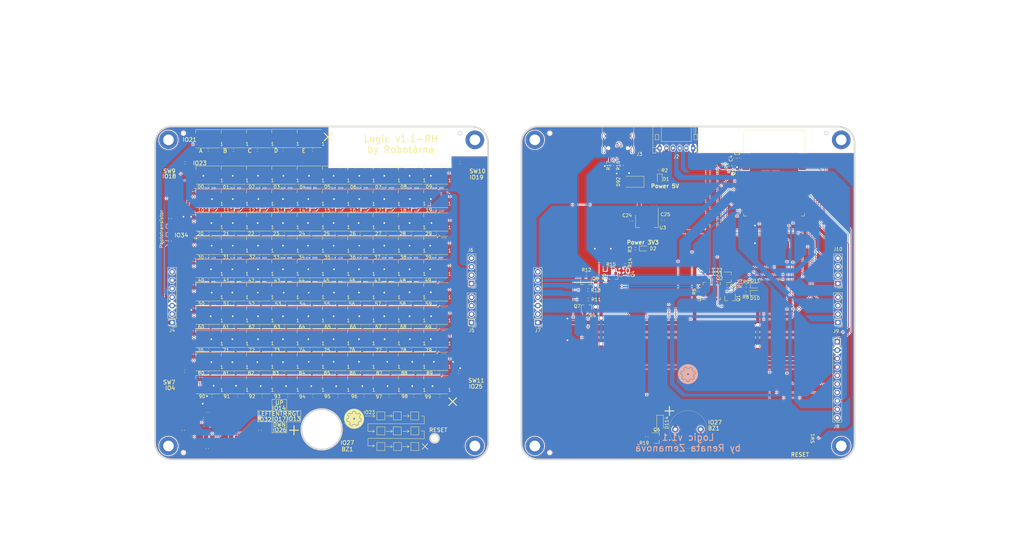
<source format=kicad_pcb>
(kicad_pcb (version 20211014) (generator pcbnew)
  (layers (0 "F.Cu" signal) (31 "B.Cu" signal) (34 "B.Paste" user) (35 "F.Paste" user) (36 "B.SilkS" user "B.Silkscreen") (37 "F.SilkS" user "F.Silkscreen") (38 "B.Mask" user) (39 "F.Mask" user) (44 "Edge.Cuts" user))
  (net 0 "")
  (net 1 "EN")
  (net 2 "Net-(D1-Pad1)")
  (net 3 "Net-(D2-Pad1)")
  (net 4 "Net-(D3-Pad2)")
  (net 5 "Net-(D4-Pad2)")
  (net 6 "Net-(D5-Pad2)")
  (net 7 "/ovladaci_prvky.sch/herni_pole_LED.sch/1.sch/DATA_OUT")
  (net 8 "/ovladaci_prvky.sch/herni_pole_LED.sch/2.sch/DATA_OUT")
  (net 9 "Net-(D10-Pad1)")
  (net 10 "Net-(D11-Pad1)")
  (net 11 "Net-(D12-Pad2)")
  (net 12 "Net-(D13-Pad2)")
  (net 13 "Net-(D14-Pad2)")
  (net 14 "Net-(D17-Pad2)")
  (net 15 "Net-(D18-Pad2)")
  (net 16 "Net-(D20-Pad2)")
  (net 17 "Net-(D22-Pad2)")
  (net 18 "Net-(D24-Pad2)")
  (net 19 "Net-(D25-Pad2)")
  (net 20 "Net-(D28-Pad2)")
  (net 21 "Net-(D29-Pad2)")
  (net 22 "Net-(D30-Pad2)")
  (net 23 "Net-(D32-Pad2)")
  (net 24 "Net-(D33-Pad2)")
  (net 25 "Net-(D34-Pad2)")
  (net 26 "Net-(D37-Pad2)")
  (net 27 "Net-(D38-Pad2)")
  (net 28 "Net-(D40-Pad2)")
  (net 29 "Net-(D42-Pad2)")
  (net 30 "Net-(D44-Pad2)")
  (net 31 "Net-(D45-Pad2)")
  (net 32 "Net-(D48-Pad2)")
  (net 33 "Net-(D49-Pad2)")
  (net 34 "Net-(D50-Pad2)")
  (net 35 "Net-(D52-Pad2)")
  (net 36 "Net-(D53-Pad2)")
  (net 37 "Net-(D54-Pad2)")
  (net 38 "Net-(D57-Pad2)")
  (net 39 "Net-(D58-Pad2)")
  (net 40 "Net-(D60-Pad2)")
  (net 41 "Net-(D62-Pad2)")
  (net 42 "Net-(D64-Pad2)")
  (net 43 "Net-(D65-Pad2)")
  (net 44 "Net-(D68-Pad2)")
  (net 45 "Net-(D69-Pad2)")
  (net 46 "Net-(D70-Pad2)")
  (net 47 "Net-(D72-Pad2)")
  (net 48 "Net-(D73-Pad2)")
  (net 49 "Net-(D74-Pad2)")
  (net 50 "Net-(D77-Pad2)")
  (net 51 "Net-(D78-Pad2)")
  (net 52 "Net-(D80-Pad2)")
  (net 53 "Net-(D82-Pad2)")
  (net 54 "Net-(D84-Pad2)")
  (net 55 "Net-(D85-Pad2)")
  (net 56 "Net-(D88-Pad2)")
  (net 57 "Net-(D89-Pad2)")
  (net 58 "Net-(D90-Pad2)")
  (net 59 "/ovladaci_prvky.sch/herni_pole_LED.sch/3.sch/DATA_OUT")
  (net 60 "Net-(Q1-Pad2)")
  (net 61 "Net-(Q1-Pad1)")
  (net 62 "IO0")
  (net 63 "Net-(Q2-Pad2)")
  (net 64 "Net-(Q2-Pad1)")
  (net 65 "ZAPINANI_1_CAST_LED")
  (net 66 "Net-(R6-Pad2)")
  (net 67 "TX_ESP")
  (net 68 "RX_ESP")
  (net 69 "/ovladaci_prvky.sch/herni_pole_LED.sch/4.sch/DATA_OUT")
  (net 70 "/ovladaci_prvky.sch/herni_pole_LED.sch/5.sch/DATA_OUT")
  (net 71 "/ovladaci_prvky.sch/herni_pole_LED.sch/6.sch/DATA_OUT")
  (net 72 "/ovladaci_prvky.sch/herni_pole_LED.sch/7.sch/DATA_OUT")
  (net 73 "/ovladaci_prvky.sch/herni_pole_LED.sch/8.sch/DATA_OUT")
  (net 74 "/ovladaci_prvky.sch/herni_pole_LED.sch/10.sch/DATA_OUT")
  (net 75 "/ovladaci_prvky.sch/herni_pole_LED.sch/11.sch/DATA_OUT")
  (net 76 "/ovladaci_prvky.sch/herni_pole_LED.sch/12.sch/DATA_OUT")
  (net 77 "/ovladaci_prvky.sch/herni_pole_LED.sch/13.sch/DATA_OUT")
  (net 78 "/ovladaci_prvky.sch/herni_pole_LED.sch/14.sch/DATA_OUT")
  (net 79 "/ovladaci_prvky.sch/herni_pole_LED.sch/15.sch/DATA_OUT")
  (net 80 "/ovladaci_prvky.sch/herni_pole_LED.sch/16.sch/DATA_OUT")
  (net 81 "Net-(D92-Pad2)")
  (net 82 "/ovladaci_prvky.sch/herni_pole_LED.sch/17.sch/DATA_OUT")
  (net 83 "/ovladaci_prvky.sch/herni_pole_LED.sch/18.sch/DATA_OUT")
  (net 84 "/ovladaci_prvky.sch/herni_pole_LED.sch/19.sch/DATA_OUT")
  (net 86 "Net-(J3-PadA6)")
  (net 87 "Net-(J3-PadA7)")
  (net 88 "Net-(Q4-Pad3)")
  (net 90 "Net-(R8-Pad2)")
  (net 91 "Net-(R9-Pad2)")
  (net 92 "PIEZO")
  (net 93 "Net-(D15-Pad2)")
  (net 94 "Net-(D19-Pad2)")
  (net 95 "Net-(D23-Pad2)")
  (net 96 "Net-(D27-Pad2)")
  (net 97 "Net-(D35-Pad2)")
  (net 98 "Net-(D39-Pad2)")
  (net 99 "Net-(D43-Pad2)")
  (net 100 "Net-(D47-Pad2)")
  (net 101 "Net-(D55-Pad2)")
  (net 102 "Net-(D59-Pad2)")
  (net 103 "Net-(D63-Pad2)")
  (net 104 "Net-(D67-Pad2)")
  (net 105 "Net-(D75-Pad2)")
  (net 106 "Net-(D79-Pad2)")
  (net 107 "Net-(D83-Pad2)")
  (net 108 "Net-(D87-Pad2)")
  (net 109 "Net-(D93-Pad2)")
  (net 110 "Net-(D94-Pad2)")
  (net 111 "Net-(D95-Pad2)")
  (net 112 "Net-(D96-Pad2)")
  (net 113 "Net-(D98-Pad2)")
  (net 114 "Net-(D100-Pad4)")
  (net 115 "Net-(D100-Pad2)")
  (net 116 "Net-(D101-Pad2)")
  (net 117 "Net-(D103-Pad2)")
  (net 118 "Net-(D104-Pad2)")
  (net 119 "Net-(D105-Pad2)")
  (net 120 "Net-(D106-Pad2)")
  (net 121 "Net-(D108-Pad2)")
  (net 122 "Net-(D109-Pad2)")
  (net 123 "Net-(D110-Pad2)")
  (net 124 "Net-(D111-Pad2)")
  (net 125 "VSTUP3")
  (net 126 "VSTUP2")
  (net 127 "VSTUP1")
  (net 128 "Net-(Q3-Pad1)")
  (net 130 "unconnected-(J3-PadS1)")
  (net 132 "5V")
  (net 141 "/ovladaci_prvky.sch/herni_pole_LED.sch/10.sch/DATA_IN")
  (net 152 "/ovladaci_prvky.sch/herni_pole_LED.sch/20.sch/DATA_OUT")
  (net 153 "Net-(D113-Pad4)")
  (net 156 "Net-(J3-PadA5)")
  (net 158 "Net-(J3-PadB5)")
  (net 159 "/elektronika.sch/GND")
  (net 160 "/ovladaci_prvky.sch/GND")
  (net 161 "/elektronika.sch/3V3")
  (net 162 "/ovladaci_prvky.sch/DATA_ZADANI_LED")
  (net 163 "/ovladaci_prvky.sch/DATA_HERNI_LED")
  (net 164 "/ovladaci_prvky.sch/SENZOR_SVETLA")
  (net 165 "/ovladaci_prvky.sch/3V3")
  (net 166 "/elektronika.sch/DATA_HERNI_LED")
  (net 167 "/elektronika.sch/DATA_ZADANI_LED")
  (net 168 "/elektronika.sch/SENZOR_SVETLA")
  (net 169 "/ovladaci_prvky.sch/V_LED_1")
  (net 170 "/elektronika.sch/V_LED_1")
  (net 171 "Net-(BZ1-Pad2)")
  (net 172 "/ovladaci_prvky.sch/SW_2")
  (net 173 "/ovladaci_prvky.sch/SW_3")
  (net 174 "/ovladaci_prvky.sch/SW_4")
  (net 175 "/ovladaci_prvky.sch/SW_5")
  (net 176 "/ovladaci_prvky.sch/SW_8")
  (net 177 "/ovladaci_prvky.sch/SW_9")
  (net 178 "/ovladaci_prvky.sch/SW_10")
  (net 179 "/ovladaci_prvky.sch/SW_11")
  (net 180 "/ovladaci_prvky.sch/SW_7")
  (net 181 "/elektronika.sch/SW_7")
  (net 182 "/elektronika.sch/SW_10")
  (net 183 "/elektronika.sch/SW_9")
  (net 184 "/elektronika.sch/SW_11")
  (net 185 "/elektronika.sch/SW_8")
  (net 186 "/elektronika.sch/SW_3")
  (net 187 "/elektronika.sch/SW_2")
  (net 188 "/elektronika.sch/SW_4")
  (net 189 "/elektronika.sch/SW_5")
  (net 190 "IO2")
  (net 191 "IO5")
  (net 192 "IO12")
  (net 193 "IO15")
  (net 194 "IO33")
  (net 195 "DATA_ZADANI_LED_LS")
  (net 196 "DATA_HERNI_LED_LS")
  (net 197 "IO22")
  (footprint "Capacitor_SMD:C_0402_1005Metric" (layer "F.Cu") (at 53.48 52.19 180)
    (fp_text reference "C8" hide)
    (fp_text value "100n")
  )
  (footprint "Capacitor_SMD:C_0402_1005Metric" (layer "F.Cu") (at 44.48 132.8 180)
    (fp_text reference "C11" hide)
    (fp_text value "10n")
  )
  (footprint "Capacitor_SMD:C_0402_1005Metric" (layer "F.Cu") (at 61.48 136.3 90)
    (fp_text reference "C12" hide)
    (fp_text value "10n")
  )
  (footprint "Capacitor_SMD:C_0402_1005Metric" (layer "F.Cu") (at 38.48 136.3 -90)
    (fp_text reference "C13" hide)
    (fp_text value "10n")
  )
  (footprint "Capacitor_SMD:C_0402_1005Metric" (layer "F.Cu") (at 45.88 130.9 -90)
    (fp_text reference "C14" hide)
    (fp_text value "10n")
  )
  (footprint "Capacitor_SMD:C_0402_1005Metric" (layer "F.Cu") (at 45.68 141.8 -90)
    (fp_text reference "C17" hide)
    (fp_text value "10n")
  )
  (footprint "Capacitor_SMD:C_0402_1005Metric" (layer "F.Cu") (at 38.98 55.9 180)
    (fp_text reference "C18" hide)
    (fp_text value "10n")
  )
  (footprint "Capacitor_SMD:C_0402_1005Metric" (layer "F.Cu") (at 121.58 55.8 180)
    (fp_text reference "C19" hide)
    (fp_text value "10n")
  )
  (footprint "Capacitor_SMD:C_0402_1005Metric" (layer "F.Cu") (at 121.08 118.8 180)
    (fp_text reference "C20" hide)
    (fp_text value "10n")
  )
  (footprint "LED_SMD:LED_WS2812B_PLCC4_5.0x5.0mm_P3.2mm" (layer "F.Cu") (at 61.08 48.626 180)
    (fp_text reference "D5" hide)
    (fp_text value "WS2812C")
  )
  (footprint "LED_SMD:LED_WS2812B_PLCC4_5.0x5.0mm_P3.2mm" (layer "F.Cu") (at 68.68 48.576 180)
    (fp_text reference "D6" hide)
    (fp_text value "WS2812C")
  )
  (footprint "my_library:Tactile_switch" (layer "F.Cu") (at 49.98 136.4 180)
    (fp_text reference "SW2" hide)
    (fp_text value "button")
  )
  (footprint "my_library:Tactile_switch" (layer "F.Cu") (at 49.98 141.9 180)
    (fp_text reference "SW8" hide)
    (fp_text value "button")
  )
  (footprint "Capacitor_SMD:C_0402_1005Metric" (layer "F.Cu") (at 60.66 52.19 180)
    (fp_text reference "C9" hide)
    (fp_text value "100n")
  )
  (footprint "LED_SMD:LED_WS2812B_PLCC4_5.0x5.0mm_P3.2mm" (layer "F.Cu") (at 45.854 48.676 180)
    (fp_text reference "D3" hide)
    (fp_text value "WS2812C")
  )
  (footprint "Capacitor_SMD:C_0402_1005Metric" (layer "F.Cu") (at 68.38 52.11 180)
    (fp_text reference "C10" hide)
    (fp_text value "100n")
  )
  (footprint "LED_SMD:LED_WS2812B_PLCC4_5.0x5.0mm_P3.2mm" (layer "F.Cu") (at 53.48 48.646 180)
    (fp_text reference "D4" hide)
    (fp_text value "WS2812C")
  )
  (footprint "Capacitor_SMD:C_0402_1005Metric" (layer "F.Cu") (at 45.94 52.19 180)
    (fp_text reference "C7" hide)
    (fp_text value "100n")
  )
  (footprint "my_library:Tactile_switch" (layer "F.Cu") (at 121.46 59.79 90)
    (fp_text reference "SW10")
    (fp_text value "button")
  )
  (footprint "my_library:Tactile_switch" (layer "F.Cu") (at 42.48 136.4 180)
    (fp_text reference "SW4" hide)
    (fp_text value "button")
  )
  (footprint "Resistor_SMD:R_0402_1005Metric" (layer "F.Cu") (at 34.48 79.4 90)
    (fp_text reference "R5" hide)
    (fp_text value "22k")
  )
  (footprint "Resistor_SMD:R_0402_1005Metric" (layer "F.Cu") (at 34.48 72.6 90)
    (fp_text reference "R13" hide)
    (fp_text value "10k")
  )
  (footprint "my_library:Tactile_switch" (layer "F.Cu") (at 121.08 122.8 90)
    (fp_text reference "SW11")
    (fp_text value "button")
  )
  (footprint "Capacitor_SMD:C_0402_1005Metric" (layer "F.Cu") (at 46.08 63.1 180)
    (fp_text reference "C31" hide)
    (fp_text value "100n")
  )
  (footprint "Capacitor_SMD:C_0402_1005Metric" (layer "F.Cu") (at 53.78 63.08 180)
    (fp_text reference "C32" hide)
    (fp_text value "100n")
  )
  (footprint "Capacitor_SMD:C_0402_1005Metric" (layer "F.Cu") (at 61.42 63.11 180)
    (fp_text reference "C33" hide)
    (fp_text value "100n")
  )
  (footprint "LED_SMD:LED_WS2812B_PLCC4_5.0x5.0mm_P3.2mm" (layer "F.Cu") (at 61.08 59.583 180)
    (fp_text reference "D14" hide)
    (fp_text value "WS2812C")
  )
  (footprint "Capacitor_SMD:C_0402_1005Metric" (layer "F.Cu") (at 68.98 63.08 180)
    (fp_text reference "C34" hide)
    (fp_text value "100n")
  )
  (footprint "LED_SMD:LED_WS2812B_PLCC4_5.0x5.0mm_P3.2mm" (layer "F.Cu") (at 53.48 59.6 180)
    (fp_text reference "D13" hide)
    (fp_text value "WS2812C")
  )
  (footprint "LED_SMD:LED_WS2812B_PLCC4_5.0x5.0mm_P3.2mm" (layer "F.Cu") (at 68.68 59.583 180)
    (fp_text reference "D15" hide)
    (fp_text value "WS2812C")
  )
  (footprint "LED_SMD:LED_WS2812B_PLCC4_5.0x5.0mm_P3.2mm" (layer "F.Cu") (at 45.887 59.583 180)
    (fp_text reference "D12" hide)
    (fp_text value "WS2812C")
  )
  (footprint "LED_SMD:LED_WS2812B_PLCC4_5.0x5.0mm_P3.2mm" (layer "F.Cu") (at 99.08 122.58 180)
    (fp_text reference "D110" hide)
    (fp_text value "WS2812C")
  )
  (footprint "LED_SMD:LED_WS2812B_PLCC4_5.0x5.0mm_P3.2mm" (layer "F.Cu") (at 106.68 122.58 180)
    (fp_text reference "D111" hide)
    (fp_text value "WS2812C")
  )
  (footprint "LED_SMD:LED_WS2812B_PLCC4_5.0x5.0mm_P3.2mm" (layer "F.Cu") (at 83.88 122.54 180)
    (fp_text reference "D108" hide)
    (fp_text value "WS2812C")
  )
  (footprint "LED_SMD:LED_WS2812B_PLCC4_5.0x5.0mm_P3.2mm" (layer "F.Cu") (at 61.08 122.54 180)
    (fp_text reference "D105" hide)
    (fp_text value "WS2812C")
  )
  (footprint "LED_SMD:LED_WS2812B_PLCC4_5.0x5.0mm_P3.2mm" (layer "F.Cu") (at 68.68 122.54 180)
    (fp_text reference "D106" hide)
    (fp_text value "WS2812C")
  )
  (footprint "LED_SMD:LED_WS2812B_PLCC4_5.0x5.0mm_P3.2mm" (layer "F.Cu") (at 76.28 122.54 180)
    (fp_text reference "D107" hide)
    (fp_text value "WS2812C")
  )
  (footprint "LED_SMD:LED_WS2812B_PLCC4_5.0x5.0mm_P3.2mm" (layer "F.Cu") (at 91.48 122.56 180)
    (fp_text reference "D109" hide)
    (fp_text value "WS2812C")
  )
  (footprint "LED_SMD:LED_WS2812B_PLCC4_5.0x5.0mm_P3.2mm" (layer "F.Cu") (at 114.28 122.58 180)
    (fp_text reference "D112" hide)
    (fp_text value "WS2812C")
  )
  (footprint "Capacitor_SMD:C_0402_1005Metric" (layer "F.Cu") (at 114.48 63.06 180)
    (fp_text reference "C21" hide)
    (fp_text value "100n")
  )
  (footprint "Capacitor_SMD:C_0402_1005Metric" (layer "F.Cu") (at 99.28 63.1 180)
    (fp_text reference "C15" hide)
    (fp_text value "100n")
  )
  (footprint "Capacitor_SMD:C_0402_1005Metric" (layer "F.Cu") (at 91.78 63.1 180)
    (fp_text reference "C6" hide)
    (fp_text value "100n")
  )
  (footprint "Capacitor_SMD:C_0402_1005Metric" (layer "F.Cu") (at 99.28 70.1 180)
    (fp_text reference "C42" hide)
    (fp_text value "100n")
  )
  (footprint "Capacitor_SMD:C_0402_1005Metric" (layer "F.Cu") (at 46.2 70.18 180)
    (fp_text reference "C35" hide)
    (fp_text value "100n")
  )
  (footprint "Capacitor_SMD:C_0402_1005Metric" (layer "F.Cu") (at 114.38 70.1 180)
    (fp_text reference "C44" hide)
    (fp_text value "100n")
  )
  (footprint "Capacitor_SMD:C_0402_1005Metric" (layer "F.Cu") (at 61.48 70.1 180)
    (fp_text reference "C37" hide)
    (fp_text value "100n")
  )
  (footprint "Capacitor_SMD:C_0402_1005Metric" (layer "F.Cu") (at 76.46 70.1 180)
    (fp_text reference "C39" hide)
    (fp_text value "100n")
  )
  (footprint "Capacitor_SMD:C_0402_1005Metric" (layer "F.Cu") (at 84.18 70.13 180)
    (fp_text reference "C40" hide)
    (fp_text value "100n")
  )
  (footprint "Capacitor_SMD:C_0402_1005Metric" (layer "F.Cu") (at 84.06 77.1 180)
    (fp_text reference "C50" hide)
    (fp_text value "100n")
  )
  (footprint "Capacitor_SMD:C_0402_1005Metric" (layer "F.Cu") (at 91.78 70.1 180)
    (fp_text reference "C41" hide)
    (fp_text value "100n")
  )
  (footprint "Capacitor_SMD:C_0402_1005Metric" (layer "F.Cu") (at 76.43 77.1 180)
    (fp_text reference "C49" hide)
    (fp_text value "100n")
  )
  (footprint "Capacitor_SMD:C_0402_1005Metric" (layer "F.Cu") (at 84.08 63.1 180)
    (fp_text reference "C3" hide)
    (fp_text value "100n")
  )
  (footprint "Capacitor_SMD:C_0402_1005Metric" (layer "F.Cu") (at 53.78 70.08 180)
    (fp_text reference "C36" hide)
    (fp_text value "100n")
  )
  (footprint "Capacitor_SMD:C_0402_1005Metric" (layer "F.Cu") (at 68.88 70.1 180)
    (fp_text reference "C38" hide)
    (fp_text value "100n")
  )
  (footprint "Capacitor_SMD:C_0402_1005Metric" (layer "F.Cu") (at 53.78 77.1 180)
    (fp_text reference "C46" hide)
    (fp_text value "100n")
  )
  (footprint "Capacitor_SMD:C_0402_1005Metric" (layer "F.Cu") (at 61.29 77.14 180)
    (fp_text reference "C47" hide)
    (fp_text value "100n")
  )
  (footprint "Capacitor_SMD:C_0402_1005Metric" (layer "F.Cu") (at 68.83 77.18 180)
    (fp_text reference "C48" hide)
    (fp_text value "100n")
  )
  (footprint "Capacitor_SMD:C_0402_1005Metric" (layer "F.Cu") (at 76.68 63.02 180)
    (fp_text reference "C2" hide)
    (fp_text value "100n")
  )
  (footprint "Capacitor_SMD:C_0402_1005Metric" (layer "F.Cu") (at 106.88 63.09 180)
    (fp_text reference "C16" hide)
    (fp_text value "100n")
  )
  (footprint "Capacitor_SMD:C_0402_1005Metric" (layer "F.Cu") (at 46.2 77.16 180)
    (fp_text reference "C45" hide)
    (fp_text value "100n")
  )
  (footprint "Capacitor_SMD:C_0402_1005Metric" (layer "F.Cu") (at 106.98 70.1 180)
    (fp_text reference "C43" hide)
    (fp_text value "100n")
  )
  (footprint "Capacitor_SMD:C_0402_1005Metric" (layer "F.Cu") (at 53.68 98.2 180)
    (fp_text reference "C76" hide)
    (fp_text value "100n")
  )
  (footprint "Capacitor_SMD:C_0402_1005Metric" (layer "F.Cu") (at 84.18 91.13 180)
    (fp_text reference "C70" hide)
    (fp_text value "100n")
  )
  (footprint "Capacitor_SMD:C_0402_1005Metric" (layer "F.Cu") (at 61.36 91.14 180)
    (fp_text reference "C67" hide)
    (fp_text value "100n")
  )
  (footprint "Capacitor_SMD:C_0402_1005Metric" (layer "F.Cu") (at 76.48 91.1 180)
    (fp_text reference "C69" hide)
    (fp_text value "100n")
  )
  (footprint "Capacitor_SMD:C_0402_1005Metric" (layer "F.Cu") (at 76.58 98.14 180)
    (fp_text reference "C79" hide)
    (fp_text value "100n")
  )
  (footprint "Capacitor_SMD:C_0402_1005Metric" (layer "F.Cu") (at 114.48 98.1 180)
    (fp_text reference "C84" hide)
    (fp_text value "100n")
  )
  (footprint "Capacitor_SMD:C_0402_1005Metric" (layer "F.Cu") (at 91.68 98.1 180)
    (fp_text reference "C81" hide)
    (fp_text value "100n")
  )
  (footprint "Capacitor_SMD:C_0402_1005Metric" (layer "F.Cu") (at 106.88 98.1 180)
    (fp_text reference "C83" hide)
    (fp_text value "100n")
  )
  (footprint "Capacitor_SMD:C_0402_1005Metric" (layer "F.Cu") (at 53.8 105.15 180)
    (fp_text reference "C86" hide)
    (fp_text value "100n")
  )
  (footprint "Capacitor_SMD:C_0402_1005Metric" (layer "F.Cu") (at 99.28 91.1 180)
    (fp_text reference "C72" hide)
    (fp_text value "100n")
  )
  (footprint "Capacitor_SMD:C_0402_1005Metric" (layer "F.Cu") (at 68.88 91.1 180)
    (fp_text reference "C68" hide)
    (fp_text value "100n")
  )
  (footprint "Capacitor_SMD:C_0402_1005Metric" (layer "F.Cu") (at 84.18 98.13 180)
    (fp_text reference "C80" hide)
    (fp_text value "100n")
  )
  (footprint "Capacitor_SMD:C_0402_1005Metric" (layer "F.Cu") (at 99.28 84.1 180)
    (fp_text reference "C62" hide)
    (fp_text value "100n")
  )
  (footprint "Capacitor_SMD:C_0402_1005Metric" (layer "F.Cu") (at 91.76 84.1 180)
    (fp_text reference "C61" hide)
    (fp_text value "100n")
  )
  (footprint "Capacitor_SMD:C_0402_1005Metric" (layer "F.Cu") (at 91.62 77.13 180)
    (fp_text reference "C51" hide)
    (fp_text value "100n")
  )
  (footprint "Capacitor_SMD:C_0402_1005Metric" (layer "F.Cu") (at 99.31 77.12 180)
    (fp_text reference "C52" hide)
    (fp_text value "100n")
  )
  (footprint "Capacitor_SMD:C_0402_1005Metric" (layer "F.Cu") (at 106.93 77.1 180)
    (fp_text reference "C53" hide)
    (fp_text value "100n")
  )
  (footprint "Capacitor_SMD:C_0402_1005Metric" (layer "F.Cu") (at 114.48 77.1 180)
    (fp_text reference "C54" hide)
    (fp_text value "100n")
  )
  (footprint "Capacitor_SMD:C_0402_1005Metric" (layer "F.Cu") (at 53.68 91.2 180)
    (fp_text reference "C66" hide)
    (fp_text value "100n")
  )
  (footprint "Capacitor_SMD:C_0402_1005Metric" (layer "F.Cu") (at 69.11 98.12 180)
    (fp_text reference "C78" hide)
    (fp_text value "100n")
  )
  (footprint "Capacitor_SMD:C_0402_1005Metric" (layer "F.Cu") (at 106.88 91.1 180)
    (fp_text reference "C73" hide)
    (fp_text value "100n")
  )
  (footprint "Capacitor_SMD:C_0402_1005Metric" (layer "F.Cu") (at 114.36 91.1 180)
    (fp_text reference "C74" hide)
    (fp_text value "100n")
  )
  (footprint "Capacitor_SMD:C_0402_1005Metric" (layer "F.Cu") (at 46.18 105.2 180)
    (fp_text reference "C85" hide)
    (fp_text value "100n")
  )
  (footprint "Capacitor_SMD:C_0402_1005Metric" (layer "F.Cu") (at 46.1 98.2 180)
    (fp_text reference "C75" hide)
    (fp_text value "100n")
  )
  (footprint "Capacitor_SMD:C_0402_1005Metric" (layer "F.Cu") (at 61.28 98.2 180)
    (fp_text reference "C77" hide)
    (fp_text value "100n")
  )
  (footprint "Capacitor_SMD:C_0402_1005Metric" (layer "F.Cu") (at 46.08 84.2 180)
    (fp_text reference "C55" hide)
    (fp_text value "100n")
  )
  (footprint "Capacitor_SMD:C_0402_1005Metric" (layer "F.Cu") (at 53.78 84.19 180)
    (fp_text reference "C56" hide)
    (fp_text value "100n")
  )
  (footprint "Capacitor_SMD:C_0402_1005Metric" (layer "F.Cu") (at 68.88 84.1 180)
    (fp_text reference "C58" hide)
    (fp_text value "100n")
  )
  (footprint "Capacitor_SMD:C_0402_1005Metric" (layer "F.Cu") (at 76.4 84.1 180)
    (fp_text reference "C59" hide)
    (fp_text value "100n")
  )
  (footprint "Capacitor_SMD:C_0402_1005Metric" (layer "F.Cu") (at 106.86 84.1 180)
    (fp_text reference "C63" hide)
    (fp_text value "100n")
  )
  (footprint "Capacitor_SMD:C_0402_1005Metric" (layer "F.Cu") (at 61.36 84.15 180)
    (fp_text reference "C57" hide)
    (fp_text value "100n")
  )
  (footprint "Capacitor_SMD:C_0402_1005Metric" (layer "F.Cu") (at 84.08 84.2 180)
    (fp_text reference "C60" hide)
    (fp_text value "100n")
  )
  (footprint "Capacitor_SMD:C_0402_1005Metric" (layer "F.Cu") (at 114.3 84.09 180)
    (fp_text reference "C64" hide)
    (fp_text value "100n")
  )
  (footprint "Capacitor_SMD:C_0402_1005Metric" (layer "F.Cu") (at 46.08 91.2 180)
    (fp_text reference "C65" hide)
    (fp_text value "100n")
  )
  (footprint "Capacitor_SMD:C_0402_1005Metric" (layer "F.Cu") (at 91.68 91.1 180)
    (fp_text reference "C71" hide)
    (fp_text value "100n")
  )
  (footprint "Capacitor_SMD:C_0402_1005Metric" (layer "F.Cu") (at 99.28 98.1 180)
    (fp_text reference "C82" hide)
    (fp_text value "100n")
  )
  (footprint "Capacitor_SMD:C_0402_1005Metric" (layer "F.Cu") (at 68.88 105.1 180)
    (fp_text reference "C88" hide)
    (fp_text value "100n")
  )
  (footprint "Capacitor_SMD:C_0402_1005Metric" (layer "F.Cu") (at 46.08 112.17 180)
    (fp_text reference "C95" hide)
    (fp_text value "100n")
  )
  (footprint "Capacitor_SMD:C_0402_1005Metric" (layer "F.Cu") (at 106.98 112.05 180)
    (fp_text reference "C103" hide)
    (fp_text value "100n")
  )
  (footprint "Capacitor_SMD:C_0402_1005Metric" (layer "F.Cu") (at 61.36 112.08 180)
    (fp_text reference "C97" hide)
    (fp_text value "100n")
  )
  (footprint "Capacitor_SMD:C_0402_1005Metric" (layer "F.Cu") (at 84.08 112 180)
    (fp_text reference "C100" hide)
    (fp_text value "100n")
  )
  (footprint "Capacitor_SMD:C_0402_1005Metric" (layer "F.Cu") (at 114.38 112 180)
    (fp_text reference "C104" hide)
    (fp_text value "100n")
  )
  (footprint "Capacitor_SMD:C_0402_1005Metric" (layer "F.Cu") (at 99.28 105.1 180)
    (fp_text reference "C92" hide)
    (fp_text value "100n")
  )
  (footprint "Capacitor_SMD:C_0402_1005Metric" (layer "F.Cu") (at 53.68 112.15 180)
    (fp_text reference "C96" hide)
    (fp_text value "100n")
  )
  (footprint "Capacitor_SMD:C_0402_1005Metric" (layer "F.Cu") (at 91.68 112.08 180)
    (fp_text reference "C101" hide)
    (fp_text value "100n")
  )
  (footprint "Capacitor_SMD:C_0402_1005Metric" (layer "F.Cu") (at 91.78 105.2 180)
    (fp_text reference "C91" hide)
    (fp_text value "100n")
  )
  (footprint "Capacitor_SMD:C_0402_1005Metric" (layer "F.Cu") (at 61.38 105.17 180)
    (fp_text reference "C87" hide)
    (fp_text value "100n")
  )
  (footprint "Capacitor_SMD:C_0402_1005Metric" (layer "F.Cu") (at 106.88 105.1 180)
    (fp_text reference "C93" hide)
    (fp_text value "100n")
  )
  (footprint "Capacitor_SMD:C_0402_1005Metric" (layer "F.Cu") (at 114.48 105.1 180)
    (fp_text reference "C94" hide)
    (fp_text value "100n")
  )
  (footprint "Capacitor_SMD:C_0402_1005Metric" (layer "F.Cu") (at 99.4 112 180)
    (fp_text reference "C102" hide)
    (fp_text value "100n")
  )
  (footprint "Capacitor_SMD:C_0402_1005Metric" (layer "F.Cu") (at 76.48 105.1 180)
    (fp_text reference "C89" hide)
    (fp_text value "100n")
  )
  (footprint "Capacitor_SMD:C_0402_1005Metric" (layer "F.Cu") (at 84.08 105.1 180)
    (fp_text reference "C90" hide)
    (fp_text value "100n")
  )
  (footprint "Capacitor_SMD:C_0402_1005Metric" (layer "F.Cu") (at 68.9 112.04 180)
    (fp_text reference "C98" hide)
    (fp_text value "100n")
  )
  (footprint "Capacitor_SMD:C_0402_1005Metric" (layer "F.Cu") (at 76.5 112 180)
    (fp_text reference "C99" hide)
    (fp_text value "100n")
  )
  (footprint "Capacitor_SMD:C_0402_1005Metric" (layer "F.Cu") (at 107.68 119.08 180)
    (fp_text reference "C113" hide)
    (fp_text value "100n")
  )
  (footprint "Capacitor_SMD:C_0402_1005Metric" (layer "F.Cu") (at 100.16 119.08 180)
    (fp_text reference "C112" hide)
    (fp_text value "100n")
  )
  (footprint "Capacitor_SMD:C_0402_1005Metric" (layer "F.Cu") (at 47.08 126 180)
    (fp_text reference "C115" hide)
    (fp_text value "100n")
  )
  (footprint "Capacitor_SMD:C_0402_1005Metric" (layer "F.Cu") (at 68.88 119.1 180)
    (fp_text reference "C108" hide)
    (fp_text value "100n")
  )
  (footprint "Capacitor_SMD:C_0402_1005Metric" (layer "F.Cu") (at 91.68 119.07 180)
    (fp_text reference "C111" hide)
    (fp_text value "100n")
  )
  (footprint "Capacitor_SMD:C_0402_1005Metric" (layer "F.Cu") (at 54.76 126 180)
    (fp_text reference "C116" hide)
    (fp_text value "100n")
  )
  (footprint "Capacitor_SMD:C_0402_1005Metric" (layer "F.Cu") (at 62.18 125.95 180)
    (fp_text reference "C117" hide)
    (fp_text value "100n")
  )
  (footprint "Capacitor_SMD:C_0402_1005Metric" (layer "F.Cu") (at 46.08 119.1 180)
    (fp_text reference "C105" hide)
    (fp_text value "100n")
  )
  (footprint "Capacitor_SMD:C_0402_1005Metric" (layer "F.Cu") (at 53.7 119.13 180)
    (fp_text reference "C106" hide)
    (fp_text value "100n")
  )
  (footprint "Capacitor_SMD:C_0402_1005Metric" (layer "F.Cu") (at 84.06 119.07 180)
    (fp_text reference "C110" hide)
    (fp_text value "100n")
  )
  (footprint "Capacitor_SMD:C_0402_1005Metric" (layer "F.Cu") (at 69.78 125.95 180)
    (fp_text reference "C118" hide)
    (fp_text value "100n")
  )
  (footprint "Capacitor_SMD:C_0402_1005Metric" (layer "F.Cu") (at 115.48 119 180)
    (fp_text reference "C114" hide)
    (fp_text value "100n")
  )
  (footprint "Capacitor_SMD:C_0402_1005Metric" (layer "F.Cu") (at 77.38 125.98 180)
    (fp_text reference "C119" hide)
    (fp_text value "100n")
  )
  (footprint "Capacitor_SMD:C_0402_1005Metric" (layer "F.Cu") (at 100.25 125.99 180)
    (fp_text reference "C122" hide)
    (fp_text value "100n")
  )
  (footprint "Capacitor_SMD:C_0402_1005Metric" (layer "F.Cu") (at 61.2 119.04 180)
    (fp_text reference "C107" hide)
    (fp_text value "100n")
  )
  (footprint "Capacitor_SMD:C_0402_1005Metric" (layer "F.Cu") (at 84.88 126 180)
    (fp_text reference "C120" hide)
    (fp_text value "100n")
  )
  (footprint "Capacitor_SMD:C_0402_1005Metric" (layer "F.Cu") (at 92.68 126 180)
    (fp_text reference "C121" hide)
    (fp_text value "100n")
  )
  (footprint "Capacitor_SMD:C_0402_1005Metric" (layer "F.Cu") (at 76.58 119.1 180)
    (fp_text reference "C109" hide)
    (fp_text value "100n")
  )
  (footprint "LED_SMD:LED_WS2812B_PLCC4_5.0x5.0mm_P3.2mm" (layer "F.Cu") (at 76.28 66.6 180)
    (fp_text reference "D26" hide)
    (fp_text value "WS2812C")
  )
  (footprint "LED_SMD:LED_WS2812B_PLCC4_5.0x5.0mm_P3.2mm" (layer "F.Cu") (at 91.48 59.6 180)
    (fp_text reference "D18" hide)
    (fp_text value "WS2812C")
  )
  (footprint "LED_SMD:LED_WS2812B_PLCC4_5.0x5.0mm_P3.2mm" (layer "F.Cu") (at 114.28 59.59 180)
    (fp_text reference "D21" hide)
    (fp_text value "WS2812C")
  )
  (footprint "LED_SMD:LED_WS2812B_PLCC4_5.0x5.0mm_P3.2mm" (layer "F.Cu") (at 91.48 66.65 180)
    (fp_text reference "D28" hide)
    (fp_text value "WS2812C")
  )
  (footprint "LED_SMD:LED_WS2812B_PLCC4_5.0x5.0mm_P3.2mm" (layer "F.Cu") (at 61.08 66.62 180)
    (fp_text reference "D24" hide)
    (fp_text value "WS2812C")
  )
  (footprint "Capacitor_SMD:C_0402_1005Metric" (layer "F.Cu") (at 107.68 126 180)
    (fp_text reference "C123" hide)
    (fp_text value "100n")
  )
  (footprint "Capacitor_SMD:C_0402_1005Metric" (layer "F.Cu") (at 115.46 126.02 180)
    (fp_text reference "C124" hide)
    (fp_text value "100n")
  )
  (footprint "LED_SMD:LED_WS2812B_PLCC4_5.0x5.0mm_P3.2mm" (layer "F.Cu") (at 76.28 59.6 180)
    (fp_text reference "D16" hide)
    (fp_text value "WS2812C")
  )
  (footprint "LED_SMD:LED_WS2812B_PLCC4_5.0x5.0mm_P3.2mm" (layer "F.Cu") (at 53.48 66.62 180)
    (fp_text reference "D23" hide)
    (fp_text value "WS2812C")
  )
  (footprint "LED_SMD:LED_WS2812B_PLCC4_5.0x5.0mm_P3.2mm" (layer "F.Cu") (at 106.68 59.59 180)
    (fp_text reference "D20" hide)
    (fp_text value "WS2812C")
  )
  (footprint "LED_SMD:LED_WS2812B_PLCC4_5.0x5.0mm_P3.2mm" (layer "F.Cu") (at 68.68 66.62 180)
    (fp_text reference "D25" hide)
    (fp_text value "WS2812C")
  )
  (footprint "LED_SMD:LED_WS2812B_PLCC4_5.0x5.0mm_P3.2mm" (layer "F.Cu") (at 99.08 66.66 180)
    (fp_text reference "D29" hide)
    (fp_text value "WS2812C")
  )
  (footprint "LED_SMD:LED_WS2812B_PLCC4_5.0x5.0mm_P3.2mm" (layer "F.Cu") (at 83.88 66.64 180)
    (fp_text reference "D27" hide)
    (fp_text value "WS2812C")
  )
  (footprint "LED_SMD:LED_WS2812B_PLCC4_5.0x5.0mm_P3.2mm" (layer "F.Cu") (at 83.88 59.6 180)
    (fp_text reference "D17" hide)
    (fp_text value "WS2812C")
  )
  (footprint "LED_SMD:LED_WS2812B_PLCC4_5.0x5.0mm_P3.2mm" (layer "F.Cu") (at 45.88 66.62 180)
    (fp_text reference "D22" hide)
    (fp_text value "WS2812C")
  )
  (footprint "LED_SMD:LED_WS2812B_PLCC4_5.0x5.0mm_P3.2mm" (layer "F.Cu") (at 99.08 59.6 180)
    (fp_text reference "D19" hide)
    (fp_text value "WS2812C")
  )
  (footprint "LED_SMD:LED_WS2812B_PLCC4_5.0x5.0mm_P3.2mm" (layer "F.Cu") (at 114.28 66.6 180)
    (fp_text reference "D31" hide)
    (fp_text value "WS2812C")
  )
  (footprint "LED_SMD:LED_WS2812B_PLCC4_5.0x5.0mm_P3.2mm" (layer "F.Cu") (at 106.68 66.6 180)
    (fp_text reference "D30" hide)
    (fp_text value "WS2812C")
  )
  (footprint "LED_SMD:LED_WS2812B_PLCC4_5.0x5.0mm_P3.2mm" (layer "F.Cu") (at 76.28 73.67 180)
    (fp_text reference "D36" hide)
    (fp_text value "WS2812C")
  )
  (footprint "LED_SMD:LED_WS2812B_PLCC4_5.0x5.0mm_P3.2mm" (layer "F.Cu") (at 91.48 73.7 180)
    (fp_text reference "D38" hide)
    (fp_text value "WS2812C")
  )
  (footprint "LED_SMD:LED_WS2812B_PLCC4_5.0x5.0mm_P3.2mm" (layer "F.Cu") (at 91.48 80.7 180)
    (fp_text reference "D48" hide)
    (fp_text value "WS2812C")
  )
  (footprint "LED_SMD:LED_WS2812B_PLCC4_5.0x5.0mm_P3.2mm" (layer "F.Cu") (at 45.88 73.66 180)
    (fp_text reference "D32" hide)
    (fp_text value "WS2812C")
  )
  (footprint "LED_SMD:LED_WS2812B_PLCC4_5.0x5.0mm_P3.2mm" (layer "F.Cu") (at 114.28 73.7 180)
    (fp_text reference "D41" hide)
    (fp_text value "WS2812C")
  )
  (footprint "LED_SMD:LED_WS2812B_PLCC4_5.0x5.0mm_P3.2mm" (layer "F.Cu") (at 83.88 80.7 180)
    (fp_text reference "D47" hide)
    (fp_text value "WS2812C")
  )
  (footprint "LED_SMD:LED_WS2812B_PLCC4_5.0x5.0mm_P3.2mm" (layer "F.Cu") (at 83.94 73.65 180)
    (fp_text reference "D37" hide)
    (fp_text value "WS2812C")
  )
  (footprint "LED_SMD:LED_WS2812B_PLCC4_5.0x5.0mm_P3.2mm" (layer "F.Cu") (at 76.28 80.7 180)
    (fp_text reference "D46" hide)
    (fp_text value "WS2812C")
  )
  (footprint "LED_SMD:LED_WS2812B_PLCC4_5.0x5.0mm_P3.2mm" (layer "F.Cu") (at 106.68 73.7 180)
    (fp_text reference "D40" hide)
    (fp_text value "WS2812C")
  )
  (footprint "LED_SMD:LED_WS2812B_PLCC4_5.0x5.0mm_P3.2mm" (layer "F.Cu") (at 61.08 73.68 180)
    (fp_text reference "D34" hide)
    (fp_text value "WS2812C")
  )
  (footprint "LED_SMD:LED_WS2812B_PLCC4_5.0x5.0mm_P3.2mm" (layer "F.Cu") (at 53.48 73.67 180)
    (fp_text reference "D33" hide)
    (fp_text value "WS2812C")
  )
  (footprint "LED_SMD:LED_WS2812B_PLCC4_5.0x5.0mm_P3.2mm" (layer "F.Cu") (at 53.48 80.69 180)
    (fp_text reference "D43" hide)
    (fp_text value "WS2812C")
  )
  (footprint "LED_SMD:LED_WS2812B_PLCC4_5.0x5.0mm_P3.2mm" (layer "F.Cu") (at 99.08 80.7 180)
    (fp_text reference "D49" hide)
    (fp_text value "WS2812C")
  )
  (footprint "LED_SMD:LED_WS2812B_PLCC4_5.0x5.0mm_P3.2mm" (layer "F.Cu") (at 68.68 73.67 180)
    (fp_text reference "D35" hide)
    (fp_text value "WS2812C")
  )
  (footprint "LED_SMD:LED_WS2812B_PLCC4_5.0x5.0mm_P3.2mm" (layer "F.Cu") (at 99.08 73.7 180)
    (fp_text reference "D39" hide)
    (fp_text value "WS2812C")
  )
  (footprint "LED_SMD:LED_WS2812B_PLCC4_5.0x5.0mm_P3.2mm" (layer "F.Cu") (at 45.88 80.69 180)
    (fp_text reference "D42" hide)
    (fp_text value "WS2812C")
  )
  (footprint "LED_SMD:LED_WS2812B_PLCC4_5.0x5.0mm_P3.2mm" (layer "F.Cu") (at 61.08 80.7 180)
    (fp_text reference "D44" hide)
    (fp_text value "WS2812C")
  )
  (footprint "LED_SMD:LED_WS2812B_PLCC4_5.0x5.0mm_P3.2mm" (layer "F.Cu") (at 68.68 80.7 180)
    (fp_text reference "D45" hide)
    (fp_text value "WS2812C")
  )
  (footprint "LED_SMD:LED_WS2812B_PLCC4_5.0x5.0mm_P3.2mm" (layer "F.Cu") (at 99.08 101.7 180)
    (fp_text reference "D79" hide)
    (fp_text value "WS2812C")
  )
  (footprint "LED_SMD:LED_WS2812B_PLCC4_5.0x5.0mm_P3.2mm" (layer "F.Cu") (at 99.08 94.7 180)
    (fp_text reference "D69" hide)
    (fp_text value "WS2812C")
  )
  (footprint "LED_SMD:LED_WS2812B_PLCC4_5.0x5.0mm_P3.2mm" (layer "F.Cu") (at 53.48 101.68 180)
    (fp_text reference "D73" hide)
    (fp_text value "WS2812C")
  )
  (footprint "LED_SMD:LED_WS2812B_PLCC4_5.0x5.0mm_P3.2mm" (layer "F.Cu") (at 114.28 101.7 180)
    (fp_text reference "D81" hide)
    (fp_text value "WS2812C")
  )
  (footprint "LED_SMD:LED_WS2812B_PLCC4_5.0x5.0mm_P3.2mm" (layer "F.Cu") (at 68.68 108.59 180)
    (fp_text reference "D85" hide)
    (fp_text value "WS2812C")
  )
  (footprint "LED_SMD:LED_WS2812B_PLCC4_5.0x5.0mm_P3.2mm" (layer "F.Cu") (at 45.88 108.67 180)
    (fp_text reference "D82" hide)
    (fp_text value "WS2812C")
  )
  (footprint "LED_SMD:LED_WS2812B_PLCC4_5.0x5.0mm_P3.2mm" (layer "F.Cu") (at 91.48 94.7 180)
    (fp_text reference "D68" hide)
    (fp_text value "WS2812C")
  )
  (footprint "LED_SMD:LED_WS2812B_PLCC4_5.0x5.0mm_P3.2mm" (layer "F.Cu") (at 106.68 94.7 180)
    (fp_text reference "D70" hide)
    (fp_text value "WS2812C")
  )
  (footprint "LED_SMD:LED_WS2812B_PLCC4_5.0x5.0mm_P3.2mm" (layer "F.Cu") (at 53.48 108.63 180)
    (fp_text reference "D83" hide)
    (fp_text value "WS2812C")
  )
  (footprint "LED_SMD:LED_WS2812B_PLCC4_5.0x5.0mm_P3.2mm" (layer "F.Cu") (at 83.88 101.7 180)
    (fp_text reference "D77" hide)
    (fp_text value "WS2812C")
  )
  (footprint "LED_SMD:LED_WS2812B_PLCC4_5.0x5.0mm_P3.2mm" (layer "F.Cu") (at 106.68 101.7 180)
    (fp_text reference "D80" hide)
    (fp_text value "WS2812C")
  )
  (footprint "LED_SMD:LED_WS2812B_PLCC4_5.0x5.0mm_P3.2mm" (layer "F.Cu") (at 114.28 94.7 180)
    (fp_text reference "D71" hide)
    (fp_text value "WS2812C")
  )
  (footprint "LED_SMD:LED_WS2812B_PLCC4_5.0x5.0mm_P3.2mm" (layer "F.Cu") (at 45.88 101.7 180)
    (fp_text reference "D72" hide)
    (fp_text value "WS2812C")
  )
  (footprint "LED_SMD:LED_WS2812B_PLCC4_5.0x5.0mm_P3.2mm" (layer "F.Cu") (at 68.68 101.7 180)
    (fp_text reference "D75" hide)
    (fp_text value "WS2812C")
  )
  (footprint "LED_SMD:LED_WS2812B_PLCC4_5.0x5.0mm_P3.2mm" (layer "F.Cu") (at 76.28 101.7 180)
    (fp_text reference "D76" hide)
    (fp_text value "WS2812C")
  )
  (footprint "LED_SMD:LED_WS2812B_PLCC4_5.0x5.0mm_P3.2mm" (layer "F.Cu") (at 91.48 101.7 180)
    (fp_text reference "D78" hide)
    (fp_text value "WS2812C")
  )
  (footprint "LED_SMD:LED_WS2812B_PLCC4_5.0x5.0mm_P3.2mm" (layer "F.Cu") (at 53.48 122.56 180)
    (fp_text reference "D104" hide)
    (fp_text value "WS2812C")
  )
  (footprint "LED_SMD:LED_WS2812B_PLCC4_5.0x5.0mm_P3.2mm" (layer "F.Cu") (at 45.88 122.57 180)
    (fp_text reference "D103" hide)
    (fp_text value "WS2812C")
  )
  (footprint "LED_SMD:LED_WS2812B_PLCC4_5.0x5.0mm_P3.2mm" (layer "F.Cu") (at 114.28 108.62 180)
    (fp_text reference "D91" hide)
    (fp_text value "WS2812C")
  )
  (footprint "LED_SMD:LED_WS2812B_PLCC4_5.0x5.0mm_P3.2mm" (layer "F.Cu") (at 99.08 115.61 180)
    (fp_text reference "D100" hide)
    (fp_text value "WS2812C")
  )
  (footprint "LED_SMD:LED_WS2812B_PLCC4_5.0x5.0mm_P3.2mm" (layer "F.Cu") (at 61.08 115.63 180)
    (fp_text reference "D95" hide)
    (fp_text value "WS2812C")
  )
  (footprint "LED_SMD:LED_WS2812B_PLCC4_5.0x5.0mm_P3.2mm" (layer "F.Cu") (at 106.68 108.6 180)
    (fp_text reference "D90" hide)
    (fp_text value "WS2812C")
  )
  (footprint "LED_SMD:LED_WS2812B_PLCC4_5.0x5.0mm_P3.2mm" (layer "F.Cu") (at 76.28 108.59 180)
    (fp_text reference "D86" hide)
    (fp_text value "WS2812C")
  )
  (footprint "LED_SMD:LED_WS2812B_PLCC4_5.0x5.0mm_P3.2mm" (layer "F.Cu") (at 83.88 115.62 180)
    (fp_text reference "D98" hide)
    (fp_text value "WS2812C")
  )
  (footprint "LED_SMD:LED_WS2812B_PLCC4_5.0x5.0mm_P3.2mm" (layer "F.Cu") (at 106.68 115.61 180)
    (fp_text reference "D101" hide)
    (fp_text value "WS2812C")
  )
  (footprint "LED_SMD:LED_WS2812B_PLCC4_5.0x5.0mm_P3.2mm" (layer "F.Cu") (at 68.68 115.64 180)
    (fp_text reference "D96" hide)
    (fp_text value "WS2812C")
  )
  (footprint "LED_SMD:LED_WS2812B_PLCC4_5.0x5.0mm_P3.2mm" (layer "F.Cu") (at 83.88 108.58 180)
    (fp_text reference "D87" hide)
    (fp_text value "WS2812C")
  )
  (footprint "LED_SMD:LED_WS2812B_PLCC4_5.0x5.0mm_P3.2mm" (layer "F.Cu") (at 53.48 115.7 180)
    (fp_text reference "D94" hide)
    (fp_text value "WS2812C")
  )
  (footprint "LED_SMD:LED_WS2812B_PLCC4_5.0x5.0mm_P3.2mm" (layer "F.Cu") (at 91.48 108.59 180)
    (fp_text reference "D88" hide)
    (fp_text value "WS2812C")
  )
  (footprint "LED_SMD:LED_WS2812B_PLCC4_5.0x5.0mm_P3.2mm" (layer "F.Cu") (at 91.48 115.63 180)
    (fp_text reference "D99" hide)
    (fp_text value "WS2812C")
  )
  (footprint "LED_SMD:LED_WS2812B_PLCC4_5.0x5.0mm_P3.2mm" (layer "F.Cu") (at 45.88 115.7 180)
    (fp_text reference "D93" hide)
    (fp_text value "WS2812C")
  )
  (footprint "LED_SMD:LED_WS2812B_PLCC4_5.0x5.0mm_P3.2mm" (layer "F.Cu") (at 99.08 108.6 180)
    (fp_text reference "D89" hide)
    (fp_text value "WS2812C")
  )
  (footprint "LED_SMD:LED_WS2812B_PLCC4_5.0x5.0mm_P3.2mm" (layer "F.Cu") (at 76.28 115.63 180)
    (fp_text reference "D97" hide)
    (fp_text value "WS2812C")
  )
  (footprint "LED_SMD:LED_WS2812B_PLCC4_5.0x5.0mm_P3.2mm" (layer "F.Cu") (at 114.28 115.56 180)
    (fp_text reference "D102" hide)
    (fp_text value "WS2812C")
  )
  (footprint "LED_SMD:LED_WS2812B_PLCC4_5.0x5.0mm_P3.2mm" (layer "F.Cu") (at 83.88 87.7 180)
    (fp_text reference "D57" hide)
    (fp_text value "WS2812C")
  )
  (footprint "LED_SMD:LED_WS2812B_PLCC4_5.0x5.0mm_P3.2mm" (layer "F.Cu") (at 91.48 87.7 180)
    (fp_text reference "D58" hide)
    (fp_text value "WS2812C")
  )
  (footprint "LED_SMD:LED_WS2812B_PLCC4_5.0x5.0mm_P3.2mm" (layer "F.Cu") (at 45.88 94.7 180)
    (fp_text reference "D62" hide)
    (fp_text value "WS2812C")
  )
  (footprint "LED_SMD:LED_WS2812B_PLCC4_5.0x5.0mm_P3.2mm" (layer "F.Cu") (at 53.48 94.7 180)
    (fp_text reference "D63" hide)
    (fp_text value "WS2812C")
  )
  (footprint "LED_SMD:LED_WS2812B_PLCC4_5.0x5.0mm_P3.2mm" (layer "F.Cu") (at 68.68 94.7 180)
    (fp_text reference "D65" hide)
    (fp_text value "WS2812C")
  )
  (footprint "LED_SMD:LED_WS2812B_PLCC4_5.0x5.0mm_P3.2mm" (layer "F.Cu") (at 106.68 80.7 180)
    (fp_text reference "D50" hide)
    (fp_text value "WS2812C")
  )
  (footprint "LED_SMD:LED_WS2812B_PLCC4_5.0x5.0mm_P3.2mm" (layer "F.Cu") (at 114.28 80.7 180)
    (fp_text reference "D51" hide)
    (fp_text value "WS2812C")
  )
  (footprint "LED_SMD:LED_WS2812B_PLCC4_5.0x5.0mm_P3.2mm" (layer "F.Cu") (at 76.28 94.67 180)
    (fp_text reference "D66" hide)
    (fp_text value "WS2812C")
  )
  (footprint "LED_SMD:LED_WS2812B_PLCC4_5.0x5.0mm_P3.2mm" (layer "F.Cu") (at 68.68 87.64 180)
    (fp_text reference "D55" hide)
    (fp_text value "WS2812C")
  )
  (footprint "LED_SMD:LED_WS2812B_PLCC4_5.0x5.0mm_P3.2mm" (layer "F.Cu") (at 76.28 87.7 180)
    (fp_text reference "D56" hide)
    (fp_text value "WS2812C")
  )
  (footprint "LED_SMD:LED_WS2812B_PLCC4_5.0x5.0mm_P3.2mm" (layer "F.Cu") (at 99.08 87.7 180)
    (fp_text reference "D59" hide)
    (fp_text value "WS2812C")
  )
  (footprint "LED_SMD:LED_WS2812B_PLCC4_5.0x5.0mm_P3.2mm" (layer "F.Cu") (at 61.08 94.7 180)
    (fp_text reference "D64" hide)
    (fp_text value "WS2812C")
  )
  (footprint "LED_SMD:LED_WS2812B_PLCC4_5.0x5.0mm_P3.2mm" (layer "F.Cu") (at 53.48 87.67 180)
    (fp_text reference "D53" hide)
    (fp_text value "WS2812C")
  )
  (footprint "LED_SMD:LED_WS2812B_PLCC4_5.0x5.0mm_P3.2mm" (layer "F.Cu") (at 83.88 94.7 180)
    (fp_text reference "D67" hide)
    (fp_text value "WS2812C")
  )
  (footprint "LED_SMD:LED_WS2812B_PLCC4_5.0x5.0mm_P3.2mm" (layer "F.Cu") (at 114.28 87.7 180)
    (fp_text reference "D61" hide)
    (fp_text value "WS2812C")
  )
  (footprint "LED_SMD:LED_WS2812B_PLCC4_5.0x5.0mm_P3.2mm" (layer "F.Cu") (at 106.68 87.7 180)
    (fp_text reference "D60" hide)
    (fp_text value "WS2812C")
  )
  (footprint "LED_SMD:LED_WS2812B_PLCC4_5.0x5.0mm_P3.2mm" (layer "F.Cu") (at 45.88 87.67 180)
    (fp_text reference "D52" hide)
    (fp_text value "WS2812C")
  )
  (footprint "LED_SMD:LED_WS2812B_PLCC4_5.0x5.0mm_P3.2mm" (layer "F.Cu") (at 61.08 87.67 180)
    (fp_text reference "D54" hide)
    (fp_text value "WS2812C")
  )
  (footprint "Capacitor_SMD:C_0402_1005Metric" (layer "F.Cu") (at 77.26 52 180)
    (fp_text reference "C125" hide)
    (fp_text value "100n")
  )
  (footprint "LED_SMD:LED_WS2812B_PLCC4_5.0x5.0mm_P3.2mm" (layer "F.Cu") (at 76.28 48.6 180)
    (fp_text reference "D113" hide)
    (fp_text value "WS2812C")
  )
  (footprint "my_library:Tactile_switch" (layer "F.Cu") (at 57.48 136.4)
    (fp_text reference "SW3" hide)
    (fp_text value "button")
  )
  (footprint "LED_SMD:LED_WS2812B_PLCC4_5.0x5.0mm_P3.2mm" (layer "F.Cu") (at 61.1 101.7 180)
    (fp_text reference "D74" hide)
    (fp_text value "WS2812C")
  )
  (footprint "LED_SMD:LED_WS2812B_PLCC4_5.0x5.0mm_P3.2mm" (layer "F.Cu") (at 61.08 108.59 180)
    (fp_text reference "D84" hide)
    (fp_text value "WS2812C")
  )
  (footprint "MountingHole:MountingHole_3.2mm_M3_DIN965_Pad" (layer "F.Cu") (at 34 49)
    (fp_text reference "H5" hide)
    (fp_text value "MountingHole")
  )
  (footprint "MountingHole:MountingHole_3.2mm_M3_DIN965_Pad" (layer "F.Cu") (at 126 49)
    (fp_text reference "H6" hide)
    (fp_text value "MountingHole")
  )
  (footprint "MountingHole:MountingHole_3.2mm_M3_DIN965_Pad" (layer "F.Cu") (at 34 141)
    (fp_text reference "H7" hide)
    (fp_text value "MountingHole")
  )
  (footprint "MountingHole:MountingHole_3.2mm_M3_DIN965_Pad" (layer "F.Cu") (at 126 141)
    (fp_text reference "H8" hide)
    (fp_text value "MountingHole")
  )
  (footprint "my_library:SMD,3.5x2.8x1.9mm" (layer "F.Cu") (at 34.5 76.2 90)
    (fp_text reference "Q3" hide)
    (fp_text value "Q_Photo_NPN")
  )
  (footprint "my_library:Tactile_switch" (layer "F.Cu") (at 223.9 138.7 -90)
    (fp_text reference "SW1")
    (fp_text value "button")
  )
  (footprint "Resistor_SMD:R_0402_1005Metric" (layer "F.Cu") (at 177.6 138.21 90)
    (fp_text reference "R19")
    (fp_text value "100k")
  )
  (footprint "Connector_JST:JST_PH_S6B-PH-K_1x06_P2.00mm_Horizontal" (layer "F.Cu") (at 191.5 51.5 180)
    (fp_text reference "J2")
    (fp_text value "Conn_01x06_Male")
  )
  (footprint "Package_TO_SOT_SMD:SOT-23" (layer "F.Cu") (at 180.6 138.6)
    (fp_text reference "Q6")
    (fp_text value "Q_NMOS_GSD")
  )
  (footprint "Diode_SMD:D_SOD-123" (layer "F.Cu") (at 181.6 134 -90)
    (fp_text reference "D114")
    (fp_text value "D_Schottky")
  )
  (footprint "Resistor_SMD:R_0402_1005Metric" (layer "F.Cu") (at 170.2 56.71 90)
    (fp_text reference "R16")
    (fp_text value "5k1")
  )
  (footprint "Resistor_SMD:R_0402_1005Metric" (layer "F.Cu") (at 167.28 56.7 90)
    (fp_text reference "R17")
    (fp_text value "5k1")
  )
  (footprint "Connector_USB:USB_C_Receptacle_HRO_TYPE-C-31-M-12" (layer "F.Cu") (at 168.98 48.9 180)
    (fp_text reference "J3")
    (fp_text value "USB_C_Receptacle_USB2.0")
  )
  (footprint "Capacitor_SMD:C_0402_1005Metric" (layer "F.Cu") (at 172.9 73.4 -90)
    (fp_text reference "C24")
    (fp_text value "10u")
  )
  (footprint "Package_TO_SOT_SMD:SOT-223-3_TabPin2" (layer "F.Cu") (at 177.66 73.44 -90)
    (fp_text reference "U3")
    (fp_text value "AMS1117-3.3")
  )
  (footprint "Capacitor_SMD:C_0402_1005Metric" (layer "F.Cu") (at 182.5 73.22 90)
    (fp_text reference "C25")
    (fp_text value "10u")
  )
  (footprint "LED_SMD:LED_0603_1608Metric" (layer "F.Cu") (at 176.892 81.654)
    (fp_text reference "D2")
    (fp_text value "green")
  )
  (footprint "Capacitor_SMD:C_0402_1005Metric" (layer "F.Cu") (at 203.77 56.78 -90)
    (fp_text reference "C1")
    (fp_text value "1u")
  )
  (footprint "Capacitor_SMD:C_0402_1005Metric" (layer "F.Cu") (at 204.08 54.53 -90)
    (fp_text reference "C4")
    (fp_text value "10u")
  )
  (footprint "LED_SMD:LED_0603_1608Metric" (layer "F.Cu") (at 210.15 95.02)
    (fp_text reference "D10")
    (fp_text value "green")
  )
  (footprint "Capacitor_SMD:C_0402_1005Metric" (layer "F.Cu") (at 205.17 54.53 -90)
    (fp_text reference "C5")
    (fp_text value "100n")
  )
  (footprint "LED_SMD:LED_0603_1608Metric" (layer "F.Cu") (at 181.515645 60.787371 -90)
    (fp_text reference "D1")
    (fp_text value "green")
  )
  (footprint "Capacitor_SMD:C_0402_1005Metric" (layer "F.Cu") (at 196.45 89.23 180)
    (fp_text reference "C23")
    (fp_text value "100n")
  )
  (footprint "LED_SMD:LED_0603_1608Metric" (layer "F.Cu") (at 210.1795 92.788)
    (fp_text reference "D11")
    (fp_text value "green")
  )
  (footprint "Package_TO_SOT_SMD:SOT-23" (layer "F.Cu") (at 202.192 90.308)
    (fp_text reference "Q2")
    (fp_text value "Q_NPN_BEC")
  )
  (footprint "Resistor_SMD:R_0402_1005Metric" (layer "F.Cu") (at 166.885371 87.606355)
    (fp_text reference "R15")
    (fp_text value "100k")
  )
  (footprint "Package_TO_SOT_SMD:SOT-23" (layer "F.Cu") (at 167.321371 90.150355 -90)
    (fp_text reference "Q5")
    (fp_text value "Q_PMOS_GSD")
  )
  (footprint "Resistor_SMD:R_0402_1005Metric" (layer "F.Cu") (at 174.206 81.682)
    (fp_text reference "R3")
    (fp_text value "10k")
  )
  (footprint "Capacitor_SMD:C_0402_1005Metric" (layer "F.Cu") (at 196.45 88.16 180)
    (fp_text reference "C22")
    (fp_text value "10u")
  )
  (footprint "Resistor_SMD:R_0402_1005Metric" (layer "F.Cu") (at 201.692 92.918 180)
    (fp_text reference "R7")
    (fp_text value "10k")
  )
  (footprint "Resistor_SMD:R_0402_1005Metric" (layer "F.Cu") (at 204.562 92.04 -90)
    (fp_text reference "R10")
    (fp_text value "10k")
  )
  (footprint "Diode_SMD:D_SMA" (layer "F.Cu") (at 173.38 61.6 180)
    (fp_text reference "D92")
    (fp_text value "DIODE")
  )
  (footprint "Resistor_SMD:R_0402_1005Metric" (layer "F.Cu") (at 171.071371 86.590355 180)
    (fp_text reference "R14")
    (fp_text value "100k")
  )
  (footprint "Package_TO_SOT_SMD:SOT-23" (layer "F.Cu") (at 170.951371 89.290355 -90)
    (fp_text reference "Q4")
    (fp_text value "Q_NMOS_GSD")
  )
  (footprint "Resistor_SMD:R_0402_1005Metric" (layer "F.Cu") (at 207.462 92.788 180)
    (fp_text reference "R9")
    (fp_text value "10k")
  )
  (footprint "my_library:PIEZO" (layer "F.Cu") (at 189.98 136 90)
    (fp_text reference "BZ1")
    (fp_text value "Buzzer")
  )
  (footprint "Package_DFN_QFN:QFN-28-1EP_5x5mm_P0.5mm_EP3.35x3.35mm" (layer "F.Cu") (at 197.102 94.448 -90)
    (fp_text reference "U2")
    (fp_text value "CP2102N-A01-GQFN28")
  )
  (footprint "Package_TO_SOT_SMD:SOT-23" (layer "F.Cu") (at 202.59 96.59 -90)
    (fp_text reference "Q1")
    (fp_text value "Q_NPN_BEC")
  )
  (footprint "MountingHole:MountingHole_3.2mm_M3_DIN965_Pad" (layer "F.Cu") (at 144 49)
    (fp_text reference "H1" hide)
    (fp_text value "MountingHole")
  )
  (footprint "MountingHole:MountingHole_3.2mm_M3_DIN965_Pad" (layer "F.Cu") (at 236 49)
    (fp_text reference "H2" hide)
    (fp_text value "MountingHole")
  )
  (footprint "Resistor_SMD:R_0402_1005Metric" (layer "F.Cu") (at 193 94.59 90)
    (fp_text reference "R6")
    (fp_text value "10k")
  )
  (footprint "Resistor_SMD:R_0402_1005Metric" (layer "F.Cu") (at 181.513645 58.167371 -90)
    (fp_text reference "R2")
    (fp_text value "10k")
  )
  (footprint "MountingHole:MountingHole_3.2mm_M3_DIN965_Pad" (layer "F.Cu") (at 144 141)
    (fp_text reference "H3" hide)
    (fp_text value "MountingHole")
  )
  (footprint "Resistor_SMD:R_0402_1005Metric" (layer "F.Cu") (at 202.71 56.77 90)
    (fp_text reference "R1")
    (fp_text value "10k")
  )
  (footprint "Resistor_SMD:R_0402_1005Metric" (layer "F.Cu") (at 207.32 95.05 180)
    (fp_text reference "R8")
    (fp_text value "10k")
  )
  (footprint "MountingHole:MountingHole_3.2mm_M3_DIN965_Pad" (layer "F.Cu") (at 236 141)
    (fp_text reference "H4" hide)
    (fp_text value "MountingHole")
  )
  (footprint "my_library:Tactile_switch" (layer "F.Cu") (at 38.96 59.815 90)
    (fp_text reference "SW9")
    (fp_text value "button")
  )
  (footprint "my_library:RobotarnaLogo-6mm" (layer "F.Cu") (at 89.73312 132.8166)
    (fp_text reference "DRA1" hide)
    (fp_text value "Logo_Robotarna" hide)
  )
  (footprint "Package_TO_SOT_SMD:SOT-23" (layer "F.Cu") (at 159.4 91.75 -90)
    (fp_text reference "Q8")
    (fp_text value "Q_NMOS_GSD")
  )
  (footprint "Resistor_SMD:R_0402_1005Metric" (layer "F.Cu") (at 159.49 89.3 180)
    (fp_text reference "R12")
    (fp_text value "10k")
  )
  (footprint "Resistor_SMD:R_0402_1005Metric" (layer "F.Cu") (at 159.89 94.1 180)
    (fp_text reference "R18")
    (fp_text value "10k")
  )
  (footprint "Package_TO_SOT_SMD:SOT-23" (layer "F.Cu") (at 159.5 99.4 90)
    (fp_text reference "Q7")
    (fp_text value "Q_NMOS_GSD")
  )
  (footprint "Resistor_SMD:R_0402_1005Metric" (layer "F.Cu") (at 159.49 101.8)
    (fp_text reference "R4")
    (fp_text value "10k")
  )
  (footprint "Resistor_SMD:R_0402_1005Metric" (layer "F.Cu") (at 160.03 97 180)
    (fp_text reference "R11")
    (fp_text value "10k")
  )
  (footprint "my_library:Tactile_switch" (layer "F.Cu") (at 49.98 130.9 180)
    (fp_text reference "SW5" hide)
    (fp_text value "button")
  )
  (footprint "Capacitor_SMD:C_0402_1005Metric" (layer "F.Cu") (at 38.9 118.6 180)
    (fp_text reference "C126" hide)
    (fp_text value "10n")
  )
  (footprint "my_library:Tactile_switch" (layer "F.Cu") (at 38.905 122.785001 90)
    (fp_text reference "SW7")
    (fp_text value "button")
  )
  (footprint "RF_Module:ESP32-WROOM-32" (layer "F.Cu") (at 215.83 62.015)
    (fp_text reference "U1")
    (fp_text value "ESP32-WROOM-32")
  )
  (footprint "Connector_PinHeader_2.54mm:PinHeader_1x07_P2.54mm_Vertical" (layer "F.Cu") (at 35.1 103.9 180)
    (fp_text reference "J4")
    (fp_text value "Conn_01x07_Female")
  )
  (footprint "Connector_PinHeader_2.54mm:PinHeader_1x04_P2.54mm_Vertical" (layer "F.Cu") (at 125 103.92 180)
    (fp_text reference "J5")
    (fp_text value "Conn_01x04_Female")
  )
  (footprint "Connector_PinHeader_2.54mm:PinHeader_1x07_P2.54mm_Vertical" (layer "F.Cu") (at 144.9 103.9 180)
    (fp_text reference "J7")
    (fp_text value "Conn_01x07_Male")
  )
  (footprint "Connector_PinHeader_2.54mm:PinHeader_1x10_P2.54mm_Vertical" (layer "F.Cu") (at 234.8 109.66)
    (fp_text reference "J8")
    (fp_text value "Conn_01x10_Male")
  )
  (footprint "Connector_PinHeader_2.54mm:PinHeader_1x04_P2.54mm_Vertical" (layer "F.Cu") (at 235 103.9 180)
    (fp_text reference "J9")
    (fp_text value "Conn_01x04_Male")
  )
  (footprint "Connector_PinHeader_2.54mm:PinHeader_1x04_P2.54mm_Vertical" (layer "F.Cu") (at 235 92.2 180)
    (fp_text reference "J10")
    (fp_text value "Conn_01x04_Male")
  )
  (footprint "Connector_PinHeader_2.54mm:PinHeader_1x04_P2.54mm_Vertical" (layer "F.Cu") (at 125 92.2 180)
    (fp_text reference "J6")
    (fp_text value "Conn_01x04_Female")
  )
  (footprint "kikit:Board" (layer "F.Cu") (at 114.7 45)
    (fp_text reference "B1")
    (fp_text value "Board")
  )
  (footprint "kikit:Board" (layer "F.Cu") (at 159.8 45)
    (fp_text reference "B2")
    (fp_text value "Board")
  )
  (footprint "my_library:RobotarnaLogo-6mm" (layer "B.Cu") (at 189.98 119.4)
    (fp_text reference "DRA2" hide)
    (fp_text value "Logo_Robotarna" hide)
  )
  (gr_line (start 96.58644 130.76428) (end 98.98166 130.76428) (layer "F.SilkS") (width 0.12))
  (gr_line (start 96.58644 133.1595) (end 98.98166 133.1595) (layer "F.SilkS") (width 0.12))
  (gr_line (start 98.98166 130.76428) (end 98.98166 133.1595) (layer "F.SilkS") (width 0.12))
  (gr_line (start 96.58644 130.76428) (end 96.58644 133.1595) (layer "F.SilkS") (width 0.12))
  (gr_line (start 101.52796 130.75666) (end 101.52796 133.15188) (layer "F.SilkS") (width 0.12))
  (gr_line (start 103.92318 130.75666) (end 103.92318 133.15188) (layer "F.SilkS") (width 0.12))
  (gr_line (start 101.52796 133.15188) (end 103.92318 133.15188) (layer "F.SilkS") (width 0.12))
  (gr_line (start 101.52796 130.75666) (end 103.92318 130.75666) (layer "F.SilkS") (width 0.12))
  (gr_line (start 101.23708 131.98348) (end 100.67574 131.56438) (layer "F.SilkS") (width 0.12))
  (gr_line (start 99.32192 131.98348) (end 101.23708 131.98348) (layer "F.SilkS") (width 0.12))
  (gr_line (start 101.23708 131.98856) (end 100.66812 132.36194) (layer "F.SilkS") (width 0.12))
  (gr_line (start 106.33708 131.98856) (end 105.76812 132.36194) (layer "F.SilkS") (width 0.12))
  (gr_line (start 104.42192 131.98348) (end 106.33708 131.98348) (layer "F.SilkS") (width 0.12))
  (gr_line (start 106.33708 131.98348) (end 105.77574 131.56438) (layer "F.SilkS") (width 0.12))
  (gr_line (start 106.72796 130.75666) (end 106.72796 133.15188) (layer "F.SilkS") (width 0.12))
  (gr_line (start 106.72796 130.75666) (end 109.12318 130.75666) (layer "F.SilkS") (width 0.12))
  (gr_line (start 109.12318 130.75666) (end 109.12318 133.15188) (layer "F.SilkS") (width 0.12))
  (gr_line (start 106.72796 133.15188) (end 109.12318 133.15188) (layer "F.SilkS") (width 0.12))
  (gr_line (start 96.58644 135.26428) (end 96.58644 137.6595) (layer "F.SilkS") (width 0.12))
  (gr_line (start 98.98166 135.26428) (end 98.98166 137.6595) (layer "F.SilkS") (width 0.12))
  (gr_line (start 96.58644 137.6595) (end 98.98166 137.6595) (layer "F.SilkS") (width 0.12))
  (gr_line (start 96.58644 135.26428) (end 98.98166 135.26428) (layer "F.SilkS") (width 0.12))
  (gr_line (start 101.23708 136.58856) (end 100.66812 136.96194) (layer "F.SilkS") (width 0.12))
  (gr_line (start 99.32192 136.58348) (end 101.23708 136.58348) (layer "F.SilkS") (width 0.12))
  (gr_line (start 101.23708 136.58348) (end 100.67574 136.16438) (layer "F.SilkS") (width 0.12))
  (gr_line (start 103.88166 135.26428) (end 103.88166 137.6595) (layer "F.SilkS") (width 0.12))
  (gr_line (start 101.48644 135.26428) (end 103.88166 135.26428) (layer "F.SilkS") (width 0.12))
  (gr_line (start 101.48644 135.26428) (end 101.48644 137.6595) (layer "F.SilkS") (width 0.12))
  (gr_line (start 101.48644 137.6595) (end 103.88166 137.6595) (layer "F.SilkS") (width 0.12))
  (gr_line (start 104.32192 136.58348) (end 106.23708 136.58348) (layer "F.SilkS") (width 0.12))
  (gr_line (start 106.23708 136.58856) (end 105.66812 136.96194) (layer "F.SilkS") (width 0.12))
  (gr_line (start 106.23708 136.58348) (end 105.67574 136.16438) (layer "F.SilkS") (width 0.12))
  (gr_line (start 106.78644 135.26428) (end 109.18166 135.26428) (layer "F.SilkS") (width 0.12))
  (gr_line (start 106.78644 135.26428) (end 106.78644 137.6595) (layer "F.SilkS") (width 0.12))
  (gr_line (start 109.18166 135.26428) (end 109.18166 137.6595) (layer "F.SilkS") (width 0.12))
  (gr_line (start 106.78644 137.6595) (end 109.18166 137.6595) (layer "F.SilkS") (width 0.12))
  (gr_line (start 93.92192 136.58348) (end 95.83708 136.58348) (layer "F.SilkS") (width 0.12))
  (gr_line (start 95.83708 136.58856) (end 95.26812 136.96194) (layer "F.SilkS") (width 0.12))
  (gr_line (start 95.83708 136.58348) (end 95.27574 136.16438) (layer "F.SilkS") (width 0.12))
  (gr_line (start 98.98166 139.96428) (end 98.98166 142.3595) (layer "F.SilkS") (width 0.12))
  (gr_line (start 96.58644 139.96428) (end 98.98166 139.96428) (layer "F.SilkS") (width 0.12))
  (gr_line (start 96.58644 139.96428) (end 96.58644 142.3595) (layer "F.SilkS") (width 0.12))
  (gr_line (start 96.58644 142.3595) (end 98.98166 142.3595) (layer "F.SilkS") (width 0.12))
  (gr_line (start 99.32192 141.18348) (end 101.23708 141.18348) (layer "F.SilkS") (width 0.12))
  (gr_line (start 101.23708 141.18856) (end 100.66812 141.56194) (layer "F.SilkS") (width 0.12))
  (gr_line (start 101.23708 141.18348) (end 100.67574 140.76438) (layer "F.SilkS") (width 0.12))
  (gr_line (start 103.98166 139.96428) (end 103.98166 142.3595) (layer "F.SilkS") (width 0.12))
  (gr_line (start 101.58644 142.3595) (end 103.98166 142.3595) (layer "F.SilkS") (width 0.12))
  (gr_line (start 101.58644 139.96428) (end 103.98166 139.96428) (layer "F.SilkS") (width 0.12))
  (gr_line (start 101.58644 139.96428) (end 101.58644 142.3595) (layer "F.SilkS") (width 0.12))
  (gr_line (start 106.23708 141.18856) (end 105.66812 141.56194) (layer "F.SilkS") (width 0.12))
  (gr_line (start 106.23708 141.18348) (end 105.67574 140.76438) (layer "F.SilkS") (width 0.12))
  (gr_line (start 104.32192 141.18348) (end 106.23708 141.18348) (layer "F.SilkS") (width 0.12))
  (gr_line (start 109.18166 139.96428) (end 109.18166 142.3595) (layer "F.SilkS") (width 0.12))
  (gr_line (start 106.78644 139.96428) (end 106.78644 142.3595) (layer "F.SilkS") (width 0.12))
  (gr_line (start 106.78644 142.3595) (end 109.18166 142.3595) (layer "F.SilkS") (width 0.12))
  (gr_line (start 106.78644 139.96428) (end 109.18166 139.96428) (layer "F.SilkS") (width 0.12))
  (gr_line (start 95.83708 140.98348) (end 95.27574 140.56438) (layer "F.SilkS") (width 0.12))
  (gr_line (start 95.83708 140.98856) (end 95.26812 141.36194) (layer "F.SilkS") (width 0.12))
  (gr_line (start 93.92192 140.98348) (end 95.83708 140.98348) (layer "F.SilkS") (width 0.12))
  (gr_line (start 69.4 137) (end 69.5 137) (layer "F.SilkS") (width 0.12))
  (gr_line (start 60.9 133.7) (end 60.8 133.7) (layer "F.SilkS") (width 0.12))
  (gr_line (start 73.7 133.5) (end 73.7 133.7) (layer "F.SilkS") (width 0.12))
  (gr_line (start 73.7 130.4) (end 73.7 133.5) (layer "F.SilkS") (width 0.12))
  (gr_line (start 60.8 130.4) (end 73.7 130.4) (layer "F.SilkS") (width 0.12))
  (gr_line (start 60.8 133.7) (end 60.8 130.4) (layer "F.SilkS") (width 0.12))
  (gr_line (start 65.1 130.4) (end 65.1 137) (layer "F.SilkS") (width 0.12))
  (gr_line (start 65.1 137) (end 69.4 137) (layer "F.SilkS") (width 0.12))
  (gr_line (start 69.5 137) (end 69.5 127) (layer "F.SilkS") (width 0.12))
  (gr_line (start 65.1 127) (end 65.1 130.4) (layer "F.SilkS") (width 0.12))
  (gr_line (start 73.7 133.7) (end 60.9 133.7) (layer "F.SilkS") (width 0.12))
  (gr_line (start 69.5 127) (end 65.4 127) (layer "F.SilkS") (width 0.12))
  (gr_line (start 109.9 132) (end 110.8 132) (layer "F.SilkS") (width 0.12))
  (gr_line (start 95.987 132.00888) (end 95.41804 132.38226) (layer "F.SilkS") (width 0.12))
  (gr_line (start 110.8 136.5) (end 110.8 138.8) (layer "F.SilkS") (width 0.12))
  (gr_line (start 110.8 132) (end 110.8 134.3) (layer "F.SilkS") (width 0.12))
  (gr_line (start 110.8 138.8) (end 93.9 138.7) (layer "F.SilkS") (width 0.12))
  (gr_line (start 93.9 134.3) (end 93.9 136.58348) (layer "F.SilkS") (width 0.12))
  (gr_line (start 110.8 134.3) (end 93.9 134.3) (layer "F.SilkS") (width 0.12))
  (gr_line (start 65.4 127) (end 65.1 127) (layer "F.SilkS") (width 0.12))
  (gr_line (start 95.987 132.0038) (end 95.42566 131.5847) (layer "F.SilkS") (width 0.12))
  (gr_line (start 93.9 138.7) (end 93.9 140.98348) (layer "F.SilkS") (width 0.12))
  (gr_line (start 92.9009 132.0038) (end 95.987 132.0038) (layer "F.SilkS") (width 0.12))
  (gr_line (start 109.7 136.5) (end 110.8 136.5) (layer "F.SilkS") (width 0.12))
  (gr_line (start 30 140) (end 30 50) (layer "Edge.Cuts") (width 0.5))
  (gr_arc (start 130 140) (mid 128.535534 143.535534) (end 125 145) (layer "Edge.Cuts") (width 0.5))
  (gr_arc (start 240 140) (mid 238.535534 143.535534) (end 235 145) (layer "Edge.Cuts") (width 0.5))
  (gr_line (start 235 145) (end 145 145) (layer "Edge.Cuts") (width 0.5))
  (gr_line (start 140 140) (end 140 50) (layer "Edge.Cuts") (width 0.5))
  (gr_arc (start 140 50) (mid 141.464466 46.464466) (end 145 45) (layer "Edge.Cuts") (width 0.5))
  (gr_line (start 145 45) (end 235 45) (layer "Edge.Cuts") (width 0.5))
  (gr_arc (start 235 45) (mid 238.535534 46.464466) (end 240 50) (layer "Edge.Cuts") (width 0.5))
  (gr_line (start 240 50) (end 240 140) (layer "Edge.Cuts") (width 0.5))
  (gr_arc (start 145 145) (mid 141.464466 143.535534) (end 140 140) (layer "Edge.Cuts") (width 0.5))
  (gr_circle (center 148.48 143) (end 149.056 143) (layer "Edge.Cuts") (width 0.2) (fill none))
  (gr_circle (center 148.48 47) (end 149.056 47) (layer "Edge.Cuts") (width 0.2) (fill none))
  (gr_circle (center 231.48 47) (end 232.056 47) (layer "Edge.Cuts") (width 0.2) (fill none))
  (gr_circle (center 80 136) (end 86.1 136) (layer "Edge.Cuts") (width 0.5) (fill none))
  (gr_line (start 125 145) (end 35 145) (layer "Edge.Cuts") (width 0.5))
  (gr_line (start 35 45) (end 125 45) (layer "Edge.Cuts") (width 0.5))
  (gr_circle (center 38.5 143) (end 39.076 143) (layer "Edge.Cuts") (width 0.2) (fill none))
  (gr_line (start 130 50) (end 130 140) (layer "Edge.Cuts") (width 0.5))
  (gr_circle (center 38.5 47) (end 39.076 47) (layer "Edge.Cuts") (width 0.2) (fill none))
  (gr_arc (start 30 50) (mid 31.464466 46.464466) (end 35 45) (layer "Edge.Cuts") (width 0.5))
  (gr_arc (start 35 145) (mid 31.464466 143.535534) (end 30 140) (layer "Edge.Cuts") (width 0.5))
  (gr_arc (start 125 45) (mid 128.535534 46.464466) (end 130 50) (layer "Edge.Cuts") (width 0.5))
  (gr_circle (center 121.5 47) (end 122.076 47) (layer "Edge.Cuts") (width 0.2) (fill none))
  (gr_circle (center 113.9 138.7) (end 115.245362 138.7) (layer "Edge.Cuts") (width 0.5) (fill none))
  (gr_text "Logic v1.1\nby Renata Zemanová" (at 189.98 140) (layer "B.SilkS") (effects (font (size 2 2) (thickness 0.3)) (justify mirror)))
  (gr_text "RESET\n" (at 223.6 143.6) (layer "F.SilkS") (effects (font (size 1.2 1.2) (thickness 0.2))))
  (gr_text "Power 5V\n" (at 183.08 62.9) (layer "F.SilkS") (effects (font (size 1.2 1.2) (thickness 0.25))))
  (gr_text "Power 3V3" (at 176.4 79.8) (layer "F.SilkS") (effects (font (size 1.2 1.2) (thickness 0.25))))
  (gr_text "×" (at 119.3419 127.3556) (layer "F.SilkS") (effects (font (size 4 4) (thickness 0.3))))
  (gr_text "×" (at 111 140.9) (layer "F.SilkS") (effects (font (size 3 3) (thickness 0.2))))
  (gr_text "B" (at 51 52.3) (layer "F.SilkS") (effects (font (size 1.2 1.2) (thickness 0.2))))
  (gr_text "C" (at 58.4 52.3) (layer "F.SilkS") (effects (font (size 1.2 1.2) (thickness 0.2))))
  (gr_text "D" (at 66.3 52.2) (layer "F.SilkS") (effects (font (size 1.2 1.2) (thickness 0.2))))
  (gr_text "E\n" (at 74.6 52.3) (layer "F.SilkS") (effects (font (size 1.2 1.2) (thickness 0.2))))
  (gr_text "00\n" (at 43.7 63.1) (layer "F.SilkS") (effects (font (size 1 1))))
  (gr_text "IO26\n" (at 67.4 136.2) (layer "F.SilkS") (effects (font (size 1.2 1.2) (thickness 0.2))))
  (gr_text "IO14\n" (at 67.2 129.6) (layer "F.SilkS") (effects (font (size 1.2 1.2) (thickness 0.2))))
  (gr_text "IO17\n" (at 67.2 132.9) (layer "F.SilkS") (effects (font (size 1.2 1.2) (thickness 0.2))))
  (gr_text "IO13" (at 71.6 132.8) (layer "F.SilkS") (effects (font (size 1.2 1.2) (thickness 0.2))))
  (gr_text "IO32" (at 62.9 133) (layer "F.SilkS") (effects (font (size 1.2 1.2) (thickness 0.2))))
  (gr_text "+" (at 71.7 136) (layer "F.SilkS") (effects (font (size 3.5 3.5) (thickness 0.3))))
  (gr_text "+" (at 184.4 130.2) (layer "F.SilkS") (effects (font (size 3.5 3.5) (thickness 0.3))))
  (gr_text "ENTR" (at 67.3 131.3) (layer "F.SilkS") (effects (font (size 1.2 1.2) (thickness 0.2))))
  (gr_text "21" (at 51.3 77.2) (layer "F.SilkS") (effects (font (size 1 1))))
  (gr_text "54" (at 74.3 98.3) (layer "F.SilkS") (effects (font (size 1 1))))
  (gr_text "47" (at 96.7 91.3) (layer "F.SilkS") (effects (font (size 1 1))))
  (gr_text "92" (at 59.1 126.1) (layer "F.SilkS") (effects (font (size 1 1))))
  (gr_text "88" (at 104.8 119.1) (layer "F.SilkS") (effects (font (size 1 1))))
  (gr_text "42" (at 58.9 91.3) (layer "F.SilkS") (effects (font (size 1 1))))
  (gr_text "10" (at 43.8 70.1) (layer "F.SilkS") (effects (font (size 1 1))))
  (gr_text "74" (at 74.1 112.2) (layer "F.SilkS") (effects (font (size 1 1))))
  (gr_text "04" (at 74.3 63.2) (layer "F.SilkS") (effects (font (size 1 1))))
  (gr_text "67" (at 97 105.2) (layer "F.SilkS") (effects (font (size 1 1))))
  (gr_text "39" (at 112 84.3) (layer "F.SilkS") (effects (font (size 1 1))))
  (gr_text "19\n" (at 112.2 70.1) (layer "F.SilkS") (effects (font (size 1 1))))
  (gr_text "61" (at 51.3 105.2) (layer "F.SilkS") (effects (font (size 1 1))))
  (gr_text "IO27\n" (at 198.07174 133.91388) (layer "F.SilkS") (effects (font (size 1.2 1.2) (thickness 0.2))))
  (gr_text "51" (at 51.4 98.2) (layer "F.SilkS") (effects (font (size 1 1))))
  (gr_text "IO34\n" (at 37.87394 77.66812) (layer "F.SilkS") (effects (font (size 1.2 1.2) (thickness 0.2))))
  (gr_text "27" (at 97 77.2) (layer "F.SilkS") (effects (font (size 1 1))))
  (gr_text "LEFT" (at 62.9 131.3) (layer "F.SilkS") (effects (font (size 1.2 1.2) (thickness 0.2))))
  (gr_text "17" (at 96.9 70.2) (layer "F.SilkS") (effects (font (size 1 1))))
  (gr_text "Phototransistor\n" (at 31.9 75.8 90) (layer "F.SilkS") (effects (font (size 1 1))))
  (gr_text "31" (at 51.3 84.2) (layer "F.SilkS") (effects (font (size 1 1))))
  (gr_text "Logic v1.1-RH\nby Robotárna" (at 103.8 50.3) (layer "F.SilkS") (effects (font (size 2 2) (thickness 0.3))))
  (gr_text "66" (at 89.4 105.2) (layer "F.SilkS") (effects (font (size 1 1))))
  (gr_text "20" (at 43.6 77.2) (layer "F.SilkS") (effects (font (size 1 1))))
  (gr_text "52" (at 59 98.3) (layer "F.SilkS") (effects (font (size 1 1))))
  (gr_text "49" (at 111.9 91.2) (layer "F.SilkS") (effects (font (size 1 1))))
  (gr_text "13" (at 66.3 70.2) (layer "F.SilkS") (effects (font (size 1 1))))
  (gr_text "×" (at 81.92516 47.80788) (layer "F.SilkS") (effects (font (size 4 4) (thickness 0.3))))
  (gr_text "56" (at 89.1 98.3) (layer "F.SilkS") (effects (font (size 1 1))))
  (gr_text "83" (at 66.2 119.1) (layer "F.SilkS") (effects (font (size 1 1))))
  (gr_text "24" (at 74.1 77.2) (layer "F.SilkS") (effects (font (size 1 1))))
  (gr_text "94" (at 74.2 126.2) (layer "F.SilkS") (effects (font (size 1 1))))
  (gr_text "26" (at 89.3 77.2) (layer "F.SilkS") (effects (font (size 1 1))))
  (gr_text "34" (at 74 84.3) (layer "F.SilkS") (effects (font (size 1 1))))
  (gr_text "76" (at 89.1 112.1) (layer "F.SilkS") (effects (font (size 1 1))))
  (gr_text "18" (at 104.5 70.2) (layer "F.SilkS") (effects (font (size 1 1))))
  (gr_text "81" (at 51.3 119.2) (layer "F.SilkS") (effects (font (size 1 1))))
  (gr_text "45" (at 81.4 91.3) (layer "F.SilkS") (effects (font (size 1 1))))
  (gr_text "73" (at 66.5 112.2) (layer "F.SilkS") (effects (font (size 1 1))))
  (gr_text "99" (at 111.9 126.2) (layer "F.SilkS") (effects (font (size 1 1))))
  (gr_text "77" (at 97.1 112.2) (layer "F.SilkS") (effects (font (size 1 1))))
  (gr_text "30" (at 43.7 84.3) (layer "F.SilkS") (effects (font (size 1 1))))
  (gr_text "59" (at 112.1 98.3) (layer "F.SilkS") (effects (font (size 1 1))))
  (gr_text "96" (at 89.8 126.1) (layer "F.SilkS") (effects (font (size 1 1))))
  (gr_text "84" (at 74.1 119.1) (layer "F.SilkS") (effects (font (size 1 1))))
  (gr_text "44" (at 74 91.3) (layer "F.SilkS") (effects (font (size 1 1))))
  (gr_text "A" (at 43.7 52.3) (layer "F.SilkS") (effects (font (size 1.2 1.2) (thickness 0.2))))
  (gr_text "58" (at 104.3 98.3) (layer "F.SilkS") (effects (font (size 1 1))))
  (gr_text "63" (at 66.6 105.2) (layer "F.SilkS") (effects (font (size 1 1))))
  (gr_text "93" (at 66.7 126.1) (layer "F.SilkS") (effects (font (size 1 1))))
  (gr_text "08" (at 104.6 63.1) (layer "F.SilkS") (effects (font (size 1 1))))
  (gr_text "69" (at 112 105.3) (layer "F.SilkS") (effects (font (size 1 1))))
  (gr_text "DWN" (at 67.3 134.6) (layer "F.SilkS") (effects (font (size 1.2 1.2) (thickness 0.2))))
  (gr_text "68" (at 104.5 105.2) (layer "F.SilkS") (effects (font (size 1 1))))
  (gr_text "01" (at 51.3 63.2) (layer "F.SilkS") (effects (font (size 1 1))))
  (gr_text "90" (at 44.1 126.1) (layer "F.SilkS") (effects (font (size 1 1))))
  (gr_text "22" (at 58.8 77.2) (layer "F.SilkS") (effects (font (size 1 1))))
  (gr_text "IO25\n" (at 126.238 123.11126) (layer "F.SilkS") (effects (font (size 1.2 1.2) (thickness 0.2))))
  (gr_text "IO4\n" (at 34.5186 123.5837) (layer "F.SilkS") (effects (font (size 1.2 1.2) (thickness 0.2))))
  (gr_text "09" (at 112.2 63.1) (layer "F.SilkS") (effects (font (size 1 1))))
  (gr_text "37\n" (at 96.7 84.3) (layer "F.SilkS") (effects (font (size 1 1))))
  (gr_text "43" (at 66.6 91.3) (layer "F.SilkS") (effects (font (size 1 1))))
  (gr_text "40" (at 43.8 91.2) (layer "F.SilkS") (effects (font (size 1 1))))
  (gr_text "46" (at 89.2 91.2) (layer "F.SilkS") (effects (font (size 1 1))))
  (gr_text "IO21" (at 40.3479 48.9585) (layer "F.SilkS") (effects (font (size 1.2 1.2) (thickness 0.2))))
  (gr_text "UP" (at 67.3 128) (layer "F.SilkS") (effects (font (size 1.2 1.2) (thickness 0.2))))
  (gr_text "33" (at 66.4 84.3) (layer "F.SilkS") (effects (font (size 1 1))))
  (gr_text "IO18\n" (at 34.2138 59.96432) (layer "F.SilkS") (effects (font (size 1.2 1.2) (thickness 0.2))))
  (gr_text "78" (at 104.5 112.2) (layer "F.SilkS") (effects (font (size 1 1))))
  (gr_text "RESET" (at 115 136.2) (layer "F.SilkS") (effects (font (size 1.2 1.2) (thickness 0.2))))
  (gr_text "53" (at 66.9 98.3) (layer "F.SilkS") (effects (font (size 1 1))))
  (gr_text "12" (at 59 70.2) (layer "F.SilkS") (effects (font (size 1 1))))
  (gr_text "36" (at 89.3 84.3) (layer "F.SilkS") (effects (font (size 1 1))))
  (gr_text "85" (at 81.6 119.1) (layer "F.SilkS") (effects (font (size 1 1))))
  (gr_text "71" (at 51.3 112.2) (layer "F.SilkS") (effects (font (size 1 1))))
  (gr_text "41" (at 51.4 91.2) (layer "F.SilkS") (effects (font (size 1 1))))
  (gr_text "05" (at 81.7 63.1) (layer "F.SilkS") (effects (font (size 1 1))))
  (gr_text "07" (at 97 63.2) (layer "F.SilkS") (effects (font (size 1 1))))
  (gr_text "11" (at 51.4 70.1) (layer "F.SilkS") (effects (font (size 1 1))))
  (gr_text "03" (at 66.5 63.1) (layer "F.SilkS") (effects (font (size 1 1))))
  (gr_text "55" (at 81.6 98.3) (layer "F.SilkS") (effects (font (size 1 1))))
  (gr_text "50" (at 43.9 98.2) (layer "F.SilkS") (effects (font (size 1 1))))
  (gr_text "97" (at 97.2 126.2) (layer "F.SilkS") (effects (font (size 1 1))))
  (gr_text "65" (at 81.8 105.2) (layer "F.SilkS") (effects (font (size 1 1))))
  (gr_text "86" (at 89.3 119.1) (layer "F.SilkS") (effects (font (size 1 1))))
  (gr_text "15" (at 81.7 70.2) (layer "F.SilkS") (effects (font (size 1 1))))
  (gr_text "87" (at 97.3 119.1) (layer "F.SilkS") (effects (font (size 1 1))))
  (gr_text "62" (at 59 105.2) (layer "F.SilkS") (effects (font (size 1 1))))
  (gr_text "80" (at 43.8 119.1) (layer "F.SilkS") (effects (font (size 1 1))))
  (gr_text "IO23" (at 94.3 130.9) (layer "F.SilkS") (effects (font (size 1 1))))
  (gr_text "RGT" (at 71.5 131.3) (layer "F.SilkS") (effects (font (size 1.2 1.2) (thickness 0.2))))
  (gr_text "75" (at 81.6 112.2) (layer "F.SilkS") (effects (font (size 1 1))))
  (gr_text "70\n" (at 43.6 112.3) (layer "F.SilkS") (effects (font (size 1 1))))
  (gr_text "25" (at 81.5 77.2) (layer "F.SilkS") (effects (font (size 1 1))))
  (gr_text "95" (at 81.7 126.1) (layer "F.SilkS") (effects (font (size 1 1))))
  (gr_text "60\n" (at 43.8 105.2) (layer "F.SilkS") (effects (font (size 1 1))))
  (gr_text "32" (at 59.1 84.2) (layer "F.SilkS") (effects (font (size 1 1))))
  (gr_text "28\n" (at 104.3 77.2) (layer "F.SilkS") (effects (font (size 1 1))))
  (gr_text "57" (at 96.9 98.3) (layer "F.SilkS") (effects (font (size 1 1))))
  (gr_text "79" (at 112.1 112.2) (layer "F.SilkS") (effects (font (size 1 1))))
  (gr_text "91" (at 51.5 126.1) (layer "F.SilkS") (effects (font (size 1 1))))
  (gr_text "16" (at 89.3 70.2) (layer "F.SilkS") (effects (font (size 1 1))))
  (gr_text "35\n" (at 81.7 84.3) (layer "F.SilkS") (effects (font (size 1 1))))
  (gr_text "29" (at 112.1 77.2) (layer "F.SilkS") (effects (font (size 1 1))))
  (gr_text "72" (at 59 112.2) (layer "F.SilkS") (effects (font (size 1 1))))
  (gr_text "48\n" (at 104.3 91.3) (layer "F.SilkS") (effects (font (size 1 1))))
  (gr_text "IO27\nBZ1" (at 87.7 141) (layer "F.SilkS") (effects (font (size 1.2 1.2) (thickness 0.2))))
  (gr_text "IO23" (at 43.39336 56.00192) (layer "F.SilkS") (effects (font (size 1.2 1.2) (thickness 0.2))))
  (gr_text "23" (at 66.3 77.2) (layer "F.SilkS") (effects (font (size 1 1))))
  (gr_text "06" (at 89.5 63.2) (layer "F.SilkS") (effects (font (size 1 1))))
  (gr_text "98" (at 104.9 126.1) (layer "F.SilkS") (effects (font (size 1 1))))
  (gr_text "82" (at 58.8 119.1) (layer "F.SilkS") (effects (font (size 1 1))))
  (gr_text "89" (at 112.4 119.1) (layer "F.SilkS") (effects (font (size 1 1))))
  (gr_text "02" (at 59 63.1) (layer "F.SilkS") (effects (font (size 1 1))))
  (gr_text "IO19" (at 126.48438 60.26404) (layer "F.SilkS") (effects (font (size 1.2 1.2) (thickness 0.2))))
  (gr_text "64" (at 74.1 105.2) (layer "F.SilkS") (effects (font (size 1 1))))
  (gr_text "38" (at 104.5 84.3) (layer "F.SilkS") (effects (font (size 1 1))))
  (gr_text "14" (at 74.1 70.2) (layer "F.SilkS") (effects (font (size 1 1))))
  (segment (start 226.3 141.5) (end 225.75 141.5) (width 0.15) (layer "F.Cu") (net 1))
  (segment (start 229.2 138.6) (end 226.3 141.5) (width 0.15) (layer "F.Cu") (net 1))
  (segment (start 203.77 56.3) (end 202.75 56.3) (width 0.15) (layer "F.Cu") (net 1))
  (segment (start 201.52 56.26) (end 201.24 56.26) (width 0.15) (layer "F.Cu") (net 1))
  (segment (start 201.24 56.26) (end 201.2 56.3) (width 0.15) (layer "F.Cu") (net 1))
  (segment (start 202.71 56.26) (end 201.52 56.26) (width 0.15) (layer "F.Cu") (net 1))
  (segment (start 202.75 56.3) (end 202.71 56.26) (width 0.15) (layer "F.Cu") (net 1))
  (segment (start 207.33 56.3) (end 203.77 56.3) (width 0.15) (layer "F.Cu") (net 1))
  (segment (start 198.8 84.2) (end 198.8 57.7) (width 0.15) (layer "F.Cu") (net 1))
  (segment (start 202.59 97.59) (end 202.59 98.51) (width 0.15) (layer "F.Cu") (net 1))
  (segment (start 202.59 98.51) (end 202.1 99) (width 0.15) (layer "F.Cu") (net 1))
  (segment (start 202.1 99) (end 200.099996 99) (width 0.15) (layer "F.Cu") (net 1))
  (via (at 229.2 138.6) (size 0.6) (drill 0.3) (layers "F.Cu" "B.Cu") (net 1))
  (via (at 198.8 57.7) (size 0.6) (drill 0.3) (layers "F.Cu" "B.Cu") (net 1))
  (via (at 200.099996 99) (size 0.6) (drill 0.3) (layers "F.Cu" "B.Cu") (net 1))
  (via (at 198.8 84.2) (size 0.6) (drill 0.3) (layers "F.Cu" "B.Cu") (net 1))
  (via (at 201.2 56.3) (size 0.6) (drill 0.3) (layers "F.Cu" "B.Cu") (net 1))
  (segment (start 239 134.5) (end 237.5 136) (width 0.15) (layer "B.Cu") (net 1))
  (segment (start 203.5 58) (end 233.8 58) (width 0.15) (layer "B.Cu") (net 1))
  (segment (start 231.8 136) (end 229.2 138.6) (width 0.15) (layer "B.Cu") (net 1))
  (segment (start 233.8 58) (end 239 63.2) (width 0.15) (layer "B.Cu") (net 1))
  (segment (start 237.5 136) (end 231.8 136) (width 0.15) (layer "B.Cu") (net 1))
  (segment (start 239 63.2) (end 239 134.5) (width 0.15) (layer "B.Cu") (net 1))
  (segment (start 198.8 57.7) (end 203.2 57.7) (width 0.15) (layer "B.Cu") (net 1))
  (segment (start 203.2 57.7) (end 203.5 58) (width 0.15) (layer "B.Cu") (net 1))
  (segment (start 201.2 56.3) (end 199.4 56.3) (width 0.15) (layer "B.Cu") (net 1))
  (segment (start 198.8 98.5) (end 199.3 99) (width 0.15) (layer "B.Cu") (net 1))
  (segment (start 198.8 84.2) (end 198.8 98.5) (width 0.15) (layer "B.Cu") (net 1))
  (segment (start 199.3 99) (end 200.099996 99) (width 0.15) (layer "B.Cu") (net 1))
  (segment (start 198.8 57.7) (end 198.8 56.9) (width 0.15) (layer "B.Cu") (net 1))
  (segment (start 198.8 56.9) (end 199.4 56.3) (width 0.15) (layer "B.Cu") (net 1))
  (segment (start 181.513645 59.997871) (end 181.515645 59.999871) (width 0.5) (layer "F.Cu") (net 2))
  (segment (start 181.513645 58.677371) (end 181.513645 59.997871) (width 0.5) (layer "F.Cu") (net 2))
  (segment (start 174.716 81.682) (end 176.0765 81.682) (width 0.5) (layer "F.Cu") (net 3))
  (segment (start 176.0765 81.682) (end 176.1045 81.654) (width 0.5) (layer "F.Cu") (net 3))
  (segment (start 48.68 48.7) (end 50.48 48.7) (width 0.25) (layer "F.Cu") (net 4))
  (segment (start 50.48 48.7) (end 51.03 49.25) (width 0.25) (layer "F.Cu") (net 4))
  (segment (start 51.03 49.25) (end 51.03 50.246) (width 0.25) (layer "F.Cu") (net 4))
  (segment (start 48.304 47.076) (end 48.304 48.324) (width 0.25) (layer "F.Cu") (net 4))
  (segment (start 48.304 48.324) (end 48.68 48.7) (width 0.25) (layer "F.Cu") (net 4))
  (segment (start 56.28 48.4) (end 58.18 48.4) (width 0.25) (layer "F.Cu") (net 5))
  (segment (start 58.18 48.4) (end 58.63 48.85) (width 0.25) (layer "F.Cu") (net 5))
  (segment (start 58.63 48.85) (end 58.63 50.226) (width 0.25) (layer "F.Cu") (net 5))
  (segment (start 55.93 48.05) (end 56.28 48.4) (width 0.25) (layer "F.Cu") (net 5))
  (segment (start 55.93 47.046) (end 55.93 48.05) (width 0.25) (layer "F.Cu") (net 5))
  (segment (start 66.23 48.95) (end 66.23 50.176) (width 0.25) (layer "F.Cu") (net 6))
  (segment (start 63.88 48.3) (end 65.58 48.3) (width 0.25) (layer "F.Cu") (net 6))
  (segment (start 63.53 47.95) (end 63.88 48.3) (width 0.25) (layer "F.Cu") (net 6))
  (segment (start 65.58 48.3) (end 66.23 48.95) (width 0.25) (layer "F.Cu") (net 6))
  (segment (start 63.53 47.026) (end 63.53 47.95) (width 0.25) (layer "F.Cu") (net 6))
  (segment (start 78.73 58.95) (end 79.38 59.6) (width 0.25) (layer "F.Cu") (net 7))
  (segment (start 81.43 60.05) (end 81.43 61.2) (width 0.25) (layer "F.Cu") (net 7))
  (segment (start 79.38 59.6) (end 80.98 59.6) (width 0.25) (layer "F.Cu") (net 7))
  (segment (start 78.73 58) (end 78.73 58.95) (width 0.25) (layer "F.Cu") (net 7))
  (segment (start 80.98 59.6) (end 81.43 60.05) (width 0.25) (layer "F.Cu") (net 7))
  (segment (start 116.73 57.99) (end 117.97 57.99) (width 0.25) (layer "F.Cu") (net 8))
  (segment (start 41.58 66.1) (end 41.58 67.6) (width 0.25) (layer "F.Cu") (net 8))
  (segment (start 117.97 57.99) (end 118.28 58.3) (width 0.25) (layer "F.Cu") (net 8))
  (segment (start 118.28 58.3) (end 118.28 59) (width 0.25) (layer "F.Cu") (net 8))
  (segment (start 42.2 68.22) (end 43.43 68.22) (width 0.25) (layer "F.Cu") (net 8))
  (segment (start 41.58 67.6) (end 42.2 68.22) (width 0.25) (layer "F.Cu") (net 8))
  (via (at 41.58 66.1) (size 0.8) (drill 0.5) (layers "F.Cu" "B.Cu") (net 8))
  (via (at 118.28 59) (size 0.6) (drill 0.3) (layers "F.Cu" "B.Cu") (net 8))
  (segment (start 42.28 63.7) (end 41.58 64.4) (width 0.25) (layer "B.Cu") (net 8))
  (segment (start 41.58 64.4) (end 41.58 66.1) (width 0.25) (layer "B.Cu") (net 8))
  (segment (start 118.28 62.9) (end 117.48 63.7) (width 0.25) (layer "B.Cu") (net 8))
  (segment (start 117.48 63.7) (end 42.28 63.7) (width 0.25) (layer "B.Cu") (net 8))
  (segment (start 118.28 59) (end 118.28 62.9) (width 0.25) (layer "B.Cu") (net 8))
  (segment (start 207.86 95.02) (end 207.83 95.05) (width 0.15) (layer "F.Cu") (net 9))
  (segment (start 209.3625 95.02) (end 207.86 95.02) (width 0.15) (layer "F.Cu") (net 9))
  (segment (start 209.392 92.788) (end 207.972 92.788) (width 0.15) (layer "F.Cu") (net 10))
  (segment (start 51.03 60.15) (end 50.48 59.6) (width 0.25) (layer "F.Cu") (net 11))
  (segment (start 48.337 59.057) (end 48.337 57.983) (width 0.25) (layer "F.Cu") (net 11))
  (segment (start 51.03 61.2) (end 51.03 60.15) (width 0.25) (layer "F.Cu") (net 11))
  (segment (start 50.48 59.6) (end 48.88 59.6) (width 0.25) (layer "F.Cu") (net 11))
  (segment (start 48.88 59.6) (end 48.337 59.057) (width 0.25) (layer "F.Cu") (net 11))
  (segment (start 58.63 60.45) (end 57.98 59.8) (width 0.25) (layer "F.Cu") (net 12))
  (segment (start 57.98 59.8) (end 56.68 59.8) (width 0.25) (layer "F.Cu") (net 12))
  (segment (start 55.93 59.05) (end 55.93 58) (width 0.25) (layer "F.Cu") (net 12))
  (segment (start 56.68 59.8) (end 55.93 59.05) (width 0.25) (layer "F.Cu") (net 12))
  (segment (start 58.63 61.183) (end 58.63 60.45) (width 0.25) (layer "F.Cu") (net 12))
  (segment (start 66.23 60.05) (end 66.23 61.183) (width 0.25) (layer "F.Cu") (net 13))
  (segment (start 63.98 59.5) (end 65.68 59.5) (width 0.25) (layer "F.Cu") (net 13))
  (segment (start 63.53 57.983) (end 63.53 59.05) (width 0.25) (layer "F.Cu") (net 13))
  (segment (start 63.53 59.05) (end 63.98 59.5) (width 0.25) (layer "F.Cu") (net 13))
  (segment (start 65.68 59.5) (end 66.23 60.05) (width 0.25) (layer "F.Cu") (net 13))
  (segment (start 88.68 59.6) (end 89.03 59.95) (width 0.25) (layer "F.Cu") (net 14))
  (segment (start 86.78 59.6) (end 88.68 59.6) (width 0.25) (layer "F.Cu") (net 14))
  (segment (start 86.33 59.15) (end 86.78 59.6) (width 0.25) (layer "F.Cu") (net 14))
  (segment (start 89.03 59.95) (end 89.03 61.2) (width 0.25) (layer "F.Cu") (net 14))
  (segment (start 86.33 58) (end 86.33 59.15) (width 0.25) (layer "F.Cu") (net 14))
  (segment (start 94.28 59.5) (end 96.18 59.5) (width 0.25) (layer "F.Cu") (net 15))
  (segment (start 96.63 59.95) (end 96.63 61.2) (width 0.25) (layer "F.Cu") (net 15))
  (segment (start 93.93 58) (end 93.93 59.15) (width 0.25) (layer "F.Cu") (net 15))
  (segment (start 96.18 59.5) (end 96.63 59.95) (width 0.25) (layer "F.Cu") (net 15))
  (segment (start 93.93 59.15) (end 94.28 59.5) (width 0.25) (layer "F.Cu") (net 15))
  (segment (start 109.13 59.05) (end 109.68 59.6) (width 0.25) (layer "F.Cu") (net 16))
  (segment (start 111.83 60) (end 111.83 61.19) (width 0.25) (layer "F.Cu") (net 16))
  (segment (start 109.68 59.6) (end 111.43 59.6) (width 0.25) (layer "F.Cu") (net 16))
  (segment (start 111.43 59.6) (end 111.83 60) (width 0.25) (layer "F.Cu") (net 16))
  (segment (start 109.13 57.99) (end 109.13 59.05) (width 0.25) (layer "F.Cu") (net 16))
  (segment (start 48.78 66.5) (end 50.68 66.5) (width 0.25) (layer "F.Cu") (net 17))
  (segment (start 48.33 66.05) (end 48.78 66.5) (width 0.25) (layer "F.Cu") (net 17))
  (segment (start 51.03 66.85) (end 51.03 68.22) (width 0.25) (layer "F.Cu") (net 17))
  (segment (start 48.33 65.02) (end 48.33 66.05) (width 0.25) (layer "F.Cu") (net 17))
  (segment (start 50.68 66.5) (end 51.03 66.85) (width 0.25) (layer "F.Cu") (net 17))
  (segment (start 65.68 66.4) (end 66.23 66.95) (width 0.25) (layer "F.Cu") (net 18))
  (segment (start 66.23 66.95) (end 66.23 68.22) (width 0.25) (layer "F.Cu") (net 18))
  (segment (start 63.53 65.02) (end 63.53 65.95) (width 0.25) (layer "F.Cu") (net 18))
  (segment (start 63.98 66.4) (end 65.68 66.4) (width 0.25) (layer "F.Cu") (net 18))
  (segment (start 63.53 65.95) (end 63.98 66.4) (width 0.25) (layer "F.Cu") (net 18))
  (segment (start 71.13 66.05) (end 71.58 66.5) (width 0.25) (layer "F.Cu") (net 19))
  (segment (start 71.58 66.5) (end 73.28 66.5) (width 0.25) (layer "F.Cu") (net 19))
  (segment (start 73.83 67.05) (end 73.83 68.2) (width 0.25) (layer "F.Cu") (net 19))
  (segment (start 73.28 66.5) (end 73.83 67.05) (width 0.25) (layer "F.Cu") (net 19))
  (segment (start 71.13 65.02) (end 71.13 66.05) (width 0.25) (layer "F.Cu") (net 19))
  (segment (start 93.93 65.05) (end 93.93 66.15) (width 0.25) (layer "F.Cu") (net 20))
  (segment (start 93.93 66.15) (end 94.38 66.6) (width 0.25) (layer "F.Cu") (net 20))
  (segment (start 94.38 66.6) (end 96.08 66.6) (width 0.25) (layer "F.Cu") (net 20))
  (segment (start 96.63 67.15) (end 96.63 68.26) (width 0.25) (layer "F.Cu") (net 20))
  (segment (start 96.08 66.6) (end 96.63 67.15) (width 0.25) (layer "F.Cu") (net 20))
  (segment (start 101.53 66.05) (end 101.98 66.5) (width 0.25) (layer "F.Cu") (net 21))
  (segment (start 101.53 65.06) (end 101.53 66.05) (width 0.25) (layer "F.Cu") (net 21))
  (segment (start 101.98 66.5) (end 103.78 66.5) (width 0.25) (layer "F.Cu") (net 21))
  (segment (start 103.78 66.5) (end 104.23 66.95) (width 0.25) (layer "F.Cu") (net 21))
  (segment (start 104.23 66.95) (end 104.23 68.2) (width 0.25) (layer "F.Cu") (net 21))
  (segment (start 109.13 66.05) (end 109.68 66.6) (width 0.25) (layer "F.Cu") (net 22))
  (segment (start 111.83 66.95) (end 111.83 68.2) (width 0.25) (layer "F.Cu") (net 22))
  (segment (start 109.13 65) (end 109.13 66.05) (width 0.25) (layer "F.Cu") (net 22))
  (segment (start 109.68 66.6) (end 111.48 66.6) (width 0.25) (layer "F.Cu") (net 22))
  (segment (start 111.48 66.6) (end 111.83 66.95) (width 0.25) (layer "F.Cu") (net 22))
  (segment (start 48.33 73.05) (end 48.88 73.6) (width 0.25) (layer "F.Cu") (net 23))
  (segment (start 50.48 73.6) (end 51.03 74.15) (width 0.25) (layer "F.Cu") (net 23))
  (segment (start 48.33 72.06) (end 48.33 73.05) (width 0.25) (layer "F.Cu") (net 23))
  (segment (start 51.03 74.15) (end 51.03 75.27) (width 0.25) (layer "F.Cu") (net 23))
  (segment (start 48.88 73.6) (end 50.48 73.6) (width 0.25) (layer "F.Cu") (net 23))
  (segment (start 55.93 72.07) (end 55.93 73.15) (width 0.25) (layer "F.Cu") (net 24))
  (segment (start 58.63 74.05) (end 58.63 75.28) (width 0.25) (layer "F.Cu") (net 24))
  (segment (start 56.38 73.6) (end 58.18 73.6) (width 0.25) (layer "F.Cu") (net 24))
  (segment (start 58.18 73.6) (end 58.63 74.05) (width 0.25) (layer "F.Cu") (net 24))
  (segment (start 55.93 73.15) (end 56.38 73.6) (width 0.25) (layer "F.Cu") (net 24))
  (segment (start 65.78 73.6) (end 66.23 74.05) (width 0.25) (layer "F.Cu") (net 25))
  (segment (start 66.23 74.05) (end 66.23 75.27) (width 0.25) (layer "F.Cu") (net 25))
  (segment (start 63.53 73.15) (end 63.98 73.6) (width 0.25) (layer "F.Cu") (net 25))
  (segment (start 63.53 72.08) (end 63.53 73.15) (width 0.25) (layer "F.Cu") (net 25))
  (segment (start 63.98 73.6) (end 65.78 73.6) (width 0.25) (layer "F.Cu") (net 25))
  (segment (start 86.98 73.7) (end 88.48 73.7) (width 0.25) (layer "F.Cu") (net 26))
  (segment (start 89.03 74.25) (end 89.03 75.3) (width 0.25) (layer "F.Cu") (net 26))
  (segment (start 88.48 73.7) (end 89.03 74.25) (width 0.25) (layer "F.Cu") (net 26))
  (segment (start 86.39 73.11) (end 86.98 73.7) (width 0.25) (layer "F.Cu") (net 26))
  (segment (start 86.39 72.05) (end 86.39 73.11) (width 0.25) (layer "F.Cu") (net 26))
  (segment (start 93.93 73.05) (end 94.38 73.5) (width 0.25) (layer "F.Cu") (net 27))
  (segment (start 93.93 72.1) (end 93.93 73.05) (width 0.25) (layer "F.Cu") (net 27))
  (segment (start 95.98 73.5) (end 96.63 74.15) (width 0.25) (layer "F.Cu") (net 27))
  (segment (start 94.38 73.5) (end 95.98 73.5) (width 0.25) (layer "F.Cu") (net 27))
  (segment (start 96.63 74.15) (end 96.63 75.3) (width 0.25) (layer "F.Cu") (net 27))
  (segment (start 111.83 74.05) (end 111.83 75.3) (width 0.25) (layer "F.Cu") (net 28))
  (segment (start 109.13 73.05) (end 109.68 73.6) (width 0.25) (layer "F.Cu") (net 28))
  (segment (start 111.38 73.6) (end 111.83 74.05) (width 0.25) (layer "F.Cu") (net 28))
  (segment (start 109.13 72.1) (end 109.13 73.05) (width 0.25) (layer "F.Cu") (net 28))
  (segment (start 109.68 73.6) (end 111.38 73.6) (width 0.25) (layer "F.Cu") (net 28))
  (segment (start 51.03 80.95) (end 51.03 82.29) (width 0.25) (layer "F.Cu") (net 29))
  (segment (start 48.68 80.5) (end 50.58 80.5) (width 0.25) (layer "F.Cu") (net 29))
  (segment (start 48.33 79.09) (end 48.33 80.15) (width 0.25) (layer "F.Cu") (net 29))
  (segment (start 50.58 80.5) (end 51.03 80.95) (width 0.25) (layer "F.Cu") (net 29))
  (segment (start 48.33 80.15) (end 48.68 80.5) (width 0.25) (layer "F.Cu") (net 29))
  (segment (start 63.98 80.6) (end 65.68 80.6) (width 0.25) (layer "F.Cu") (net 30))
  (segment (start 65.68 80.6) (end 66.23 81.15) (width 0.25) (layer "F.Cu") (net 30))
  (segment (start 63.53 80.15) (end 63.98 80.6) (width 0.25) (layer "F.Cu") (net 30))
  (segment (start 63.53 79.1) (end 63.53 80.15) (width 0.25) (layer "F.Cu") (net 30))
  (segment (start 66.23 81.15) (end 66.23 82.3) (width 0.25) (layer "F.Cu") (net 30))
  (segment (start 73.83 81.35) (end 73.83 82.3) (width 0.25) (layer "F.Cu") (net 31))
  (segment (start 71.13 80.25) (end 71.48 80.6) (width 0.25) (layer "F.Cu") (net 31))
  (segment (start 71.13 79.1) (end 71.13 80.25) (width 0.25) (layer "F.Cu") (net 31))
  (segment (start 71.48 80.6) (end 73.08 80.6) (width 0.25) (layer "F.Cu") (net 31))
  (segment (start 73.08 80.6) (end 73.83 81.35) (width 0.25) (layer "F.Cu") (net 31))
  (segment (start 96.18 80.7) (end 96.63 81.15) (width 0.25) (layer "F.Cu") (net 32))
  (segment (start 96.63 81.15) (end 96.63 82.3) (width 0.25) (layer "F.Cu") (net 32))
  (segment (start 93.93 79.1) (end 93.93 80.25) (width 0.25) (layer "F.Cu") (net 32))
  (segment (start 94.38 80.7) (end 96.18 80.7) (width 0.25) (layer "F.Cu") (net 32))
  (segment (start 93.93 80.25) (end 94.38 80.7) (width 0.25) (layer "F.Cu") (net 32))
  (segment (start 104.23 81.15) (end 104.23 82.3) (width 0.25) (layer "F.Cu") (net 33))
  (segment (start 103.78 80.7) (end 104.23 81.15) (width 0.25) (layer "F.Cu") (net 33))
  (segment (start 101.53 80.15) (end 102.08 80.7) (width 0.25) (layer "F.Cu") (net 33))
  (segment (start 102.08 80.7) (end 103.78 80.7) (width 0.25) (layer "F.Cu") (net 33))
  (segment (start 101.53 79.1) (end 101.53 80.15) (width 0.25) (layer "F.Cu") (net 33))
  (segment (start 111.83 81.25) (end 111.83 82.3) (width 0.25) (layer "F.Cu") (net 34))
  (segment (start 109.13 79.1) (end 109.13 80.15) (width 0.25) (layer "F.Cu") (net 34))
  (segment (start 109.58 80.6) (end 111.18 80.6) (width 0.25) (layer "F.Cu") (net 34))
  (segment (start 109.13 80.15) (end 109.58 80.6) (width 0.25) (layer "F.Cu") (net 34))
  (segment (start 111.18 80.6) (end 111.83 81.25) (width 0.25) (layer "F.Cu") (net 34))
  (segment (start 48.33 86.07) (end 48.33 87.15) (width 0.25) (layer "F.Cu") (net 35))
  (segment (start 48.68 87.5) (end 50.48 87.5) (width 0.25) (layer "F.Cu") (net 35))
  (segment (start 50.48 87.5) (end 51.03 88.05) (width 0.25) (layer "F.Cu") (net 35))
  (segment (start 51.03 88.05) (end 51.03 89.27) (width 0.25) (layer "F.Cu") (net 35))
  (segment (start 48.33 87.15) (end 48.68 87.5) (width 0.25) (layer "F.Cu") (net 35))
  (segment (start 56.48 87.6) (end 58.18 87.6) (width 0.25) (layer "F.Cu") (net 36))
  (segment (start 55.93 86.07) (end 55.93 87.05) (width 0.25) (layer "F.Cu") (net 36))
  (segment (start 58.18 87.6) (end 58.63 88.05) (width 0.25) (layer "F.Cu") (net 36))
  (segment (start 58.63 88.05) (end 58.63 89.27) (width 0.25) (layer "F.Cu") (net 36))
  (segment (start 55.93 87.05) (end 56.48 87.6) (width 0.25) (layer "F.Cu") (net 36))
  (segment (start 63.53 87.15) (end 63.98 87.6) (width 0.25) (layer "F.Cu") (net 37))
  (segment (start 65.68 87.6) (end 66.23 88.15) (width 0.25) (layer "F.Cu") (net 37))
  (segment (start 66.23 88.15) (end 66.23 89.24) (width 0.25) (layer "F.Cu") (net 37))
  (segment (start 63.98 87.6) (end 65.68 87.6) (width 0.25) (layer "F.Cu") (net 37))
  (segment (start 63.53 86.07) (end 63.53 87.15) (width 0.25) (layer "F.Cu") (net 37))
  (segment (start 86.33 86.1) (end 86.33 87.05) (width 0.25) (layer "F.Cu") (net 38))
  (segment (start 86.88 87.6) (end 88.38 87.6) (width 0.25) (layer "F.Cu") (net 38))
  (segment (start 86.33 87.05) (end 86.88 87.6) (width 0.25) (layer "F.Cu") (net 38))
  (segment (start 89.03 88.25) (end 89.03 89.3) (width 0.25) (layer "F.Cu") (net 38))
  (segment (start 88.38 87.6) (end 89.03 88.25) (width 0.25) (layer "F.Cu") (net 38))
  (segment (start 96.63 88.25) (end 96.63 89.3) (width 0.25) (layer "F.Cu") (net 39))
  (segment (start 96.18 87.8) (end 96.63 88.25) (width 0.25) (layer "F.Cu") (net 39))
  (segment (start 93.93 87.15) (end 94.58 87.8) (width 0.25) (layer "F.Cu") (net 39))
  (segment (start 94.58 87.8) (end 96.18 87.8) (width 0.25) (layer "F.Cu") (net 39))
  (segment (start 93.93 86.1) (end 93.93 87.15) (width 0.25) (layer "F.Cu") (net 39))
  (segment (start 109.13 87.15) (end 109.68 87.7) (width 0.25) (layer "F.Cu") (net 40))
  (segment (start 109.13 86.1) (end 109.13 87.15) (width 0.25) (layer "F.Cu") (net 40))
  (segment (start 111.83 88.25) (end 111.83 89.3) (width 0.25) (layer "F.Cu") (net 40))
  (segment (start 109.68 87.7) (end 111.28 87.7) (width 0.25) (layer "F.Cu") (net 40))
  (segment (start 111.28 87.7) (end 111.83 88.25) (width 0.25) (layer "F.Cu") (net 40))
  (segment (start 51.03 95.15) (end 51.03 96.3) (width 0.25) (layer "F.Cu") (net 41))
  (segment (start 48.78 94.6) (end 50.48 94.6) (width 0.25) (layer "F.Cu") (net 41))
  (segment (start 48.33 94.15) (end 48.78 94.6) (width 0.25) (layer "F.Cu") (net 41))
  (segment (start 50.48 94.6) (end 51.03 95.15) (width 0.25) (layer "F.Cu") (net 41))
  (segment (start 48.33 93.1) (end 48.33 94.15) (width 0.25) (layer "F.Cu") (net 41))
  (segment (start 65.58 94.7) (end 66.23 95.35) (width 0.25) (layer "F.Cu") (net 42))
  (segment (start 63.53 94.15) (end 64.08 94.7) (width 0.25) (layer "F.Cu") (net 42))
  (segment (start 64.08 94.7) (end 65.58 94.7) (width 0.25) (layer "F.Cu") (net 42))
  (segment (start 66.23 95.35) (end 66.23 96.3) (width 0.25) (layer "F.Cu") (net 42))
  (segment (start 63.53 93.1) (end 63.53 94.15) (width 0.25) (layer "F.Cu") (net 42))
  (segment (start 71.13 93.1) (end 71.13 94.05) (width 0.25) (layer "F.Cu") (net 43))
  (segment (start 73.83 95.15) (end 73.83 96.27) (width 0.25) (layer "F.Cu") (net 43))
  (segment (start 71.68 94.6) (end 73.28 94.6) (width 0.25) (layer "F.Cu") (net 43))
  (segment (start 73.28 94.6) (end 73.83 95.15) (width 0.25) (layer "F.Cu") (net 43))
  (segment (start 71.13 94.05) (end 71.68 94.6) (width 0.25) (layer "F.Cu") (net 43))
  (segment (start 94.48 94.8) (end 96.08 94.8) (width 0.25) (layer "F.Cu") (net 44))
  (segment (start 96.63 95.35) (end 96.63 96.3) (width 0.25) (layer "F.Cu") (net 44))
  (segment (start 93.93 93.1) (end 93.93 94.25) (width 0.25) (layer "F.Cu") (net 44))
  (segment (start 96.08 94.8) (end 96.63 95.35) (width 0.25) (layer "F.Cu") (net 44))
  (segment (start 93.93 94.25) (end 94.48 94.8) (width 0.25) (layer "F.Cu") (net 44))
  (segment (start 104.23 95.15) (end 104.23 96.3) (width 0.25) (layer "F.Cu") (net 45))
  (segment (start 101.53 94.25) (end 101.98 94.7) (width 0.25) (layer "F.Cu") (net 45))
  (segment (start 101.98 94.7) (end 103.78 94.7) (width 0.25) (layer "F.Cu") (net 45))
  (segment (start 101.53 93.1) (end 101.53 94.25) (width 0.25) (layer "F.Cu") (net 45))
  (segment (start 103.78 94.7) (end 104.23 95.15) (width 0.25) (layer "F.Cu") (net 45))
  (segment (start 111.48 94.9) (end 111.83 95.25) (width 0.25) (layer "F.Cu") (net 46))
  (segment (start 109.13 93.1) (end 109.13 94.35) (width 0.25) (layer "F.Cu") (net 46))
  (segment (start 109.13 94.35) (end 109.68 94.9) (width 0.25) (layer "F.Cu") (net 46))
  (segment (start 109.68 94.9) (end 111.48 94.9) (width 0.25) (layer "F.Cu") (net 46))
  (segment (start 111.83 95.25) (end 111.83 96.3) (width 0.25) (layer "F.Cu") (net 46))
  (segment (start 48.33 101.15) (end 48.78 101.6) (width 0.25) (layer "F.Cu") (net 47))
  (segment (start 50.68 101.6) (end 51.03 101.95) (width 0.25) (layer "F.Cu") (net 47))
  (segment (start 51.03 101.95) (end 51.03 103.28) (width 0.25) (layer "F.Cu") (net 47))
  (segment (start 48.33 100.1) (end 48.33 101.15) (width 0.25) (layer "F.Cu") (net 47))
  (segment (start 48.78 101.6) (end 50.68 101.6) (width 0.25) (layer "F.Cu") (net 47))
  (segment (start 55.93 101.15) (end 56.48 101.7) (width 0.25) (layer "F.Cu") (net 48))
  (segment (start 58.63 102.25) (end 58.63 103.3) (width 0.25) (layer "F.Cu") (net 48))
  (segment (start 56.48 101.7) (end 58.08 101.7) (width 0.25) (layer "F.Cu") (net 48))
  (segment (start 58.08 101.7) (end 58.63 102.25) (width 0.25) (layer "F.Cu") (net 48))
  (segment (start 55.93 100.08) (end 55.93 101.15) (width 0.25) (layer "F.Cu") (net 48))
  (segment (start 65.78 101.6) (end 66.23 102.05) (width 0.25) (layer "F.Cu") (net 49))
  (segment (start 63.53 101.05) (end 64.08 101.6) (width 0.25) (layer "F.Cu") (net 49))
  (segment (start 63.53 100.1) (end 63.53 101.05) (width 0.25) (layer "F.Cu") (net 49))
  (segment (start 66.23 102.05) (end 66.23 103.3) (width 0.25) (layer "F.Cu") (net 49))
  (segment (start 64.08 101.6) (end 65.78 101.6) (width 0.25) (layer "F.Cu") (net 49))
  (segment (start 86.88 101.7) (end 88.58 101.7) (width 0.25) (layer "F.Cu") (net 50))
  (segment (start 86.33 101.15) (end 86.88 101.7) (width 0.25) (layer "F.Cu") (net 50))
  (segment (start 86.33 100.1) (end 86.33 101.15) (width 0.25) (layer "F.Cu") (net 50))
  (segment (start 88.58 101.7) (end 89.03 102.15) (width 0.25) (layer "F.Cu") (net 50))
  (segment (start 89.03 102.15) (end 89.03 103.3) (width 0.25) (layer "F.Cu") (net 50))
  (segment (start 93.93 101.15) (end 94.48 101.7) (width 0.25) (layer "F.Cu") (net 51))
  (segment (start 96.18 101.7) (end 96.63 102.15) (width 0.25) (layer "F.Cu") (net 51))
  (segment (start 96.63 102.15) (end 96.63 103.3) (width 0.25) (layer "F.Cu") (net 51))
  (segment (start 94.48 101.7) (end 96.18 101.7) (width 0.25) (layer "F.Cu") (net 51))
  (segment (start 93.93 100.1) (end 93.93 101.15) (width 0.25) (layer "F.Cu") (net 51))
  (segment (start 111.28 101.7) (end 111.83 102.25) (width 0.25) (layer "F.Cu") (net 52))
  (segment (start 109.13 101.25) (end 109.58 101.7) (width 0.25) (layer "F.Cu") (net 52))
  (segment (start 109.13 100.1) (end 109.13 101.25) (width 0.25) (layer "F.Cu") (net 52))
  (segment (start 111.83 102.25) (end 111.83 103.3) (width 0.25) (layer "F.Cu") (net 52))
  (segment (start 109.58 101.7) (end 111.28 101.7) (width 0.25) (layer "F.Cu") (net 52))
  (segment (start 50.58 108.7) (end 51.03 109.15) (width 0.25) (layer "F.Cu") (net 53))
  (segment (start 51.03 109.15) (end 51.03 110.23) (width 0.25) (layer "F.Cu") (net 53))
  (segment (start 48.78 108.7) (end 50.58 108.7) (width 0.25) (layer "F.Cu") (net 53))
  (segment (start 48.33 107.07) (end 48.33 108.25) (width 0.25) (layer "F.Cu") (net 53))
  (segment (start 48.33 108.25) (end 48.78 108.7) (width 0.25) (layer "F.Cu") (net 53))
  (segment (start 64.28 108.6) (end 65.88 108.6) (width 0.25) (layer "F.Cu") (net 54))
  (segment (start 65.88 108.6) (end 66.23 108.95) (width 0.25) (layer "F.Cu") (net 54))
  (segment (start 63.53 106.99) (end 63.53 107.85) (width 0.25) (layer "F.Cu") (net 54))
  (segment (start 66.23 108.95) (end 66.23 110.19) (width 0.25) (layer "F.Cu") (net 54))
  (segment (start 63.53 107.85) (end 64.28 108.6) (width 0.25) (layer "F.Cu") (net 54))
  (segment (start 71.13 106.99) (end 71.13 108.15) (width 0.25) (layer "F.Cu") (net 55))
  (segment (start 73.58 108.5) (end 73.83 108.75) (width 0.25) (layer "F.Cu") (net 55))
  (segment (start 71.13 108.15) (end 71.48 108.5) (width 0.25) (layer "F.Cu") (net 55))
  (segment (start 71.48 108.5) (end 73.58 108.5) (width 0.25) (layer "F.Cu") (net 55))
  (segment (start 73.83 108.75) (end 73.83 110.19) (width 0.25) (layer "F.Cu") (net 55))
  (segment (start 96.18 108.5) (end 96.63 108.95) (width 0.25) (layer "F.Cu") (net 56))
  (segment (start 94.28 108.5) (end 96.18 108.5) (width 0.25) (layer "F.Cu") (net 56))
  (segment (start 96.63 108.95) (end 96.63 110.2) (width 0.25) (layer "F.Cu") (net 56))
  (segment (start 93.93 108.15) (end 94.28 108.5) (width 0.25) (layer "F.Cu") (net 56))
  (segment (start 93.93 106.99) (end 93.93 108.15) (width 0.25) (layer "F.Cu") (net 56))
  (segment (start 101.98 108.4) (end 103.78 108.4) (width 0.25) (layer "F.Cu") (net 57))
  (segment (start 101.53 107.95) (end 101.98 108.4) (width 0.25) (layer "F.Cu") (net 57))
  (segment (start 104.23 108.85) (end 104.23 110.2) (width 0.25) (layer "F.Cu") (net 57))
  (segment (start 103.78 108.4) (end 104.23 108.85) (width 0.25) (layer "F.Cu") (net 57))
  (segment (start 101.53 107) (end 101.53 107.95) (width 0.25) (layer "F.Cu") (net 57))
  (segment (start 109.58 108.5) (end 111.48 108.5) (width 0.25) (layer "F.Cu") (net 58))
  (segment (start 111.83 108.85) (end 111.83 110.22) (width 0.25) (layer "F.Cu") (net 58))
  (segment (start 109.13 108.05) (end 109.58 108.5) (width 0.25) (layer "F.Cu") (net 58))
  (segment (start 109.13 107) (end 109.13 108.05) (width 0.25) (layer "F.Cu") (net 58))
  (segment (start 111.48 108.5) (end 111.83 108.85) (width 0.25) (layer "F.Cu") (net 58))
  (segment (start 79.08 66.4) (end 80.88 66.4) (width 0.25) (layer "F.Cu") (net 59))
  (segment (start 78.73 66.05) (end 79.08 66.4) (width 0.25) (layer "F.Cu") (net 59))
  (segment (start 78.73 65) (end 78.73 66.05) (width 0.25) (layer "F.Cu") (net 59))
  (segment (start 81.43 66.95) (end 81.43 68.24) (width 0.25) (layer "F.Cu") (net 59))
  (segment (start 80.88 66.4) (end 81.43 66.95) (width 0.25) (layer "F.Cu") (net 59))
  (segment (start 201.64 95.59) (end 200.87 95.59) (width 0.15) (layer "F.Cu") (net 60))
  (segment (start 204.562 92.55) (end 204.562 96.138) (width 0.15) (layer "F.Cu") (net 60))
  (segment (start 204.1 96.6) (end 202 96.6) (width 0.15) (layer "F.Cu") (net 60))
  (segment (start 200.228 94.948) (end 199.552 94.948) (width 0.15) (layer "F.Cu") (net 60))
  (segment (start 202 96.6) (end 201.64 96.24) (width 0.15) (layer "F.Cu") (net 60))
  (segment (start 201.64 96.24) (end 201.64 95.59) (width 0.15) (layer "F.Cu") (net 60))
  (segment (start 204.562 96.138) (end 204.1 96.6) (width 0.15) (layer "F.Cu") (net 60))
  (segment (start 200.87 95.59) (end 200.228 94.948) (width 0.15) (layer "F.Cu") (net 60))
  (segment (start 203.198 92.918) (end 202.202 92.918) (width 0.15) (layer "F.Cu") (net 61))
  (segment (start 203.54 93.26) (end 203.198 92.918) (width 0.15) (layer "F.Cu") (net 61))
  (segment (start 203.54 95.59) (end 203.54 93.26) (width 0.15) (layer "F.Cu") (net 61))
  (segment (start 208.9 87.2) (end 215.9 87.2) (width 0.15) (layer "F.Cu") (net 62))
  (segment (start 208.9 87.2) (end 204.48 87.2) (width 0.15) (layer "F.Cu") (net 62))
  (segment (start 209.7 88.7) (end 208.9 87.9) (width 0.15) (layer "F.Cu") (net 62))
  (segment (start 214.5 126.9) (end 214.5 118.8) (width 0.15) (layer "F.Cu") (net 62))
  (segment (start 220.12 132.52) (end 214.5 126.9) (width 0.15) (layer "F.Cu") (net 62))
  (segment (start 235.2 132.52) (end 220.12 132.52) (width 0.15) (layer "F.Cu") (net 62))
  (segment (start 208.9 87.9) (end 208.9 87.2) (width 0.15) (layer "F.Cu") (net 62))
  (segment (start 225.57 70.27) (end 225.9 70.6) (width 0.15) (layer "F.Cu") (net 62))
  (segment (start 203.192 88.488) (end 203.192 90.308) (width 0.15) (layer "F.Cu") (net 62))
  (segment (start 204.48 87.2) (end 203.192 88.488) (width 0.15) (layer "F.Cu") (net 62))
  (segment (start 224.33 70.27) (end 225.57 70.27) (width 0.15) (layer "F.Cu") (net 62))
  (segment (start 225.9 70.6) (end 225.9 80.9) (width 0.15) (layer "F.Cu") (net 62))
  (segment (start 225.9 80.9) (end 225.9 81.1) (width 0.15) (layer "F.Cu") (net 62))
  (via (at 214.5 118.8) (size 0.6) (drill 0.3) (layers "F.Cu" "B.Cu") (net 62))
  (via (at 209.7 88.7) (size 0.6) (drill 0.3) (layers "F.Cu" "B.Cu") (net 62))
  (via (at 215.9 87.2) (size 0.6) (drill 0.3) (layers "F.Cu" "B.Cu") (net 62))
  (via (at 225.9 81.1) (size 0.6) (drill 0.3) (layers "F.Cu" "B.Cu") (net 62))
  (segment (start 214.5 93.5) (end 209.7 88.7) (width 0.15) (layer "B.Cu") (net 62))
  (segment (start 214.5 118.8) (end 214.5 93.5) (width 0.15) (layer "B.Cu") (net 62))
  (segment (start 225.9 83.5) (end 222.2 87.2) (width 0.15) (layer "B.Cu") (net 62))
  (segment (start 225.9 81.1) (end 225.9 83.5) (width 0.15) (layer "B.Cu") (net 62))
  (segment (start 222.2 87.2) (end 215.9 87.2) (width 0.15) (layer "B.Cu") (net 62))
  (segment (start 201.192 92.908) (end 201.182 92.918) (width 0.15) (layer "F.Cu") (net 63))
  (segment (start 201.192 91.258) (end 201.192 92.908) (width 0.15) (layer "F.Cu") (net 63))
  (segment (start 201.152 92.948) (end 201.182 92.918) (width 0.15) (layer "F.Cu") (net 63))
  (segment (start 199.552 92.948) (end 201.152 92.948) (width 0.15) (layer "F.Cu") (net 63))
  (segment (start 202.45 91.55) (end 204.542 91.55) (width 0.15) (layer "F.Cu") (net 64))
  (segment (start 202.15 89.65) (end 202.15 91.25) (width 0.15) (layer "F.Cu") (net 64))
  (segment (start 202.15 91.25) (end 202.45 91.55) (width 0.15) (layer "F.Cu") (net 64))
  (segment (start 201.192 89.358) (end 201.858 89.358) (width 0.15) (layer "F.Cu") (net 64))
  (segment (start 204.542 91.55) (end 204.562 91.53) (width 0.15) (layer "F.Cu") (net 64))
  (segment (start 201.858 89.358) (end 202.15 89.65) (width 0.15) (layer "F.Cu") (net 64))
  (segment (start 220.7 102.9) (end 212.7 102.9) (width 0.15) (layer "F.Cu") (net 65))
  (segment (start 225.93 67.73) (end 227 68.8) (width 0.15) (layer "F.Cu") (net 65))
  (segment (start 171.901371 87.600355) (end 171.581371 87.280355) (width 0.15) (layer "F.Cu") (net 65))
  (segment (start 224.33 67.73) (end 225.93 67.73) (width 0.15) (layer "F.Cu") (net 65))
  (segment (start 171.581371 87.280355) (end 171.581371 86.590355) (width 0.15) (layer "F.Cu") (net 65))
  (segment (start 227 68.8) (end 227 96.6) (width 0.15) (layer "F.Cu") (net 65))
  (segment (start 173.5 102.9) (end 190.7 102.9) (width 0.15) (layer "F.Cu") (net 65))
  (segment (start 171.901371 88.290355) (end 171.901371 101.301371) (width 0.15) (layer "F.Cu") (net 65))
  (segment (start 227 96.6) (end 220.7 102.9) (width 0.15) (layer "F.Cu") (net 65))
  (segment (start 171.901371 101.301371) (end 173.5 102.9) (width 0.15) (layer "F.Cu") (net 65))
  (segment (start 171.901371 88.290355) (end 171.901371 87.600355) (width 0.15) (layer "F.Cu") (net 65))
  (via (at 190.7 102.9) (size 0.6) (drill 0.3) (layers "F.Cu" "B.Cu") (net 65))
  (via (at 212.7 102.9) (size 0.6) (drill 0.3) (layers "F.Cu" "B.Cu") (net 65))
  (segment (start 212.7 102.9) (end 190.7 102.9) (width 0.15) (layer "B.Cu") (net 65))
  (segment (start 194.652 93.448) (end 194.252 93.448) (width 0.15) (layer "F.Cu") (net 66))
  (segment (start 193.62 94.08) (end 193 94.08) (width 0.15) (layer "F.Cu") (net 66))
  (segment (start 194.252 93.448) (end 193.62 94.08) (width 0.15) (layer "F.Cu") (net 66))
  (segment (start 208.6 90.9) (end 218.5 90.9) (width 0.15) (layer "F.Cu") (net 67))
  (segment (start 199.552 94.448) (end 201.625 94.448) (width 0.15) (layer "F.Cu") (net 67))
  (segment (start 201.625 94.448) (end 201.7 94.523) (width 0.15) (layer "F.Cu") (net 67))
  (segment (start 229.27 57.57) (end 230.65 58.95) (width 0.15) (layer "F.Cu") (net 67))
  (segment (start 224.33 57.57) (end 229.27 57.57) (width 0.15) (layer "F.Cu") (net 67))
  (segment (start 230.65 58.95) (end 230.65 74.9) (width 0.15) (layer "F.Cu") (net 67))
  (via (at 218.5 90.9) (size 0.6) (drill 0.3) (layers "F.Cu" "B.Cu") (net 67))
  (via (at 208.6 90.9) (size 0.6) (drill 0.3) (layers "F.Cu" "B.Cu") (net 67))
  (via (at 201.7 94.523) (size 0.6) (drill 0.3) (layers "F.Cu" "B.Cu") (net 67))
  (via (at 230.65 74.9) (size 0.6) (drill 0.3) (layers "F.Cu" "B.Cu") (net 67))
  (segment (start 208.6 90.9) (end 207 90.9) (width 0.15) (layer "B.Cu") (net 67))
  (segment (start 201.7 94.523) (end 203.377 94.523) (width 0.15) (layer "B.Cu") (net 67))
  (segment (start 203.377 94.523) (end 207 90.9) (width 0.15) (layer "B.Cu") (net 67))
  (segment (start 218.5 90.9) (end 222.2 90.9) (width 0.15) (layer "B.Cu") (net 67))
  (segment (start 222.2 90.9) (end 230.65 82.45) (width 0.15) (layer "B.Cu") (net 67))
  (segment (start 230.65 82.45) (end 230.65 74.9) (width 0.15) (layer "B.Cu") (net 67))
  (segment (start 208.4 89.5) (end 218.5 89.5) (width 0.15) (layer "F.Cu") (net 68))
  (segment (start 199.552 93.948) (end 202.452 93.948) (width 0.15) (layer "F.Cu") (net 68))
  (segment (start 228.62 58.84) (end 229.8 60.02) (width 0.15) (layer "F.Cu") (net 68))
  (segment (start 202.452 93.948) (end 202.8 93.6) (width 0.15) (layer "F.Cu") (net 68))
  (segment (start 224.33 58.84) (end 228.62 58.84) (width 0.15) (layer "F.Cu") (net 68))
  (segment (start 229.8 60.02) (end 229.8 73.8) (width 0.15) (layer "F.Cu") (net 68))
  (via (at 218.5 89.5) (size 0.6) (drill 0.3) (layers "F.Cu" "B.Cu") (net 68))
  (via (at 202.8 93.6) (size 0.6) (drill 0.3) (layers "F.Cu" "B.Cu") (net 68))
  (via (at 208.4 89.5) (size 0.6) (drill 0.3) (layers "F.Cu" "B.Cu") (net 68))
  (via (at 229.8 73.8) (size 0.6) (drill 0.3) (layers "F.Cu" "B.Cu") (net 68))
  (segment (start 206.9 89.5) (end 206.85 89.55) (width 0.15) (layer "B.Cu") (net 68))
  (segment (start 202.8 93.6) (end 206.85 89.55) (width 0.15) (layer "B.Cu") (net 68))
  (segment (start 208.4 89.5) (end 206.9 89.5) (width 0.15) (layer "B.Cu") (net 68))
  (segment (start 229.8 82.5) (end 229.8 73.8) (width 0.15) (layer "B.Cu") (net 68))
  (segment (start 222.8 89.5) (end 229.8 82.5) (width 0.15) (layer "B.Cu") (net 68))
  (segment (start 218.5 89.5) (end 222.8 89.5) (width 0.15) (layer "B.Cu") (net 68))
  (segment (start 41.94 75.26) (end 43.43 75.26) (width 0.25) (layer "F.Cu") (net 69))
  (segment (start 117.88 65) (end 118.48 65.6) (width 0.25) (layer "F.Cu") (net 69))
  (segment (start 116.73 65) (end 117.88 65) (width 0.25) (layer "F.Cu") (net 69))
  (segment (start 41.68 73.5) (end 41.68 75) (width 0.25) (layer "F.Cu") (net 69))
  (segment (start 118.48 65.6) (end 118.48 66.05) (width 0.25) (layer "F.Cu") (net 69))
  (segment (start 41.68 75) (end 41.94 75.26) (width 0.25) (layer "F.Cu") (net 69))
  (via (at 41.68 73.5) (size 0.8) (drill 0.5) (layers "F.Cu" "B.Cu") (net 69))
  (via (at 118.48 66.05) (size 0.6) (drill 0.3) (layers "F.Cu" "B.Cu") (net 69))
  (segment (start 41.68 71.4) (end 41.68 73.5) (width 0.25) (layer "B.Cu") (net 69))
  (segment (start 118.48 66.05) (end 118.48 69.8) (width 0.25) (layer "B.Cu") (net 69))
  (segment (start 42.48 70.6) (end 41.68 71.4) (width 0.25) (layer "B.Cu") (net 69))
  (segment (start 118.48 69.8) (end 117.68 70.6) (width 0.25) (layer "B.Cu") (net 69))
  (segment (start 117.68 70.6) (end 42.48 70.6) (width 0.25) (layer "B.Cu") (net 69))
  (segment (start 78.73 72.07) (end 78.73 73.25) (width 0.25) (layer "F.Cu") (net 70))
  (segment (start 80.98 73.6) (end 81.49 74.11) (width 0.25) (layer "F.Cu") (net 70))
  (segment (start 81.49 74.11) (end 81.49 75.25) (width 0.25) (layer "F.Cu") (net 70))
  (segment (start 78.73 73.25) (end 79.08 73.6) (width 0.25) (layer "F.Cu") (net 70))
  (segment (start 79.08 73.6) (end 80.98 73.6) (width 0.25) (layer "F.Cu") (net 70))
  (segment (start 42.27 82.29) (end 43.43 82.29) (width 0.25) (layer "F.Cu") (net 71))
  (segment (start 41.78 81.8) (end 42.27 82.29) (width 0.25) (layer "F.Cu") (net 71))
  (segment (start 116.73 72.1) (end 117.88 72.1) (width 0.25) (layer "F.Cu") (net 71))
  (segment (start 118.48 72.7) (end 118.48 73.2) (width 0.25) (layer "F.Cu") (net 71))
  (segment (start 117.88 72.1) (end 118.48 72.7) (width 0.25) (layer "F.Cu") (net 71))
  (segment (start 41.78 80.6) (end 41.78 81.8) (width 0.25) (layer "F.Cu") (net 71))
  (via (at 41.78 80.6) (size 0.8) (drill 0.5) (layers "F.Cu" "B.Cu") (net 71))
  (via (at 118.48 73.2) (size 0.6) (drill 0.3) (layers "F.Cu" "B.Cu") (net 71))
  (segment (start 118.48 73.2) (end 118.48 77.1) (width 0.25) (layer "B.Cu") (net 71))
  (segment (start 118.48 77.1) (end 117.48 78.1) (width 0.25) (layer "B.Cu") (net 71))
  (segment (start 117.48 78.1) (end 42.58 78.1) (width 0.25) (layer "B.Cu") (net 71))
  (segment (start 42.58 78.1) (end 41.78 78.9) (width 0.25) (layer "B.Cu") (net 71))
  (segment (start 41.78 78.9) (end 41.78 80.6) (width 0.25) (layer "B.Cu") (net 71))
  (segment (start 78.73 79.1) (end 78.73 80.15) (width 0.25) (layer "F.Cu") (net 72))
  (segment (start 81.43 81.05) (end 81.43 82.3) (width 0.25) (layer "F.Cu") (net 72))
  (segment (start 79.28 80.7) (end 81.08 80.7) (width 0.25) (layer "F.Cu") (net 72))
  (segment (start 81.08 80.7) (end 81.43 81.05) (width 0.25) (layer "F.Cu") (net 72))
  (segment (start 78.73 80.15) (end 79.28 80.7) (width 0.25) (layer "F.Cu") (net 72))
  (segment (start 41.68 88.7) (end 42.25 89.27) (width 0.25) (layer "F.Cu") (net 73))
  (segment (start 118.38 79.6) (end 118.38 80) (width 0.25) (layer "F.Cu") (net 73))
  (segment (start 117.88 79.1) (end 118.38 79.6) (width 0.25) (layer "F.Cu") (net 73))
  (segment (start 116.73 79.1) (end 117.88 79.1) (width 0.25) (layer "F.Cu") (net 73))
  (segment (start 42.25 89.27) (end 43.43 89.27) (width 0.25) (layer "F.Cu") (net 73))
  (segment (start 41.68 87) (end 41.68 88.7) (width 0.25) (layer "F.Cu") (net 73))
  (via (at 41.68 87) (size 0.8) (drill 0.5) (layers "F.Cu" "B.Cu") (net 73))
  (via (at 118.38 80) (size 0.6) (drill 0.3) (layers "F.Cu" "B.Cu") (net 73))
  (segment (start 117.48 84.7) (end 42.48 84.7) (width 0.25) (layer "B.Cu") (net 73))
  (segment (start 118.38 80) (end 118.38 83.8) (width 0.25) (layer "B.Cu") (net 73))
  (segment (start 41.68 85.5) (end 41.68 87) (width 0.25) (layer "B.Cu") (net 73))
  (segment (start 118.38 83.8) (end 117.48 84.7) (width 0.25) (layer "B.Cu") (net 73))
  (segment (start 42.48 84.7) (end 41.68 85.5) (width 0.25) (layer "B.Cu") (net 73))
  (segment (start 116.73 86.1) (end 117.98 86.1) (width 0.25) (layer "F.Cu") (net 74))
  (segment (start 42.08 96.3) (end 43.43 96.3) (width 0.25) (layer "F.Cu") (net 74))
  (segment (start 41.68 94.5) (end 41.68 95.9) (width 0.25) (layer "F.Cu") (net 74))
  (segment (start 117.98 86.1) (end 118.38 86.5) (width 0.25) (layer "F.Cu") (net 74))
  (segment (start 118.38 86.5) (end 118.38 86.8) (width 0.25) (layer "F.Cu") (net 74))
  (segment (start 41.68 95.9) (end 42.08 96.3) (width 0.25) (layer "F.Cu") (net 74))
  (via (at 118.38 86.8) (size 0.6) (drill 0.3) (layers "F.Cu" "B.Cu") (net 74))
  (via (at 41.68 94.5) (size 0.8) (drill 0.5) (layers "F.Cu" "B.Cu") (net 74))
  (segment (start 117.18 91.9) (end 42.48 91.9) (width 0.25) (layer "B.Cu") (net 74))
  (segment (start 41.68 92.7) (end 41.68 94.5) (width 0.25) (layer "B.Cu") (net 74))
  (segment (start 118.38 86.8) (end 118.38 90.7) (width 0.25) (layer "B.Cu") (net 74))
  (segment (start 118.38 90.7) (end 117.18 91.9) (width 0.25) (layer "B.Cu") (net 74))
  (segment (start 42.48 91.9) (end 41.68 92.7) (width 0.25) (layer "B.Cu") (net 74))
  (segment (start 78.73 94.05) (end 79.28 94.6) (width 0.25) (layer "F.Cu") (net 75))
  (segment (start 81.43 94.95) (end 81.43 96.3) (width 0.25) (layer "F.Cu") (net 75))
  (segment (start 78.73 93.07) (end 78.73 94.05) (width 0.25) (layer "F.Cu") (net 75))
  (segment (start 79.28 94.6) (end 81.08 94.6) (width 0.25) (layer "F.Cu") (net 75))
  (segment (start 81.08 94.6) (end 81.43 94.95) (width 0.25) (layer "F.Cu") (net 75))
  (segment (start 41.68 102.7) (end 42.28 103.3) (width 0.25) (layer "F.Cu") (net 76))
  (segment (start 116.73 93.1) (end 117.88 93.1) (width 0.25) (layer "F.Cu") (net 76))
  (segment (start 117.88 93.1) (end 118.38 93.6) (width 0.25) (layer "F.Cu") (net 76))
  (segment (start 118.38 93.6) (end 118.38 94) (width 0.25) (layer "F.Cu") (net 76))
  (segment (start 42.28 103.3) (end 43.43 103.3) (width 0.25) (layer "F.Cu") (net 76))
  (segment (start 41.68 101.8) (end 41.68 102.7) (width 0.25) (layer "F.Cu") (net 76))
  (via (at 41.68 101.8) (size 0.8) (drill 0.5) (layers "F.Cu" "B.Cu") (net 76))
  (via (at 118.38 94) (size 0.6) (drill 0.3) (layers "F.Cu" "B.Cu") (net 76))
  (segment (start 41.68 99.7) (end 41.68 101.8) (width 0.25) (layer "B.Cu") (net 76))
  (segment (start 117.38 99) (end 42.38 99) (width 0.25) (layer "B.Cu") (net 76))
  (segment (start 42.38 99) (end 41.68 99.7) (width 0.25) (layer "B.Cu") (net 76))
  (segment (start 118.38 94) (end 118.38 98) (width 0.25) (layer "B.Cu") (net 76))
  (segment (start 118.38 98) (end 117.38 99) (width 0.25) (layer "B.Cu") (net 76))
  (segment (start 78.73 101.35) (end 79.08 101.7) (width 0.25) (layer "F.Cu") (net 77))
  (segment (start 81.43 102.05) (end 81.43 103.3) (width 0.25) (layer "F.Cu") (net 77))
  (segment (start 78.73 100.1) (end 78.73 101.35) (width 0.25) (layer "F.Cu") (net 77))
  (segment (start 81.08 101.7) (end 81.43 102.05) (width 0.25) (layer "F.Cu") (net 77))
  (segment (start 79.08 101.7) (end 81.08 101.7) (width 0.25) (layer "F.Cu") (net 77))
  (segment (start 116.73 100.1) (end 118.18 100.1) (width 0.25) (layer "F.Cu") (net 78))
  (segment (start 42.25 110.27) (end 43.43 110.27) (width 0.25) (layer "F.Cu") (net 78))
  (segment (start 118.18 100.1) (end 118.48 100.4) (width 0.25) (layer "F.Cu") (net 78))
  (segment (start 41.68 108.4) (end 41.68 109.7) (width 0.25) (layer "F.Cu") (net 78))
  (segment (start 118.48 100.4) (end 118.48 101.1) (width 0.25) (layer "F.Cu") (net 78))
  (segment (start 41.68 109.7) (end 42.25 110.27) (width 0.25) (layer "F.Cu") (net 78))
  (via (at 118.48 101.1) (size 0.6) (drill 0.3) (layers "F.Cu" "B.Cu") (net 78))
  (via (at 41.68 108.4) (size 0.8) (drill 0.5) (layers "F.Cu" "B.Cu") (net 78))
  (segment (start 118.48 104.6) (end 117.08 106) (width 0.25) (layer "B.Cu") (net 78))
  (segment (start 117.08 106) (end 42.18 106) (width 0.25) (layer "B.Cu") (net 78))
  (segment (start 118.48 101.1) (end 118.48 104.6) (width 0.25) (layer "B.Cu") (net 78))
  (segment (start 42.18 106) (end 41.68 106.5) (width 0.25) (layer "B.Cu") (net 78))
  (segment (start 41.68 106.5) (end 41.68 108.4) (width 0.25) (layer "B.Cu") (net 78))
  (segment (start 78.73 108.25) (end 79.08 108.6) (width 0.25) (layer "F.Cu") (net 79))
  (segment (start 78.73 106.99) (end 78.73 108.25) (width 0.25) (layer "F.Cu") (net 79))
  (segment (start 79.08 108.6) (end 80.88 108.6) (width 0.25) (layer "F.Cu") (net 79))
  (segment (start 80.88 108.6) (end 81.43 109.15) (width 0.25) (layer "F.Cu") (net 79))
  (segment (start 81.43 109.15) (end 81.43 110.18) (width 0.25) (layer "F.Cu") (net 79))
  (segment (start 41.58 116.7) (end 42.18 117.3) (width 0.25) (layer "F.Cu") (net 80))
  (segment (start 118.58 107.6) (end 118.58 108) (width 0.25) (layer "F.Cu") (net 80))
  (segment (start 116.73 107.02) (end 118 107.02) (width 0.25) (layer "F.Cu") (net 80))
  (segment (start 42.18 117.3) (end 43.43 117.3) (width 0.25) (layer "F.Cu") (net 80))
  (segment (start 118 107.02) (end 118.58 107.6) (width 0.25) (layer "F.Cu") (net 80))
  (segment (start 41.58 115.3) (end 41.58 116.7) (width 0.25) (layer "F.Cu") (net 80))
  (via (at 118.58 108) (size 0.6) (drill 0.3) (layers "F.Cu" "B.Cu") (net 80))
  (via (at 41.58 115.3) (size 0.8) (drill 0.5) (layers "F.Cu" "B.Cu") (net 80))
  (segment (start 118.58 108) (end 118.58 111.8) (width 0.25) (layer "B.Cu") (net 80))
  (segment (start 117.48 112.9) (end 42.38 112.9) (width 0.25) (layer "B.Cu") (net 80))
  (segment (start 42.38 112.9) (end 41.58 113.7) (width 0.25) (layer "B.Cu") (net 80))
  (segment (start 118.58 111.8) (end 117.48 112.9) (width 0.25) (layer "B.Cu") (net 80))
  (segment (start 41.58 113.7) (end 41.58 115.3) (width 0.25) (layer "B.Cu") (net 80))
  (segment (start 171.43 53.73) (end 171.38 53.78) (width 0.5) (layer "F.Cu") (net 81))
  (segment (start 171.43 52.945) (end 171.43 53.73) (width 0.5) (layer "F.Cu") (net 81))
  (segment (start 171.38 53.78) (end 171.38 61.6) (width 0.5) (layer "F.Cu") (net 81))
  (segment (start 171.38 61.6) (end 167.48 61.6) (width 0.5) (layer "F.Cu") (net 81))
  (segment (start 166.50999 60.62999) (end 166.50999 52.96501) (width 0.5) (layer "F.Cu") (net 81))
  (segment (start 167.48 61.6) (end 166.50999 60.62999) (width 0.5) (layer "F.Cu") (net 81))
  (segment (start 166.50999 52.96501) (end 166.53 52.945) (width 0.5) (layer "F.Cu") (net 81))
  (segment (start 78.73 115.15) (end 79.18 115.6) (width 0.25) (layer "F.Cu") (net 82))
  (segment (start 78.73 114.03) (end 78.73 115.15) (width 0.25) (layer "F.Cu") (net 82))
  (segment (start 80.98 115.6) (end 81.43 116.05) (width 0.25) (layer "F.Cu") (net 82))
  (segment (start 79.18 115.6) (end 80.98 115.6) (width 0.25) (layer "F.Cu") (net 82))
  (segment (start 81.43 116.05) (end 81.43 117.22) (width 0.25) (layer "F.Cu") (net 82))
  (segment (start 118.48 114.3) (end 118.48 114.8) (width 0.25) (layer "F.Cu") (net 83))
  (segment (start 116.73 113.96) (end 118.14 113.96) (width 0.25) (layer "F.Cu") (net 83))
  (segment (start 43.43 122.63) (end 43.4 122.6) (width 0.25) (layer "F.Cu") (net 83))
  (segment (start 118.14 113.96) (end 118.48 114.3) (width 0.25) (layer "F.Cu") (net 83))
  (segment (start 43.43 124.17) (end 43.43 122.63) (width 0.25) (layer "F.Cu") (net 83))
  (via (at 118.48 114.8) (size 0.6) (drill 0.3) (layers "F.Cu" "B.Cu") (net 83))
  (via (at 43.4 122.6) (size 0.6) (drill 0.3) (layers "F.Cu" "B.Cu") (net 83))
  (segment (start 43.4 120.7) (end 44.2 119.9) (width 0.25) (layer "B.Cu") (net 83))
  (segment (start 118.48 118.8) (end 117.38 119.9) (width 0.25) (layer "B.Cu") (net 83))
  (segment (start 43.4 122.6) (end 43.4 120.7) (width 0.25) (layer "B.Cu") (net 83))
  (segment (start 118.48 114.8) (end 118.48 118.8) (width 0.25) (layer "B.Cu") (net 83))
  (segment (start 44.2 119.9) (end 44.3 119.9) (width 0.25) (layer "B.Cu") (net 83))
  (segment (start 117.38 119.9) (end 44.3 119.9) (width 0.25) (layer "B.Cu") (net 83))
  (segment (start 78.73 122.05) (end 79.08 122.4) (width 0.25) (layer "F.Cu") (net 84))
  (segment (start 78.73 120.94) (end 78.73 122.05) (width 0.25) (layer "F.Cu") (net 84))
  (segment (start 80.88 122.4) (end 81.43 122.95) (width 0.25) (layer "F.Cu") (net 84))
  (segment (start 81.43 122.95) (end 81.43 124.14) (width 0.25) (layer "F.Cu") (net 84))
  (segment (start 79.08 122.4) (end 80.88 122.4) (width 0.25) (layer "F.Cu") (net 84))
  (segment (start 169.23 52.945) (end 169.23 51.081034) (width 0.15) (layer "F.Cu") (net 86))
  (segment (start 168.9 50.1) (end 168.1 50.1) (width 0.15) (layer "F.Cu") (net 86))
  (segment (start 167.85 51.69) (end 168.23 52.07) (width 0.15) (layer "F.Cu") (net 86))
  (segment (start 169.23 51.081034) (end 169.224967 51.076001) (width 0.15) (layer "F.Cu") (net 86))
  (segment (start 167.85 50.35) (end 167.85 51.69) (width 0.15) (layer "F.Cu") (net 86))
  (segment (start 197.102 90.852) (end 196.45 90.2) (width 0.15) (layer "F.Cu") (net 86))
  (segment (start 169.224967 51.076001) (end 169.224967 50.424967) (width 0.15) (layer "F.Cu") (net 86))
  (segment (start 168.23 52.07) (end 168.23 52.945) (width 0.15) (layer "F.Cu") (net 86))
  (segment (start 169.224967 50.424967) (end 168.9 50.1) (width 0.15) (layer "F.Cu") (net 86))
  (segment (start 168.1 50.1) (end 167.85 50.35) (width 0.15) (layer "F.Cu") (net 86))
  (segment (start 197.102 91.998) (end 197.102 90.852) (width 0.15) (layer "F.Cu") (net 86))
  (segment (start 169.23 54.07) (end 168.6 54.7) (width 0.15) (layer "F.Cu") (net 86))
  (segment (start 169.23 52.945) (end 169.23 54.07) (width 0.15) (layer "F.Cu") (net 86))
  (via (at 168.6 54.7) (size 0.6) (drill 0.3) (layers "F.Cu" "B.Cu") (net 86))
  (via (at 196.45 90.2) (size 0.6) (drill 0.3) (layers "F.Cu" "B.Cu") (net 86))
  (segment (start 161.98 54.7) (end 157.08 59.6) (width 0.15) (layer "B.Cu") (net 86))
  (segment (start 195.75 89.5) (end 196.45 90.2) (width 0.15) (layer "B.Cu") (net 86))
  (segment (start 168.6 54.7) (end 161.98 54.7) (width 0.15) (layer "B.Cu") (net 86))
  (segment (start 163.28 89.5) (end 195.75 89.5) (width 0.15) (layer "B.Cu") (net 86))
  (segment (start 157.08 83.3) (end 163.28 89.5) (width 0.15) (layer "B.Cu") (net 86))
  (segment (start 157.08 59.6) (end 157.08 83.3) (width 0.15) (layer "B.Cu") (net 86))
  (segment (start 168.73 50.880039) (end 168.649961 50.8) (width 0.15) (layer "F.Cu") (net 87))
  (segment (start 169.899954 51.600046) (end 169.73 51.77) (width 0.15) (layer "F.Cu") (net 87))
  (segment (start 168.65499 50.8) (end 168.649961 50.8) (width 0.15) (layer "F.Cu") (net 87))
  (segment (start 169.899954 50.8) (end 169.899954 51.600046) (width 0.15) (layer "F.Cu") (net 87))
  (segment (start 168.73 52.945) (end 168.73 50.880039) (width 0.15) (layer "F.Cu") (net 87))
  (segment (start 169.73 52.945) (end 169.73 51.77) (width 0.15) (layer "F.Cu") (net 87))
  (segment (start 168.73 50.87501) (end 168.65499 50.8) (width 0.15) (layer "F.Cu") (net 87))
  (segment (start 196.602 91.402) (end 193.825 88.625) (width 0.15) (layer "F.Cu") (net 87))
  (segment (start 196.602 91.998) (end 196.602 91.402) (width 0.15) (layer "F.Cu") (net 87))
  (segment (start 168.73 53.757534) (end 167.7 54.787534) (width 0.15) (layer "F.Cu") (net 87))
  (segment (start 168.73 52.945) (end 168.73 53.757534) (width 0.15) (layer "F.Cu") (net 87))
  (segment (start 167.7 54.787534) (end 167.7 55.3) (width 0.15) (layer "F.Cu") (net 87))
  (via (at 169.899954 50.8) (size 0.6) (drill 0.3) (layers "F.Cu" "B.Cu") (net 87))
  (via (at 167.7 55.3) (size 0.6) (drill 0.3) (layers "F.Cu" "B.Cu") (net 87))
  (via (at 168.649961 50.8) (size 0.6) (drill 0.3) (layers "F.Cu" "B.Cu") (net 87))
  (via (at 193.825 88.625) (size 0.6) (drill 0.3) (layers "F.Cu" "B.Cu") (net 87))
  (segment (start 168.649961 50.050039) (end 168.9 49.8) (width 0.15) (layer "B.Cu") (net 87))
  (segment (start 159.18 82.08) (end 164.55 87.45) (width 0.15) (layer "B.Cu") (net 87))
  (segment (start 168.9 49.8) (end 169.5 49.8) (width 0.15) (layer "B.Cu") (net 87))
  (segment (start 159.18 59.6) (end 159.18 82.08) (width 0.15) (layer "B.Cu") (net 87))
  (segment (start 168.649961 50.8) (end 168.649961 50.050039) (width 0.15) (layer "B.Cu") (net 87))
  (segment (start 169.5 49.8) (end 169.899954 50.199954) (width 0.15) (layer "B.Cu") (net 87))
  (segment (start 169.899954 50.199954) (end 169.899954 50.8) (width 0.15) (layer "B.Cu") (net 87))
  (segment (start 164.55 87.45) (end 192.65 87.45) (width 0.15) (layer "B.Cu") (net 87))
  (segment (start 192.65 87.45) (end 193.825 88.625) (width 0.15) (layer "B.Cu") (net 87))
  (segment (start 163.48 55.3) (end 159.18 59.6) (width 0.15) (layer "B.Cu") (net 87))
  (segment (start 167.7 55.3) (end 163.48 55.3) (width 0.15) (layer "B.Cu") (net 87))
  (segment (start 167.927371 87.606355) (end 167.395371 87.606355) (width 0.15) (layer "F.Cu") (net 88))
  (segment (start 168.271371 89.150355) (end 168.271371 87.950355) (width 0.15) (layer "F.Cu") (net 88))
  (segment (start 170.951371 90.290355) (end 168.441371 90.290355) (width 0.15) (layer "F.Cu") (net 88))
  (segment (start 168.271371 90.120355) (end 168.271371 89.150355) (width 0.15) (layer "F.Cu") (net 88))
  (segment (start 168.441371 90.290355) (end 168.271371 90.120355) (width 0.15) (layer "F.Cu") (net 88))
  (segment (start 168.271371 87.950355) (end 167.927371 87.606355) (width 0.15) (layer "F.Cu") (net 88))
  (segment (start 205.58 99.7) (end 206.81 98.47) (width 0.15) (layer "F.Cu") (net 90))
  (segment (start 197.602 98.722) (end 198.58 99.7) (width 0.15) (layer "F.Cu") (net 90))
  (segment (start 197.602 96.898) (end 197.602 98.722) (width 0.15) (layer "F.Cu") (net 90))
  (segment (start 206.81 98.47) (end 206.81 95.05) (width 0.15) (layer "F.Cu") (net 90))
  (segment (start 198.58 99.7) (end 205.58 99.7) (width 0.15) (layer "F.Cu") (net 90))
  (segment (start 206.952 92.788) (end 206.952 93.452) (width 0.15) (layer "F.Cu") (net 91))
  (segment (start 206.952 93.452) (end 207.5 94) (width 0.15) (layer "F.Cu") (net 91))
  (segment (start 197.102 99.152) (end 197.102 96.898) (width 0.15) (layer "F.Cu") (net 91))
  (segment (start 209.05 100.5) (end 198.45 100.5) (width 0.15) (layer "F.Cu") (net 91))
  (segment (start 210.15 99.4) (end 209.05 100.5) (width 0.15) (layer "F.Cu") (net 91))
  (segment (start 209.75 94) (end 210.15 94.4) (width 0.15) (layer "F.Cu") (net 91))
  (segment (start 207.5 94) (end 209.75 94) (width 0.15) (layer "F.Cu") (net 91))
  (segment (start 198.45 100.5) (end 197.102 99.152) (width 0.15) (layer "F.Cu") (net 91))
  (segment (start 210.15 94.4) (end 210.15 99.4) (width 0.15) (layer "F.Cu") (net 91))
  (segment (start 177.6 102.2) (end 177.6 100.8) (width 0.15) (layer "F.Cu") (net 92))
  (segment (start 178.7 99.7) (end 190.2 99.7) (width 0.15) (layer "F.Cu") (net 92))
  (segment (start 190.2 99.7) (end 191.2 98.7) (width 0.15) (layer "F.Cu") (net 92))
  (segment (start 191.2 98.7) (end 191.2 82.7) (width 0.15) (layer "F.Cu") (net 92))
  (segment (start 177.6 100.8) (end 178.7 99.7) (width 0.15) (layer "F.Cu") (net 92))
  (segment (start 203 68.4) (end 203.67 67.73) (width 0.15) (layer "F.Cu") (net 92))
  (segment (start 179.6 137.65) (end 177.65 137.65) (width 0.5) (layer "F.Cu") (net 92))
  (segment (start 177.6 137.7) (end 177.6 125.55) (width 0.15) (layer "F.Cu") (net 92))
  (segment (start 203.67 67.73) (end 207.33 67.73) (width 0.15) (layer "F.Cu") (net 92))
  (segment (start 177.65 137.65) (end 177.6 137.7) (width 0.5) (layer "F.Cu") (net 92))
  (via (at 203 68.4) (size 0.6) (drill 0.3) (layers "F.Cu" "B.Cu") (net 92))
  (via (at 177.6 102.2) (size 0.6) (drill 0.3) (layers "F.Cu" "B.Cu") (net 92))
  (via (at 191.2 82.7) (size 0.6) (drill 0.3) (layers "F.Cu" "B.Cu") (net 92))
  (via (at 177.6 125.55) (size 0.6) (drill 0.3) (layers "F.Cu" "B.Cu") (net 92))
  (segment (start 191.2 80.2) (end 203 68.4) (width 0.15) (layer "B.Cu") (net 92))
  (segment (start 191.2 82.7) (end 191.2 80.2) (width 0.15) (layer "B.Cu") (net 92))
  (segment (start 177.6 102.2) (end 177.6 125.55) (width 0.15) (layer "B.Cu") (net 92))
  (segment (start 71.13 57.983) (end 71.13 59.05) (width 0.25) (layer "F.Cu") (net 93))
  (segment (start 73.83 59.85) (end 73.83 61.2) (width 0.25) (layer "F.Cu") (net 93))
  (segment (start 73.38 59.4) (end 73.83 59.85) (width 0.25) (layer "F.Cu") (net 93))
  (segment (start 71.13 59.05) (end 71.48 59.4) (width 0.25) (layer "F.Cu") (net 93))
  (segment (start 71.48 59.4) (end 73.38 59.4) (width 0.25) (layer "F.Cu") (net 93))
  (segment (start 103.78 59.5) (end 104.23 59.95) (width 0.25) (layer "F.Cu") (net 94))
  (segment (start 101.53 58) (end 101.53 58.95) (width 0.25) (layer "F.Cu") (net 94))
  (segment (start 101.53 58.95) (end 102.08 59.5) (width 0.25) (layer "F.Cu") (net 94))
  (segment (start 102.08 59.5) (end 103.78 59.5) (width 0.25) (layer "F.Cu") (net 94))
  (segment (start 104.23 59.95) (end 104.23 61.19) (width 0.25) (layer "F.Cu") (net 94))
  (segment (start 58.18 66.5) (end 58.63 66.95) (width 0.25) (layer "F.Cu") (net 95))
  (segment (start 55.93 65.02) (end 55.93 65.95) (width 0.25) (layer "F.Cu") (net 95))
  (segment (start 58.63 66.95) (end 58.63 68.22) (width 0.25) (layer "F.Cu") (net 95))
  (segment (start 55.93 65.95) (end 56.48 66.5) (width 0.25) (layer "F.Cu") (net 95))
  (segment (start 56.48 66.5) (end 58.18 66.5) (width 0.25) (layer "F.Cu") (net 95))
  (segment (start 89.03 67.25) (end 89.03 68.25) (width 0.25) (layer "F.Cu") (net 96))
  (segment (start 86.78 66.7) (end 88.48 66.7) (width 0.25) (layer "F.Cu") (net 96))
  (segment (start 86.33 65.04) (end 86.33 66.25) (width 0.25) (layer "F.Cu") (net 96))
  (segment (start 88.48 66.7) (end 89.03 67.25) (width 0.25) (layer "F.Cu") (net 96))
  (segment (start 86.33 66.25) (end 86.78 66.7) (width 0.25) (layer "F.Cu") (net 96))
  (segment (start 73.83 73.95) (end 73.83 75.27) (width 0.25) (layer "F.Cu") (net 97))
  (segment (start 71.48 73.5) (end 73.38 73.5) (width 0.25) (layer "F.Cu") (net 97))
  (segment (start 73.38 73.5) (end 73.83 73.95) (width 0.25) (layer "F.Cu") (net 97))
  (segment (start 71.13 73.15) (end 71.48 73.5) (width 0.25) (layer "F.Cu") (net 97))
  (segment (start 71.13 72.07) (end 71.13 73.15) (width 0.25) (layer "F.Cu") (net 97))
  (segment (start 101.53 73.15) (end 102.08 73.7) (width 0.25) (layer "F.Cu") (net 98))
  (segment (start 103.88 73.7) (end 104.23 74.05) (width 0.25) (layer "F.Cu") (net 98))
  (segment (start 101.53 72.1) (end 101.53 73.15) (width 0.25) (layer "F.Cu") (net 98))
  (segment (start 104.23 74.05) (end 104.23 75.3) (width 0.25) (layer "F.Cu") (net 98))
  (segment (start 102.08 73.7) (end 103.88 73.7) (width 0.25) (layer "F.Cu") (net 98))
  (segment (start 58.08 80.7) (end 58.63 81.25) (width 0.25) (layer "F.Cu") (net 99))
  (segment (start 55.93 80.25) (end 56.38 80.7) (width 0.25) (layer "F.Cu") (net 99))
  (segment (start 55.93 79.09) (end 55.93 80.25) (width 0.25) (layer "F.Cu") (net 99))
  (segment (start 56.38 80.7) (end 58.08 80.7) (width 0.25) (layer "F.Cu") (net 99))
  (segment (start 58.63 81.25) (end 58.63 82.3) (width 0.25) (layer "F.Cu") (net 99))
  (segment (start 86.88 80.7) (end 88.78 80.7) (width 0.25) (layer "F.Cu") (net 100))
  (segment (start 89.03 80.95) (end 89.03 82.3) (width 0.25) (layer "F.Cu") (net 100))
  (segment (start 86.33 80.15) (end 86.88 80.7) (width 0.25) (layer "F.Cu") (net 100))
  (segment (start 88.78 80.7) (end 89.03 80.95) (width 0.25) (layer "F.Cu") (net 100))
  (segment (start 86.33 79.1) (end 86.33 80.15) (width 0.25) (layer "F.Cu") (net 100))
  (segment (start 73.83 88.25) (end 73.83 89.3) (width 0.25) (layer "F.Cu") (net 101))
  (segment (start 71.13 87.15) (end 71.48 87.5) (width 0.25) (layer "F.Cu") (net 101))
  (segment (start 71.13 86.04) (end 71.13 87.15) (width 0.25) (layer "F.Cu") (net 101))
  (segment (start 73.08 87.5) (end 73.83 88.25) (width 0.25) (layer "F.Cu") (net 101))
  (segment (start 71.48 87.5) (end 73.08 87.5) (width 0.25) (layer "F.Cu") (net 101))
  (segment (start 102.08 87.6) (end 103.68 87.6) (width 0.25) (layer "F.Cu") (net 102))
  (segment (start 103.68 87.6) (end 104.23 88.15) (width 0.25) (layer "F.Cu") (net 102))
  (segment (start 101.53 87.05) (end 102.08 87.6) (width 0.25) (layer "F.Cu") (net 102))
  (segment (start 101.53 86.1) (end 101.53 87.05) (width 0.25) (layer "F.Cu") (net 102))
  (segment (start 104.23 88.15) (end 104.23 89.3) (width 0.25) (layer "F.Cu") (net 102))
  (segment (start 56.28 94.6) (end 58.08 94.6) (width 0.25) (layer "F.Cu") (net 103))
  (segment (start 55.93 93.1) (end 55.93 94.25) (width 0.25) (layer "F.Cu") (net 103))
  (segment (start 58.08 94.6) (end 58.63 95.15) (width 0.25) (layer "F.Cu") (net 103))
  (segment (start 58.63 95.15) (end 58.63 96.3) (width 0.25) (layer "F.Cu") (net 103))
  (segment (start 55.93 94.25) (end 56.28 94.6) (width 0.25) (layer "F.Cu") (net 103))
  (segment (start 88.58 94.8) (end 89.03 95.25) (width 0.25) (layer "F.Cu") (net 104))
  (segment (start 86.88 94.8) (end 88.58 94.8) (width 0.25) (layer "F.Cu") (net 104))
  (segment (start 86.33 94.25) (end 86.88 94.8) (width 0.25) (layer "F.Cu") (net 104))
  (segment (start 86.33 93.1) (end 86.33 94.25) (width 0.25) (layer "F.Cu") (net 104))
  (segment (start 89.03 95.25) (end 89.03 96.3) (width 0.25) (layer "F.Cu") (net 104))
  (segment (start 73.38 101.6) (end 73.83 102.05) (width 0.25) (layer "F.Cu") (net 105))
  (segment (start 73.83 102.05) (end 73.83 103.3) (width 0.25) (layer "F.Cu") (net 105))
  (segment (start 71.13 101.25) (end 71.48 101.6) (width 0.25) (layer "F.Cu") (net 105))
  (segment (start 71.48 101.6) (end 73.38 101.6) (width 0.25) (layer "F.Cu") (net 105))
  (segment (start 71.13 100.1) (end 71.13 101.25) (width 0.25) (layer "F.Cu") (net 105))
  (segment (start 103.68 101.7) (end 104.23 102.25) (width 0.25) (layer "F.Cu") (net 106))
  (segment (start 101.53 100.1) (end 101.53 101.15) (width 0.25) (layer "F.Cu") (net 106))
  (segment (start 104.23 102.25) (end 104.23 103.3) (width 0.25) (layer "F.Cu") (net 106))
  (segment (start 102.08 101.7) (end 103.68 101.7) (width 0.25) (layer "F.Cu") (net 106))
  (segment (start 101.53 101.15) (end 102.08 101.7) (width 0.25) (layer "F.Cu") (net 106))
  (segment (start 58.18 108.6) (end 58.63 109.05) (width 0.25) (layer "F.Cu") (net 107))
  (segment (start 55.93 107.03) (end 55.93 108.05) (width 0.25) (layer "F.Cu") (net 107))
  (segment (start 56.48 108.6) (end 58.18 108.6) (width 0.25) (layer "F.Cu") (net 107))
  (segment (start 58.63 109.05) (end 58.63 110.19) (width 0.25) (layer "F.Cu") (net 107))
  (segment (start 55.93 108.05) (end 56.48 108.6) (width 0.25) (layer "F.Cu") (net 107))
  (segment (start 89.03 108.85) (end 89.03 110.19) (width 0.25) (layer "F.Cu") (net 108))
  (segment (start 86.33 106.98) (end 86.33 108.15) (width 0.25) (layer "F.Cu") (net 108))
  (segment (start 86.68 108.5) (end 88.68 108.5) (width 0.25) (layer "F.Cu") (net 108))
  (segment (start 88.68 108.5) (end 89.03 108.85) (width 0.25) (layer "F.Cu") (net 108))
  (segment (start 86.33 108.15) (end 86.68 108.5) (width 0.25) (layer "F.Cu") (net 108))
  (segment (start 48.33 115.25) (end 48.68 115.6) (width 0.25) (layer "F.Cu") (net 109))
  (segment (start 48.68 115.6) (end 50.58 115.6) (width 0.25) (layer "F.Cu") (net 109))
  (segment (start 51.03 116.05) (end 51.03 117.3) (width 0.25) (layer "F.Cu") (net 109))
  (segment (start 48.33 114.1) (end 48.33 115.25) (width 0.25) (layer "F.Cu") (net 109))
  (segment (start 50.58 115.6) (end 51.03 116.05) (width 0.25) (layer "F.Cu") (net 109))
  (segment (start 55.93 115.25) (end 56.38 115.7) (width 0.25) (layer "F.Cu") (net 110))
  (segment (start 58.18 115.7) (end 58.63 116.15) (width 0.25) (layer "F.Cu") (net 110))
  (segment (start 56.38 115.7) (end 58.18 115.7) (width 0.25) (layer "F.Cu") (net 110))
  (segment (start 55.93 114.1) (end 55.93 115.25) (width 0.25) (layer "F.Cu") (net 110))
  (segment (start 58.63 116.15) (end 58.63 117.23) (width 0.25) (layer "F.Cu") (net 110))
  (segment (start 66.23 116.05) (end 66.23 117.24) (width 0.25) (layer "F.Cu") (net 111))
  (segment (start 63.88 115.6) (end 65.78 115.6) (width 0.25) (layer "F.Cu") (net 111))
  (segment (start 63.53 114.03) (end 63.53 115.25) (width 0.25) (layer "F.Cu") (net 111))
  (segment (start 65.78 115.6) (end 66.23 116.05) (width 0.25) (layer "F.Cu") (net 111))
  (segment (start 63.53 115.25) (end 63.88 115.6) (width 0.25) (layer "F.Cu") (net 111))
  (segment (start 71.58 115.6) (end 73.48 115.6) (width 0.25) (layer "F.Cu") (net 112))
  (segment (start 73.48 115.6) (end 73.83 115.95) (width 0.25) (layer "F.Cu") (net 112))
  (segment (start 71.13 115.15) (end 71.58 115.6) (width 0.25) (layer "F.Cu") (net 112))
  (segment (start 71.13 114.04) (end 71.13 115.15) (width 0.25) (layer "F.Cu") (net 112))
  (segment (start 73.83 115.95) (end 73.83 117.23) (width 0.25) (layer "F.Cu") (net 112))
  (segment (start 86.33 114.02) (end 86.33 115.15) (width 0.25) (layer "F.Cu") (net 113))
  (segment (start 86.78 115.6) (end 88.68 115.6) (width 0.25) (layer "F.Cu") (net 113))
  (segment (start 89.03 115.95) (end 89.03 117.23) (width 0.25) (layer "F.Cu") (net 113))
  (segment (start 86.33 115.15) (end 86.78 115.6) (width 0.25) (layer "F.Cu") (net 113))
  (segment (start 88.68 115.6) (end 89.03 115.95) (width 0.25) (layer "F.Cu") (net 113))
  (segment (start 93.93 115.15) (end 94.28 115.5) (width 0.25) (layer "F.Cu") (net 114))
  (segment (start 93.93 114.03) (end 93.93 115.15) (width 0.25) (layer "F.Cu") (net 114))
  (segment (start 96.63 115.75) (end 96.63 117.21) (width 0.25) (layer "F.Cu") (net 114))
  (segment (start 96.38 115.5) (end 96.63 115.75) (width 0.25) (layer "F.Cu") (net 114))
  (segment (start 94.28 115.5) (end 96.38 115.5) (width 0.25) (layer "F.Cu") (net 114))
  (segment (start 101.53 114.01) (end 101.53 115.25) (width 0.25) (layer "F.Cu") (net 115))
  (segment (start 104.23 115.95) (end 104.23 117.21) (width 0.25) (layer "F.Cu") (net 115))
  (segment (start 101.53 115.25) (end 101.88 115.6) (width 0.25) (layer "F.Cu") (net 115))
  (segment (start 101.88 115.6) (end 103.88 115.6) (width 0.25) (layer "F.Cu") (net 115))
  (segment (start 103.88 115.6) (end 104.23 115.95) (width 0.25) (layer "F.Cu") (net 115))
  (segment (start 109.13 114.01) (end 109.13 115.05) (width 0.25) (layer "F.Cu") (net 116))
  (segment (start 109.48 115.4) (end 111.28 115.4) (width 0.25) (layer "F.Cu") (net 116))
  (segment (start 109.13 115.05) (end 109.48 115.4) (width 0.25) (layer "F.Cu") (net 116))
  (segment (start 111.28 115.4) (end 111.83 115.95) (width 0.25) (layer "F.Cu") (net 116))
  (segment (start 111.83 115.95) (end 111.83 117.16) (width 0.25) (layer "F.Cu") (net 116))
  (segment (start 48.33 120.97) (end 48.33 122.15) (width 0.25) (layer "F.Cu") (net 117))
  (segment (start 48.33 122.15) (end 48.68 122.5) (width 0.25) (layer "F.Cu") (net 117))
  (segment (start 50.68 122.5) (end 51.03 122.85) (width 0.25) (layer "F.Cu") (net 117))
  (segment (start 51.03 122.85) (end 51.03 124.16) (width 0.25) (layer "F.Cu") (net 117))
  (segment (start 48.68 122.5) (end 50.68 122.5) (width 0.25) (layer "F.Cu") (net 117))
  (segment (start 56.18 122.3) (end 57.98 122.3) (width 0.25) (layer "F.Cu") (net 118))
  (segment (start 55.93 122.05) (end 56.18 122.3) (width 0.25) (layer "F.Cu") (net 118))
  (segment (start 58.63 122.95) (end 58.63 124.14) (width 0.25) (layer "F.Cu") (net 118))
  (segment (start 55.93 120.96) (end 55.93 122.05) (width 0.25) (layer "F.Cu") (net 118))
  (segment (start 57.98 122.3) (end 58.63 122.95) (width 0.25) (layer "F.Cu") (net 118))
  (segment (start 65.78 122.5) (end 66.23 122.95) (width 0.25) (layer "F.Cu") (net 119))
  (segment (start 63.98 122.5) (end 65.78 122.5) (width 0.25) (layer "F.Cu") (net 119))
  (segment (start 63.53 120.94) (end 63.53 122.05) (width 0.25) (layer "F.Cu") (net 119))
  (segment (start 63.53 122.05) (end 63.98 122.5) (width 0.25) (layer "F.Cu") (net 119))
  (segment (start 66.23 122.95) (end 66.23 124.14) (width 0.25) (layer "F.Cu") (net 119))
  (segment (start 71.13 120.94) (end 71.13 121.95) (width 0.25) (layer "F.Cu") (net 120))
  (segment (start 71.58 122.4) (end 73.38 122.4) (width 0.25) (layer "F.Cu") (net 120))
  (segment (start 73.38 122.4) (end 73.83 122.85) (width 0.25) (layer "F.Cu") (net 120))
  (segment (start 71.13 121.95) (end 71.58 122.4) (width 0.25) (layer "F.Cu") (net 120))
  (segment (start 73.83 122.85) (end 73.83 124.14) (width 0.25) (layer "F.Cu") (net 120))
  (segment (start 89.03 122.85) (end 89.03 124.16) (width 0.25) (layer "F.Cu") (net 121))
  (segment (start 88.68 122.5) (end 89.03 122.85) (width 0.25) (layer "F.Cu") (net 121))
  (segment (start 86.33 121.95) (end 86.88 122.5) (width 0.25) (layer "F.Cu") (net 121))
  (segment (start 86.33 120.94) (end 86.33 121.95) (width 0.25) (layer "F.Cu") (net 121))
  (segment (start 86.88 122.5) (end 88.68 122.5) (width 0.25) (layer "F.Cu") (net 121))
  (segment (start 94.38 122.5) (end 96.18 122.5) (width 0.25) (layer "F.Cu") (net 122))
  (segment (start 93.93 122.05) (end 94.38 122.5) (width 0.25) (layer "F.Cu") (net 122))
  (segment (start 93.93 120.96) (end 93.93 122.05) (width 0.25) (layer "F.Cu") (net 122))
  (segment (start 96.63 122.95) (end 96.63 124.18) (width 0.25) (layer "F.Cu") (net 122))
  (segment (start 96.18 122.5) (end 96.63 122.95) (width 0.25) (layer "F.Cu") (net 122))
  (segment (start 101.53 121.95) (end 101.98 122.4) (width 0.25) (layer "F.Cu") (net 123))
  (segment (start 104.23 122.85) (end 104.23 124.18) (width 0.25) (layer "F.Cu") (net 123))
  (segment (start 101.98 122.4) (end 103.78 122.4) (width 0.25) (layer "F.Cu") (net 123))
  (segment (start 101.53 120.98) (end 101.53 121.95) (width 0.25) (layer "F.Cu") (net 123))
  (segment (start 103.78 122.4) (end 104.23 122.85) (width 0.25) (layer "F.Cu") (net 123))
  (segment (start 109.58 122.6) (end 111.48 122.6) (width 0.25) (layer "F.Cu") (net 124))
  (segment (start 109.13 120.98) (end 109.13 122.15) (width 0.25) (layer "F.Cu") (net 124))
  (segment (start 109.13 122.15) (end 109.58 122.6) (width 0.25) (layer "F.Cu") (net 124))
  (segment (start 111.48 122.6) (end 111.83 122.95) (width 0.25) (layer "F.Cu") (net 124))
  (segment (start 111.83 122.95) (end 111.83 124.18) (width 0.25) (layer "F.Cu") (net 124))
  (segment (start 207.33 61.38) (end 204.02 61.38) (width 0.15) (layer "F.Cu") (net 125))
  (segment (start 204.02 61.38) (end 204 61.4) (width 0.15) (layer "F.Cu") (net 125))
  (via (at 204 61.4) (size 0.6) (drill 0.3) (layers "F.Cu" "B.Cu") (net 125))
  (segment (start 185.5 59.9) (end 187 61.4) (width 0.15) (layer "B.Cu") (net 125))
  (segment (start 185.5 51.5) (end 185.5 59.9) (width 0.15) (layer "B.Cu") (net 125))
  (segment (start 187 61.4) (end 204 61.4) (width 0.15) (layer "B.Cu") (net 125))
  (segment (start 207.33 57.57) (end 205.93 57.57) (width 0.15) (layer "F.Cu") (net 126))
  (segment (start 205.93 57.57) (end 205.1 58.4) (width 0.15) (layer "F.Cu") (net 126))
  (segment (start 205.1 58.4) (end 202.2 58.4) (width 0.15) (layer "F.Cu") (net 126))
  (via (at 202.2 58.4) (size 0.6) (drill 0.3) (layers "F.Cu" "B.Cu") (net 126))
  (segment (start 190.7 58.4) (end 202.2 58.4) (width 0.15) (layer "B.Cu") (net 126))
  (segment (start 189.5 51.5) (end 189.5 57.2) (width 0.15) (layer "B.Cu") (net 126))
  (segment (start 189.5 57.2) (end 190.7 58.4) (width 0.15) (layer "B.Cu") (net 126))
  (segment (start 205.46 58.84) (end 205.1 59.2) (width 0.15) (layer "F.Cu") (net 127))
  (segment (start 205.1 59.2) (end 203.4 59.2) (width 0.15) (layer "F.Cu") (net 127))
  (segment (start 207.33 58.84) (end 205.46 58.84) (width 0.15) (layer "F.Cu") (net 127))
  (via (at 203.4 59.2) (size 0.6) (drill 0.3) (layers "F.Cu" "B.Cu") (net 127))
  (segment (start 187.5 57.9) (end 188.8 59.2) (width 0.15) (layer "B.Cu") (net 127))
  (segment (start 188.8 59.2) (end 203.4 59.2) (width 0.15) (layer "B.Cu") (net 127))
  (segment (start 187.5 51.5) (end 187.5 57.9) (width 0.15) (layer "B.Cu") (net 127))
  (segment (start 34.48 78.89) (end 34.48 77.43) (width 0.25) (layer "F.Cu") (net 128))
  (segment (start 164.66 47.85) (end 173.3 47.85) (width 0.25) (layer "F.Cu") (net 130))
  (segment (start 173.3 47.85) (end 173.3 52.03) (width 0.25) (layer "F.Cu") (net 130))
  (segment (start 164.66 47.85) (end 164.66 52.03) (width 0.25) (layer "F.Cu") (net 130))
  (segment (start 181.515645 61.574871) (end 175.405129 61.574871) (width 1) (layer "F.Cu") (net 132))
  (segment (start 172.9 70.4) (end 172.9 72.87998) (width 1) (layer "F.Cu") (net 132))
  (segment (start 175.405129 61.574871) (end 175.38 61.6) (width 1) (layer "F.Cu") (net 132))
  (segment (start 163.9 115.35) (end 163.9 110.3) (width 1) (layer "F.Cu") (net 132))
  (segment (start 160.54 97) (end 160.54 94.24) (width 1) (layer "F.Cu") (net 132))
  (segment (start 166.375371 89.146355) (end 166.371371 89.150355) (width 1) (layer "F.Cu") (net 132))
  (segment (start 194.10221 92.87299) (end 194.652 92.87299) (width 0.5) (layer "F.Cu") (net 132))
  (segment (start 165.83 117.28) (end 163.9 115.35) (width 1) (layer "F.Cu") (net 132))
  (segment (start 163.9 102.55) (end 163.9 94.35) (width 1) (layer "F.Cu") (net 132))
  (segment (start 173.01 70.29) (end 175.36 70.29) (width 1) (layer "F.Cu") (net 132))
  (segment (start 163.9 94.35) (end 163.9 93) (width 1) (layer "F.Cu") (net 132))
  (segment (start 166.51 70.29) (end 173.01 70.29) (width 1) (layer "F.Cu") (net 132))
  (segment (start 160.54 94.24) (end 160.4 94.1) (width 1) (layer "F.Cu") (net 132))
  (segment (start 172.92001 72.89999) (end 172.9 72.89999) (width 1) (layer "F.Cu") (net 132))
  (segment (start 186.17 133.87) (end 184.65 132.35) (width 1) (layer "F.Cu") (net 132))
  (segment (start 164 93.1) (end 163.9 93) (width 0.5) (layer "F.Cu") (net 132))
  (segment (start 163.9 89.15) (end 163.9 72.9) (width 1) (layer "F.Cu") (net 132))
  (segment (start 183.5 61) (end 182.925129 61.574871) (width 1) (layer "F.Cu") (net 132))
  (segment (start 166.375371 87.606355) (end 166.375371 89.146355) (width 1) (layer "F.Cu") (net 132))
  (segment (start 181.37 117.28) (end 165.83 117.28) (width 1) (layer "F.Cu") (net 132))
  (segment (start 186.17 136) (end 186.17 133.87) (width 1) (layer "F.Cu") (net 132))
  (segment (start 173.01 70.29) (end 172.9 70.4) (width 1) (layer "F.Cu") (net 132))
  (segment (start 184.65 132.35) (end 181.6 132.35) (width 1) (layer "F.Cu") (net 132))
  (segment (start 170.1 93.1) (end 164 93.1) (width 0.5) (layer "F.Cu") (net 132))
  (segment (start 193.9752 93) (end 194.10221 92.87299) (width 0.5) (layer "F.Cu") (net 132))
  (segment (start 172.9 72.87998) (end 172.92001 72.89999) (width 1) (layer "F.Cu") (net 132))
  (segment (start 166.371371 89.150355) (end 163.900355 89.150355) (width 1) (layer "F.Cu") (net 132))
  (segment (start 163.9 72.9) (end 166.51 70.29) (width 1) (layer "F.Cu") (net 132))
  (segment (start 182.925129 61.574871) (end 181.515645 61.574871) (width 1) (layer "F.Cu") (net 132))
  (segment (start 163.65 94.1) (end 163.9 94.35) (width 1) (layer "F.Cu") (net 132))
  (segment (start 234.8 117.28) (end 181.37 117.28) (width 1) (layer "F.Cu") (net 132))
  (segment (start 163.9 93) (end 163.9 89.15) (width 1) (layer "F.Cu") (net 132))
  (segment (start 181.6 117.51) (end 181.37 117.28) (width 1) (layer "F.Cu") (net 132))
  (segment (start 181.6 132.35) (end 181.6 117.51) (width 1) (layer "F.Cu") (net 132))
  (segment (start 175.36 70.29) (end 175.36 61.62) (width 1) (layer "F.Cu") (net 132))
  (segment (start 163.900355 89.150355) (end 163.9 89.15) (width 1) (layer "F.Cu") (net 132))
  (segment (start 183.5 51.5) (end 183.5 61) (width 1) (layer "F.Cu") (net 132))
  (segment (start 175.36 61.62) (end 175.38 61.6) (width 1) (layer "F.Cu") (net 132))
  (segment (start 193.1 93) (end 193.9752 93) (width 0.5) (layer "F.Cu") (net 132))
  (segment (start 160.4 94.1) (end 163.65 94.1) (width 1) (layer "F.Cu") (net 132))
  (via (at 193.1 93) (size 0.8) (drill 0.5) (layers "F.Cu" "B.Cu") (net 132))
  (via (at 163.9 110.3) (size 1.3) (drill 1) (layers "F.Cu" "B.Cu") (net 132))
  (via (at 163.9 102.55) (size 1.3) (drill 1) (layers "F.Cu" "B.Cu") (net 132))
  (via (at 170.1 93.1) (size 0.8) (drill 0.5) (layers "F.Cu" "B.Cu") (net 132))
  (segment (start 170.1 93.1) (end 193 93.1) (width 0.5) (layer "B.Cu") (net 132))
  (segment (start 163.9 110.3) (end 163.9 102.55) (width 1) (layer "B.Cu") (net 132))
  (segment (start 193 93.1) (end 193.1 93) (width 0.5) (layer "B.Cu") (net 132))
  (segment (start 81.43 88.25) (end 81.43 89.3) (width 0.25) (layer "F.Cu") (net 141))
  (segment (start 78.73 87.15) (end 79.28 87.7) (width 0.25) (layer "F.Cu") (net 141))
  (segment (start 80.88 87.7) (end 81.43 88.25) (width 0.25) (layer "F.Cu") (net 141))
  (segment (start 79.28 87.7) (end 80.88 87.7) (width 0.25) (layer "F.Cu") (net 141))
  (segment (start 78.73 86.1) (end 78.73 87.15) (width 0.25) (layer "F.Cu") (net 141))
  (segment (start 71.13 48.25) (end 71.13 46.976) (width 0.25) (layer "F.Cu") (net 153))
  (segment (start 73.58 48.8) (end 71.68 48.8) (width 0.25) (layer "F.Cu") (net 153))
  (segment (start 73.83 49.05) (end 73.58 48.8) (width 0.25) (layer "F.Cu") (net 153))
  (segment (start 71.68 48.8) (end 71.13 48.25) (width 0.25) (layer "F.Cu") (net 153))
  (segment (start 73.83 50.2) (end 73.83 49.05) (width 0.25) (layer "F.Cu") (net 153))
  (segment (start 170.23 56.17) (end 170.2 56.2) (width 0.15) (layer "F.Cu") (net 156))
  (segment (start 170.23 52.945) (end 170.23 56.17) (width 0.15) (layer "F.Cu") (net 156))
  (segment (start 167.1255 53.0495) (end 167.1255 56.0355) (width 0.15) (layer "F.Cu") (net 158))
  (segment (start 167.1255 56.0355) (end 167.28 56.19) (width 0.15) (layer "F.Cu") (net 158))
  (segment (start 167.23 52.945) (end 167.1255 53.0495) (width 0.15) (layer "F.Cu") (net 158))
  (segment (start 237.2 112.2) (end 238.2 113.2) (width 0.5) (layer "F.Cu") (net 159))
  (segment (start 229 135.7) (end 225.15 139.55) (width 0.5) (layer "F.Cu") (net 159))
  (segment (start 238.2 113.2) (end 238.2 134.4) (width 0.5) (layer "F.Cu") (net 159))
  (segment (start 236.9 135.7) (end 229 135.7) (width 0.5) (layer "F.Cu") (net 159))
  (segment (start 238.2 134.4) (end 236.9 135.7) (width 0.5) (layer "F.Cu") (net 159))
  (segment (start 235.2 112.2) (end 237.2 112.2) (width 0.5) (layer "F.Cu") (net 159))
  (segment (start 197.45 54.05) (end 196.05 54.05) (width 0.5) (layer "F.Cu") (net 159))
  (segment (start 196.05 54.05) (end 194.55 54.05) (width 0.5) (layer "F.Cu") (net 159))
  (segment (start 225.15 139.55) (end 222.05 139.55) (width 0.5) (layer "F.Cu") (net 159))
  (segment (start 222.1 139.6) (end 222.05 139.55) (width 0.5) (layer "F.Cu") (net 159))
  (segment (start 222.05 139.55) (end 179.6 139.55) (width 0.5) (layer "F.Cu") (net 159))
  (segment (start 222.1 141.5) (end 222.1 139.6) (width 0.5) (layer "F.Cu") (net 159))
  (segment (start 172.9 73.88) (end 172.9 75.7) (width 0.5) (layer "F.Cu") (net 159))
  (segment (start 173.696 81.682) (end 170.982 81.682) (width 0.5) (layer "F.Cu") (net 159))
  (segment (start 182.5 72.74) (end 182.5 70.38) (width 0.5) (layer "F.Cu") (net 159))
  (segment (start 182.59 70.29) (end 192.71 70.29) (width 0.5) (layer "F.Cu") (net 159))
  (segment (start 210.115 71.27) (end 210.115 74.735) (width 0.5) (layer "F.Cu") (net 159))
  (segment (start 153.8 134.3) (end 153.8 109.199996) (width 0.5) (layer "F.Cu") (net 159))
  (segment (start 170.561371 86.590355) (end 170.009645 86.590355) (width 0.5) (layer "F.Cu") (net 159))
  (segment (start 194.2 68.8) (end 194.55 68.45) (width 0.5) (layer "F.Cu") (net 159))
  (segment (start 170.2 57.22) (end 168.58 57.22) (width 0.5) (layer "F.Cu") (net 159))
  (segment (start 170.001371 78.598629) (end 170.001371 81.798629) (width 0.5) (layer "F.Cu") (net 159))
  (segment (start 179.6 139.55) (end 178.05 139.55) (width 0.5) (layer "F.Cu") (net 159))
  (segment (start 170.001371 88.290355) (end 170.001371 86.598629) (width 0.5) (layer "F.Cu") (net 159))
  (segment (start 179.96 70.29) (end 182.59 70.29) (width 0.5) (layer "F.Cu") (net 159))
  (segment (start 210.1 82.65) (end 210.115 82.665) (width 0.5) (layer "F.Cu") (net 159))
  (segment (start 210.115 74.735) (end 210.1 74.75) (width 0.5) (layer "F.Cu") (net 159))
  (segment (start 178.05 139.55) (end 177.65 139.55) (width 0.5) (layer "F.Cu") (net 159))
  (segment (start 192.55 54.05) (end 191.5 53) (width 0.5) (layer "F.Cu") (net 159))
  (segment (start 182.5 70.38) (end 182.59 70.29) (width 0.5) (layer "F.Cu") (net 159))
  (segment (start 166.818 81.682) (end 166.8 81.7) (width 0.5) (layer "F.Cu") (net 159))
  (segment (start 162 81.7) (end 153.86 81.7) (width 0.5) (layer "F.Cu") (net 159))
  (segment (start 153.86 81.7) (end 153.78 81.62) (width 0.5) (layer "F.Cu") (net 159))
  (segment (start 194.55 54.05) (end 192.55 54.05) (width 0.5) (layer "F.Cu") (net 159))
  (segment (start 170.982 81.682) (end 166.818 81.682) (width 0.5) (layer "F.Cu") (net 159))
  (segment (start 168.58 57.22) (end 168.57 57.21) (width 0.5) (layer "F.Cu") (net 159))
  (segment (start 210.1 80.05) (end 210.1 82.65) (width 0.5) (layer "F.Cu") (net 159))
  (segment (start 170.009645 86.590355) (end 170.001371 86.598629) (width 0.5) (layer "F.Cu") (net 159))
  (segment (start 153.78 81.62) (end 153.78 86.48) (width 0.5) (layer "F.Cu") (net 159))
  (segment (start 170.982 81.682) (end 170.118 81.682) (width 0.5) (layer "F.Cu") (net 159))
  (segment (start 172.9 75.7) (end 170.001371 78.598629) (width 0.5) (layer "F.Cu") (net 159))
  (segment (start 197.45 54.05) (end 204.08 54.05) (width 0.5) (layer "F.Cu") (net 159))
  (segment (start 159.05 139.55) (end 153.8 134.3) (width 0.5) (layer "F.Cu") (net 159))
  (segment (start 192.71 70.29) (end 194.2 68.8) (width 0.5) (layer "F.Cu") (net 159))
  (segment (start 178.05 139.55) (end 159.05 139.55) (width 0.5) (layer "F.Cu") (net 159))
  (segment (start 153.78 60.5) (end 153.78 81.62) (width 0.5) (layer "F.Cu") (net 159))
  (segment (start 194.55 68.45) (end 194.55 54.05) (width 0.5) (layer "F.Cu") (net 159))
  (segment (start 170.001371 81.798629) (end 170.001371 86.598629) (width 0.5) (layer "F.Cu") (net 159))
  (segment (start 170.118 81.682) (end 170.001371 81.798629) (width 0.5) (layer "F.Cu") (net 159))
  (segment (start 191.5 51.5) (end 191.5 53) (width 0.5) (layer "F.Cu") (net 159))
  (segment (start 181.5 57.643726) (end 181.513645 57.657371) (width 0.5) (layer "F.Cu") (net 159))
  (segment (start 172.337371 57.657371) (end 172.23 57.55) (width 0.5) (layer "F.Cu") (net 159))
  (segment (start 167.28 57.21) (end 168.57 57.21) (width 0.5) (layer "F.Cu") (net 159))
  (segment (start 197.98 85.7) (end 196.93 86.75) (width 0.5) (layer "F.Cu") (net 159))
  (segment (start 210.115 82.665) (end 207.08 85.7) (width 0.5) (layer "F.Cu") (net 159))
  (segment (start 153.78 86.48) (end 153.78 98.2) (width 0.5) (layer "F.Cu") (net 159))
  (segment (start 210.115 71.27) (end 210.115 69.865) (width 0.5) (layer "F.Cu") (net 159))
  (segment (start 172.23 52.945) (end 172.23 57.55) (width 0.5) (layer "F.Cu") (net 159))
  (segment (start 207.08 85.7) (end 197.98 85.7) (width 0.5) (layer "F.Cu") (net 159))
  (segment (start 159.161371 60.550355) (end 157.101371 60.550355) (width 0.5) (layer "F.Cu") (net 159))
  (segment (start 181.513645 57.657371) (end 172.337371 57.657371) (width 0.5) (layer "F.Cu") (net 159))
  (segment (start 197.602 89.522) (end 197.31 89.23) (width 0.25) (layer "F.Cu") (net 159))
  (segment (start 153.830355 60.550355) (end 153.78 60.5) (width 0.5) (layer "F.Cu") (net 159))
  (segment (start 177.6 139.5) (end 177.65 139.55) (width 0.5) (layer "F.Cu") (net 159))
  (segment (start 153.78 98.2) (end 153.78 101.02) (width 0.5) (layer "F.Cu") (net 159))
  (segment (start 191.5 51.5) (end 191.5 49.3) (width 0.5) (layer "F.Cu") (net 159))
  (segment (start 203.77 57.26) (end 204.64 57.26) (width 0.5) (layer "F.Cu") (net 159))
  (segment (start 144.98 98.8) (end 153.68 98.8) (width 0.5) (layer "F.Cu") (net 159))
  (segment (start 163.3 60.6) (end 160.95529 60.6) (width 0.5) (layer "F.Cu") (net 159))
  (segment (start 204.64 57.26) (end 204.7 57.2) (width 0.5) (layer "F.Cu") (net 159))
  (segment (start 177.6 138.72) (end 177.6 139.5) (width 0.5) (layer "F.Cu") (net 159))
  (segment (start 181.5 49.5) (end 181.5 51.5) (width 0.5) (layer "F.Cu") (net 159))
  (segment (start 153.78 98.7) (end 153.68 98.8) (width 0.5) (layer "F.Cu") (net 159))
  (segment (start 190.5 48.3) (end 182.7 48.3) (width 0.5) (layer "F.Cu") (net 159))
  (segment (start 168.58 59.1) (end 168.58 57.22) (width 0.5) (layer "F.Cu") (net 159))
  (segment (start 153.78 101.02) (end 153.78 102.68) (width 0.5) (layer "F.Cu") (net 159))
  (segment (start 165.73 54.37) (end 165 55.1) (width 0.5) (layer "F.Cu") (net 159))
  (segment (start 210.115 69.865) (end 214.83 65.15) (width 0.5) (layer "F.Cu") (net 159))
  (segment (start 153.78 102.68) (end 153.8 102.7) (width 0.5) (layer "F.Cu") (net 159))
  (segment (start 214.83 65.15) (end 214.83 61.26) (width 0.5) (layer "F.Cu") (net 159))
  (segment (start 197.31 89.23) (end 196.93 89.23) (width 0.25) (layer "F.Cu") (net 159))
  (segment (start 165 55.1) (end 165 56.9) (width 0.5) (layer "F.Cu") (net 159))
  (segment (start 165.73 52.945) (end 165.73 54.37) (width 0.5) (layer "F.Cu") (net 159))
  (segment (start 159.183371 60.572355) (end 160.927645 60.572355) (width 0.5) (layer "F.Cu") (net 159))
  (segment (start 160.95529 60.6) (end 160.927645 60.572355) (width 0.5) (layer "F.Cu") (net 159))
  (segment (start 181.5 51.5) (end 181.5 57.643726) (width 0.5) (layer "F.Cu") (net 159))
  (segment (start 196.93 86.75) (end 196.93 88.16) (width 0.5) (layer "F.Cu") (net 159))
  (segment (start 182.7 48.3) (end 181.5 49.5) (width 0.5) (layer "F.Cu") (net 159))
  (segment (start 191.5 49.3) (end 190.5 48.3) (width 0.5) (layer "F.Cu") (net 159))
  (segment (start 214.83 57.03) (end 214.83 53.85) (width 0.5) (layer "F.Cu") (net 159))
  (segment (start 172.23 57.55) (end 172.23 58.95) (width 0.5) (layer "F.Cu") (net 159))
  (segment (start 196.93 89.23) (end 196.93 88.16) (width 0.5) (layer "F.Cu") (net 159))
  (segment (start 197.602 91.998) (end 197.602 89.522) (width 0.25) (layer "F.Cu") (net 159))
  (segment (start 172.23 58.95) (end 172.28 59) (width 0.5) (layer "F.Cu") (net 159))
  (segment (start 157.101371 60.550355) (end 153.830355 60.550355) (width 0.5) (layer "F.Cu") (net 159))
  (segment (start 153.78 98.2) (end 153.78 98.7) (width 0.5) (layer "F.Cu") (net 159))
  (segment (start 214.83 61.26) (end 214.83 57.03) (width 0.5) (layer "F.Cu") (net 159))
  (segment (start 159.183371 60.572355) (end 159.161371 60.550355) (width 0.5) (layer "F.Cu") (net 159))
  (segment (start 214.74 53.76) (end 214.83 53.85) (width 0.5) (layer "F.Cu") (net 159))
  (segment (start 207.33 53.76) (end 214.74 53.76) (width 0.5) (layer "F.Cu") (net 159))
  (segment (start 214.74 53.76) (end 224.33 53.76) (width 0.5) (layer "F.Cu") (net 159))
  (segment (start 205.73 54.05) (end 206.02 53.76) (width 0.5) (layer "F.Cu") (net 159))
  (segment (start 206.02 53.76) (end 207.33 53.76) (width 0.5) (layer "F.Cu") (net 159))
  (segment (start 205.17 54.05) (end 205.73 54.05) (width 0.5) (layer "F.Cu") (net 159))
  (segment (start 197.602 91.998) (end 197.602 93.948) (width 0.15) (layer "F.Cu") (net 159))
  (segment (start 197.602 93.948) (end 197.102 94.448) (width 0.15) (layer "F.Cu") (net 159))
  (segment (start 204.08 54.05) (end 205.17 54.05) (width 0.5) (layer "F.Cu") (net 159))
  (via (at 210.1 74.75) (size 0.8) (drill 0.5) (layers "F.Cu" "B.Cu") (net 159))
  (via (at 210.1 80.05) (size 0.8) (drill 0.5) (layers "F.Cu" "B.Cu") (net 159))
  (via (at 162 81.7) (size 0.8) (drill 0.5) (layers "F.Cu" "B.Cu") (net 159))
  (via (at 166.8 81.7) (size 0.8) (drill 0.5) (layers "F.Cu" "B.Cu") (net 159))
  (via (at 168.58 59.1) (size 0.8) (drill 0.5) (layers "F.Cu" "B.Cu") (net 159))
  (via (at 153.8 109.199996) (size 0.8) (drill 0.5) (layers "F.Cu" "B.Cu") (net 159))
  (via (at 204.7 57.2) (size 0.8) (drill 0.5) (layers "F.Cu" "B.Cu") (net 159))
  (via (at 153.8 102.7) (size 0.8) (drill 0.5) (layers "F.Cu" "B.Cu") (net 159))
  (via (at 172.28 59) (size 0.8) (drill 0.5) (layers "F.Cu" "B.Cu") (net 159))
  (via (at 165 56.9) (size 0.8) (drill 0.5) (layers "F.Cu" "B.Cu") (net 159))
  (segment (start 153.8 102.7) (end 153.8 109.199996) (width 0.5) (layer "B.Cu") (net 159))
  (segment (start 166.8 81.7) (end 162 81.7) (width 0.5) (layer "B.Cu") (net 159))
  (segment (start 210.1 74.75) (end 210.1 80.05) (width 0.5) (layer "B.Cu") (net 159))
  (segment (start 171.58 60.6) (end 172.28 59.9) (width 0.5) (layer "B.Cu") (net 159))
  (segment (start 172.28 59.9) (end 172.28 59) (width 0.5) (layer "B.Cu") (net 159))
  (segment (start 168.58 60.6) (end 171.58 60.6) (width 0.5) (layer "B.Cu") (net 159))
  (segment (start 168.58 60.6) (end 165 60.6) (width 0.5) (layer "B.Cu") (net 159))
  (segment (start 165 56.9) (end 165 60.6) (width 0.5) (layer "B.Cu") (net 159))
  (segment (start 168.58 60.6) (end 168.58 59.1) (width 0.5) (layer "B.Cu") (net 159))
  (segment (start 205.4 53.8) (end 192.3 53.8) (width 0.5) (layer "B.Cu") (net 159))
  (segment (start 205.5 57.2) (end 206.3 56.4) (width 0.5) (layer "B.Cu") (net 159))
  (segment (start 206.3 54.7) (end 205.4 53.8) (width 0.5) (layer "B.Cu") (net 159))
  (segment (start 191.5 53) (end 191.5 51.5) (width 0.5) (layer "B.Cu") (net 159))
  (segment (start 192.3 53.8) (end 191.5 53) (width 0.5) (layer "B.Cu") (net 159))
  (segment (start 206.3 56.4) (end 206.3 54.7) (width 0.5) (layer "B.Cu") (net 159))
  (segment (start 204.7 57.2) (end 205.5 57.2) (width 0.5) (layer "B.Cu") (net 159))
  (segment (start 43.08 136.9) (end 43.08 140.3) (width 0.5) (layer "F.Cu") (net 160))
  (segment (start 98.8 94.9) (end 98.8 93.8) (width 0.5) (layer "F.Cu") (net 160))
  (segment (start 52.77 72.07) (end 51.03 72.07) (width 0.5) (layer "F.Cu") (net 160))
  (segment (start 106.4 91.1) (end 106.4 87.9) (width 0.5) (layer "F.Cu") (net 160))
  (segment (start 46.94 94.86) (end 46.98 94.9) (width 0.5) (layer "F.Cu") (net 160))
  (segment (start 114 74.02) (end 114 77.1) (width 0.5) (layer "F.Cu") (net 160))
  (segment (start 75.9 74) (end 75.9 72.8) (width 0.5) (layer "F.Cu") (net 160))
  (segment (start 106.28 120.98) (end 104.23 120.98) (width 0.5) (layer "F.Cu") (net 160))
  (segment (start 91.2 91.1) (end 91.2 87.9) (width 0.5) (layer "F.Cu") (net 160))
  (segment (start 47.04 66.84) (end 47.08 66.8) (width 0.5) (layer "F.Cu") (net 160))
  (segment (start 58.63 47.026) (end 59.906 47.026) (width 0.5) (layer "F.Cu") (net 160))
  (segment (start 53.2 91.2) (end 53.2 87.9) (width 0.5) (layer "F.Cu") (net 160))
  (segment (start 69.3 123) (end 69.3 121.7) (width 0.5) (layer "F.Cu") (net 160))
  (segment (start 91.2 112.08) (end 91.2 108.9) (width 0.5) (layer "F.Cu") (net 160))
  (segment (start 60.9 108.9) (end 60.9 107.9) (width 0.5) (layer "F.Cu") (net 160))
  (segment (start 44.88 114.1) (end 45.6 114.82) (width 0.5) (layer "F.Cu") (net 160))
  (segment (start 90.75 65.05) (end 89.03 65.05) (width 0.5) (layer "F.Cu") (net 160))
  (segment (start 98 86.1) (end 96.63 86.1) (width 0.5) (layer "F.Cu") (net 160))
  (segment (start 91.2 94.9) (end 91.2 94) (width 0.5) (layer "F.Cu") (net 160))
  (segment (start 122.06 55.8) (end 122.88 55.8) (width 0.5) (layer "F.Cu") (net 160))
  (segment (start 47.18 140.1) (end 46.18 140.1) (width 0.5) (layer "F.Cu") (net 160))
  (segment (start 91.3 79.8) (end 90.6 79.1) (width 0.5) (layer "F.Cu") (net 160))
  (segment (start 75.2 79.1) (end 73.83 79.1) (width 0.5) (layer "F.Cu") (net 160))
  (segment (start 123.26 56.99) (end 123.26 58.62) (width 0.5) (layer "F.Cu") (net 160))
  (segment (start 76.9 125.98) (end 76.9 123) (width 0.5) (layer "F.Cu") (net 160))
  (segment (start 53 47.08) (end 53 47.72) (width 0.5) (layer "F.Cu") (net 160))
  (segment (start 53.3 63.08) (end 53.3 59.8) (width 0.5) (layer "F.Cu") (net 160))
  (segment (start 83.7 86.8) (end 83 86.1) (width 0.5) (layer "F.Cu") (net 160))
  (segment (start 106.4 58.7) (end 105.69 57.99) (width 0.5) (layer "F.Cu") (net 160))
  (segment (start 98.9 108.9) (end 98.9 107.6) (width 0.5) (layer "F.Cu") (net 160))
  (segment (start 53.2 98.2) (end 53.2 94.9) (width 0.5) (layer "F.Cu") (net 160))
  (segment (start 90.6 86.1) (end 89.03 86.1) (width 0.5) (layer "F.Cu") (net 160))
  (segment (start 107.2 115.7) (end 107.2 114.5) (width 0.5) (layer "F.Cu") (net 160))
  (segment (start 91.3 63.1) (end 91.3 59.8) (width 0.5) (layer "F.Cu") (net 160))
  (segment (start 68.4 100.8) (end 67.7 100.1) (width 0.5) (layer "F.Cu") (net 160))
  (segment (start 40.705 119.225) (end 40.08 118.6) (width 0.5) (layer "F.Cu") (net 160))
  (segment (start 113.3 107.02) (end 113.9 107.62) (width 0.5) (layer "F.Cu") (net 160))
  (segment (start 106.4 80.8) (end 106.4 79.6) (width 0.5) (layer "F.Cu") (net 160))
  (segment (start 76.1 119.1) (end 76.1 115.7) (width 0.5) (layer "F.Cu") (net 160))
  (segment (start 60.88 108.92) (end 60.9 108.9) (width 0.5) (layer "F.Cu") (net 160))
  (segment (start 119.48 66.8) (end 119.48 65.1) (width 0.5) (layer "F.Cu") (net 160))
  (segment (start 98.8 59.8) (end 98.8 58.7) (width 0.5) (layer "F.Cu") (net 160))
  (segment (start 44.84 72.06) (end 45.72 72.94) (width 0.5) (layer "F.Cu") (net 160))
  (segment (start 51.03 46.15) (end 50.78 45.9) (width 0.5) (layer "F.Cu") (net 160))
  (segment (start 43.43 65.02) (end 44.8 65.02) (width 0.5) (layer "F.Cu") (net 160))
  (segment (start 75.95 74.05) (end 75.9 74) (width 0.5) (layer "F.Cu") (net 160))
  (segment (start 111.83 57.99) (end 113.17 57.99) (width 0.5) (layer "F.Cu") (net 160))
  (segment (start 114.38 115.7) (end 119.48 115.7) (width 0.5) (layer "F.Cu") (net 160))
  (segment (start 68.4 105.1) (end 68.4 102) (width 0.5) (layer "F.Cu") (net 160))
  (segment (start 76.9 121.7) (end 76.14 120.94) (width 0.5) (layer "F.Cu") (net 160))
  (segment (start 98.8 79.6) (end 98.3 79.1) (width 0.5) (layer "F.Cu") (net 160))
  (segment (start 53.2 115) (end 52.3 114.1) (width 0.5) (layer "F.Cu") (net 160))
  (segment (start 91.2 98.1) (end 91.2 94.9) (width 0.5) (layer "F.Cu") (net 160))
  (segment (start 53 46.48) (end 53 47.08) (width 0.5) (layer "F.Cu") (net 160))
  (segment (start 45.6 80.78) (end 45.6 84.2) (width 0.5) (layer "F.Cu") (net 160))
  (segment (start 43.437 59.457) (end 43.78 59.8) (width 0.5) (layer "F.Cu") (net 160))
  (segment (start 60.28 140) (end 59.74 140.54) (width 0.5) (layer "F.Cu") (net 160))
  (segment (start 61 70.1) (end 61 66.8) (width 0.5) (layer "F.Cu") (net 160))
  (segment (start 123.26 56.18) (end 123.26 56.99) (width 0.5) (layer "F.Cu") (net 160))
  (segment (start 60.9 80.8) (end 60.9 79.8) (width 0.5) (layer "F.Cu") (net 160))
  (segment (start 67.9 46.48) (end 67.9 46.98) (width 0.5) (layer "F.Cu") (net 160))
  (segment (start 99.8 121.6) (end 99.18 120.98) (width 0.5) (layer "F.Cu") (net 160))
  (segment (start 67.94 114.04) (end 66.23 114.04) (width 0.5) (layer "F.Cu") (net 160))
  (segment (start 68.4 119.1) (end 68.4 115.8) (width 0.5) (layer "F.Cu") (net 160))
  (segment (start 91.2 86.7) (end 90.6 86.1) (width 0.5) (layer "F.Cu") (net 160))
  (segment (start 53.3 80.8) (end 53.3 79.7) (width 0.5) (layer "F.Cu") (net 160))
  (segment (start 98.8 102) (end 98.8 100.7) (width 0.5) (layer "F.Cu") (net 160))
  (segment (start 83.7 65.5) (end 83.24 65.04) (width 0.5) (layer "F.Cu") (net 160))
  (segment (start 106.4 102) (end 106.4 100.6) (width 0.5) (layer "F.Cu") (net 160))
  (segment (start 60.8 98.2) (end 60.8 94.9) (width 0.5) (layer "F.Cu") (net 160))
  (segment (start 53.68 45.8) (end 53 46.48) (width 0.5) (layer "F.Cu") (net 160))
  (segment (start 54.3 122.9) (end 54.3 121.7) (width 0.5) (layer "F.Cu") (net 160))
  (segment (start 99.77 125.99) (end 99.77 123.03) (width 0.5) (layer "F.Cu") (net 160))
  (segment (start 46.169999 133.550001) (end 46.930001 133.550001) (width 0.5) (layer "F.Cu") (net 160))
  (segment (start 91.3 58.4) (end 90.9 58) (width 0.5) (layer "F.Cu") (net 160))
  (segment (start 91.28 84.1) (end 91.28 80.82) (width 0.5) (layer "F.Cu") (net 160))
  (segment (start 84.360002 121.560002) (end 83.74 120.94) (width 0.5) (layer "F.Cu") (net 160))
  (segment (start 52.23 107.03) (end 51.03 107.03) (width 0.5) (layer "F.Cu") (net 160))
  (segment (start 113.98 94.8) (end 114 94.82) (width 0.5) (layer "F.Cu") (net 160))
  (segment (start 60.9 58.5) (end 60.383 57.983) (width 0.5) (layer "F.Cu") (net 160))
  (segment (start 75.57 93.07) (end 73.83 93.07) (width 0.5) (layer "F.Cu") (net 160))
  (segment (start 98.8 74) (end 98.8 72.7) (width 0.5) (layer "F.Cu") (net 160))
  (segment (start 113.82 80.66) (end 113.82 84.09) (width 0.5) (layer "F.Cu") (net 160))
  (segment (start 53.32 102.02) (end 53.3 102) (width 0.5) (layer "F.Cu") (net 160))
  (segment (start 53.3 72.6) (end 52.77 72.07) (width 0.5) (layer "F.Cu") (net 160))
  (segment (start 113.18 80.8) (end 119.48 80.8) (width 0.5) (layer "F.Cu") (net 160))
  (segment (start 43.43 93.1) (end 44.88 93.1) (width 0.5) (layer "F.Cu") (net 160))
  (segment (start 60.72 119.04) (end 60.72 115.82) (width 0.5) (layer "F.Cu") (net 160))
  (segment (start 83.58 115.72) (end 83.6 115.7) (width 0.5) (layer "F.Cu") (net 160))
  (segment (start 45.75 120.97) (end 46.6 121.82) (width 0.5) (layer "F.Cu") (net 160))
  (segment (start 106.4 74) (end 106.4 72.7) (width 0.5) (layer "F.Cu") (net 160))
  (segment (start 76 105.1) (end 76 102) (width 0.5) (layer "F.Cu") (net 160))
  (segment (start 122.58 118.8) (end 121.56 118.8) (width 0.5) (layer "F.Cu") (net 160))
  (segment (start 98.1 58) (end 96.63 58) (width 0.5) (layer "F.Cu") (net 160))
  (segment (start 119.48 65.1) (end 121.08 63.5) (width 0.5) (layer "F.Cu") (net 160))
  (segment (start 43.43 120.97) (end 45.75 120.97) (width 0.5) (layer "F.Cu") (net 160))
  (segment (start 106.45 77.1) (end 106.45 74.05) (width 0.5) (layer "F.Cu") (net 160))
  (segment (start 60.88 91.14) (end 60.88 87.92) (width 0.5) (layer "F.Cu") (net 160))
  (segment (start 45.46 46.32) (end 45.46 46.98) (width 0.5) (layer "F.Cu") (net 160))
  (segment (start 68.42 112.04) (end 68.42 108.92) (width 0.5) (layer "F.Cu") (net 160))
  (segment (start 53.32 105.15) (end 53.32 102.02) (width 0.5) (layer "F.Cu") (net 160))
  (segment (start 60.1 93.1) (end 58.63 93.1) (width 0.5) (layer "F.Cu") (net 160))
  (segment (start 43.43 72.06) (end 40.84 72.06) (width 0.5) (layer "F.Cu") (net 160))
  (segment (start 113.18 65) (end 113.9 65.72) (width 0.5) (layer "F.Cu") (net 160))
  (segment (start 45.7 101.02) (end 45.7 101.98) (width 0.5) (layer "F.Cu") (net 160))
  (segment (start 53.3 70.08) (end 53.3 66.8) (width 0.5) (layer "F.Cu") (net 160))
  (segment (start 44.96 129.12) (end 44.98 129.1) (width 0.5) (layer "F.Cu") (net 160))
  (segment (start 60.28 138.2) (end 60.28 140) (width 0.5) (layer "F.Cu") (net 160))
  (segment (start 83.7 98.13) (end 83.7 94.9) (width 0.5) (layer "F.Cu") (net 160))
  (segment (start 45.7 101.98) (end 45.7 105.2) (width 0.5) (layer "F.Cu") (net 160))
  (segment (start 40.76 57.015) (end 40.76 56.08) (width 0.5) (layer "F.Cu") (net 160))
  (segment (start 106.5 65.6) (end 105.9 65) (width 0.5) (layer "F.Cu") (net 160))
  (segment (start 54.28 126) (end 54.28 122.92) (width 0.5) (layer "F.Cu") (net 160))
  (segment (start 91.36 120.96) (end 89.03 120.96) (width 0.5) (layer "F.Cu") (net 160))
  (segment (start 92.2 123) (end 92.2 121.8) (width 0.5) (layer "F.Cu") (net 160))
  (segment (start 53 47.72) (end 53 52.19) (width 0.5) (layer "F.Cu") (net 160))
  (segment (start 52.38 100.08) (end 51.03 100.08) (width 0.5) (layer "F.Cu") (net 160))
  (segment (start 98.92 112) (end 98.92 108.92) (width 0.5) (layer "F.Cu") (net 160))
  (segment (start 91.3 102) (end 91.3 100.8) (width 0.5) (layer "F.Cu") (net 160))
  (segment (start 60.88 87.92) (end 60.9 87.9) (width 0.5) (layer "F.Cu") (net 160))
  (segment (start 43.78 59.8) (end 44.48 59.8) (width 0.5) (layer "F.Cu") (net 160))
  (segment (start 45.6 87.88) (end 45.6 91.2) (width 0.5) (layer "F.Cu") (net 160))
  (segment (start 53.56 120.96) (end 51.03 120.96) (width 0.5) (layer "F.Cu") (net 160))
  (segment (start 45.364 47.076) (end 45.46 46.98) (width 0.5) (layer "F.Cu") (net 160))
  (segment (start 113.08 87.9) (end 113.78 87.9) (width 0.5) (layer "F.Cu") (net 160))
  (segment (start 67.69 106.99) (end 66.23 106.99) (width 0.5) (layer "F.Cu") (net 160))
  (segment (start 69.3 125.95) (end 69.3 123) (width 0.5) (layer "F.Cu") (net 160))
  (segment (start 107.2 119.08) (end 107.2 115.7) (width 0.5) (layer "F.Cu") (net 160))
  (segment (start 113.48 102) (end 119.48 102) (width 0.5) (layer "F.Cu") (net 160))
  (segment (start 75.49 106.99) (end 73.83 106.99) (width 0.5) (layer "F.Cu") (net 160))
  (segment (start 113.48 102) (end 113.88 102) (width 0.5) (layer "F.Cu") (net 160))
  (segment (start 68.4 80.8) (end 68.4 79.6) (width 0.5) (layer "F.Cu") (net 160))
  (segment (start 45.6 80.78) (end 46.96 80.78) (width 0.5) (layer "F.Cu") (net 160))
  (segment (start 76.2 63.02) (end 76.2 59.8) (width 0.5) (layer "F.Cu") (net 160))
  (segment (start 114 101.88) (end 114 105.1) (width 0.5) (layer "F.Cu") (net 160))
  (segment (start 105.9 93.1) (end 104.23 93.1) (width 0.5) (layer "F.Cu") (net 160))
  (segment (start 53.2 115.8) (end 53.2 115) (width 0.5) (layer "F.Cu") (net 160))
  (segment (start 68.4 84.1) (end 68.4 80.8) (width 0.5) (layer "F.Cu") (net 160))
  (segment (start 45.72 73.96) (end 45.72 77.16) (width 0.5) (layer "F.Cu") (net 160))
  (segment (start 119.48 80.8) (end 119.48 78.78) (width 0.5) (layer "F.Cu") (net 160))
  (segment (start 61.48 136.78) (end 61.48 137.8) (width 0.5) (layer "F.Cu") (net 160))
  (segment (start 76 91.1) (end 76 87.9) (width 0.5) (layer "F.Cu") (net 160))
  (segment (start 61 65.6) (end 60.42 65.02) (width 0.5) (layer "F.Cu") (net 160))
  (segment (start 111.83 107.02) (end 113.3 107.02) (width 0.5) (layer "F.Cu") (net 160))
  (segment (start 52.57 86.07) (end 51.03 86.07) (width 0.5) (layer "F.Cu") (net 160))
  (segment (start 83.6 107.6) (end 82.98 106.98) (width 0.5) (layer "F.Cu") (net 160))
  (segment (start 75.3 86.1) (end 73.83 86.1) (width 0.5) (layer "F.Cu") (net 160))
  (segment (start 76 65.7) (end 75.3 65) (width 0.5) (layer "F.Cu") (net 160))
  (segment (start 39 123.9) (end 39 127.8) (width 0.5) (layer "F.Cu") (net 160))
  (segment (start 113.38 108.9) (end 113.78 108.9) (width 0.5) (layer "F.Cu") (net 160))
  (segment (start 68.4 72.5) (end 67.97 72.07) (width 0.5) (layer "F.Cu") (net 160))
  (segment (start 67.9 47.52) (end 67.9 52.11) (width 0.5) (layer "F.Cu") (net 160))
  (segment (start 68.6 93.9) (end 67.8 93.1) (width 0.5) (layer "F.Cu") (net 160))
  (segment (start 105.9 107) (end 104.23 107) (width 0.5) (layer "F.Cu") (net 160))
  (segment (start 114.88 123) (end 114.98 123.1) (width 0.5) (layer "F.Cu") (net 160))
  (segment (start 47.18 135.8) (end 46.08 136.9) (width 0.5) (layer "F.Cu") (net 160))
  (segment (start 45.6 108.88) (end 46.86 108.88) (width 0.5) (layer "F.Cu") (net 160))
  (segment (start 53.2 93.9) (end 52.4 93.1) (width 0.5) (layer "F.Cu") (net 160))
  (segment (start 75.9 79.8) (end 75.2 79.1) (width 0.5) (layer "F.Cu") (net 160))
  (segment (start 91.3 66.8) (end 91.3 65.6) (width 0.5) (layer "F.Cu") (net 160))
  (segment (start 46.6 122.92) (end 47.56 122.92) (width 0.5) (layer "F.Cu") (net 160))
  (segment (start 59.906 47.026) (end 60.18 47.3) (width 0.5) (layer "F.Cu") (net 160))
  (segment (start 121.06 59.92) (end 114 59.92) (width 0.5) (layer "F.Cu") (net 160))
  (segment (start 60.94 59.84) (end 60.9 59.8) (width 0.5) (layer "F.Cu") (net 160))
  (segment (start 122.88 121.8) (end 121.88 122.8) (width 0.5) (layer "F.Cu") (net 160))
  (segment (start 68.4 102) (end 68.4 100.8) (width 0.5) (layer "F.Cu") (net 160))
  (segment (start 112.78 94.8) (end 113.68 94.8) (width 0.5) (layer "F.Cu") (net 160))
  (segment (start 68.4 79.6) (end 67.9 79.1) (width 0.5) (layer "F.Cu") (net 160))
  (segment (start 60.18 47.3) (end 60.18 52.19) (width 0.5) (layer "F.Cu") (net 160))
  (segment (start 68.4 70.1) (end 68.4 66.8) (width 0.5) (layer "F.Cu") (net 160))
  (segment (start 98.8 93.8) (end 98.1 93.1) (width 0.5) (layer "F.Cu") (net 160))
  (segment (start 43.43 86.07) (end 45.05 86.07) (width 0.5) (layer "F.Cu") (net 160))
  (segment (start 45.88 130.42) (end 45 130.42) (width 0.5) (layer "F.Cu") (net 160))
  (segment (start 75.92 80.82) (end 75.9 80.8) (width 0.5) (layer "F.Cu") (net 160))
  (segment (start 73.88 45.8) (end 72.78 45.8) (width 0.5) (layer "F.Cu") (net 160))
  (segment (start 61 66.8) (end 61 65.6) (width 0.5) (layer "F.Cu") (net 160))
  (segment (start 54.28 122.92) (end 54.3 122.9) (width 0.5) (layer "F.Cu") (net 160))
  (segment (start 112.78 59.8) (end 113.88 59.8) (width 0.5) (layer "F.Cu") (net 160))
  (segment (start 90.6 100.1) (end 89.03 100.1) (width 0.5) (layer "F.Cu") (net 160))
  (segment (start 105.9 79.1) (end 104.23 79.1) (width 0.5) (layer "F.Cu") (net 160))
  (segment (start 113.68 115.7) (end 114.38 115.7) (width 0.5) (layer "F.Cu") (net 160))
  (segment (start 76.1 94.9) (end 76.1 93.6) (width 0.5) (layer "F.Cu") (net 160))
  (segment (start 76 107.5) (end 75.49 106.99) (width 0.5) (layer "F.Cu") (net 160))
  (segment (start 67.9 79.1) (end 66.23 79.1) (width 0.5) (layer "F.Cu") (net 160))
  (segment (start 46.6 122.92) (end 46.6 126) (width 0.5) (layer "F.Cu") (net 160))
  (segment (start 121.88 122.8) (end 114.98 122.8) (width 0.5) (layer "F.Cu") (net 160))
  (segment (start 46.86 115.82) (end 46.88 115.8) (width 0.5) (layer "F.Cu") (net 160))
  (segment (start 68.6 94.9) (end 68.6 93.9) (width 0.5) (layer "F.Cu") (net 160))
  (segment (start 41.395 57.015) (end 40.76 57.015) (width 0.5) (layer "F.Cu") (net 160))
  (segment (start 68.5 63.08) (end 68.5 59.8) (width 0.5) (layer "F.Cu") (net 160))
  (segment (start 60.9 107.9) (end 59.99 106.99) (width 0.5) (layer "F.Cu") (net 160))
  (segment (start 83.6 58.4) (end 83.2 58) (width 0.5) (layer "F.Cu") (net 160))
  (segment (start 39.68 134.6) (end 42.38 134.6) (width 0.5) (layer "F.Cu") (net 160))
  (segment (start 113.88 102) (end 114 101.88) (width 0.5) (layer "F.Cu") (net 160))
  (segment (start 43.43 72.06) (end 44.84 72.06) (width 0.5) (layer "F.Cu") (net 160))
  (segment (start 83.1 79.1) (end 81.43 79.1) (width 0.5) (layer "F.Cu") (net 160))
  (segment (start 98.83 77.12) (end 98.83 74.03) (width 0.5) (layer "F.Cu") (net 160))
  (segment (start 43.437 57.983) (end 43.437 59.457) (width 0.5) (layer "F.Cu") (net 160))
  (segment (start 84.4 123.079996) (end 84.360002 123.039998) (width 0.5) (layer "F.Cu") (net 160))
  (segment (start 46.6 121.82) (end 46.6 122.92) (width 0.5) (layer "F.Cu") (net 160))
  (segment (start 68.58 45.8) (end 67.9 46.48) (width 0.5) (layer "F.Cu") (net 160))
  (segment (start 123.26 58.62) (end 121.96 59.92) (width 0.5) (layer "F.Cu") (net 160))
  (segment (start 76.1 115.7) (end 76.1 114.7) (width 0.5) (layer "F.Cu") (net 160))
  (segment (start 45.7 101.98) (end 46.66 101.98) (width 0.5) (layer "F.Cu") (net 160))
  (segment (start 60.8 72.8) (end 60.08 72.08) (width 0.5) (layer "F.Cu") (net 160))
  (segment (start 83.05 72.05) (end 81.49 72.05) (width 0.5) (layer "F.Cu") (net 160))
  (segment (start 44.96 130.98) (end 44.96 132.8) (width 0.5) (layer "F.Cu") (net 160))
  (segment (start 111.83 72.1) (end 113.18 72.1) (width 0.5) (layer "F.Cu") (net 160))
  (segment (start 38.5 72.1) (end 34.49 72.1) (width 0.5) (layer "F.Cu") (net 160))
  (segment (start 60.9 87.9) (end 60.9 86.8) (width 0.5) (layer "F.Cu") (net 160))
  (segment (start 60.383 57.983) (end 58.63 57.983) (width 0.5) (layer "F.Cu") (net 160))
  (segment (start 98.8 98.1) (end 98.8 94.9) (width 0.5) (layer "F.Cu") (net 160))
  (segment (start 81.43 46.93) (end 80.3 45.8) (width 0.5) (layer "F.Cu") (net 160))
  (segment (start 91.1 74) (end 91.1 72.6) (width 0.5) (layer "F.Cu") (net 160))
  (segment (start 38.98 134.6) (end 38.48 135.1) (width 0.5) (layer "F.Cu") (net 160))
  (segment (start 53.3 65.4) (end 52.92 65.02) (width 0.5) (layer "F.Cu") (net 160))
  (segment (start 76 108.9) (end 76 107.5) (width 0.5) (layer "F.Cu") (net 160))
  (segment (start 82.8 100.1) (end 81.43 100.1) (width 0.5) (layer "F.Cu") (net 160))
  (segment (start 76 66.8) (end 76 65.7) (width 0.5) (layer "F.Cu") (net 160))
  (segment (start 83.6 114.8) (end 82.82 114.02) (width 0.5) (layer "F.Cu") (net 160))
  (segment (start 83.6 63.1) (end 83.6 59.8) (width 0.5) (layer "F.Cu") (net 160))
  (segment (start 113.17 57.99) (end 114 58.82) (width 0.5) (layer "F.Cu") (net 160))
  (segment (start 68.4 86.7) (end 67.74 86.04) (width 0.5) (layer "F.Cu") (net 160))
  (segment (start 113.28 123) (end 114.88 123) (width 0.5) (layer "F.Cu") (net 160))
  (segment (start 113.78 108.9) (end 113.9 109.02) (width 0.5) (layer "F.Cu") (net 160))
  (segment (start 75.98 66.82) (end 76 66.8) (width 0.5) (layer "F.Cu") (net 160))
  (segment (start 98.2 72.1) (end 96.63 72.1) (width 0.5) (layer "F.Cu") (net 160))
  (segment (start 114.98 122.8) (end 114.98 123.1) (width 0.5) (layer "F.Cu") (net 160))
  (segment (start 98.16 65.06) (end 96.63 65.06) (width 0.5) (layer "F.Cu") (net 160))
  (segment (start 106.4 59.8) (end 106.4 58.7) (width 0.5) (layer "F.Cu") (net 160))
  (segment (start 83.7 93.7) (end 83.1 93.1) (width 0.5) (layer "F.Cu") (net 160))
  (segment (start 83.6 59.8) (end 83.6 58.4) (width 0.5) (layer "F.Cu") (net 160))
  (segment (start 98.2 100.1) (end 96.63 100.1) (width 0.5) (layer "F.Cu") (net 160))
  (segment (start 99.8 123) (end 99.8 121.6) (width 0.5) (layer "F.Cu") (net 160))
  (segment (start 114.38 115.7) (end 114.88 115.7) (width 0.5) (layer "F.Cu") (net 160))
  (segment (start 121.08 63.5) (end 121.08 59.94) (width 0.5) (layer "F.Cu") (net 160))
  (segment (start 67.8 93.1) (end 66.23 93.1) (width 0.5) (layer "F.Cu") (net 160))
  (segment (start 68.4 115.8) (end 68.4 114.5) (width 0.5) (layer "F.Cu") (net 160))
  (segment (start 119.48 115.7) (end 119.48 108.9) (width 0.5) (layer "F.Cu") (net 160))
  (segment (start 106.4 79.6) (end 105.9 79.1) (width 0.5) (layer "F.Cu") (net 160))
  (segment (start 113.98 74) (end 114 74.02) (width 0.5) (layer "F.Cu") (net 160))
  (segment (start 91.3 59.8) (end 91.3 58.4) (width 0.5) (layer "F.Cu") (net 160))
  (segment (start 119.48 108.9) (end 119.48 102) (width 0.5) (layer "F.Cu") (net 160))
  (segment (start 40.08 118.6) (end 39.38 118.6) (width 0.5) (layer "F.Cu") (net 160))
  (segment (start 43.43 107.07) (end 44.85 107.07) (width 0.5) (layer "F.Cu") (net 160))
  (segment (start 106.71 114.01) (end 104.23 114.01) (width 0.5) (layer "F.Cu") (net 160))
  (segment (start 75.9 80.8) (end 75.9 79.8) (width 0.5) (layer "F.Cu") (net 160))
  (segment (start 115 115.82) (end 115 119) (width 0.5) (layer "F.Cu") (net 160))
  (segment (start 114.98 123.1) (end 114.98 126.02) (width 0.5) (layer "F.Cu") (net 160))
  (segment (start 44.88 93.1) (end 45.62 93.84) (width 0.5) (layer "F.Cu") (net 160))
  (segment (start 83.6 74) (end 83.6 72.6) (width 0.5) (layer "F.Cu") (net 160))
  (segment (start 44.98 129.1) (end 47.18 129.1) (width 0.5) (layer "F.Cu") (net 160))
  (segment (start 68.35 77.18) (end 68.35 74.05) (width 0.5) (layer "F.Cu") (net 160))
  (segment (start 43.404 47.076) (end 41.304 47.076) (width 0.5) (layer "F.Cu") (net 160))
  (segment (start 91.14 77.13) (end 91.14 74.04) (width 0.5) (layer "F.Cu") (net 160))
  (segment (start 68.63 94.93) (end 68.6 94.9) (width 0.5) (layer "F.Cu") (net 160))
  (segment (start 38.48 135.1) (end 38.48 135.82) (width 0.5) (layer "F.Cu") (net 160))
  (segment (start 45.6 114.82) (end 45.6 115.82) (width 0.5) (layer "F.Cu") (net 160))
  (segment (start 106.4 63.09) (end 106.4 59.8) (width 0.5) (layer "F.Cu") (net 160))
  (segment (start 53.3 84.19) (end 53.3 80.8) (width 0.5) (layer "F.Cu") (net 160))
  (segment (start 45.72 72.94) (end 45.72 73.96) (width 0.5) (layer "F.Cu") (net 160))
  (segment (start 83.6 108.9) (end 83.6 107.6) (width 0.5) (layer "F.Cu") (net 160))
  (segment (start 83 86.1) (end 81.43 86.1) (width 0.5) (layer "F.Cu") (net 160))
  (segment (start 45.46 48.02) (end 45.46 52.19) (width 0.5) (layer "F.Cu") (net 160))
  (segment (start 45 130.42) (end 44.96 130.38) (width 0.5) (layer "F.Cu") (net 160))
  (segment (start 119.48 102) (end 119.48 94.7) (width 0.5) (layer "F.Cu") (net 160))
  (segment (start 47.18 134.6) (end 47.18 135.8) (width 0.5) (layer "F.Cu") (net 160))
  (segment (start 113.18 80.8) (end 113.68 80.8) (width 0.5) (layer "F.Cu") (net 160))
  (segment (start 53.2 108.9) (end 53.2 108) (width 0.5) (layer "F.Cu") (net 160))
  (segment (start 43.43 100.1) (end 44.78 100.1) (width 0.5) (layer "F.Cu") (net 160))
  (segment (start 76.02 112) (end 76.02 108.92) (width 0.5) (layer "F.Cu") (net 160))
  (segment (start 91.2 94) (end 90.3 93.1) (width 0.5) (layer "F.Cu") (net 160))
  (segment (start 114 94.82) (end 114 98.1) (width 0.5) (layer "F.Cu") (net 160))
  (segment (start 111.83 100.1) (end 113.28 100.1) (width 0.5) (layer "F.Cu") (net 160))
  (segment (start 45.6 58.72) (end 45.6 63.1) (width 0.5) (layer "F.Cu") (net 160))
  (segment (start 122.88 120) (end 122.88 119.1) (width 0.5) (layer "F.Cu") (net 160))
  (segment (start 44.78 100.1) (end 45.7 101.02) (width 0.5) (layer "F.Cu") (net 160))
  (segment (start 91.3 100.8) (end 90.6 100.1) (width 0.5) (layer "F.Cu") (net 160))
  (segment (start 98.3 107) (end 96.63 107) (width 0.5) (layer "F.Cu") (net 160))
  (segment (start 119.48 74.1) (end 119.48 66.8) (width 0.5) (layer "F.Cu") (net 160))
  (segment (start 98.8 80.8) (end 98.8 79.6) (width 0.5) (layer "F.Cu") (net 160))
  (segment (start 43.437 57.983) (end 42.363 57.983) (width 0.5) (layer "F.Cu") (net 160))
  (segment (start 91.1 72.6) (end 90.6 72.1) (width 0.5) (layer "F.Cu") (net 160))
  (segment (start 47.18 133.8) (end 47.18 134.6) (width 0.5) (layer "F.Cu") (net 160))
  (segment (start 60.42 65.02) (end 58.63 65.02) (width 0.5) (layer "F.Cu") (net 160))
  (segment (start 105.8 72.1) (end 104.23 72.1) (width 0.5) (layer "F.Cu") (net 160))
  (segment (start 111.83 113.96) (end 114.34 113.96) (width 0.5) (layer "F.Cu") (net 160))
  (segment (start 98.92 108.92) (end 98.9 108.9) (width 0.5) (layer "F.Cu") (net 160))
  (segment (start 58.28 45.8) (end 53.68 45.8) (width 0.5) (layer "F.Cu") (net 160))
  (segment (start 113.88 88) (end 113.88 91.1) (width 0.5) (layer "F.Cu") (net 160))
  (segment (start 76.2 59.8) (end 76.2 58.5) (width 0.5) (layer "F.Cu") (net 160))
  (segment (start 113.9 107.62) (end 113.9 109.02) (width 0.5) (layer "F.Cu") (net 160))
  (segment (start 75.92 84.1) (end 75.92 80.82) (width 0.5) (layer "F.Cu") (net 160))
  (segment (start 68.4 66.8) (end 68.4 65.5) (width 0.5) (layer "F.Cu") (net 160))
  (segment (start 113.68 94.8) (end 113.98 94.8) (width 0.5) (layer "F.Cu") (net 160))
  (segment (start 114.98 121.9) (end 114.98 122.8) (width 0.5) (layer "F.Cu") (net 160))
  (segment (start 76 102) (end 76 100.7) (width 0.5) (layer "F.Cu") (net 160))
  (segment (start 113.18 72.1) (end 114 72.92) (width 0.5) (layer "F.Cu") (net 160))
  (segment (start 60.17 86.07) (end 58.63 86.07) (width 0.5) (layer "F.Cu") (net 160))
  (segment (start 43.08 135.3) (end 43.08 136.9) (width 0.5) (layer "F.Cu") (net 160))
  (segment (start 40.705 122.195) (end 39 123.9) (width 0.5) (layer "F.Cu") (net 160))
  (segment (start 60.8 94.9) (end 60.8 93.8) (width 0.5) (layer "F.Cu") (net 160))
  (segment (start 60.88 80.82) (end 60.9 80.8) (width 0.5) (layer "F.Cu") (net 160))
  (segment (start 68.4 74) (end 68.4 72.5) (width 0.5) (layer "F.Cu") (net 160))
  (segment (start 45.88 45.9) (end 45.46 46.32) (width 0.5) (layer "F.Cu") (net 160))
  (segment (start 98.8 105.1) (end 98.8 102) (width 0.5) (layer "F.Cu") (net 160))
  (segment (start 83.6 105.1) (end 83.6 102) (width 0.5) (layer "F.Cu") (net 160))
  (segment (start 68.5 59.8) (end 68.5 58.5) (width 0.5) (layer "F.Cu") (net 160))
  (segment (start 45.62 94.86) (end 46.94 94.86) (width 0.5) (layer "F.Cu") (net 160))
  (segment (start 107.2 114.5) (end 106.71 114.01) (width 0.5) (layer "F.Cu") (net 160))
  (segment (start 39 127.8) (end 40.3 129.1) (width 0.5) (layer "F.Cu") (net 160))
  (segment (start 111.83 120.98) (end 114.06 120.98) (width 0.5) (layer "F.Cu") (net 160))
  (segment (start 91.2 87.9) (end 91.2 86.7) (width 0.5) (layer "F.Cu") (net 160))
  (segment (start 75.98 70.1) (end 75.98 66.82) (width 0.5) (layer "F.Cu") (net 160))
  (segment (start 52.4 93.1) (end 51.03 93.1) (width 0.5) (layer "F.Cu") (net 160))
  (segment (start 66.23 46.976) (end 67.896 46.976) (width 0.5) (layer "F.Cu") (net 160))
  (segment (start 83.58 77.1) (end 83.58 74.02) (width 0.5) (layer "F.Cu") (net 160))
  (segment (start 113.18 86.1) (end 113.88 86.8) (width 0.5) (layer "F.Cu") (net 160))
  (segment (start 83.6 100.9) (end 82.8 100.1) (width 0.5) (layer "F.Cu") (net 160))
  (segment (start 121.96 59.92) (end 121.06 59.92) (width 0.5) (layer "F.Cu") (net 160))
  (segment (start 39.68 134.6) (end 38.98 134.6) (width 0.5) (layer "F.Cu") (net 160))
  (segment (start 46.66 101.98) (end 46.68 102) (width 0.5) (layer "F.Cu") (net 160))
  (segment (start 68.4 65.5) (end 67.92 65.02) (width 0.5) (layer "F.Cu") (net 160))
  (segment (start 119.48 87.9) (end 119.48 80.8) (width 0.5) (layer "F.Cu") (net 160))
  (segment (start 106.4 93.6) (end 105.9 93.1) (width 0.5) (layer "F.Cu") (net 160))
  (segment (start 46.84 73.96) (end 46.88 74) (width 0.5) (layer "F.Cu") (net 160))
  (segment (start 98.83 74.03) (end 98.8 74) (width 0.5) (layer "F.Cu") (net 160))
  (segment (start 90.6 72.1) (end 89.03 72.1) (width 0.5) (layer "F.Cu") (net 160))
  (segment (start 106.4 72.7) (end 105.8 72.1) (width 0.5) (layer "F.Cu") (net 160))
  (segment (start 43.43 114.1) (end 44.88 114.1) (width 0.5) (layer "F.Cu") (net 160))
  (segment (start 90.69 106.99) (end 89.03 106.99) (width 0.5) (layer "F.Cu") (net 160))
  (segment (start 45.07 79.09) (end 45.6 79.62) (width 0.5) (layer "F.Cu") (net 160))
  (segment (start 43.404 47.076) (end 45.364 47.076) (width 0.5) (layer "F.Cu") (net 160))
  (segment (start 68.54 120.94) (end 66.23 120.94) (width 0.5) (layer "F.Cu") (net 160))
  (segment (start 45.6 107.82) (end 45.6 108.88) (width 0.5) (layer "F.Cu") (net 160))
  (segment (start 113.08 79.1) (end 113.82 79.84) (width 0.5) (layer "F.Cu") (net 160))
  (segment (start 60.81 74.01) (end 60.8 74) (width 0.5) (layer "F.Cu") (net 160))
  (segment (start 113.88 59.8) (end 114 59.92) (width 0.5) (layer "F.Cu") (net 160))
  (segment (start 83.7 70.13) (end 83.7 66.8) (width 0.5) (layer "F.Cu") (net 160))
  (segment (start 99.7 114.7) (end 99.01 114.01) (width 0.5) (layer "F.Cu") (net 160))
  (segment (start 90.6 79.1) (end 89.03 79.1) (width 0.5) (layer "F.Cu") (net 160))
  (segment (start 119.38 74) (end 119.48 74.1) (width 0.5) (layer "F.Cu") (net 160))
  (segment (start 83.7 87.9) (end 83.7 86.8) (width 0.5) (layer "F.Cu") (net 160))
  (segment (start 53.2 86.7) (end 52.57 86.07) (width 0.5) (layer "F.Cu") (net 160))
  (segment (start 44.96 130.38) (end 44.96 129.12) (width 0.5) (layer "F.Cu") (net 160))
  (segment (start 40.705 119.985001) (end 40.705 119.225) (width 0.5) (layer "F.Cu") (net 160))
  (segment (start 46.930001 133.550001) (end 47.18 133.8) (width 0.5) (layer "F.Cu") (net 160))
  (segment (start 75.17 72.07) (end 73.83 72.07) (width 0.5) (layer "F.Cu") (net 160))
  (segment (start 113.28 100.1) (end 114 100.82) (width 0.5) (layer "F.Cu") (net 160))
  (segment (start 83.24 65.04) (end 81.43 65.04) (width 0.5) (layer "F.Cu") (net 160))
  (segment (start 75.43 114.03) (end 73.83 114.03) (width 0.5) (layer "F.Cu") (net 160))
  (segment (start 114 72.92) (end 114 74.02) (width 0.5) (layer "F.Cu") (net 160))
  (segment (start 98.8 70.1) (end 98.8 66.8) (width 0.5) (layer "F.Cu") (net 160))
  (segment (start 73.83 47) (end 75.78 47) (width 0.5) (layer "F.Cu") (net 160))
  (segment (start 67.9 46.98) (end 67.9 47.52) (width 0.5) (layer "F.Cu") (net 160))
  (segment (start 76.1 93.6) (end 75.57 93.07) (width 0.5) (layer "F.Cu") (net 160))
  (segment (start 106.38 84.1) (end 106.38 80.82) (width 0.5) (layer "F.Cu") (net 160))
  (segment (start 106.45 74.05) (end 106.4 74) (width 0.5) (layer "F.Cu") (net 160))
  (segment (start 113.98 74) (end 119.38 74) (width 0.5) (layer "F.Cu") (net 160))
  (segment (start 60.9 79.8) (end 60.2 79.1) (width 0.5) (layer "F.Cu") (net 160))
  (segment (start 98.8 66.8) (end 98.8 65.7) (width 0.5) (layer "F.Cu") (net 160))
  (segment (start 61.7 123) (end 61.7 121.6) (width 0.5) (layer "F.Cu") (net 160))
  (segment (start 68.42 108.92) (end 68.4 108.9) (width 0.5) (layer "F.Cu") (net 160))
  (segment (start 44.28 128.3) (end 44.28 129.08) (width 0.5) (layer "F.Cu") (net 160))
  (segment (start 114.88 115.7) (end 115 115.82) (width 0.5) (layer "F.Cu") (net 160))
  (segment (start 45.72 73.96) (end 46.84 73.96) (width 0.5) (layer "F.Cu") (net 160))
  (segment (start 53.2 112.15) (end 53.2 108.9) (width 0.5) (layer "F.Cu") (net 160))
  (segment (start 67.92 65.02) (end 66.23 65.02) (width 0.5) (layer "F.Cu") (net 160))
  (segment (start 111.83 86.1) (end 113.18 86.1) (width 0.5) (layer "F.Cu") (net 160))
  (segment (start 44.96 130.98) (end 44.96 130.38) (width 0.5) (layer "F.Cu") (net 160))
  (segment (start 111.83 79.1) (end 113.08 79.1) (width 0.5) (layer "F.Cu") (net 160))
  (segment (start 106.5 70.1) (end 106.5 66.8) (width 0.5) (layer "F.Cu") (net 160))
  (segment (start 61.7 125.95) (end 61.7 123) (width 0.5) (layer "F.Cu") (net 160))
  (segment (start 45.72 66.84) (end 45.72 70.18) (width 0.5) (layer "F.Cu") (net 160))
  (segment (start 98.8 91.1) (end 98.8 87.9) (width 0.5) (layer "F.Cu") (net 160))
  (segment (start 106.4 87.9) (end 106.4 86.9) (width 0.5) (layer "F.Cu") (net 160))
  (segment (start 91.2 115.7) (end 91.2 114.5) (width 0.5) (layer "F.Cu") (net 160))
  (segment (start 119.48 94.7) (end 119.48 87.9) (width 0.5) (layer "F.Cu") (net 160))
  (segment (start 60.7 115.8) (end 60.7 114.6) (width 0.5) (layer "F.Cu") (net 160))
  (segment (start 119.48 78.78) (end 119.48 74.1) (width 0.5) (layer "F.Cu") (net 160))
  (segment (start 91.28 80.82) (end 91.3 80.8) (width 0.5) (layer "F.Cu") (net 160))
  (segment (start 68.35 74.05) (end 68.4 74) (width 0.5) (layer "F.Cu") (net 160))
  (segment (start 45.6 115.82) (end 45.6 119.1) (width 0.5) (layer "F.Cu") (net 160))
  (segment (start 76.14 120.94) (end 73.83 120.94) (width 0.5) (layer "F.Cu") (net 160))
  (segment (start 114.34 113.96) (end 115 114.62) (width 0.5) (layer "F.Cu") (net 160))
  (segment (start 44.1 141.32) (end 45.68 141.32) (width 0.5) (layer "F.Cu") (net 160))
  (segment (start 53.22 115.82) (end 53.2 115.8) (width 0.5) (layer "F.Cu") (net 160))
  (segment (start 83.6 72.6) (end 83.05 72.05) (width 0.5) (layer "F.Cu") (net 160))
  (segment (start 99.68 115.72) (end 99.7 115.7) (width 0.5) (layer "F.Cu") (net 160))
  (segment (start 47.56 122.92) (end 47.58 122.9) (width 0.5) (layer "F.Cu") (net 160))
  (segment (start 99.68 119.08) (end 99.68 115.72) (width 0.5) (layer "F.Cu") (net 160))
  (segment (start 58.63 46.15) (end 58.28 45.8) (width 0.5) (layer "F.Cu") (net 160))
  (segment (start 58.96 141.32) (end 59.74 140.54) (width 0.5) (layer "F.Cu") (net 160))
  (segment (start 76.1 98.14) (end 76.1 94.9) (width 0.5) (layer "F.Cu") (net 160))
  (segment (start 60.13 114.03) (end 58.63 114.03) (width 0.5) (layer "F.Cu") (net 160))
  (segment (start 75.7 58) (end 73.83 58) (width 0.5) (layer "F.Cu") (net 160))
  (segment (start 98.3 79.1) (end 96.63 79.1) (width 0.5) (layer "F.Cu") (net 160))
  (segment (start 98.1 93.1) (end 96.63 93.1) (width 0.5) (layer "F.Cu") (net 160))
  (segment (start 114 58.82) (end 114 59.92) (width 0.5) (layer "F.Cu") (net 160))
  (segment (start 112.88 102) (end 113.48 102) (width 0.5) (layer "F.Cu") (net 160))
  (segment (start 83.7 91.13) (end 83.7 87.9) (width 0.5) (layer "F.Cu") (net 160))
  (segment (start 83.7 66.8) (end 83.7 65.5) (width 0.5) (layer "F.Cu") (net 160))
  (segment (start 46.86 108.88) (end 46.88 108.9) (width 0.5) (layer "F.Cu") (net 160))
  (segment (start 83.6 112) (end 83.6 108.9) (width 0.5) (layer "F.Cu") (net 160))
  (segment (start 113.68 80.8) (end 113.82 80.66) (width 0.5) (layer "F.Cu") (net 160))
  (segment (start 91.2 119.07) (end 91.2 115.7) (width 0.5) (layer "F.Cu") (net 160))
  (segment (start 60.9 86.8) (end 60.17 86.07) (width 0.5) (layer "F.Cu") (net 160))
  (segment (start 52.966 47.046) (end 53 47.08) (width 0.5) (layer "F.Cu") (net 160))
  (segment (start 99.77 123.03) (end 99.8 123) (width 0.5) (layer "F.Cu") (net 160))
  (segment (start 121.56 117.62) (end 121.58 117.6) (width 0.5) (layer "F.Cu") (net 160))
  (segment (start 52.69 79.09) (end 51.03 79.09) (width 0.5) (layer "F.Cu") (net 160))
  (segment (start 98.8 72.7) (end 98.2 72.1) (width 0.5) (layer "F.Cu") (net 160))
  (segment (start 114 59.92) (end 114 63.06) (width 0.5) (layer "F.Cu") (net 160))
  (segment (start 53.3 102) (end 53.3 101) (width 0.5) (layer "F.Cu") (net 160))
  (segment (start 60.88 84.15) (end 60.88 80.82) (width 0.5) (layer "F.Cu") (net 160))
  (segment (start 105.9 65) (end 104.23 65) (width 0.5) (layer "F.Cu") (net 160))
  (segment (start 46.18 140.1) (end 45.68 140.6) (width 0.5) (layer "F.Cu") (net 160))
  (segment (start 113.28 66.8) (end 113.88 66.8) (width 0.5) (layer "F.Cu") (net 160))
  (segment (start 45.68 140.6) (end 45.68 141.32) (width 0.5) (layer "F.Cu") (net 160))
  (segment (start 43.43 100.1) (end 40.88 100.1) (width 0.5) (layer "F.Cu") (net 160))
  (segment (start 53.3 101) (end 52.38 100.08) (width 0.5) (layer "F.Cu") (net 160))
  (segment (start 52.92 65.02) (end 51.03 65.02) (width 0.5) (layer "F.Cu") (net 160))
  (segment (start 68.5 58.5) (end 67.983 57.983) (width 0.5) (layer "F.Cu") (net 160))
  (segment (start 113.9 66.78) (end 113.9 70.1) (width 0.5) (layer "F.Cu") (net 160))
  (segment (start 42.38 134.6) (end 43.08 135.3) (width 0.5) (layer "F.Cu") (net 160))
  (segment (start 68.4 91.1) (end 68.4 87.9) (width 0.5) (layer "F.Cu") (net 160))
  (segment (start 67.7 100.1) (end 66.23 100.1) (width 0.5) (layer "F.Cu") (net 160))
  (segment (start 111.83 65) (end 113.18 65) (width 0.5) (layer "F.Cu") (net 160))
  (segment (start 72.78 45.8) (end 68.58 45.8) (width 0.5) (layer "F.Cu") (net 160))
  (segment (start 59.99 106.99) (end 58.63 106.99) (width 0.5) (layer "F.Cu") (net 160))
  (segment (start 121.56 118.8) (end 121.56 117.62) (width 0.5) (layer "F.Cu") (net 160))
  (segment (start 60.9 105.17) (end 60.9 102) (width 0.5) (layer "F.Cu") (net 160))
  (segment (start 39.46 48.92) (end 39.46 55.9) (width 0.5) (layer "F.Cu") (net 160))
  (segment (start 83.1 93.1) (end 81.43 93.1) (width 0.5) (layer "F.Cu") (net 160))
  (segment (start 91.3 80.8) (end 91.3 79.8) (width 0.5) (layer "F.Cu") (net 160))
  (segment (start 106.4 100.6) (end 105.9 100.1) (width 0.5) (layer "F.Cu") (net 160))
  (segment (start 73.83 45.85) (end 73.88 45.8) (width 0.5) (layer "F.Cu") (net 160))
  (segment (start 122.88 55.8) (end 123.26 56.18) (width 0.5) (layer "F.Cu") (net 160))
  (segment (start 98.9 107.6) (end 98.3 107) (width 0.5) (layer "F.Cu") (net 160))
  (segment (start 76.9 123) (end 76.9 121.7) (width 0.5) (layer "F.Cu") (net 160))
  (segment (start 76.1 114.7) (end 75.43 114.03) (width 0.5) (layer "F.Cu") (net 160))
  (segment (start 115 114.62) (end 115 115.82) (width 0.5) (layer "F.Cu") (net 160))
  (segment (start 60.81 77.14) (end 60.81 74.01) (width 0.5) (layer "F.Cu") (net 160))
  (segment (start 44.96 132.8) (end 45.419998 132.8) (width 0.5) (layer "F.Cu") (net 160))
  (segment (start 42.363 57.983) (end 41.395 57.015) (width 0.5) (layer "F.Cu") (net 160))
  (segment (start 90.73 114.03) (end 89.03 114.03) (width 0.5) (layer "F.Cu") (net 160))
  (segment (start 45.46 46.98) (end 45.46 48.02) (width 0.5) (layer "F.Cu") (net 160))
  (segment (start 106.5 107.6) (end 105.9 107) (width 0.5) (layer "F.Cu") (net 160))
  (segment (start 106.4 98.1) (end 106.4 94.8) (width 0.5) (layer "F.Cu") (net 160))
  (segment (start 76 100.7) (end 75.4 100.1) (width 0.5) (layer "F.Cu") (net 160))
  (segment (start 68.4 108.9) (end 68.4 107.7) (width 0.5) (layer "F.Cu") (net 160))
  (segment (start 99.18 120.98) (end 96.63 120.98) (width 0.5) (layer "F.Cu") (net 160))
  (segment (start 114 100.82) (end 114 101.88) (width 0.5) (layer "F.Cu") (net 160))
  (segment (start 99.7 115.7) (end 99.7 114.7) (width 0.5) (layer "F.Cu") (net 160))
  (segment (start 45.419998 132.8) (end 46.169999 133.550001) (width 0.5) (layer "F.Cu") (net 160))
  (segment (start 68.4 87.9) (end 68.4 86.7) (width 0.5) (layer "F.Cu") (net 160))
  (segment (start 53.22 119.13) (end 53.22 115.82) (width 0.5) (layer "F.Cu") (net 160))
  (segment (start 76 87.9) (end 76 86.8) (width 0.5) (layer "F.Cu") (net 160))
  (segment (start 105.9 100.1) (end 104.23 100.1) (width 0.5) (layer "F.Cu") (net 160))
  (segment (start 113.9 109.02) (end 113.9 112) (width 0.5) (layer "F.Cu") (net 160))
  (segment (start 53.3 59.8) (end 53.3 58.6) (width 0.5) (layer "F.Cu") (net 160))
  (segment (start 60.7 114.6) (end 60.13 114.03) (width 0.5) (layer "F.Cu") (net 160))
  (segment (start 45.6 79.62) (end 45.6 80.78) (width 0.5) (layer "F.Cu") (net 160))
  (segment (start 51.03 47.046) (end 52.966 47.046) (width 0.5) (layer "F.Cu") (net 160))
  (segment (start 98.8 87.9) (end 98.8 86.9) (width 0.5) (layer "F.Cu") (net 160))
  (segment (start 45.6 87.88) (end 46.76 87.88) (width 0.5) (layer "F.Cu") (net 160))
  (segment (start 44.863 57.983) (end 45.6 58.72) (width 0.5) (layer "F.Cu") (net 160))
  (segment (start 46.6 126) (end 45.58 126) (width 0.5) (layer "F.Cu") (net 160))
  (segment (start 83.58 74.02) (end 83.6 74) (width 0.5) (layer "F.Cu") (net 160))
  (segment (start 111.83 93.1) (end 113.18 93.1) (width 0.5) (layer "F.Cu") (net 160))
  (segment (start 68.4 114.5) (end 67.94 114.04) (width 0.5) (layer "F.Cu") (net 160))
  (segment (start 60.9 59.8) (end 60.9 58.5) (width 0.5) (layer "F.Cu") (net 160))
  (segment (start 75.9 72.8) (end 75.17 72.07) (width 0.5) (layer "F.Cu") (net 160))
  (segment (start 122.88 119.1) (end 122.58 118.8) (width 0.5) (layer "F.Cu") (net 160))
  (segment (start 112.78 108.9) (end 113.38 108.9) (width 0.5) (layer "F.Cu") (net 160))
  (segment (start 45.62 94.86) (end 45.62 98.2) (width 0.5) (layer "F.Cu") (net 160))
  (segment (start 53.3 58.6) (end 52.7 58) (width 0.5) (layer "F.Cu") (net 160))
  (segment (start 53.2 87.9) (end 53.2 86.7) (width 0.5) (layer "F.Cu") (net 160))
  (segment (start 60.9 100.8) (end 60.2 100.1) (width 0.5) (layer "F.Cu") (net 160))
  (segment (start 83.58 119.07) (end 83.58 115.72) (width 0.5) (layer "F.Cu") (net 160))
  (segment (start 114.06 120.98) (end 114.98 121.9) (width 0.5) (layer "F.Cu") (net 160))
  (segment (start 61.7 121.6) (end 61.04 120.94) (width 0.5) (layer "F.Cu") (net 160))
  (segment (start 68.4 107.7) (end 67.69 106.99) (width 0.5) (layer "F.Cu") (net 160))
  (segment (start 60.8 93.8) (end 60.1 93.1) (width 0.5) (layer "F.Cu") (net 160))
  (segment (start 80.3 45.8) (end 73.88 45.8) (width 0.5) (layer "F.Cu") (net 160))
  (segment (start 67.97 72.07) (end 66.23 72.07) (width 0.5) (layer "F.Cu") (net 160))
  (segment (start 113.88 66.8) (end 113.9 66.78) (width 0.5) (layer "F.Cu") (net 160))
  (segment (start 98.8 58.7) (end 98.1 58) (width 0.5) (layer "F.Cu") (net 160))
  (segment (start 84.4 126) (end 84.4 123.079996) (width 0.5) (layer "F.Cu") (net 160))
  (segment (start 44.28 129.08) (end 44.3 129.1) (width 0.5) (layer "F.Cu") (net 160))
  (segment (start 75.3 65) (end 73.83 65) (width 0.5) (layer "F.Cu") (net 160))
  (segment (start 106.4 105.1) (end 106.4 102) (width 0.5) (layer "F.Cu") (net 160))
  (segment (start 91.3 70.1) (end 91.3 66.8) (width 0.5) (layer "F.Cu") (net 160))
  (segment (start 53.3 66.8) (end 53.3 65.4) (width 0.5) (layer "F.Cu") (net 160))
  (segment (start 83.6 84.2) (end 83.6 80.8) (width 0.5) (layer "F.Cu") (net 160))
  (segment (start 61.08 138.2) (end 60.28 138.2) (width 0.5) (layer "F.Cu") (net 160))
  (segment (start 60.94 63.11) (end 60.94 59.84) (width 0.5) (layer "F.Cu") (net 160))
  (segment (start 114 93.92) (end 114 94.82) (width 0.5) (layer "F.Cu") (net 160))
  (segment (start 113.78 87.9) (end 113.88 88) (width 0.5) (layer "F.Cu") (net 160))
  (segment (start 45.68 141.32) (end 58.96 141.32) (width 0.5) (layer "F.Cu") (net 160))
  (segment (start 92.2 126) (end 92.2 123) (width 0.5) (layer "F.Cu") (net 160))
  (segment (start 44.3 129.1) (end 44.98 129.1) (width 0.5) (layer "F.Cu") (net 160))
  (segment (start 106.4 86.9) (end 105.6 86.1) (width 0.5) (layer "F.Cu") (net 160))
  (segment (start 53.3 79.7) (end 52.69 79.09) (width 0.5) (layer "F.Cu") (net 160))
  (segment (start 67.896 46.976) (end 67.9 46.98) (width 0.5) (layer "F.Cu") (net 160))
  (segment (start 112.78 66.8) (end 113.28 66.8) (width 0.5) (layer "F.Cu") (net 160))
  (segment (start 83.7 94.9) (end 83.7 93.7) (width 0.5) (layer "F.Cu") (net 160))
  (segment (start 105.69 57.99) (end 104.23 57.99) (width 0.5) (layer "F.Cu") (net 160))
  (segment (start 121.08 59.94) (end 121.06 59.92) (width 0.5) (layer "F.Cu") (net 160))
  (segment (start 69.3 121.7) (end 68.54 120.94) (width 0.5) (layer "F.Cu") (net 160))
  (segment (start 98.8 63.1) (end 98.8 59.8) (width 0.5) (layer "F.Cu") (net 160))
  (segment (start 40.76 56.08) (end 40.58 55.9) (width 0.5) (layer "F.Cu") (net 160))
  (segment (start 82.98 106.98) (end 81.43 106.98) (width 0.5) (layer "F.Cu") (net 160))
  (segment (start 98.8 84.1) (end 98.8 80.8) (width 0.5) (layer "F.Cu") (net 160))
  (segment (start 40.705 119.985001) (end 40.705 122.195) (width 0.5) (layer "F.Cu") (net 160))
  (segment (start 46.96 80.78) (end 46.98 80.8) (width 0.5) (layer "F.Cu") (net 160))
  (segment (start 81.43 58) (end 81.43 46.93) (width 0.5) (layer "F.Cu") (net 160))
  (segment (start 52.3 114.1) (end 51.03 114.1) (width 0.5) (layer "F.Cu") (net 160))
  (segment (start 83.6 80.8) (end 83.6 79.6) (width 0.5) (layer "F.Cu") (net 160))
  (segment (start 68.63 98.12) (end 68.63 94.93) (width 0.5) (layer "F.Cu") (net 160))
  (segment (start 76 86.8) (end 75.3 86.1) (width 0.5) (layer "F.Cu") (net 160))
  (segment (start 91.2 114.5) (end 90.73 114.03) (width 0.5) (layer "F.Cu") (net 160))
  (segment (start 91.3 65.6) (end 90.75 65.05) (width 0.5) (layer "F.Cu") (net 160))
  (segment (start 113.88 86.8) (end 113.88 88) (width 0.5) (layer "F.Cu") (net 160))
  (segment (start 45.6 86.62) (end 45.6 87.88) (width 0.5) (layer "F.Cu") (net 160))
  (segment (start 40.84 72.06) (end 40.8 72.1) (width 0.5) (layer "F.Cu") (net 160))
  (segment (start 84.360002 123.039998) (end 84.360002 121.560002) (width 0.5) (layer "F.Cu") (net 160))
  (segment (start 112.58 80.8) (end 113.18 80.8) (width 0.5) (layer "F.Cu") (net 160))
  (segment (start 91.2 108.9) (end 91.2 107.5) (width 0.5) (layer "F.Cu") (net 160))
  (segment (start 106.5 112.05) (end 106.5 108.9) (width 0.5) (layer "F.Cu") (net 160))
  (segment (start 75.95 77.1) (end 75.95 74.05) (width 0.5) (layer "F.Cu") (net 160))
  (segment (start 46.08 136.9) (end 43.08 136.9) (width 0.5) (layer "F.Cu") (net 160))
  (segment (start 40.3 129.1) (end 44.3 129.1) (width 0.5) (layer "F.Cu") (net 160))
  (segment (start 122.88 120) (end 122.88 121.8) (width 0.5) (layer "F.Cu") (net 160))
  (segment (start 90.9 58) (end 89.03 58) (width 0.5) (layer "F.Cu") (net 160))
  (segment (start 44.85 107.07) (end 45.6 107.82) (width 0.5) (layer "F.Cu") (net 160))
  (segment (start 75.78 47) (end 76.78 48) (width 0.5) (layer "F.Cu") (net 160))
  (segment (start 75.4 100.1) (end 73.83 100.1) (width 0.5) (layer "F.Cu") (net 160))
  (segment (start 60.2 79.1) (end 58.63 79.1) (width 0.5) (layer "F.Cu") (net 160))
  (segment (start 45.05 86.07) (end 45.6 86.62) (width 0.5) (layer "F.Cu") (net 160))
  (segment (start 73.83 47) (end 73.83 45.85) (width 0.5) (layer "F.Cu") (net 160))
  (segment (start 58.63 47.026) (end 58.63 46.15) (width 0.5) (layer "F.Cu") (net 160))
  (segment (start 34.49 72.1) (end 34.48 72.09) (width 0.5) (layer "F.Cu") (net 160))
  (segment (start 61.48 137.8) (end 61.08 138.2) (width 0.5) (layer "F.Cu") (net 160))
  (segment (start 60.2 100.1) (end 58.65 100.1) (width 0.5) (layer "F.Cu") (net 160))
  (segment (start 45.6 108.88) (end 45.6 112.17) (width 0.5) (layer "F.Cu") (net 160))
  (segment (start 113.38 108.9) (end 119.48 108.9) (width 0.5) (layer "F.Cu") (net 160))
  (segment (start 67.983 57.983) (end 66.23 57.983) (width 0.5) (layer "F.Cu") (net 160))
  (segment (start 52.7 58) (end 51.03 58) (width 0.5) (layer "F.Cu") (net 160))
  (segment (start 106.5 66.8) (end 106.5 65.6) (width 0.5) (layer "F.Cu") (net 160))
  (segment (start 105.6 86.1) (end 104.23 86.1) (width 0.5) (layer "F.Cu") (net 160))
  (segment (start 45.72 65.94) (end 45.72 66.84) (width 0.5) (layer "F.Cu") (net 160))
  (segment (start 112.58 87.9) (end 113.08 87.9) (width 0.5) (layer "F.Cu") (net 160))
  (segment (start 53.2 108) (end 52.23 107.03) (width 0.5) (layer "F.Cu") (net 160))
  (segment (start 91.2 107.5) (end 90.69 106.99) (width 0.5) (layer "F.Cu") (net 160))
  (segment (start 50.78 45.9) (end 45.88 45.9) (width 0.5) (layer "F.Cu") (net 160))
  (segment (start 107.2 123) (end 107.2 121.9) (width 0.5) (layer "F.Cu") (net 160))
  (segment (start 60.72 115.82) (end 60.7 115.8) (width 0.5) (layer "F.Cu") (net 160))
  (segment (start 98.8 86.9) (end 98 86.1) (width 0.5) (layer "F.Cu") (net 160))
  (segment (start 83.6 102) (end 83.6 100.9) (width 0.5) (layer "F.Cu") (net 160))
  (segment (start 92.2 121.8) (end 91.36 120.96) (width 0.5) (layer "F.Cu") (net 160))
  (segment (start 44.8 65.02) (end 45.72 65.94) (width 0.5) (layer "F.Cu") (net 160))
  (segment (start 53.3 74) (end 53.3 72.6) (width 0.5) (layer "F.Cu") (net 160))
  (segment (start 43.08 140.3) (end 44.1 141.32) (width 0.5) (layer "F.Cu") (net 160))
  (segment (start 60.9 102) (end 60.9 100.8) (width 0.5) (layer "F.Cu") (net 160))
  (segment (start 45.6 115.82) (end 46.86 115.82) (width 0.5) (layer "F.Cu") (net 160))
  (segment (start 83.2 58) (end 81.43 58) (width 0.5) (layer "F.Cu") (net 160))
  (segment (start 113.08 87.9) (end 119.48 87.9) (width 0.5) (layer "F.Cu") (net 160))
  (segment (start 91.14 74.04) (end 91.1 74) (width 0.5) (layer "F.Cu") (net 160))
  (segment (start 61.04 120.94) (end 58.63 120.94) (width 0.5) (layer "F.Cu") (net 160))
  (segment (start 119.38 94.8) (end 119.48 94.7) (width 0.5) (layer "F.Cu") (net 160))
  (segment (start 60.88 112.08) (end 60.88 108.92) (width 0.5) (layer "F.Cu") (net 160))
  (segment (start 54.3 121.7) (end 53.56 120.96) (width 0.5) (layer "F.Cu") (net 160))
  (segment (start 106.4 94.8) (end 106.4 93.6) (width 0.5) (layer "F.Cu") (net 160))
  (segment (start 98.8 65.7) (end 98.16 65.06) (width 0.5) (layer "F.Cu") (net 160))
  (segment (start 53.3 77.1) (end 53.3 74) (width 0.5) (layer "F.Cu") (net 160))
  (segment (start 113.18 93.1) (end 114 93.92) (width 0.5) (layer "F.Cu") (net 160))
  (segment (start 107.2 121.9) (end 106.28 120.98) (width 0.5) (layer "F.Cu") (net 160))
  (segment (start 67.74 86.04) (end 66.23 86.04) (width 0.5) (layer "F.Cu") (net 160))
  (segment (start 76.02 108.92) (end 76 108.9) (width 0.5) (layer "F.Cu") (net 160))
  (segment (start 113.28 66.8) (end 119.48 66.8) (width 0.5) (layer "F.Cu") (net 160))
  (segment (start 60.8 74) (end 60.8 72.8) (width 0.5) (layer "F.Cu") (net 160))
  (segment (start 113.9 65.72) (end 113.9 66.78) (width 0.5) (layer "F.Cu") (net 160))
  (segment (start 45.62 93.84) (end 45.62 94.86) (width 0.5) (layer "F.Cu") (net 160))
  (segment (start 113.82 79.84) (end 113.82 80.66) (width 0.5) (layer "F.Cu") (net 160))
  (segment (start 107.2 126) (end 107.2 123) (width 0.5) (layer "F.Cu") (net 160))
  (segment (start 90.3 93.1) (end 89.03 93.1) (width 0.5) (layer "F.Cu") (net 160))
  (segment (start 83.74 120.94) (end 81.43 120.94) (width 0.5) (layer "F.Cu") (net 160))
  (segment (start 91.3 105.2) (end 91.3 102) (width 0.5) (layer "F.Cu") (net 160))
  (segment (start 83.6 79.6) (end 83.1 79.1) (width 0.5) (layer "F.Cu") (net 160))
  (segment (start 82.82 114.02) (end 81.43 114.02) (width 0.5) (layer "F.Cu") (net 160))
  (segment (start 46.76 87.88) (end 46.78 87.9) (width 0.5) (layer "F.Cu") (net 160))
  (segment (start 98.8 100.7) (end 98.2 100.1) (width 0.5) (layer "F.Cu") (net 160))
  (segment (start 60.08 72.08) (end 58.63 72.08) (width 0.5) (layer "F.Cu") (net 160))
  (segment (start 41.304 47.076) (end 39.46 48.92) (width 0.5) (layer "F.Cu") (net 160))
  (segment (start 43.437 57.983) (end 44.863 57.983) (width 0.5) (layer "F.Cu") (net 160))
  (segment (start 112.98 74) (end 113.98 74) (width 0.5) (layer "F.Cu") (net 160))
  (segment (start 113.68 94.8) (end 119.38 94.8) (width 0.5) (layer "F.Cu") (net 160))
  (segment (start 45.72 66.84) (end 47.04 66.84) (width 0.5) (layer "F.Cu") (net 160))
  (segment (start 43.43 79.09) (end 45.07 79.09) (width 0.5) (layer "F.Cu") (net 160))
  (segment (start 51.03 47.046) (end 51.03 46.15) (width 0.5) (layer "F.Cu") (net 160))
  (segment (start 53.2 94.9) (end 53.2 93.9) (width 0.5) (layer "F.Cu") (net 160))
  (segment (start 83.6 115.7) (end 83.6 114.8) (width 0.5) (layer "F.Cu") (net 160))
  (segment (start 40.58 55.9) (end 39.46 55.9) (width 0.5) (layer "F.Cu") (net 160))
  (segment (start 76.78 48) (end 76.78 52) (width 0.5) (layer "F.Cu") (net 160))
  (segment (start 76.2 58.5) (end 75.7 58) (width 0.5) (layer "F.Cu") (net 160))
  (segment (start 99.01 114.01) (end 96.63 114.01) (width 0.5) (layer "F.Cu") (net 160))
  (segment (start 106.38 80.82) (end 106.4 80.8) (width 0.5) (layer "F.Cu") (net 160))
  (segment (start 106.5 108.9) (end 106.5 107.6) (width 0.5) (layer "F.Cu") (net 160))
  (via (at 83.6 59.8) (size 0.8) (drill 0.5) (layers "F.Cu" "B.Cu") (net 160))
  (via (at 113.28 123) (size 0.8) (drill 0.5) (layers "F.Cu" "B.Cu") (net 160))
  (via (at 76.1 94.9) (size 0.8) (drill 0.5) (layers "F.Cu" "B.Cu") (net 160))
  (via (at 112.58 80.8) (size 0.8) (drill 0.5) (layers "F.Cu" "B.Cu") (net 160))
  (via (at 53.3 80.8) (size 0.8) (drill 0.5) (layers "F.Cu" "B.Cu") (net 160))
  (via (at 60.9 80.8) (size 0.8) (drill 0.5) (layers "F.Cu" "B.Cu") (net 160))
  (via (at 91.2 94.9) (size 0.8) (drill 0.5) (layers "F.Cu" "B.Cu") (net 160))
  (via (at 61 66.8) (size 0.8) (drill 0.5) (layers "F.Cu" "B.Cu") (net 160))
  (via (at 106.5 66.8) (size 0.8) (drill 0.5) (layers "F.Cu" "B.Cu") (net 160))
  (via (at 46.88 74) (size 0.8) (drill 0.5) (layers "F.Cu" "B.Cu") (net 160))
  (via (at 112.78 108.9) (size 0.8) (drill 0.5) (layers "F.Cu" "B.Cu") (net 160))
  (via (at 83.6 74) (size 0.8) (drill 0.5) (layers "F.Cu" "B.Cu") (net 160))
  (via (at 60.9 108.9) (size 0.8) (drill 0.5) (layers "F.Cu" "B.Cu") (net 160))
  (via (at 60.9 102) (size 0.8) (drill 0.5) (layers "F.Cu" "B.Cu") (net 160))
  (via (at 76 108.9) (size 0.8) (drill 0.5) (layers "F.Cu" "B.Cu") (net 160))
  (via (at 60.9 59.8) (size 0.8) (drill 0.5) (layers "F.Cu" "B.Cu") (net 160))
  (via (at 106.4 94.8) (size 0.8) (drill 0.5) (layers "F.Cu" "B.Cu") (net 160))
  (via (at 83.7 66.8) (size 0.8) (drill 0.5) (layers "F.Cu" "B.Cu") (net 160))
  (via (at 46.78 87.9) (size 0.8) (drill 0.5) (layers "F.Cu" "B.Cu") (net 160))
  (via (at 107.2 115.7) (size 0.8) (drill 0.5) (layers "F.Cu" "B.Cu") (net 160))
  (via (at 53.3 66.8) (size 0.8) (drill 0.5) (layers "F.Cu" "B.Cu") (net 160))
  (via (at 46.98 80.8) (size 0.8) (drill 0.5) (layers "F.Cu" "B.Cu") (net 160))
  (via (at 98.8 94.9) (size 0.8) (drill 0.5) (layers "F.Cu" "B.Cu") (net 160))
  (via (at 68.4 115.8) (size 0.8) (drill 0.5) (layers "F.Cu" "B.Cu") (net 160))
  (via (at 40.88 100.1) (size 0.8) (drill 0.5) (layers "F.Cu" "B.Cu") (net 160))
  (via (at 40.8 72.1) (size 0.8) (drill 0.5) (layers "F.Cu" "B.Cu") (net 160))
  (via (at 68.4 102) (size 0.8) (drill 0.5) (layers "F.Cu" "B.Cu") (net 160))
  (via (at 99.7 115.7) (size 0.8) (drill 0.5) (layers "F.Cu" "B.Cu") (net 160))
  (via (at 54.3 122.9) (size 0.8) (drill 0.5) (layers "F.Cu" "B.Cu") (net 160))
  (via (at 98.8 102) (size 0.8) (drill 0.5) (layers "F.Cu" "B.Cu") (net 160))
  (via (at 98.8 74) (size 0.8) (drill 0.5) (layers "F.Cu" "B.Cu") (net 160))
  (via (at 106.4 59.8) (size 0.8) (drill 0.5) (layers "F.Cu" "B.Cu") (net 160))
  (via (at 91.2 87.9) (size 0.8) (drill 0.5) (layers "F.Cu" "B.Cu") (net 160))
  (via (at 68.4 80.8) (size 0.8) (drill 0.5) (layers "F.Cu" "B.Cu") (net 160))
  (via (at 83.6 108.9) (size 0.8) (drill 0.5) (layers "F.Cu" "B.Cu") (net 160))
  (via (at 106.4 80.8) (size 0.8) (drill 0.5) (layers "F.Cu" "B.Cu") (net 160))
  (via (at 98.8 59.8) (size 0.8) (drill 0.5) (layers "F.Cu" "B.Cu") (net 160))
  (via (at 45.58 126) (size 0.8) (drill 0.5) (layers "F.Cu" "B.Cu") (net 160))
  (via (at 99.8 123) (size 0.8) (drill 0.5) (layers "F.Cu" "B.Cu") (net 160))
  (via (at 53.3 74) (size 0.8) (drill 0.5) (layers "F.Cu" "B.Cu") (net 160))
  (via (at 44.28 128.3) (size 0.8) (drill 0.5) (layers "F.Cu" "B.Cu") (net 160))
  (via (at 112.88 102) (size 0.8) (drill 0.5) (layers "F.Cu" "B.Cu") (net 160))
  (via (at 98.8 66.8) (size 0.8) (drill 0.5) (layers "F.Cu" "B.Cu") (net 160))
  (via (at 83.6 80.8) (size 0.8) (drill 0.5) (layers "F.Cu" "B.Cu") (net 160))
  (via (at 106.5 108.9) (size 0.8) (drill 0.5) (layers "F.Cu" "B.Cu") (net 160))
  (via (at 106.4 102) (size 0.8) (drill 0.5) (layers "F.Cu" "B.Cu") (net 160))
  (via (at 84.360002 123.039998) (size 0.8) (drill 0.5) (layers "F.Cu" "B.Cu") (net 160))
  (via (at 76 87.9) (size 0.8) (drill 0.5) (layers "F.Cu" "B.Cu") (net 160))
  (via (at 91.3 102) (size 0.8) (drill 0.5) (layers "F.Cu" "B.Cu") (net 160))
  (via (at 119.48 115.7) (size 0.8) (drill 0.5) (layers "F.Cu" "B.Cu") (net 160))
  (via (at 91.1 74) (size 0.8) (drill 0.5) (layers "F.Cu" "B.Cu") (net 160))
  (via (at 91.3 80.8) (size 0.8) (drill 0.5) (layers "F.Cu" "B.Cu") (net 160))
  (via (at 44.48 59.8) (size 0.8) (drill 0.5) (layers "F.Cu" "B.Cu") (net 160))
  (via (at 53.2 87.9) (size 0.8) (drill 0.5) (layers "F.Cu" "B.Cu") (net 160))
  (via (at 92.2 123) (size 0.8) (drill 0.5) (layers "F.Cu" "B.Cu") (net 160))
  (via (at 60.8 74) (size 0.8) (drill 0.5) (layers "F.Cu" "B.Cu") (net 160))
  (via (at 91.3 59.8) (size 0.8) (drill 0.5) (layers "F.Cu" "B.Cu") (net 160))
  (via (at 68.4 108.9) (size 0.8) (drill 0.5) (layers "F.Cu" "B.Cu") (net 160))
  (via (at 68.5 59.8) (size 0.8) (drill 0.5) (layers "F.Cu" "B.Cu") (net 160))
  (via (at 112.98 74) (size 0.8) (drill 0.5) (layers "F.Cu" "B.Cu") (net 160))
  (via (at 53.3 102) (size 0.8) (drill 0.5) (layers "F.Cu" "B.Cu") (net 160))
  (via (at 46.88 108.9) (size 0.8) (drill 0.5) (layers "F.Cu" "B.Cu") (net 160))
  (via (at 69.3 123) (size 0.8) (drill 0.5) (layers "F.Cu" "B.Cu") (net 160))
  (via (at 47.08 66.8) (size 0.8) (drill 0.5) (layers "F.Cu" "B.Cu") (net 160))
  (via (at 68.6 94.9) (size 0.8) (drill 0.5) (layers "F.Cu" "B.Cu") (net 160))
  (via (at 91.2 108.9) (size 0.8) (drill 0.5) (layers "F.Cu" "B.Cu") (net 160))
  (via (at 112.78 66.8) (size 0.8) (drill 0.5) (layers "F.Cu" "B.Cu") (net 160))
  (via (at 112.78 94.8) (size 0.8) (drill 0.5) (layers "F.Cu" "B.Cu") (net 160))
  (via (at 60.7 115.8) (size 0.8) (drill 0.5) (layers "F.Cu" "B.Cu") (net 160))
  (via (at 75.9 74) (size 0.8) (drill 0.5) (layers "F.Cu" "B.Cu") (net 160))
  (via (at 38.5 72.1) (size 0.8) (drill 0.5) (layers "F.Cu" "B.Cu") (net 160))
  (via (at 53.3 59.8) (size 0.8) (drill 0.5) (layers "F.Cu" "B.Cu") (net 160))
  (via (at 106.4 74) (size 0.8) (drill 0.5) (layers "F.Cu" "B.Cu") (net 160))
  (via (at 76 66.8) (size 0.8) (drill 0.5) (layers "F.Cu" "B.Cu") (net 160))
  (via (at 91.3 66.8) (size 0.8) (drill 0.5) (layers "F.Cu" "B.Cu") (net 160))
  (via (at 61.7 123) (size 0.8) (drill 0.5) (layers "F.Cu" "B.Cu") (net 160))
  (via (at 76.9 123) (size 0.8) (drill 0.5) (layers "F.Cu" "B.Cu") (net 160))
  (via (at 91.2 115.7) (size 0.8) (drill 0.5) (layers "F.Cu" "B.Cu") (net 160))
  (via (at 76.1 115.7) (size 0.8) (drill 0.5) (layers "F.Cu" "B.Cu") (net 160))
  (via (at 98.9 108.9) (size 0.8) (drill 0.5) (layers "F.Cu" "B.Cu") (net 160))
  (via (at 107.2 123) (size 0.8) (drill 0.5) (layers "F.Cu" "B.Cu") (net 160))
  (via (at 46.88 115.8) (size 0.8) (drill 0.5) (layers "F.Cu" "B.Cu") (net 160))
  (via (at 53.2 94.9) (size 0.8) (drill 0.5) (layers "F.Cu" "B.Cu") (net 160))
  (via (at 68.4 74) (size 0.8) (drill 0.5) (layers "F.Cu" "B.Cu") (net 160))
  (via (at 47.58 122.9) (size 0.8) (drill 0.5) (layers "F.Cu" "B.Cu") (net 160))
  (via (at 83.7 87.9) (size 0.8) (drill 0.5) (layers "F.Cu" "B.Cu") (net 160))
  (via (at 60.9 87.9) (size 0.8) (drill 0.5) (layers "F.Cu" "B.Cu") (net 160))
  (via (at 113.68 115.7) (size 0.8) (drill 0.5) (layers "F.Cu" "B.Cu") (net 160))
  (via (at 98.8 87.9) (size 0.8) (drill 0.5) (layers "F.Cu" "B.Cu") (net 160))
  (via (at 106.4 87.9) (size 0.8) (drill 0.5) (layers "F.Cu" "B.Cu") (net 160))
  (via (at 83.6 115.7) (size 0.8) (drill 0.5) (layers "F.Cu" "B.Cu") (net 160))
  (via (at 60.8 94.9) (size 0.8) (drill 0.5) (layers "F.Cu" "B.Cu") (net 160))
  (via (at 76 102) (size 0.8) (drill 0.5) (layers "F.Cu" "B.Cu") (net 160))
  (via (at 83.6 102) (size 0.8) (drill 0.5) (layers "F.Cu" "B.Cu") (net 160))
  (via (at 121.58 117.6) (size 0.8) (drill 0.5) (layers "F.Cu" "B.Cu") (net 160))
  (via (at 98.8 80.8) (size 0.8) (drill 0.5) (layers "F.Cu" "B.Cu") (net 160))
  (via (at 46.98 94.9) (size 0.8) (drill 0.5) (layers "F.Cu" "B.Cu") (net 160))
  (via (at 75.9 80.8) (size 0.8) (drill 0.5) (layers "F.Cu" "B.Cu") (net 160))
  (via (at 68.4 87.9) (size 0.8) (drill 0.5) (layers "F.Cu" "B.Cu") (net 160))
  (via (at 68.4 66.8) (size 0.8) (drill 0.5) (layers "F.Cu" "B.Cu") (net 160))
  (via (at 112.58 87.9) (size 0.8) (drill 0.5) (layers "F.Cu" "B.Cu") (net 160))
  (via (at 46.68 102) (size 0.8) (drill 0.5) (layers "F.Cu" "B.Cu") (net 160))
  (via (at 112.78 59.8) (size 0.8) (drill 0.5) (layers "F.Cu" "B.Cu") (net 160))
  (via (at 53.2 108.9) (size 0.8) (drill 0.5) (layers "F.Cu" "B.Cu") (net 160))
  (via (at 53.2 115.8) (size 0.8) (drill 0.5) (layers "F.Cu" "B.Cu") (net 160))
  (via (at 76.2 59.8) (size 0.8) (drill 0.5) (layers "F.Cu" "B.Cu") (net 160))
  (via (at 83.7 94.9) (size 0.8) (drill 0.5) (layers "F.Cu" "B.Cu") (net 160))
  (segment (start 91.2 87.9) (end 98.8 87.9) (width 0.5) (layer "B.Cu") (net 160))
  (segment (start 91.2 108.9) (end 84.78 108.9) (width 0.5) (layer "B.Cu") (net 160))
  (segment (start 46.98 80.8) (end 53.3 80.8) (width 0.5) (layer "B.Cu") (net 160))
  (segment (start 46.88 108.9) (end 53.2 108.9) (width 0.5) (layer "B.Cu") (net 160))
  (segment (start 91.3 102) (end 98.8 102) (width 0.5) (layer "B.Cu") (net 160))
  (segment (start 45.58 126) (end 44.98 126) (width 0.5) (layer "B.Cu") (net 160))
  (segment (start 100.08 94.9) (end 100.18 94.8) (width 0.5) (layer "B.Cu") (net 160))
  (segment (start 75.9 74) (end 83.6 74) (width 0.5) (layer "B.Cu") (net 160))
  (segment (start 68.4 115.8) (end 69.78 115.8) (width 0.5) (layer "B.Cu") (net 160))
  (segment (start 91.2 115.7) (end 99.7 115.7) (width 0.5) (layer "B.Cu") (net 160))
  (segment (start 77.940002 123) (end 77.98 123.039998) (width 0.5) (layer "B.Cu") (net 160))
  (segment (start 69.78 115.8) (end 69.88 115.7) (width 0.5) (layer "B.Cu") (net 160))
  (segment (start 76 87.9) (end 83.7 87.9) (width 0.5) (layer "B.Cu") (net 160))
  (segment (start 99.8 123) (end 107.2 123) (width 0.5) (layer "B.Cu") (net 160))
  (segment (start 62.620718 123) (end 61.7 123) (width 0.5) (layer "B.Cu") (net 160))
  (segment (start 108.28 123) (end 113.28 123) (width 0.5) (layer "B.Cu") (net 160))
  (segment (start 60.7 115.8) (end 68.4 115.8) (width 0.5) (layer "B.Cu") (net 160))
  (segment (start 46.78 87.9) (end 53.2 87.9) (width 0.5) (layer "B.Cu") (net 160))
  (segment (start 53.2 94.9) (end 60.8 94.9) (width 0.5) (layer "B.Cu") (net 160))
  (segment (start 107.58 94.8) (end 112.78 94.8) (width 0.5) (layer "B.Cu") (net 160))
  (segment (start 69.88 115.7) (end 76.1 115.7) (width 0.5) (layer "B.Cu") (net 160))
  (segment (start 53.3 66.8) (end 54.58 66.8) (width 0.5) (layer "B.Cu") (net 160))
  (segment (start 68.4 66.8) (end 76 66.8) (width 0.5) (layer "B.Cu") (net 160))
  (segment (start 106.5 66.8) (end 107.68 66.8) (width 0.5) (layer "B.Cu") (net 160))
  (segment (start 107.68 87.9) (end 112.58 87.9) (width 0.5) (layer "B.Cu") (net 160))
  (segment (start 54.3 122.9) (end 55.38 122.9) (width 0.5) (layer "B.Cu") (net 160))
  (segment (start 53.3 80.8) (end 60.9 80.8) (width 0.5) (layer "B.Cu") (net 160))
  (segment (start 76.1 94.9) (end 83.7 94.9) (width 0.5) (layer "B.Cu") (net 160))
  (segment (start 106.4 94.8) (end 107.58 94.8) (width 0.5) (layer "B.Cu") (net 160))
  (segment (start 69.3 123) (end 76.9 123) (width 0.5) (layer "B.Cu") (net 160))
  (segment (start 68.4 80.8) (end 75.9 80.8) (width 0.5) (layer "B.Cu") (net 160))
  (segment (start 69.3 123) (end 62.620718 123) (width 0.5) (layer "B.Cu") (net 160))
  (segment (start 107.68 108.9) (end 112.78 108.9) (width 0.5) (layer "B.Cu") (net 160))
  (segment (start 68.5 59.8) (end 76.2 59.8) (width 0.5) (layer "B.Cu") (net 160))
  (segment (start 76 66.8) (end 83.7 66.8) (width 0.5) (layer "B.Cu") (net 160))
  (segment (start 107.2 115.7) (end 108.18 115.7) (width 0.5) (layer "B.Cu") (net 160))
  (segment (start 106.4 74) (end 107.58 74) (width 0.5) (layer "B.Cu") (net 160))
  (segment (start 112.58 102) (end 112.88 102) (width 0.5) (layer "B.Cu") (net 160))
  (segment (start 53.2 108.9) (end 60.9 108.9) (width 0.5) (layer "B.Cu") (net 160))
  (segment (start 75.9 80.8) (end 83.6 80.8) (width 0.5) (layer "B.Cu") (net 160))
  (segment (start 98.8 59.8) (end 106.4 59.8) (width 0.5) (layer "B.Cu") (net 160))
  (segment (start 91.3 80.8) (end 98.8 80.8) (width 0.5) (layer "B.Cu") (net 160))
  (segment (start 91.2 108.9) (end 98.9 108.9) (width 0.5) (layer "B.Cu") (net 160))
  (segment (start 83.6 74) (end 91.1 74) (width 0.5) (layer "B.Cu") (net 160))
  (segment (start 61.98 59.8) (end 66.6 59.8) (width 0.5) (layer "B.Cu") (net 160))
  (segment (start 77.98 123.039998) (end 83.068569 123.039998) (width 0.5) (layer "B.Cu") (net 160))
  (segment (start 46.88 115.8) (end 53.2 115.8) (width 0.5) (layer "B.Cu") (net 160))
  (segment (start 121.58 117.6) (end 121.58 116.3) (width 0.5) (layer "B.Cu") (net 160))
  (segment (start 54.68 59.8) (end 59.3 59.8) (width 0.5) (layer "B.Cu") (net 160))
  (segment (start 98.9 108.9) (end 106.5 108.9) (width 0.5) (layer "B.Cu") (net 160))
  (segment (start 61 66.8) (end 68.4 66.8) (width 0.5) (layer "B.Cu") (net 160))
  (segment (start 83.068569 123.039998) (end 84.360002 123.039998) (width 0.5) (layer "B.Cu") (net 160))
  (segment (start 55.48 123) (end 61.7 123) (width 0.5) (layer "B.Cu") (net 160))
  (segment (start 84.78 108.9) (end 83.6 108.9) (width 0.5) (layer "B.Cu") (net 160))
  (segment (start 119.48 115.7) (end 120.88 115.7) (width 0.5) (layer "B.Cu") (net 160))
  (segment (start 46.68 102) (end 53.3 102) (width 0.5) (layer "B.Cu") (net 160))
  (segment (start 106.5 108.9) (end 107.68 108.9) (width 0.5) (layer "B.Cu") (net 160))
  (segment (start 107.68 66.8) (end 112.78 66.8) (width 0.5) (layer "B.Cu") (net 160))
  (segment (start 68.4 102) (end 76 102) (width 0.5) (layer "B.Cu") (net 160))
  (segment (start 53.2 87.9) (end 60.9 87.9) (width 0.5) (layer "B.Cu") (net 160))
  (segment (start 84.360002 123.039998) (end 90.895565 123.039998) (width 0.5) (layer "B.Cu") (net 160))
  (segment (start 47.58 122.9) (end 54.3 122.9) (width 0.5) (layer "B.Cu") (net 160))
  (segment (start 107.78 59.8) (end 112.78 59.8) (width 0.5) (layer "B.Cu") (net 160))
  (segment (start 98.8 87.9) (end 106.4 87.9) (width 0.5) (layer "B.Cu") (net 160))
  (segment (start 83.7 66.8) (end 91.3 66.8) (width 0.5) (layer "B.Cu") (net 160))
  (segment (start 60.9 108.9) (end 68.4 108.9) (width 0.5) (layer "B.Cu") (net 160))
  (segment (start 91.1 74) (end 98.8 74) (width 0.5) (layer "B.Cu") (net 160))
  (segment (start 60.9 102) (end 68.4 102) (width 0.5) (layer "B.Cu") (net 160))
  (segment (start 59.4 66.8) (end 61 66.8) (width 0.5) (layer "B.Cu") (net 160))
  (segment (start 60.8 94.9) (end 68.6 94.9) (width 0.5) (layer "B.Cu") (net 160))
  (segment (start 40.88 100.1) (end 38.68 100.1) (width 0.5) (layer "B.Cu") (net 160))
  (segment (start 37.8 100.1) (end 36.5 98.8) (width 0.5) (layer "B.Cu") (net 160))
  (segment (start 100.18 94.8) (end 106.4 94.8) (width 0.5) (layer "B.Cu") (net 160))
  (segment (start 46.98 94.9) (end 53.2 94.9) (width 0.5) (layer "B.Cu") (net 160))
  (segment (start 76.2 59.8) (end 83.6 59.8) (width 0.5) (layer "B.Cu") (net 160))
  (segment (start 68.6 94.9) (end 76.1 94.9) (width 0.5) (layer "B.Cu") (net 160))
  (segment (start 40.8 72.1) (end 38.5 72.1) (width 0.5) (layer "B.Cu") (net 160))
  (segment (start 83.7 94.9) (end 91.2 94.9) (width 0.5) (layer "B.Cu") (net 160))
  (segment (start 53.3 102) (end 60.9 102) (width 0.5) (layer "B.Cu") (net 160))
  (segment (start 106.4 59.8) (end 107.78 59.8) (width 0.5) (layer "B.Cu") (net 160))
  (segment (start 107.58 74) (end 112.98 74) (width 0.5) (layer "B.Cu") (net 160))
  (segment (start 98.8 74) (end 106.4 74) (width 0.5) (layer "B.Cu") (net 160))
  (segment (start 99.7 115.7) (end 107.2 115.7) (width 0.5) (layer "B.Cu") (net 160))
  (segment (start 83.6 102) (end 91.3 102) (width 0.5) (layer "B.Cu") (net 160))
  (segment (start 98.8 94.9) (end 100.08 94.9) (width 0.5) (layer "B.Cu") (net 160))
  (segment (start 68.4 108.9) (end 76 108.9) (width 0.5) (layer "B.Cu") (net 160))
  (segment (start 68.4 74) (end 75.9 74) (width 0.5) (layer "B.Cu") (net 160))
  (segment (start 76.9 123) (end 77.940002 123) (width 0.5) (layer "B.Cu") (net 160))
  (segment (start 98.8 102) (end 106.4 102) (width 0.5) (layer "B.Cu") (net 160))
  (segment (start 60.9 59.8) (end 61.98 59.8) (width 0.5) (layer "B.Cu") (net 160))
  (segment (start 106.4 102) (end 112.58 102) (width 0.5) (layer "B.Cu") (net 160))
  (segment (start 107.2 123) (end 108.28 123) (width 0.5) (layer "B.Cu") (net 160))
  (segment (start 66.6 59.8) (end 68.5 59.8) (width 0.5) (layer "B.Cu") (net 160))
  (segment (start 46.88 74) (end 53.3 74) (width 0.5) (layer "B.Cu") (net 160))
  (segment (start 106.4 80.8) (end 107.48 80.8) (width 0.5) (layer "B.Cu") (net 160))
  (segment (start 92.2 123) (end 99.8 123) (width 0.5) (layer "B.Cu") (net 160))
  (segment (start 92.2 123) (end 90.935563 123) (width 0.5) (layer "B.Cu") (net 160))
  (segment (start 76.1 115.7) (end 83.6 115.7) (width 0.5) (layer "B.Cu") (net 160))
  (segment (start 60.9 87.9) (end 68.4 87.9) (width 0.5) (layer "B.Cu") (net 160))
  (segment (start 54.58 66.8) (end 59.4 66.8) (width 0.5) (layer "B.Cu") (net 160))
  (segment (start 83.6 80.8) (end 91.3 80.8) (width 0.5) (layer "B.Cu") (net 160))
  (segment (start 83.6 59.8) (end 91.3 59.8) (width 0.5) (layer "B.Cu") (net 160))
  (segment (start 121.58 116.3) (end 120.98 115.7) (width 0.5) (layer "B.Cu") (net 160))
  (segment (start 91.2 94.9) (end 98.8 94.9) (width 0.5) (layer "B.Cu") (net 160))
  (segment (start 44.28 126.7) (end 44.28 128.3) (width 0.5) (layer "B.Cu") (net 160))
  (segment (start 55.38 122.9) (end 55.48 123) (width 0.5) (layer "B.Cu") (net 160))
  (segment (start 51.8 59.8) (end 53.3 59.8) (width 0.5) (layer "B.Cu") (net 160))
  (segment (start 98.8 80.8) (end 106.4 80.8) (width 0.5) (layer "B.Cu") (net 160))
  (segment (start 60.8 74) (end 68.4 74) (width 0.5) (layer "B.Cu") (net 160))
  (segment (start 47.08 66.8) (end 53.3 66.8) (width 0.5) (layer "B.Cu") (net 160))
  (segment (start 106.4 87.9) (end 107.68 87.9) (width 0.5) (layer "B.Cu") (net 160))
  (segment (start 83.6 115.7) (end 91.2 115.7) (width 0.5) (layer "B.Cu") (net 160))
  (segment (start 108.18 115.7) (end 113.68 115.7) (width 0.5) (layer "B.Cu") (net 160))
  (segment (start 76 108.9) (end 83.6 108.9) (width 0.5) (layer "B.Cu") (net 160))
  (segment (start 91.3 66.8) (end 98.8 66.8) (width 0.5) (layer "B.Cu") (net 160))
  (segment (start 44.48 59.8) (end 51.8 59.8) (width 0.5) (layer "B.Cu") (net 160))
  (segment (start 107.48 80.8) (end 112.58 80.8) (width 0.5) (layer "B.Cu") (net 160))
  (segment (start 60.9 80.8) (end 68.4 80.8) (width 0.5) (layer "B.Cu") (net 160))
  (segment (start 36.5 98.8) (end 35 98.8) (width 0.5) (layer "B.Cu") (net 160))
  (segment (start 68.4 87.9) (end 76 87.9) (width 0.5) (layer "B.Cu") (net 160))
  (segment (start 98.8 66.8) (end 106.5 66.8) (width 0.5) (layer "B.Cu") (net 160))
  (segment (start 53.2 115.8) (end 60.7 115.8) (width 0.5) (layer "B.Cu") (net 160))
  (segment (start 76 102) (end 83.6 102) (width 0.5) (layer "B.Cu") (net 160))
  (segment (start 90.895565 123.039998) (end 90.935563 123) (width 0.5) (layer "B.Cu") (net 160))
  (segment (start 91.3 59.8) (end 98.8 59.8) (width 0.5) (layer "B.Cu") (net 160))
  (segment (start 53.3 59.8) (end 54.68 59.8) (width 0.5) (layer "B.Cu") (net 160))
  (segment (start 59.3 59.8) (end 60.9 59.8) (width 0.5) (layer "B.Cu") (net 160))
  (segment (start 53.3 74) (end 60.8 74) (width 0.5) (layer "B.Cu") (net 160))
  (segment (start 38.68 100.1) (end 37.8 100.1) (width 0.5) (layer "B.Cu") (net 160))
  (segment (start 83.7 87.9) (end 91.2 87.9) (width 0.5) (layer "B.Cu") (net 160))
  (segment (start 120.98 115.7) (end 120.88 115.7) (width 0.5) (layer "B.Cu") (net 160))
  (segment (start 44.98 126) (end 44.28 126.7) (width 0.5) (layer "B.Cu") (net 160))
  (segment (start 205.19 55.03) (end 205.17 55.01) (width 0.5) (layer "F.Cu") (net 161))
  (segment (start 195.89 76.59) (end 195.97 76.67) (width 0.5) (layer "F.Cu") (net 161))
  (segment (start 210.9595 92.7955) (end 210.967 92.788) (width 0.5) (layer "F.Cu") (net 161))
  (segment (start 191.97501 94.97501) (end 191.97501 103.62499) (width 1) (layer "F.Cu") (net 161))
  (segment (start 202.71 57.28) (end 201.700002 57.28) (width 1) (layer "F.Cu") (net 161))
  (segment (start 207.33 55.03) (end 205.17001 55.03) (width 1) (layer "F.Cu") (net 161))
  (segment (start 192 91.8) (end 192.1 91.9) (width 1) (layer "F.Cu") (net 161))
  (segment (start 210.9 112.35) (end 210.9 111.05) (width 1) (layer "F.Cu") (net 161))
  (segment (start 210.55 103.9) (end 210.9375 104.2875) (width 1) (layer "F.Cu") (net 161))
  (segment (start 161.55 90.75) (end 162.3 91.5) (width 1) (layer "F.Cu") (net 161))
  (segment (start 162.3 91.5) (end 162.3 92.65) (width 1) (layer "F.Cu") (net 161))
  (segment (start 210.9 104.6) (end 210.9375 104.5625) (width 1) (layer "F.Cu") (net 161))
  (segment (start 192.1 91.9) (end 195.77699 91.9) (width 1) (layer "F.Cu") (net 161))
  (segment (start 182.5 73.74002) (end 182.52001 73.72001) (width 1) (layer "F.Cu") (net 161))
  (segment (start 191.7 103.9) (end 210.55 103.9) (width 1) (layer "F.Cu") (net 161))
  (segment (start 195.94999 76.79999) (end 195.94999 85.99999) (width 1) (layer "F.Cu") (net 161))
  (segment (start 177.66 70.29) (end 177.66 76.59) (width 1) (layer "F.Cu") (net 161))
  (segment (start 158.98 101.8) (end 158.98 100.83) (width 1) (layer "F.Cu") (net 161))
  (segment (start 177.6795 76.6095) (end 177.66 76.59) (width 1) (layer "F.Cu") (net 161))
  (segment (start 162.3 99.2) (end 162.3 103.85) (width 1) (layer "F.Cu") (net 161))
  (segment (start 192 93.579118) (end 191.97501 93.604108) (width 1) (layer "F.Cu") (net 161))
  (segment (start 195.94999 86.65001) (end 195.94999 88.16) (width 1) (layer "F.Cu") (net 161))
  (segment (start 182.64 76.59) (end 195.74 76.59) (width 1) (layer "F.Cu") (net 161))
  (segment (start 195.74 76.59) (end 195.94999 76.79999) (width 1) (layer "F.Cu") (net 161))
  (segment (start 199.33 56.48) (end 199.33 55.03) (width 1) (layer "F.Cu") (net 161))
  (segment (start 195.94999 88.712054) (end 195.94999 89.23) (width 1) (layer "F.Cu") (net 161))
  (segment (start 158.98 100.83) (end 158.55 100.4) (width 1) (layer "F.Cu") (net 161))
  (segment (start 207.33 55.03) (end 199.33 55.03) (width 1) (layer "F.Cu") (net 161))
  (segment (start 162.25 103.9) (end 191.7 103.9) (width 1) (layer "F.Cu") (net 161))
  (segment (start 192 87.4) (end 192 91.8) (width 1) (layer "F.Cu") (net 161))
  (segment (start 158.98 103.88) (end 159 103.9) (width 1) (layer "F.Cu") (net 161))
  (segment (start 210.9375 95.02) (end 210.9375 92.8175) (width 1) (layer "F.Cu") (net 161))
  (segment (start 193 95.1) (end 192.1 95.1) (width 1) (layer "F.Cu") (net 161))
  (segment (start 195.94999 86.65001) (end 192.74999 86.65001) (width 1) (layer "F.Cu") (net 161))
  (segment (start 144.9 103.9) (end 159 103.9) (width 1) (layer "F.Cu") (net 161))
  (segment (start 195.94999 56.05001) (end 195.94999 76.79999) (width 1) (layer "F.Cu") (net 161))
  (segment (start 192.74999 86.65001) (end 192 87.4) (width 1) (layer "F.Cu") (net 161))
  (segment (start 234.8 114.74) (end 213.29 114.74) (width 1) (layer "F.Cu") (net 161))
  (segment (start 159 103.9) (end 162.25 103.9) (width 1) (layer "F.Cu") (net 161))
  (segment (start 192 91.8) (end 192 93.579118) (width 1) (layer "F.Cu") (net 161))
  (segment (start 158.98 101.8) (end 158.98 103.88) (width 1) (layer "F.Cu") (net 161))
  (segment (start 182.64 76.59) (end 182.5 76.45) (width 1) (layer "F.Cu") (net 161))
  (segment (start 177.6795 81.654) (end 177.6795 76.6095) (width 1) (layer "F.Cu") (net 161))
  (segment (start 195.94999 85.99999) (end 195.94999 88.712054) (width 1) (layer "F.Cu") (net 161))
  (segment (start 195.94999 85.99999) (end 195.94999 86.65001) (width 1) (layer "F.Cu") (net 161))
  (segment (start 200.150001 57.300001) (end 199.33 56.48) (width 1) (layer "F.Cu") (net 161))
  (segment (start 160.35 89.65) (end 160 89.3) (width 1) (layer "F.Cu") (net 161))
  (segment (start 213.29 114.74) (end 210.9 112.35) (width 1) (layer "F.Cu") (net 161))
  (segment (start 205.17001 55.03) (end 205.17 55.03001) (width 1) (layer "F.Cu") (net 161))
  (segment (start 201.700002 57.28) (end 201.680001 57.300001) (width 1) (layer "F.Cu") (net 161))
  (segment (start 191.97501 93.604108) (end 191.97501 94.97501) (width 1) (layer "F.Cu") (net 161))
  (segment (start 182.52001 73.72001) (end 182.5 73.72001) (width 1) (layer "F.Cu") (net 161))
  (segment (start 191.97501 103.62499) (end 191.7 103.9) (width 1) (layer "F.Cu") (net 161))
  (segment (start 182.5 76.45) (end 182.5 73.74002) (width 1) (layer "F.Cu") (net 161))
  (segment (start 210.9375 92.8175) (end 210.967 92.788) (width 1) (layer "F.Cu") (net 161))
  (segment (start 201.680001 57.300001) (end 200.150001 57.300001) (width 1) (layer "F.Cu") (net 161))
  (segment (start 177.66 76.59) (end 182.64 76.59) (width 1) (layer "F.Cu") (net 161))
  (segment (start 160.35 90.75) (end 160.35 89.65) (width 1) (layer "F.Cu") (net 161))
  (segment (start 160.35 90.75) (end 161.55 90.75) (width 1) (layer "F.Cu") (net 161))
  (segment (start 199.33 55.03) (end 196.97 55.03) (width 1) (layer "F.Cu") (net 161))
  (segment (start 210.9375 104.5625) (end 210.9375 104.2875) (width 1) (layer "F.Cu") (net 161))
  (segment (start 210.9375 104.2875) (end 210.9375 95.02) (width 1) (layer "F.Cu") (net 161))
  (segment (start 162.3 103.85) (end 162.25 103.9) (width 1) (layer "F.Cu") (net 161))
  (segment (start 196.97 55.03) (end 195.94999 56.05001) (width 1) (layer "F.Cu") (net 161))
  (segment (start 207.33 55.03) (end 204.08001 55.03) (width 1) (layer "F.Cu") (net 161))
  (segment (start 192.1 95.1) (end 191.97501 94.97501) (width 1) (layer "F.Cu") (net 161))
  (via (at 162.3 92.65) (size 1.3) (drill 1) (layers "F.Cu" "B.Cu") (net 161))
  (via (at 210.9 111.05) (size 1.3) (drill 1) (layers "F.Cu" "B.Cu") (net 161))
  (via (at 162.3 99.2) (size 1.3) (drill 1) (layers "F.Cu" "B.Cu") (net 161))
  (via (at 210.9 104.6) (size 1.3) (drill 1) (layers "F.Cu" "B.Cu") (net 161))
  (segment (start 162.3 92.65) (end 162.3 99.2) (width 1) (layer "B.Cu") (net 161))
  (segment (start 210.9 111.05) (end 210.9 104.6) (width 1) (layer "B.Cu") (net 161))
  (segment (start 43.38 50.3) (end 43.404 50.276) (width 0.15) (layer "F.Cu") (net 162))
  (segment (start 41.38 50.3) (end 43.38 50.3) (width 0.15) (layer "F.Cu") (net 162))
  (via (at 41.38 50.3) (size 0.6) (drill 0.3) (layers "F.Cu" "B.Cu") (net 162))
  (segment (start 32.4 58.2) (end 32.4 95.4) (width 0.15) (layer "B.Cu") (net 162))
  (segment (start 33.48 57.12) (end 32.4 58.2) (width 0.15) (layer "B.Cu") (net 162))
  (segment (start 40.28 50.3) (end 41.38 50.3) (width 0.15) (layer "B.Cu") (net 162))
  (segment (start 33.48 57.1) (end 40.28 50.3) (width 0.15) (layer "B.Cu") (net 162))
  (segment (start 33.26 96.26) (end 35 96.26) (width 0.15) (layer "B.Cu") (net 162))
  (segment (start 32.4 95.4) (end 33.26 96.26) (width 0.15) (layer "B.Cu") (net 162))
  (segment (start 33.48 57.1) (end 33.48 57.12) (width 0.15) (layer "B.Cu") (net 162))
  (segment (start 33.4 66.6) (end 33.4 63.18) (width 0.15) (layer "F.Cu") (net 163))
  (segment (start 43.437 61.183) (end 35.397 61.183) (width 0.15) (layer "F.Cu") (net 163))
  (segment (start 33.4 63.18) (end 35.397 61.183) (width 0.15) (layer "F.Cu") (net 163))
  (via (at 33.4 66.6) (size 0.6) (drill 0.3) (layers "F.Cu" "B.Cu") (net 163))
  (segment (start 33.92 93.72) (end 33.4 93.2) (width 0.15) (layer "B.Cu") (net 163))
  (segment (start 33.4 93.2) (end 33.4 66.6) (width 0.15) (layer "B.Cu") (net 163))
  (segment (start 35 93.72) (end 33.92 93.72) (width 0.15) (layer "B.Cu") (net 163))
  (segment (start 34.49 74.92) (end 34.49 73.12) (width 0.25) (layer "F.Cu") (net 164))
  (segment (start 37.5 75.8) (end 36.65 74.95) (width 0.15) (layer "F.Cu") (net 164))
  (segment (start 36.65 74.95) (end 34.5 74.95) (width 0.15) (layer "F.Cu") (net 164))
  (segment (start 34.49 73.12) (end 34.48 73.11) (width 0.25) (layer "F.Cu") (net 164))
  (segment (start 37.5 83.4) (end 37.5 75.8) (width 0.15) (layer "F.Cu") (net 164))
  (segment (start 35.1 85.8) (end 37.5 83.4) (width 0.15) (layer "F.Cu") (net 164))
  (segment (start 35.1 88.66) (end 35.1 85.8) (width 0.15) (layer "F.Cu") (net 164))
  (segment (start 33.34 79.91) (end 34.48 79.91) (width 1) (layer "F.Cu") (net 165))
  (segment (start 32.15 103.3) (end 32.15 81.1) (width 1) (layer "F.Cu") (net 165))
  (segment (start 32.75 103.9) (end 32.15 103.3) (width 1) (layer "F.Cu") (net 165))
  (segment (start 35.1 103.9) (end 32.75 103.9) (width 1) (layer "F.Cu") (net 165))
  (segment (start 32.15 81.1) (end 33.34 79.91) (width 1) (layer "F.Cu") (net 165))
  (segment (start 159.4 92.75) (end 159.4 94.08) (width 0.15) (layer "F.Cu") (net 166))
  (segment (start 159.4 94.08) (end 159.38 94.1) (width 0.15) (layer "F.Cu") (net 166))
  (segment (start 159.38 94.1) (end 157.1 94.1) (width 0.15) (layer "F.Cu") (net 166))
  (via (at 157.1 94.1) (size 0.6) (drill 0.3) (layers "F.Cu" "B.Cu") (net 166))
  (segment (start 157.1 94.1) (end 152.9 94.1) (width 0.15) (layer "B.Cu") (net 166))
  (segment (start 152.9 94.1) (end 152.52 93.72) (width 0.15) (layer "B.Cu") (net 166))
  (segment (start 152.52 93.72) (end 145 93.72) (width 0.15) (layer "B.Cu") (net 166))
  (segment (start 156.6 97) (end 159.52 97) (width 0.15) (layer "F.Cu") (net 167))
  (segment (start 159.52 97) (end 159.52 98.38) (width 0.15) (layer "F.Cu") (net 167))
  (segment (start 159.52 98.38) (end 159.5 98.4) (width 0.15) (layer "F.Cu") (net 167))
  (via (at 156.6 97) (size 0.6) (drill 0.3) (layers "F.Cu" "B.Cu") (net 167))
  (segment (start 145 96.26) (end 154.36 96.26) (width 0.15) (layer "B.Cu") (net 167))
  (segment (start 155.1 97) (end 156.6 97) (width 0.15) (layer "B.Cu") (net 167))
  (segment (start 154.36 96.26) (end 155.1 97) (width 0.15) (layer "B.Cu") (net 167))
  (segment (start 207.33 60.11) (end 202.64 60.11) (width 0.15) (layer "F.Cu") (net 168))
  (segment (start 202.64 60.11) (end 200 62.75) (width 0.15) (layer "F.Cu") (net 168))
  (segment (start 155.3 68.5) (end 160.6 68.5) (width 0.15) (layer "F.Cu") (net 168))
  (via (at 200 62.75) (size 0.6) (drill 0.3) (layers "F.Cu" "B.Cu") (net 168))
  (via (at 160.6 68.5) (size 0.6) (drill 0.3) (layers "F.Cu" "B.Cu") (net 168))
  (via (at 155.3 68.5) (size 0.6) (drill 0.3) (layers "F.Cu" "B.Cu") (net 168))
  (segment (start 160.6 68.5) (end 194.25 68.5) (width 0.15) (layer "B.Cu") (net 168))
  (segment (start 194.25 68.5) (end 200 62.75) (width 0.15) (layer "B.Cu") (net 168))
  (segment (start 144.9 72.5) (end 148.9 68.5) (width 0.15) (layer "B.Cu") (net 168))
  (segment (start 144.9 88.66) (end 144.9 72.5) (width 0.15) (layer "B.Cu") (net 168))
  (segment (start 148.9 68.5) (end 155.3 68.5) (width 0.15) (layer "B.Cu") (net 168))
  (segment (start 114.86 112) (end 116.18 112) (width 0.5) (layer "F.Cu") (net 169))
  (segment (start 54.16 112.92) (end 54.070001 113.009999) (width 0.5) (layer "F.Cu") (net 169))
  (segment (start 78.28 119.1) (end 78.73 118.65) (width 0.5) (layer "F.Cu") (net 169))
  (segment (start 61.84 112.96) (end 61.889999 113.009999) (width 0.5) (layer "F.Cu") (net 169))
  (segment (start 93.4 112.08) (end 93.93 111.55) (width 0.5) (layer "F.Cu") (net 169))
  (segment (start 107.41 77.1) (end 107.41 78.13) (width 0.5) (layer "F.Cu") (net 169))
  (segment (start 54.26 77.1) (end 54.26 78.08) (width 0.5) (layer "F.Cu") (net 169))
  (segment (start 63.13 125.95) (end 63.53 125.55) (width 0.5) (layer "F.Cu") (net 169))
  (segment (start 61.829999 92.149999) (end 69.329999 92.149999) (width 0.5) (layer "F.Cu") (net 169))
  (segment (start 54.18 119.13) (end 54.18 119.9) (width 0.5) (layer "F.Cu") (net 169))
  (segment (start 107.58 71.1) (end 114.48 71.1) (width 0.5) (layer "F.Cu") (net 169))
  (segment (start 108.58 105.1) (end 109.13 104.55) (width 0.5) (layer "F.Cu") (net 169))
  (segment (start 108.16 126) (end 108.16 127.18) (width 0.5) (layer "F.Cu") (net 169))
  (segment (start 63.53 97.75) (end 63.53 96.3) (width 0.5) (layer "F.Cu") (net 169))
  (segment (start 85.98 126) (end 86.33 125.65) (width 0.5) (layer "F.Cu") (net 169))
  (segment (start 77.06 98.14) (end 77.06 98.98) (width 0.5) (layer "F.Cu") (net 169))
  (segment (start 39.88 99.2) (end 39.88 92.2) (width 0.5) (layer "F.Cu") (net 169))
  (segment (start 93.93 125.55) (end 93.93 124.16) (width 0.5) (layer "F.Cu") (net 169))
  (segment (start 46.530001 92.149999) (end 54.229999 92.149999) (width 0.5) (layer "F.Cu") (net 169))
  (segment (start 61.86 105.17) (end 61.86 105.88) (width 0.5) (layer "F.Cu") (net 169))
  (segment (start 86.33 62.75) (end 86.33 61.2) (width 0.5) (layer "F.Cu") (net 169))
  (segment (start 63.53 51.55) (end 62.88 52.2) (width 0.5) (layer "F.Cu") (net 169))
  (segment (start 61.9 63.82) (end 62.08 64) (width 0.5) (layer "F.Cu") (net 169))
  (segment (start 54.16 91.2) (end 55.38 91.2) (width 0.5) (layer "F.Cu") (net 169))
  (segment (start 76.98 112.9) (end 76.870001 113.009999) (width 0.5) (layer "F.Cu") (net 169))
  (segment (start 71.13 50.176) (end 71.13 51.05) (width 0.5) (layer "F.Cu") (net 169))
  (segment (start 93.93 97.55) (end 93.93 96.3) (width 0.5) (layer "F.Cu") (net 169))
  (segment (start 54.26 71.02) (end 54.18 71.1) (width 0.5) (layer "F.Cu") (net 169))
  (segment (start 63.14 119.04) (end 63.53 118.65) (width 0.5) (layer "F.Cu") (net 169))
  (segment (start 55.24 126) (end 55.78 126) (width 0.5) (layer "F.Cu") (net 169))
  (segment (start 84.66 70.13) (end 84.66 71.08) (width 0.5) (layer "F.Cu") (net 169))
  (segment (start 84.56 84.2) (end 84.56 84.999998) (width 0.5) (layer "F.Cu") (net 169))
  (segment (start 46.460001 120.019999) (end 42.019999 120.019999) (width 0.5) (layer "F.Cu") (net 169))
  (segment (start 39.88 106) (end 39.88 99.2) (width 0.5) (layer "F.Cu") (net 169))
  (segment (start 93.93 83.55) (end 93.93 82.3) (width 0.5) (layer "F.Cu") (net 169))
  (segment (start 62.08 64) (end 69.38 64) (width 0.5) (layer "F.Cu") (net 169))
  (segment (start 86.33 125.65) (end 86.33 124.14) (width 0.5) (layer "F.Cu") (net 169))
  (segment (start 93.16 127.18) (end 93.28 127.3) (width 0.5) (layer "F.Cu") (net 169))
  (segment (start 61.84 91.14) (end 61.84 92.139998) (width 0.5) (layer "F.Cu") (net 169))
  (segment (start 92.18 99.1) (end 99.88 99.1) (width 0.5) (layer "F.Cu") (net 169))
  (segment (start 63.53 50.226) (end 63.53 51.55) (width 0.5) (layer "F.Cu") (net 169))
  (segment (start 77.06 119.1) (end 77.06 119.98) (width 0.5) (layer "F.Cu") (net 169))
  (segment (start 77.98 127.3) (end 85.48 127.3) (width 0.5) (layer "F.Cu") (net 169))
  (segment (start 69.38 112.04) (end 69.38 113) (width 0.5) (layer "F.Cu") (net 169))
  (segment (start 69.46 63.08) (end 70.7 63.08) (width 0.5) (layer "F.Cu") (net 169))
  (segment (start 55.93 97.75) (end 55.93 96.3) (width 0.5) (layer "F.Cu") (net 169))
  (segment (start 70.68 84.1) (end 71.13 83.65) (width 0.5) (layer "F.Cu") (net 169))
  (segment (start 54.26 78.08) (end 54.319999 78.139999) (width 0.5) (layer "F.Cu") (net 169))
  (segment (start 69.490001 119.989999) (end 77.069999 119.989999) (width 0.5) (layer "F.Cu") (net 169))
  (segment (start 114.96 105.1) (end 116.08 105.1) (width 0.5) (layer "F.Cu") (net 169))
  (segment (start 86.33 118.45) (end 86.33 117.22) (width 0.5) (layer "F.Cu") (net 169))
  (segment (start 54.26 70.08) (end 55.3 70.08) (width 0.5) (layer "F.Cu") (net 169))
  (segment (start 101.53 97.55) (end 101.53 96.3) (width 0.5) (layer "F.Cu") (net 169))
  (segment (start 69.31 77.18) (end 70.6 77.18) (width 0.5) (layer "F.Cu") (net 169))
  (segment (start 48.33 69.65) (end 48.33 68.22) (width 0.5) (layer "F.Cu") (net 169))
  (segment (start 65.119999 85.089999) (end 69.390001 85.089999) (width 0.5) (layer "F.Cu") (net 169))
  (segment (start 70.18 127.3) (end 77.98 127.3) (width 0.5) (layer "F.Cu") (net 169))
  (segment (start 99.79 78.069998) (end 99.719999 78.139999) (width 0.5) (layer "F.Cu") (net 169))
  (segment (start 99.790001 85.089999) (end 107.390001 85.089999) (width 0.5) (layer "F.Cu") (net 169))
  (segment (start 76.96 91.1) (end 78.28 91.1) (width 0.5) (layer "F.Cu") (net 169))
  (segment (start 114.48 71.1) (end 114.86 70.72) (width 0.5) (layer "F.Cu") (net 169))
  (segment (start 92.16 91.1) (end 93.48 91.1) (width 0.5) (layer "F.Cu") (net 169))
  (segment (start 115.94 126.94) (end 115.94 126.02) (width 0.5) (layer "F.Cu") (net 169))
  (segment (start 48.304 50.276) (end 48.304 51.676) (width 0.5) (layer "F.Cu") (net 169))
  (segment (start 93.16 126) (end 93.48 126) (width 0.5) (layer "F.Cu") (net 169))
  (segment (start 77.86 125.98) (end 78.5 125.98) (width 0.5) (layer "F.Cu") (net 169))
  (segment (start 63.53 118.65) (end 63.53 117.23) (width 0.5) (layer "F.Cu") (net 169))
  (segment (start 46.529999 99.149999) (end 49.899999 99.149999) (width 0.5) (layer "F.Cu") (net 169))
  (segment (start 100.64 119.08) (end 100.64 119.96) (width 0.5) (layer "F.Cu") (net 169))
  (segment (start 46.42 55.14) (end 46.42 53.44) (width 0.5) (layer "F.Cu") (net 169))
  (segment (start 71.13 125.55) (end 71.13 124.14) (width 0.5) (layer "F.Cu") (net 169))
  (segment (start 114.440001 78.139999) (end 114.96 77.62) (width 0.5) (layer "F.Cu") (net 169))
  (segment (start 114.96 98.72) (end 114.96 98.1) (width 0.5) (layer "F.Cu") (net 169))
  (segment (start 69.390001 85.089999) (end 76.790001 85.089999) (width 0.5) (layer "F.Cu") (net 169))
  (segment (start 78.28 105.1) (end 78.73 104.65) (width 0.5) (layer "F.Cu") (net 169))
  (segment (start 93.93 111.55) (end 93.93 110.19) (width 0.5) (layer "F.Cu") (net 169))
  (segment (start 116.09 84.09) (end 116.73 83.45) (width 0.5) (layer "F.Cu") (net 169))
  (segment (start 116.73 69.55) (end 116.73 68.2) (width 0.5) (layer "F.Cu") (net 169))
  (segment (start 39.899999 85.119999) (end 39.88 85.1) (width 0.5) (layer "F.Cu") (net 169))
  (segment (start 53.96 53.58) (end 53.98 53.6) (width 0.5) (layer "F.Cu") (net 169))
  (segment (start 84.66 98.13) (end 84.66 98.98) (width 0.5) (layer "F.Cu") (net 169))
  (segment (start 54.16 99.02) (end 54.08 99.1) (width 0.5) (layer "F.Cu") (net 169))
  (segment (start 85.85 91.13) (end 86.33 90.65) (width 0.5) (layer "F.Cu") (net 169))
  (segment (start 93.28 127.3) (end 100.78 127.3) (width 0.5) (layer "F.Cu") (net 169))
  (segment (start 109.13 90.75) (end 109.13 89.3) (width 0.5) (layer "F.Cu") (net 169))
  (segment (start 54.260001 84.500001) (end 54.260001 85.119999) (width 0.5) (layer "F.Cu") (net 169))
  (segment (start 61.88 71.1) (end 69.28 71.1) (width 0.5) (layer "F.Cu") (net 169))
  (segment (start 69.36 105.1) (end 69.36 105.98) (width 0.5) (layer "F.Cu") (net 169))
  (segment (start 54.26 84.19) (end 55.49 84.19) (width 0.5) (layer "F.Cu") (net 169))
  (segment (start 77.16 63.02) (end 78.06 63.02) (width 0.5) (layer "F.Cu") (net 169))
  (segment (start 92.16 119.92) (end 92.090001 119.989999) (width 0.5) (layer "F.Cu") (net 169))
  (segment (start 101.19 125.99) (end 101.53 125.65) (width 0.5) (layer "F.Cu") (net 169))
  (segment (start 86.33 90.65) (end 86.33 89.3) (width 0.5) (layer "F.Cu") (net 169))
  (segment (start 48.337 62.443) (end 48.337 61.183) (width 0.5) (layer "F.Cu") (net 169))
  (segment (start 54.26 63.08) (end 54.26 63.98) (width 0.5) (layer "F.Cu") (net 169))
  (segment (start 84.66 70.13) (end 85.75 70.13) (width 0.5) (layer "F.Cu") (net 169))
  (segment (start 69.36 119.1) (end 70.58 119.1) (width 0.5) (layer "F.Cu") (net 169))
  (segment (start 77.86 125.98) (end 77.86 127.18) (width 0.5) (layer "F.Cu") (net 169))
  (segment (start 63.53 111.75) (end 63.53 110.19) (width 0.5) (layer "F.Cu") (net 169))
  (segment (start 84.56 112) (end 85.68 112) (width 0.5) (layer "F.Cu") (net 169))
  (segment (start 114.78 84.579998) (end 114.78 84.09) (width 0.5) (layer "F.Cu") (net 169))
  (segment (start 61.77 77.14) (end 63.04 77.14) (width 0.5) (layer "F.Cu") (net 169))
  (segment (start 69.28 71.1) (end 76.88 71.1) (width 0.5) (layer "F.Cu") (net 169))
  (segment (start 100.64 119.08) (end 101.1 119.08) (width 0.5) (layer "F.Cu") (net 169))
  (segment (start 46.56 112.17) (end 47.91 112.17) (width 0.5) (layer "F.Cu") (net 169))
  (segment (start 92.26 63.98) (end 92.28 64) (width 0.5) (layer "F.Cu") (net 169))
  (segment (start 39.88 65.4) (end 41.28 64) (width 0.5) (layer "F.Cu") (net 169))
  (segment (start 107.46 112.92) (end 107.370001 113.009999) (width 0.5) (layer "F.Cu") (net 169))
  (segment (start 109.13 111.45) (end 109.13 110.2) (width 0.5) (layer "F.Cu") (net 169))
  (segment (start 46.470001 113.009999) (end 43.570001 113.009999) (width 0.5) (layer "F.Cu") (net 169))
  (segment (start 107.48 64) (end 114.68 64) (width 0.5) (layer "F.Cu") (net 169))
  (segment (start 54.229999 92.149999) (end 61.829999 92.149999) (width 0.5) (layer "F.Cu") (net 169))
  (segment (start 100.98 98.1) (end 101.53 97.55) (width 0.5) (layer "F.Cu") (net 169))
  (segment (start 62.58 127.3) (end 70.18 127.3) (width 0.5) (layer "F.Cu") (net 169))
  (segment (start 63.53 104.65) (end 63.53 103.3) (width 0.5) (layer "F.Cu") (net 169))
  (segment (start 101.16 77.12) (end 101.53 76.75) (width 0.5) (layer "F.Cu") (net 169))
  (segment (start 77.16 63.02) (end 77.16 63.98) (width 0.5) (layer "F.Cu") (net 169))
  (segment (start 69.59 98.12) (end 70.66 98.12) (width 0.5) (layer "F.Cu") (net 169))
  (segment (start 92.16 98.1) (end 92.16 99.08) (width 0.5) (layer "F.Cu") (net 169))
  (segment (start 43 127.3) (end 47.48 127.3) (width 0.5) (layer "F.Cu") (net 169))
  (segment (start 61.84 92.139998) (end 61.829999 92.149999) (width 0.5) (layer "F.Cu") (net 169))
  (segment (start 93.38 63.1) (end 93.93 62.55) (width 0.5) (layer "F.Cu") (net 169))
  (segment (start 99.76 63.1) (end 99.76 63.98) (width 0.5) (layer "F.Cu") (net 169))
  (segment (start 84.54 77.1) (end 85.98 77.1) (width 0.5) (layer "F.Cu") (net 169))
  (segment (start 116.18 77.1) (end 116.73 76.55) (width 0.5) (layer "F.Cu") (net 169))
  (segment (start 68.88 53.6) (end 61.08 53.6) (width 0.5) (layer "F.Cu") (net 169))
  (segment (start 55.93 76.45) (end 55.93 75.27) (width 0.5) (layer "F.Cu") (net 169))
  (segment (start 55.38 91.2) (end 55.93 90.65) (width 0.5) (layer "F.Cu") (net 169))
  (segment (start 54.26 63.08) (end 55.3 63.08) (width 0.5) (layer "F.Cu") (net 169))
  (segment (start 114.96 77.1) (end 116.18 77.1) (width 0.5) (layer "F.Cu") (net 169))
  (segment (start 86.33 97.55) (end 86.33 96.3) (width 0.5) (layer "F.Cu") (net 169))
  (segment (start 76.940001 78.139999) (end 84.540001 78.139999) (width 0.5) (layer "F.Cu") (net 169))
  (segment (start 61.84 91.14) (end 62.94 91.14) (width 0.5) (layer "F.Cu") (net 169))
  (segment (start 55.48 98.2) (end 55.93 97.75) (width 0.5) (layer "F.Cu") (net 169))
  (segment (start 93.93 69.55) (end 93.93 68.25) (width 0.5) (layer "F.Cu") (net 169))
  (segment (start 99.88 113) (end 99.870001 113.009999) (width 0.5) (layer "F.Cu") (net 169))
  (segment (start 114.84 91.1) (end 114.84 91.679998) (width 0.5) (layer "F.Cu") (net 169))
  (segment (start 47.68 91.2) (end 48.33 90.55) (width 0.5) (layer "F.Cu") (net 169))
  (segment (start 54.28 106) (end 54.309999 106.029999) (width 0.5) (layer "F.Cu") (net 169))
  (segment (start 84.66 91.13) (end 84.66 92.08) (width 0.5) (layer "F.Cu") (net 169))
  (segment (start 78.73 125.75) (end 78.73 124.14) (width 0.5) (layer "F.Cu") (net 169))
  (segment (start 107.36 105.92) (end 107.250001 106.029999) (width 0.5) (layer "F.Cu") (net 169))
  (segment (start 48.33 118.45) (end 48.33 117.3) (width 0.5) (layer "F.Cu") (net 169))
  (segment (start 77.06 98.14) (end 78.34 98.14) (width 0.5) (layer "F.Cu") (net 169))
  (segment (start 48.33 76.55) (end 48.33 75.26) (width 0.5) (layer "F.Cu") (net 169))
  (segment (start 92.309999 106.029999) (end 99.809999 106.029999) (width 0.5) (layer "F.Cu") (net 169))
  (segment (start 46.68 71.1) (end 39.88 71.1) (width 0.5) (layer "F.Cu") (net 169))
  (segment (start 107.36 91.1) (end 108.78 91.1) (width 0.5) (layer "F.Cu") (net 169))
  (segment (start 109.13 62.65) (end 109.13 61.19) (width 0.5) (layer "F.Cu") (net 169))
  (segment (start 46.640001 78.139999) (end 39.940001 78.139999) (width 0.5) (layer "F.Cu") (net 169))
  (segment (start 61.96 70.1) (end 63.08 70.1) (width 0.5) (layer "F.Cu") (net 169))
  (segment (start 84.56 84.999998) (end 84.469999 85.089999) (width 0.5) (layer "F.Cu") (net 169))
  (segment (start 99.76 98.98) (end 99.88 99.1) (width 0.5) (layer "F.Cu") (net 169))
  (segment (start 46.68 64) (end 54.28 64) (width 0.5) (layer "F.Cu") (net 169))
  (segment (start 46.68 77.16) (end 46.68 78.1) (width 0.5) (layer "F.Cu") (net 169))
  (segment (start 116.08 105.1) (end 116.73 104.45) (width 0.5) (layer "F.Cu") (net 169))
  (segment (start 100.669999 119.989999) (end 108.169999 119.989999) (width 0.5) (layer "F.Cu") (net 169))
  (segment (start 84.54 119.96) (end 84.569999 119.989999) (width 0.5) (layer "F.Cu") (net 169))
  (segment (start 101.53 76.75) (end 101.53 75.3) (width 0.5) (layer "F.Cu") (net 169))
  (segment (start 76.88 85) (end 76.790001 85.089999) (width 0.5) (layer "F.Cu") (net 169))
  (segment (start 46.709999 106.029999) (end 39.909999 106.029999) (width 0.5) (layer "F.Cu") (net 169))
  (segment (start 61.86 105.17) (end 63.01 105.17) (width 0.5) (layer "F.Cu") (net 169))
  (segment (start 46.460001 120.019999) (end 49.749999 120.019999) (width 0.5) (layer "F.Cu") (net 169))
  (segment (start 114.96 63.72) (end 114.96 63.06) (width 0.5) (layer "F.Cu") (net 169))
  (segment (start 76.94 70.1) (end 78.18 70.1) (width 0.5) (layer "F.Cu") (net 169))
  (segment (start 107.250001 106.029999) (end 114.550001 106.029999) (width 0.5) (layer "F.Cu") (net 169))
  (segment (start 99.76 63.1) (end 101.18 63.1) (width 0.5) (layer "F.Cu") (net 169))
  (segment (start 62.66 125.95) (end 62.66 127.22) (width 0.5) (layer "F.Cu") (net 169))
  (segment (start 70.07 52.11) (end 68.86 52.11) (width 0.5) (layer "F.Cu") (net 169))
  (segment (start 61.77 77.14) (end 61.77 78.09) (width 0.5) (layer "F.Cu") (net 169))
  (segment (start 46.66 105.98) (end 46.709999 106.029999) (width 0.5) (layer "F.Cu") (net 169))
  (segment (start 49.899999 99.149999) (end 49.949998 99.1) (width 0.5) (layer "F.Cu") (net 169))
  (segment (start 47.56 126) (end 47.56 127.22) (width 0.5) (layer "F.Cu") (net 169))
  (segment (start 78.73 83.65) (end 78.73 82.3) (width 0.5) (layer "F.Cu") (net 169))
  (segment (start 101.53 111.55) (end 101.53 110.2) (width 0.5) (layer "F.Cu") (net 169))
  (segment (start 92.16 112.92) (end 92.070001 113.009999) (width 0.5) (layer "F.Cu") (net 169))
  (segment (start 62.66 127.22) (end 62.58 127.3) (width 0.5) (layer "F.Cu") (net 169))
  (segment (start 55.93 69.45) (end 55.93 68.22) (width 0.5) (layer "F.Cu") (net 169))
  (segment (start 54.26 77.1) (end 55.28 77.1) (width 0.5) (layer "F.Cu") (net 169))
  (segment (start 46.56 63.1) (end 46.56 63.88) (width 0.5) (layer "F.Cu") (net 169))
  (segment (start 54.18 71.1) (end 61.88 71.1) (width 0.5) (layer "F.Cu") (net 169))
  (segment (start 48.33 97.85) (end 48.33 96.3) (width 0.5) (layer "F.Cu") (net 169))
  (segment (start 46.58 98.2) (end 46.58 99.099998) (width 0.5) (layer "F.Cu") (net 169))
  (segment (start 54.26 63.98) (end 54.28 64) (width 0.5) (layer "F.Cu") (net 169))
  (segment (start 61.84 84.15) (end 63.03 84.15) (width 0.5) (layer "F.Cu") (net 169))
  (segment (start 78.73 111.45) (end 78.73 110.19) (width 0.5) (layer "F.Cu") (net 169))
  (segment (start 92.26 70.1) (end 93.38 70.1) (width 0.5) (layer "F.Cu") (net 169))
  (segment (start 84.56 105.1) (end 84.56 105.979998) (width 0.5) (layer "F.Cu") (net 169))
  (segment (start 46.58 99.099998) (end 46.529999 99.149999) (width 0.5) (layer "F.Cu") (net 169))
  (segment (start 85.75 98.13) (end 86.33 97.55) (width 0.5) (layer "F.Cu") (net 169))
  (segment (start 43.570001 113.009999) (end 43.560002 113) (width 0.5) (layer "F.Cu") (net 169))
  (segment (start 70.26 127.22) (end 70.18 127.3) (width 0.5) (layer "F.Cu") (net 169))
  (segment (start 46.640001 78.139999) (end 54.319999 78.139999) (width 0.5) (layer "F.Cu") (net 169))
  (segment (start 92.16 99.08) (end 92.18 99.1) (width 0.5) (layer "F.Cu") (net 169))
  (segment (start 63.04 77.14) (end 63.53 76.65) (width 0.5) (layer "F.Cu") (net 169))
  (segment (start 92.28 71.1) (end 99.78 71.1) (width 0.5) (layer "F.Cu") (net 169))
  (segment (start 92.26 105.2) (end 93.58 105.2) (width 0.5) (layer "F.Cu") (net 169))
  (segment (start 107.36 91.1) (end 107.36 92.08) (width 0.5) (layer "F.Cu") (net 169))
  (segment (start 43.560002 113) (end 39.88 113) (width 0.5) (layer "F.Cu") (net 169))
  (segment (start 108.68 98.1) (end 109.13 97.65) (width 0.5) (layer "F.Cu") (net 169))
  (segment (start 108.16 119.08) (end 108.6 119.08) (width 0.5) (layer "F.Cu") (net 169))
  (segment (start 78.5 125.98) (end 78.73 125.75) (width 0.5) (layer "F.Cu") (net 169))
  (segment (start 107.46 70.1) (end 107.46 70.98) (width 0.5) (layer "F.Cu") (net 169))
  (segment (start 100.73 125.99) (end 100.73 127.25) (width 0.5) (layer "F.Cu") (net 169))
  (segment (start 84.589999 113.009999) (end 92.070001 113.009999) (width 0.5) (layer "F.Cu") (net 169))
  (segment (start 47.56 126) (end 47.98 126) (width 0.5) (layer "F.Cu") (net 169))
  (segment (start 54.16 98.2) (end 55.48 98.2) (width 0.5) (layer "F.Cu") (net 169))
  (segment (start 71.13 97.65) (end 71.13 96.3) (width 0.5) (layer "F.Cu") (net 169))
  (segment (start 46.529999 99.149999) (end 39.930001 99.149999) (width 0.5) (layer "F.Cu") (net 169))
  (segment (start 93.41 119.07) (end 93.93 118.55) (width 0.5) (layer "F.Cu") (net 169))
  (segment (start 108.6 119.08) (end 109.13 118.55) (width 0.5) (layer "F.Cu") (net 169))
  (segment (start 116.18 70.1) (end 116.73 69.55) (width 0.5) (layer "F.Cu") (net 169))
  (segment (start 39.930001 99.149999) (end 39.88 99.2) (width 0.5) (layer "F.Cu") (net 169))
  (segment (start 46.66 105.2) (end 46.66 105.98) (width 0.5) (layer "F.Cu") (net 169))
  (segment (start 47.79 52.19) (end 46.42 52.19) (width 0.5) (layer "F.Cu") (net 169))
  (segment (start 47.48 127.3) (end 55.38 127.3) (width 0.5) (layer "F.Cu") (net 169))
  (segment (start 78.73 76.55) (end 78.73 75.27) (width 0.5) (layer "F.Cu") (net 169))
  (segment (start 69.340001 78.139999) (end 76.940001 78.139999) (width 0.5) (layer "F.Cu") (net 169))
  (segment (start 116.28 91.1) (end 116.73 90.65) (width 0.5) (layer "F.Cu") (net 169))
  (segment (start 116.73 97.75) (end 116.73 96.3) (width 0.5) (layer "F.Cu") (net 169))
  (segment (start 71.13 111.65) (end 71.13 110.19) (width 0.5) (layer "F.Cu") (net 169))
  (segment (start 93.38 84.1) (end 93.93 83.55) (width 0.5) (layer "F.Cu") (net 169))
  (segment (start 46.68 78.1) (end 46.640001 78.139999) (width 0.5) (layer "F.Cu") (net 169))
  (segment (start 84.68 71.1) (end 92.28 71.1) (width 0.5) (layer "F.Cu") (net 169))
  (segment (start 39.88 92.2) (end 39.88 91.2) (width 0.5) (layer "F.Cu") (net 169))
  (segment (start 39.88 78.2) (end 39.88 71.1) (width 0.5) (layer "F.Cu") (net 169))
  (segment (start 93.93 90.65) (end 93.93 89.3) (width 0.5) (layer "F.Cu") (net 169))
  (segment (start 107.370001 113.009999) (end 114.270001 113.009999) (width 0.5) (layer "F.Cu") (net 169))
  (segment (start 39.88 85.1) (end 39.88 78.2) (width 0.5) (layer "F.Cu") (net 169))
  (segment (start 46.530001 92.149999) (end 39.930001 92.149999) (width 0.5) (layer "F.Cu") (net 169))
  (segment (start 39.88 113) (end 39.88 106) (width 0.5) (layer "F.Cu") (net 169))
  (segment (start 70.6 77.18) (end 71.13 76.65) (width 0.5) (layer "F.Cu") (net 169))
  (segment (start 114.96 63.06) (end 116.32 63.06) (width 0.5) (layer "F.Cu") (net 169))
  (segment (start 86.33 104.75) (end 86.33 103.3) (width 0.5) (layer "F.Cu") (net 169))
  (segment (start 93.93 104.85) (end 93.93 103.3) (width 0.5) (layer "F.Cu") (net 169))
  (segment (start 63.01 105.17) (end 63.53 104.65) (width 0.5) (layer "F.Cu") (net 169))
  (segment (start 76.91 77.1) (end 78.18 77.1) (width 0.5) (layer "F.Cu") (net 169))
  (segment (start 53.98 53.6) (end 46.58 53.6) (width 0.5) (layer "F.Cu") (net 169))
  (segment (start 78.73 104.65) (end 78.73 103.3) (width 0.5) (layer "F.Cu") (net 169))
  (segment (start 54.16 112.15) (end 54.16 112.92) (width 0.5) (layer "F.Cu") (net 169))
  (segment (start 101.53 69.45) (end 101.53 68.26) (width 0.5) (layer "F.Cu") (net 169))
  (segment (start 76.88 71.1) (end 84.68 71.1) (width 0.5) (layer "F.Cu") (net 169))
  (segment (start 54.28 64) (end 62.08 64) (width 0.5) (layer "F.Cu") (net 169))
  (segment (start 99.79 77.12) (end 99.79 78.069998) (width 0.5) (layer "F.Cu") (net 169))
  (segment (start 116.73 118.65) (end 116.73 117.16) (width 0.5) (layer "F.Cu") (net 169))
  (segment (start 63.03 84.15) (end 63.53 83.65) (width 0.5) (layer "F.Cu") (net 169))
  (segment (start 92.16 119.07) (end 92.16 119.92) (width 0.5) (layer "F.Cu") (net 169))
  (segment (start 92.290001 85.089999) (end 99.790001 85.089999) (width 0.5) (layer "F.Cu") (net 169))
  (segment (start 63.53 90.55) (end 63.53 89.27) (width 0.5) (layer "F.Cu") (net 169))
  (segment (start 69.38 64) (end 77.18 64) (width 0.5) (layer "F.Cu") (net 169))
  (segment (start 68.86 53.58) (end 68.88 53.6) (width 0.5) (layer "F.Cu") (net 169))
  (segment (start 78.73 118.65) (end 78.73 117.23) (width 0.5) (layer "F.Cu") (net 169))
  (segment (start 63.2 112.08) (end 63.53 111.75) (width 0.5) (layer "F.Cu") (net 169))
  (segment (start 99.809999 106.029999) (end 107.250001 106.029999) (width 0.5) (layer "F.Cu") (net 169))
  (segment (start 70.7 63.08) (end 71.13 62.65) (width 0.5) (layer "F.Cu") (net 169))
  (segment (start 46.56 112.17) (end 46.56 112.92) (width 0.5) (layer "F.Cu") (net 169))
  (segment (start 47.88 105.2) (end 48.33 104.75) (width 0.5) (layer "F.Cu") (net 169))
  (segment (start 77.16 63.98) (end 77.18 64) (width 0.5) (layer "F.Cu") (net 169))
  (segment (start 108.58 84.1) (end 109.13 83.55) (width 0.5) (layer "F.Cu") (net 169))
  (segment (start 99.76 85.059998) (end 99.790001 85.089999) (width 0.5) (layer "F.Cu") (net 169))
  (segment (start 69.36 105.98) (end 69.409999 106.029999) (width 0.5) (layer "F.Cu") (net 169))
  (segment (start 109.13 69.55) (end 109.13 68.2) (width 0.5) (layer "F.Cu") (net 169))
  (segment (start 69.36 119.1) (end 69.36 119.859998) (width 0.5) (layer "F.Cu") (net 169))
  (segment (start 76.88 84.1) (end 76.88 85) (width 0.5) (layer "F.Cu") (net 169))
  (segment (start 48.33 90.55) (end 48.33 89.27) (width 0.5) (layer "F.Cu") (net 169))
  (segment (start 47.98 126) (end 48.33 125.65) (width 0.5) (layer "F.Cu") (net 169))
  (segment (start 116.73 90.65) (end 116.73 89.3) (width 0.5) (layer "F.Cu") (net 169))
  (segment (start 108.69 63.09) (end 109.13 62.65) (width 0.5) (layer "F.Cu") (net 169))
  (segment (start 46.68 71.1) (end 54.18 71.1) (width 0.5) (layer "F.Cu") (net 169))
  (segment (start 54.16 112.15) (end 55.53 112.15) (width 0.5) (layer "F.Cu") (net 169))
  (segment (start 99.76 63.98) (end 99.78 64) (width 0.5) (layer "F.Cu") (net 169))
  (segment (start 42 126.3) (end 42 120) (width 0.5) (layer "F.Cu") (net 169))
  (segment (start 93.93 76.45) (end 93.93 75.3) (width 0.5) (layer "F.Cu") (net 169))
  (segment (start 46.56 85.019998) (end 46.660001 85.119999) (width 0.5) (layer "F.Cu") (net 169))
  (segment (start 42.019999 120.019999) (end 42 120) (width 0.5) (layer "F.Cu") (net 169))
  (segment (start 46.56 91.2) (end 47.68 91.2) (width 0.5) (layer "F.Cu") (net 169))
  (segment (start 63.53 125.55) (end 63.53 124.14) (width 0.5) (layer "F.Cu") (net 169))
  (segment (start 99.78 71.1) (end 107.58 71.1) (width 0.5) (layer "F.Cu") (net 169))
  (segment (start 54.16 98.2) (end 54.16 99.02) (width 0.5) (layer "F.Cu") (net 169))
  (segment (start 55.33 105.15) (end 55.93 104.55) (width 0.5) (layer "F.Cu") (net 169))
  (segment (start 84.509999 106.029999) (end 92.309999 106.029999) (width 0.5) (layer "F.Cu") (net 169))
  (segment (start 55.28 77.1) (end 55.93 76.45) (width 0.5) (layer "F.Cu") (net 169))
  (segment (start 92.28 64) (end 99.78 64) (width 0.5) (layer "F.Cu") (net 169))
  (segment (start 86.33 111.35) (end 86.33 110.18) (width 0.5) (layer "F.Cu") (net 169))
  (segment (start 107.36 98.1) (end 107.36 99.08) (width 0.5) (layer "F.Cu") (net 169))
  (segment (start 86.39 76.69) (end 86.39 75.25) (width 0.5) (layer "F.Cu") (net 169))
  (segment (start 46.56 112.92) (end 46.470001 113.009999) (width 0.5) (layer "F.Cu") (net 169))
  (segment (start 69.36 85.059998) (end 69.390001 85.089999) (width 0.5) (layer "F.Cu") (net 169))
  (segment (start 69.36 70.1) (end 70.48 70.1) (width 0.5) (layer "F.Cu") (net 169))
  (segment (start 107.390001 85.089999) (end 114.269999 85.089999) (width 0.5) (layer "F.Cu") (net 169))
  (segment (start 108.16 127.18) (end 108.28 127.3) (width 0.5) (layer "F.Cu") (net 169))
  (segment (start 92.1 77.13) (end 92.1 78.099998) (width 0.5) (layer "F.Cu") (net 169))
  (segment (start 46.68 70.18) (end 47.8 70.18) (width 0.5) (layer "F.Cu") (net 169))
  (segment (start 39.909999 106.029999) (end 39.88 106) (width 0.5) (layer "F.Cu") (net 169))
  (segment (start 69.36 91.1) (end 70.68 91.1) (width 0.5) (layer "F.Cu") (net 169))
  (segment (start 116.73 76.55) (end 116.73 75.3) (width 0.5) (layer "F.Cu") (net 169))
  (segment (start 99.88 112) (end 99.88 113) (width 0.5) (layer "F.Cu") (net 169))
  (segment (start 108.169999 119.989999) (end 115.590001 119.989999) (width 0.5) (layer "F.Cu") (net 169))
  (segment (start 92.26 105.98) (end 92.309999 106.029999) (width 0.5) (layer "F.Cu") (net 169))
  (segment (start 107.36 92.08) (end 107.38 92.1) (width 0.5) (layer "F.Cu") (net 169))
  (segment (start 114.86 70.1) (end 116.18 70.1) (width 0.5) (layer "F.Cu") (net 169))
  (segment (start 78.06 63.02) (end 78.73 62.35) (width 0.5) (layer "F.Cu") (net 169))
  (segment (start 114.84 91.1) (end 116.28 91.1) (width 0.5) (layer "F.Cu") (net 169))
  (segment (start 48.33 111.75) (end 48.33 110.27) (width 0.5) (layer "F.Cu") (net 169))
  (segment (start 46.56 119.92) (end 46.460001 120.019999) (width 0.5) (layer "F.Cu") (net 169))
  (segment (start 76.94 70.1) (end 76.94 71.04) (width 0.5) (layer "F.Cu") (net 169))
  (segment (start 107.34 84.1) (end 107.34 85.039998) (width 0.5) (layer "F.Cu") (net 169))
  (segment (start 46.42 53.44) (end 46.42 52.19) (width 0.5) (layer "F.Cu") (net 169))
  (segment (start 108.78 126) (end 109.13 125.65) (width 0.5) (layer "F.Cu") (net 169))
  (segment (start 69.59 98.12) (end 69.59 98.99) (width 0.5) (layer "F.Cu") (net 169))
  (segment (start 55.49 84.19) (end 55.93 83.75) (width 0.5) (layer "F.Cu") (net 169))
  (segment (start 76.94 71.04) (end 76.88 71.1) (width 0.5) (layer "F.Cu") (net 169))
  (segment (start 46.470001 113.009999) (end 54.070001 113.009999) (width 0.5) (layer "F.Cu") (net 169))
  (segment (start 70.58 119.1) (end 71.13 118.55) (width 0.5) (layer "F.Cu") (net 169))
  (segment (start 85.48 127.3) (end 93.28 127.3) (width 0.5) (layer "F.Cu") (net 169))
  (segment (start 55.24 127.16) (end 55.38 127.3) (width 0.5) (layer "F.Cu") (net 169))
  (segment (start 69.36 119.859998) (end 69.490001 119.989999) (width 0.5) (layer "F.Cu") (net 169))
  (segment (start 109.13 118.55) (end 109.13 117.21) (width 0.5) (layer "F.Cu") (net 169))
  (segment (start 61.9 63.11) (end 62.87 63.11) (width 0.5) (layer "F.Cu") (net 169))
  (segment (start 63.53 62.45) (end 63.53 61.183) (width 0.5) (layer "F.Cu") (net 169))
  (segment (start 86.33 83.65) (end 86.33 82.3) (width 0.5) (layer "F.Cu") (net 169))
  (segment (start 61.84 84.999998) (end 61.960001 85.119999) (width 0.5) (layer "F.Cu") (net 169))
  (segment (start 85.68 112) (end 86.33 111.35) (width 0.5) (layer "F.Cu") (net 169))
  (segment (start 46.709999 106.029999) (end 54.309999 106.029999) (width 0.5) (layer "F.Cu") (net 169))
  (segment (start 46.66 105.2) (end 47.88 105.2) (width 0.5) (layer "F.Cu") (net 169))
  (segment (start 48.304 51.676) (end 47.79 52.19) (width 0.5) (layer "F.Cu") (net 169))
  (segment (start 99.78 64) (end 107.48 64) (width 0.5) (layer "F.Cu") (net 169))
  (segment (start 78.28 91.1) (end 78.73 90.65) (width 0.5) (layer "F.Cu") (net 169))
  (segment (start 55.93 125.85) (end 55.93 124.16) (width 0.5) (layer "F.Cu") (net 169))
  (segment (start 55.93 111.75) (end 55.93 110.23) (width 0.5) (layer "F.Cu") (net 169))
  (segment (start 76.91 77.1) (end 76.91 78.109998) (width 0.5) (layer "F.Cu") (net 169))
  (segment (start 70.73 125.95) (end 71.13 125.55) (width 0.5) (layer "F.Cu") (net 169))
  (segment (start 107.36 105.1) (end 108.58 105.1) (width 0.5) (layer "F.Cu") (net 169))
  (segment (start 101.18 63.1) (end 101.53 62.75) (width 0.5) (layer "F.Cu") (net 169))
  (segment (start 115.96 119.62) (end 115.96 119) (width 0.5) (layer "F.Cu") (net 169))
  (segment (start 46.56 92.12) (end 46.530001 92.149999) (width 0.5) (layer "F.Cu") (net 169))
  (segment (start 76.98 112) (end 76.98 112.9) (width 0.5) (layer "F.Cu") (net 169))
  (segment (start 71.13 104.75) (end 71.13 103.3) (width 0.5) (layer "F.Cu") (net 169))
  (segment (start 54.260001 85.119999) (end 61.960001 85.119999) (width 0.5) (layer "F.Cu") (net 169))
  (segment (start 107.34 85.039998) (end 107.390001 85.089999) (width 0.5) (layer "F.Cu") (net 169))
  (segment (start 71.13 118.55) (end 71.13 117.24) (width 0.5) (layer "F.Cu") (net 169))
  (segment (start 114.86 70.72) (end 114.86 70.1) (width 0.5) (layer "F.Cu") (net 169))
  (segment (start 84.54 77.1) (end 84.540001 77.410001) (width 0.5) (layer "F.Cu") (net 169))
  (segment (start 114.96 105.62) (end 114.96 105.1) (width 0.5) (layer "F.Cu") (net 169))
  (segment (start 99.719999 78.139999) (end 107.419999 78.139999) (width 0.5) (layer "F.Cu") (net 169))
  (segment (start 54.18 119.9) (end 54.090001 119.989999) (width 0.5) (layer "F.Cu") (net 169))
  (segment (start 100.73 127.25) (end 100.78 127.3) (width 0.5) (layer "F.Cu") (net 169))
  (segment (start 62.009999 106.029999) (end 69.409999 106.029999) (width 0.5) (layer "F.Cu") (net 169))
  (segment (start 61.769999 119.989999) (end 69.490001 119.989999) (width 0.5) (layer "F.Cu") (net 169))
  (segment (start 107.46 112.05) (end 107.46 112.92) (width 0.5) (layer "F.Cu") (net 169))
  (segment (start 69.38 113) (end 69.389999 113.009999) (width 0.5) (layer "F.Cu") (net 169))
  (segment (start 46.660001 85.119999) (end 39.899999 85.119999) (width 0.5) (layer "F.Cu") (net 169))
  (segment (start 100.78 127.3) (end 108.28 127.3) (width 0.5) (layer "F.Cu") (net 169))
  (segment (start 61.76 98.2) (end 63.08 98.2) (width 0.5) (layer "F.Cu") (net 169))
  (segment (start 99.79 77.12) (end 101.16 77.12) (width 0.5) (layer "F.Cu") (net 169))
  (segment (start 101.53 104.65) (end 101.53 103.3) (width 0.5) (layer "F.Cu") (net 169))
  (segment (start 54.16 91.2) (end 54.16 92.08) (width 0.5) (layer "F.Cu") (net 169))
  (segment (start 93.48 126) (end 93.93 125.55) (width 0.5) (layer "F.Cu") (net 169))
  (segment (start 47.91 112.17) (end 48.33 111.75) (width 0.5) (layer "F.Cu") (net 169))
  (segment (start 70.26 125.95) (end 70.26 127.22) (width 0.5) (layer "F.Cu") (net 169))
  (segment (start 78.73 51.95) (end 78.73 52.65) (width 0.5) (layer "F.Cu") (net 169))
  (segment (start 108.78 91.1) (end 109.13 90.75) (width 0.5) (layer "F.Cu") (net 169))
  (segment (start 78.73 69.55) (end 78.73 68.2) (width 0.5) (layer "F.Cu") (net 169))
  (segment (start 99.870001 113.009999) (end 107.370001 113.009999) (width 0.5) (layer "F.Cu") (net 169))
  (segment (start 61.15 52.2) (end 61.14 52.19) (width 0.5) (layer "F.Cu") (net 169))
  (segment (start 93.58 105.2) (end 93.93 104.85) (width 0.5) (layer "F.Cu") (net 169))
  (segment (start 43 127.3) (end 42 126.3) (width 0.5) (layer "F.Cu") (net 169))
  (segment (start 42 120) (end 42 118.5) (width 0.5) (layer "F.Cu") (net 169))
  (segment (start 85.36 126) (end 85.36 127.18) (width 0.5) (layer "F.Cu") (net 169))
  (segment (start 61.84 112.08) (end 61.84 112.96) (width 0.5) (layer "F.Cu") (net 169))
  (segment (start 61.68 119.9) (end 61.769999 119.989999) (width 0.5) (layer "F.Cu") (net 169))
  (segment (start 92.26 63.1) (end 92.26 63.98) (width 0.5) (layer "F.Cu") (net 169))
  (segment (start 61.960001 85.119999) (end 65.089999 85.119999) (width 0.5) (layer "F.Cu") (net 169))
  (segment (start 114.78 84.09) (end 116.09 84.09) (width 0.5) (layer "F.Cu") (net 169))
  (segment (start 35 91.18) (end 39.86 91.18) (width 0.5) (layer "F.Cu") (net 169))
  (segment (start 71.13 83.65) (end 71.13 82.3) (width 0.5) (layer "F.Cu") (net 169))
  (segment (start 48.33 104.75) (end 48.33 103.3) (width 0.5) (layer "F.Cu") (net 169))
  (segment (start 54.26 84.19) (end 54.260001 84.500001) (width 0.5) (layer "F.Cu") (net 169))
  (segment (start 69.46 63.92) (end 69.38 64) (width 0.5) (layer "F.Cu") (net 169))
  (segment (start 76.870001 113.009999) (end 84.589999 113.009999) (width 0.5) (layer "F.Cu") (net 169))
  (segment (start 84.56 105.1) (end 85.98 105.1) (width 0.5) (layer "F.Cu") (net 169))
  (segment (start 84.569999 119.989999) (end 92.090001 119.989999) (width 0.5) (layer "F.Cu") (net 169))
  (segment (start 78.73 90.65) (end 78.73 89.3) (width 0.5) (layer "F.Cu") (net 169))
  (segment (start 72.719999 92.119999) (end 72.689999 92.149999) (width 0.5) (layer "F.Cu") (net 169))
  (segment (start 77.06 98.98) (end 77.18 99.1) (width 0.5) (layer "F.Cu") (net 169))
  (segment (start 46.56 119.1) (end 46.56 119.92) (width 0.5) (layer "F.Cu") (net 169))
  (segment (start 99.76 105.1) (end 99.76 105.98) (width 0.5) (layer "F.Cu") (net 169))
  (segment (start 114.270001 113.009999) (end 114.86 112.42) (width 0.5) (layer "F.Cu") (net 169))
  (segment (start 69.409999 106.029999) (end 77.009999 106.029999) (width 0.5) (layer "F.Cu") (net 169))
  (segment (start 84.58 64) (end 92.28 64) (width 0.5) (layer "F.Cu") (net 169))
  (segment (start 116.73 83.45) (end 116.73 82.3) (width 0.5) (layer "F.Cu") (net 169))
  (segment (start 84.56 105.979998) (end 84.509999 106.029999) (width 0.5) (layer "F.Cu") (net 169))
  (segment (start 93.38 98.1) (end 93.93 97.55) (width 0.5) (layer "F.Cu") (net 169))
  (segment (start 54.309999 106.029999) (end 62.009999 106.029999) (width 0.5) (layer "F.Cu") (net 169))
  (segment (start 114.550001 106.029999) (end 114.96 105.62) (width 0.5) (layer "F.Cu") (net 169))
  (segment (start 71.13 69.45) (end 71.13 68.22) (width 0.5) (layer "F.Cu") (net 169))
  (segment (start 107.36 99.08) (end 107.38 99.1) (width 0.5) (layer "F.Cu") (net 169))
  (segment (start 76.96 105.1) (end 76.96 105.98) (width 0.5) (layer "F.Cu") (net 169))
  (segment (start 78.68 52) (end 78.73 51.95) (width 0.5) (layer "F.Cu") (net 169))
  (segment (start 55.3 70.08) (end 55.93 69.45) (width 0.5) (layer "F.Cu") (net 169))
  (segment (start 107.46 70.98) (end 107.58 71.1) (width 0.5) (layer "F.Cu") (net 169))
  (segment (start 107.41 77.1) (end 108.68 77.1) (width 0.5) (layer "F.Cu") (net 169))
  (segment (start 116.73 104.45) (end 116.73 103.3) (width 0.5) (layer "F.Cu") (net 169))
  (segment (start 84.540001 78.139999) (end 92.140001 78.139999) (width 0.5) (layer "F.Cu") (net 169))
  (segment (start 39.930001 92.149999) (end 39.88 92.2) (width 0.5) (layer "F.Cu") (net 169))
  (segment (start 101.53 83.55) (end 101.53 82.3) (width 0.5) (layer "F.Cu") (net 169))
  (segment (start 61.84 112.08) (end 63.2 112.08) (width 0.5) (layer "F.Cu") (net 169))
  (segment (start 61.76 99.02) (end 61.68 99.1) (width 0.5) (layer "F.Cu") (net 169))
  (segment (start 69.36 84.1) (end 70.68 84.1) (width 0.5) (layer "F.Cu") (net 169))
  (segment (start 47.98 98.2) (end 48.33 97.85) (width 0.5) (layer "F.Cu") (net 169))
  (segment (start 93.25 77.13) (end 93.93 76.45) (width 0.5) (layer "F.Cu") (net 169))
  (segment (start 101.1 119.08) (end 101.53 118.65) (width 0.5) (layer "F.Cu") (net 169))
  (segment (start 84.469999 85.089999) (end 92.290001 85.089999) (width 0.5) (layer "F.Cu") (net 169))
  (segment (start 39.88 71.1) (end 39.88 65.4) (width 0.5) (layer "F.Cu") (net 169))
  (segment (start 46.56 63.88) (end 46.68 64) (width 0.5) (layer "F.Cu") (net 169))
  (segment (start 101.53 125.65) (end 101.53 124.18) (width 0.5) (layer "F.Cu") (net 169))
  (segment (start 84.56 63.1) (end 84.56 63.98) (width 0.5) (layer "F.Cu") (net 169))
  (segment (start 61.77 78.09) (end 61.819999 78.139999) (width 0.5) (layer "F.Cu") (net 169))
  (segment (start 63.08 98.2) (end 63.53 97.75) (width 0.5) (layer "F.Cu") (net 169))
  (segment (start 39.86 91.18) (end 39.88 91.2) (width 0.5) (layer "F.Cu") (net 169))
  (segment (start 48.33 83.55) (end 48.33 82.29) (width 0.5) (layer "F.Cu") (net 169))
  (segment (start 47.72 77.16) (end 48.33 76.55) (width 0.5) (layer "F.Cu") (net 169))
  (segment (start 39.88 116.38) (end 39.88 113) (width 0.5) (layer "F.Cu") (net 169))
  (segment (start 93.16 126) (end 93.16 127.18) (width 0.5) (layer "F.Cu") (net 169))
  (segment (start 107.36 63.09) (end 108.69 63.09) (width 0.5) (layer "F.Cu") (net 169))
  (segment (start 69.36 84.1) (end 69.36 85.059998) (width 0.5) (layer "F.Cu") (net 169))
  (segment (start 93.93 62.55) (end 93.93 61.2) (width 0.5) (layer "F.Cu") (net 169))
  (segment (start 84.54 119.07) (end 84.54 119.96) (width 0.5) (layer "F.Cu") (net 169))
  (segment (start 76.88 84.1) (end 78.28 84.1) (width 0.5) (layer "F.Cu") (net 169))
  (segment (start 92.24 84.1) (end 92.24 85.039998) (width 0.5) (layer "F.Cu") (net 169))
  (segment (start 116.38 98.1) (end 116.73 97.75) (width 0.5) (layer "F.Cu") (net 169))
  (segment (start 71.13 76.65) (end 71.13 75.27) (width 0.5) (layer "F.Cu") (net 169))
  (segment (start 77.86 127.18) (end 77.98 127.3) (width 0.5) (layer "F.Cu") (net 169))
  (segment (start 61.889999 113.009999) (end 69.389999 113.009999) (width 0.5) (layer "F.Cu") (net 169))
  (segment (start 108.53 112.05) (end 109.13 111.45) (width 0.5) (layer "F.Cu") (net 169))
  (segment (start 116.73 125.65) (end 116.73 124.18) (width 0.5) (layer "F.Cu") (net 169))
  (segment (start 39.940001 78.139999) (end 39.88 78.2) (width 0.5) (layer "F.Cu") (net 169))
  (segment (start 55.3 63.08) (end 55.93 62.45) (width 0.5) (layer "F.Cu") (net 169))
  (segment (start 46.68 70.18) (end 46.68 71.1) (width 0.5) (layer "F.Cu") (net 169))
  (segment (start 107.36 105.1) (end 107.36 105.92) (width 0.5) (layer "F.Cu") (net 169))
  (segment (start 78.28 84.1) (end 78.73 83.65) (width 0.5) (layer "F.Cu") (net 169))
  (segment (start 70.66 98.12) (end 71.13 97.65) (width 0.5) (layer "F.Cu") (net 169))
  (segment (start 99.76 71.08) (end 99.78 71.1) (width 0.5) (layer "F.Cu") (net 169))
  (segment (start 46.68 77.16) (end 47.72 77.16) (width 0.5) (layer "F.Cu") (net 169))
  (segment (start 85.36 127.18) (end 85.48 127.3) (width 0.5) (layer "F.Cu") (net 169))
  (segment (start 101.53 118.65) (end 101.53 117.21) (width 0.5) (layer "F.Cu") (net 169))
  (segment (start 54.16 92.08) (end 54.229999 92.149999) (width 0.5) (layer "F.Cu") (net 169))
  (segment (start 84.56 63.98) (end 84.58 64) (width 0.5) (layer "F.Cu") (net 169))
  (segment (start 76.98 112) (end 78.18 112) (width 0.5) (layer "F.Cu") (net 169))
  (segment (start 69.36 71.02) (end 69.28 71.1) (width 0.5) (layer "F.Cu") (net 169))
  (segment (start 108.68 77.1) (end 109.13 76.65) (width 0.5) (layer "F.Cu") (net 169))
  (segment (start 115.96 119) (end 116.38 119) (width 0.5) (layer "F.Cu") (net 169))
  (segment (start 76.91 78.109998) (end 76.940001 78.139999) (width 0.5) (layer "F.Cu") (net 169))
  (segment (start 54.18 119.13) (end 55.45 119.13) (width 0.5) (layer "F.Cu") (net 169))
  (segment (start 55.93 50.246) (end 55.93 51.45) (width 0.5) (layer "F.Cu") (net 169))
  (segment (start 101.08 105.1) (end 101.53 104.65) (width 0.5) (layer "F.Cu") (net 169))
  (segment (start 101.53 62.75) (end 101.53 61.2) (width 0.5) (layer "F.Cu") (net 169))
  (segment (start 55.93 62.45) (end 55.93 61.2) (width 0.5) (layer "F.Cu") (net 169))
  (segment (start 46.58 98.2) (end 47.98 98.2) (width 0.5) (layer "F.Cu") (net 169))
  (segment (start 77.74 52) (end 78.68 52) (width 0.5) (layer "F.Cu") (net 169))
  (segment (start 99.76 92.08) (end 99.78 92.1) (width 0.5) (layer "F.Cu") (net 169))
  (segment (start 46.56 119.1) (end 47.68 119.1) (width 0.5) (layer "F.Cu") (net 169))
  (segment (start 76.96 105.98) (end 77.009999 106.029999) (width 0.5) (layer "F.Cu") (net 169))
  (segment (start 61.819999 78.139999) (end 69.340001 78.139999) (width 0.5) (layer "F.Cu") (net 169))
  (segment (start 77.06 119.98) (end 77.069999 119.989999) (width 0.5) (layer "F.Cu") (net 169))
  (segment (start 99.76 70.1) (end 100.88 70.1) (width 0.5) (layer "F.Cu") (net 169))
  (segment (start 116.32 63.06) (end 116.73 62.65) (width 0.5) (layer "F.Cu") (net 169))
  (segment (start 46.56 84.2) (end 46.56 85.019998) (width 0.5) (layer "F.Cu") (net 169))
  (segment (start 84.56 63.1) (end 85.98 63.1) (width 0.5) (layer "F.Cu") (net 169))
  (segment (start 92.16 112.08) (end 93.4 112.08) (width 0.5) (layer "F.Cu") (net 169))
  (segment (start 100.88 70.1) (end 101.53 69.45) (width 0.5) (layer "F.Cu") (net 169))
  (segment (start 84.54 119.07) (end 85.71 119.07) (width 0.5) (layer "F.Cu") (net 169))
  (segment (start 108.28 127.3) (end 115.58 127.3) (width 0.5) (layer "F.Cu") (net 169))
  (segment (start 55.93 104.55) (end 55.93 103.28) (width 0.5) (layer "F.Cu") (net 169))
  (segment (start 78.18 77.1) (end 78.73 76.55) (width 0.5) (layer "F.Cu") (net 169))
  (segment (start 69.31 78.109998) (end 69.340001 78.139999) (width 0.5) (layer "F.Cu") (net 169))
  (segment (start 99.88 99.1) (end 107.38 99.1) (width 0.5) (layer "F.Cu") (net 169))
  (segment (start 78.18 112) (end 78.73 111.45) (width 0.5) (layer "F.Cu") (net 169))
  (segment (start 55.24 126) (end 55.24 127.16) (width 0.5) (layer "F.Cu") (net 169))
  (segment (start 69.59 98.99) (end 69.48 99.1) (width 0.5) (layer "F.Cu") (net 169))
  (segment (start 114.68 64) (end 114.96 63.72) (width 0.5) (layer "F.Cu") (net 169))
  (segment (start 63.53 83.65) (end 63.53 82.3) (width 0.5) (layer "F.Cu") (net 169))
  (segment (start 69.38 112.04) (end 70.74 112.04) (width 0.5) (layer "F.Cu") (net 169))
  (segment (start 69.389999 113.009999) (end 76.870001 113.009999) (width 0.5) (layer "F.Cu") (net 169))
  (segment (start 100.73 125.99) (end 101.19 125.99) (width 0.5) (layer "F.Cu") (net 169))
  (segment (start 46.660001 85.119999) (end 54.260001 85.119999) (width 0.5) (layer "F.Cu") (net 169))
  (segment (start 92.26 105.2) (end 92.26 105.98) (width 0.5) (layer "F.Cu") (net 169))
  (segment (start 77.78 53.6) (end 68.88 53.6) (width 0.5) (layer "F.Cu") (net 169))
  (segment (start 99.76 105.98) (end 99.809999 106.029999) (width 0.5) (layer "F.Cu") (net 169))
  (segment (start 107.46 112.05) (end 108.53 112.05) (width 0.5) (layer "F.Cu") (net 169))
  (segment (start 69.46 63.08) (end 69.46 63.92) (width 0.5) (layer "F.Cu") (net 169))
  (segment (start 100.98 84.1) (end 101.53 83.55) (width 0.5) (layer "F.Cu") (net 169))
  (segment (start 46.56 55.28) (end 46.42 55.14) (width 0.5) (layer "F.Cu") (net 169))
  (segment (start 84.56 84.2) (end 85.78 84.2) (width 0.5) (layer "F.Cu") (net 169))
  (segment (start 92.26 70.1) (end 92.26 71.08) (width 0.5) (layer "F.Cu") (net 169))
  (segment (start 77.06 119.1) (end 78.28 119.1) (width 0.5) (layer "F.Cu") (net 169))
  (segment (start 92.26 63.1) (end 93.38 63.1) (width 0.5) (layer "F.Cu") (net 169))
  (segment (start 71.13 90.65) (end 71.13 89.24) (width 0.5) (layer "F.Cu") (net 169))
  (segment (start 92.16 112.08) (end 92.16 112.92) (width 0.5) (layer "F.Cu") (net 169))
  (segment (start 61.96 70.1) (end 61.96 71.02) (width 0.5) (layer "F.Cu") (net 169))
  (segment (start 92.090001 119.989999) (end 100.669999 119.989999) (width 0.5) (layer "F.Cu") (net 169))
  (segment (start 114.84 91.679998) (end 114.399999 92.119999) (width 0.5) (layer "F.Cu") (net 169))
  (segment (start 116.38 119) (end 116.73 118.65) (width 0.5) (layer "F.Cu") (net 169))
  (segment (start 63.53 76.65) (end 63.53 75.28) (width 0.5) (layer "F.Cu") (net 169))
  (segment (start 108.16 126) (end 108.78 126) (width 0.5) (layer "F.Cu") (net 169))
  (segment (start 63.08 70.1) (end 63.53 69.65) (width 0.5) (layer "F.Cu") (net 169))
  (segment (start 116.73 62.65) (end 116.73 61.19) (width 0.5) (layer "F.Cu") (net 169))
  (segment (start 84.540001 77.410001) (end 84.540001 78.139999) (width 0.5) (layer "F.Cu") (net 169))
  (segment (start 55.93 83.75) (end 55.93 82.29) (width 0.5) (layer "F.Cu") (net 169))
  (segment (start 92.24 84.1) (end 93.38 84.1) (width 0.5) (layer "F.Cu") (net 169))
  (segment (start 55.45 119.13) (end 55.93 118.65) (width 0.5) (layer "F.Cu") (net 169))
  (segment (start 55.53 112.15) (end 55.93 111.75) (width 0.5) (layer "F.Cu") (net 169))
  (segment (start 70.48 70.1) (end 71.13 69.45) (width 0.5) (layer "F.Cu") (net 169))
  (segment (start 108.16 119.98) (end 108.169999 119.989999) (width 0.5) (layer "F.Cu") (net 169))
  (segment (start 78.73 52.65) (end 77.78 53.6) (width 0.5) (layer "F.Cu") (net 169))
  (segment (start 61.96 71.02) (end 61.88 71.1) (width 0.5) (layer "F.Cu") (net 169))
  (segment (start 68.86 52.11) (end 68.86 53.58) (width 0.5) (layer "F.Cu") (net 169))
  (segment (start 84.66 98.98) (end 84.78 99.1) (width 0.5) (layer "F.Cu") (net 169))
  (segment (start 78.73 97.75) (end 78.73 96.27) (width 0.5) (layer "F.Cu") (net 169))
  (segment (start 39.88 91.2) (end 39.88 85.1) (width 0.5) (layer "F.Cu") (net 169))
  (segment (start 49.779999 119.989999) (end 54.090001 119.989999) (width 0.5) (layer "F.Cu") (net 169))
  (segment (start 86.33 69.55) (end 86.33 68.24) (width 0.5) (layer "F.Cu") (net 169))
  (segment (start 93.38 70.1) (end 93.93 69.55) (width 0.5) (layer "F.Cu") (net 169))
  (segment (start 116.36 126.02) (end 116.73 125.65) (width 0.5) (layer "F.Cu") (net 169))
  (segment (start 99.88 112) (end 101.08 112) (width 0.5) (layer "F.Cu") (net 169))
  (segment (start 69.36 105.1) (end 70.78 105.1) (width 0.5) (layer "F.Cu") (net 169))
  (segment (start 99.76 70.1) (end 99.76 71.08) (width 0.5) (layer "F.Cu") (net 169))
  (segment (start 114.96 98.1) (end 116.38 98.1) (width 0.5) (layer "F.Cu") (net 169))
  (segment (start 85.98 77.1) (end 86.39 76.69) (width 0.5) (layer "F.Cu") (net 169))
  (segment (start 101.53 90.85) (end 101.53 89.3) (width 0.5) (layer "F.Cu") (net 169))
  (segment (start 78.34 98.14) (end 78.73 97.75) (width 0.5) (layer "F.Cu") (net 169))
  (segment (start 85.98 105.1) (end 86.33 104.75) (width 0.5) (layer "F.Cu") (net 169))
  (segment (start 93.93 118.55) (end 93.93 117.23) (width 0.5) (layer "F.Cu") (net 169))
  (segment (start 84.56 112) (end 84.56 112.98) (width 0.5) (layer "F.Cu") (net 169))
  (segment (start 53.96 52.19) (end 53.96 53.58) (width 0.5) (layer "F.Cu") (net 169))
  (segment (start 99.76 98.1) (end 99.76 98.98) (width 0.5) (layer "F.Cu") (net 169))
  (segment (start 114.399999 92.119999) (end 72.719999 92.119999) (width 0.5) (layer "F.Cu") (net 169))
  (segment (start 107.46 70.1) (end 108.58 70.1) (width 0.5) (layer "F.Cu") (net 169))
  (segment (start 114.269999 85.089999) (end 114.78 84.579998) (width 0.5) (layer "F.Cu") (net 169))
  (segment (start 84.66 91.13) (end 85.85 91.13) (width 0.5) (layer "F.Cu") (net 169))
  (segment (start 54.090001 119.989999) (end 61.769999 119.989999) (width 0.5) (layer "F.Cu") (net 169))
  (segment (start 116.18 112) (end 116.73 111.45) (width 0.5) (layer "F.Cu") (net 169))
  (segment (start 54.319999 78.139999) (end 61.819999 78.139999) (width 0.5) (layer "F.Cu") (net 169))
  (segment (start 92.070001 113.009999) (end 99.870001 113.009999) (width 0.5) (layer "F.Cu") (net 169))
  (segment (start 42 118.5) (end 39.88 116.38) (width 0.5) (layer "F.Cu") (net 169))
  (segment (start 65.089999 85.119999) (end 65.119999 85.089999) (width 0.5) (layer "F.Cu") (net 169))
  (segment (start 84.78 99.1) (end 92.18 99.1) (width 0.5) (layer "F.Cu") (net 169))
  (segment (start 78.18 70.1) (end 78.73 69.55) (width 0.5) (layer "F.Cu") (net 169))
  (segment (start 61.68 119.04) (end 61.68 119.9) (width 0.5) (layer "F.Cu") (net 169))
  (segment (start 61.9 63.11) (end 61.9 63.82) (width 0.5) (layer "F.Cu") (net 169))
  (segment (start 61.14 52.19) (end 61.14 53.54) (width 0.5) (layer "F.Cu") (net 169))
  (segment (start 61.08 53.6) (end 53.98 53.6) (width 0.5) (layer "F.Cu") (net 169))
  (segment (start 107.36 63.88) (end 107.48 64) (width 0.5) (layer "F.Cu") (net 169))
  (segment (start 61.68 99.1) (end 69.48 99.1) (width 0.5) (layer "F.Cu") (net 169))
  (segment (start 84.66 98.13) (end 85.75 98.13) (width 0.5) (layer "F.Cu") (net 169))
  (segment (start 63.53 69.65) (end 63.53 68.22) (width 0.5) (layer "F.Cu") (net 169))
  (segment (start 46.56 63.1) (end 47.68 63.1) (width 0.5) (layer "F.Cu") (net 169))
  (segment (start 76.96 91.1) (end 76.96 91.98) (width 0.5) (layer "F.Cu") (net 169))
  (segment (start 92.24 85.039998) (end 92.290001 85.089999) (width 0.5) (layer "F.Cu") (net 169))
  (segment (start 62.88 52.2) (end 61.15 52.2) (width 0.5) (layer "F.Cu") (net 169))
  (segment (start 78.73 62.35) (end 78.73 61.2) (width 0.5) (layer "F.Cu") (net 169))
  (segment (start 61.14 53.54) (end 61.08 53.6) (width 0.5) (layer "F.Cu") (net 169))
  (segment (start 78.73 50.2) (end 78.73 51.95) (width 0.5) (layer "F.Cu") (net 169))
  (segment (start 71.13 51.05) (end 70.07 52.11) (width 0.5) (layer "F.Cu") (net 169))
  (segment (start 70.26 125.95) (end 70.73 125.95) (width 0.5) (layer "F.Cu") (net 169))
  (segment (start 115.58 127.3) (end 115.94 126.94) (width 0.5) (layer "F.Cu") (net 169))
  (segment (start 47.68 119.1) (end 48.33 118.45) (width 0.5) (layer "F.Cu") (net 169))
  (segment (start 61.68 119.04) (end 63.14 119.04) (width 0.5) (layer "F.Cu") (net 169))
  (segment (start 62.87 63.11) (end 63.53 62.45) (width 0.5) (layer "F.Cu") (net 169))
  (segment (start 61.76 98.2) (end 61.76 99.02) (width 0.5) (layer "F.Cu") (net 169))
  (segment (start 107.38 99.1) (end 114.58 99.1) (width 0.5) (layer "F.Cu") (net 169))
  (segment (start 69.36 91.1) (end 69.36 92.119998) (width 0.5) (layer "F.Cu") (net 169))
  (segment (start 77.18 64) (end 84.58 64) (width 0.5) (layer "F.Cu") (net 169))
  (segment (start 92.16 98.1) (end 93.38 98.1) (width 0.5) (layer "F.Cu") (net 169))
  (segment (start 92.16 91.1) (end 92.16 91.98) (width 0.5) (layer "F.Cu") (net 169))
  (segment (start 70.78 105.1) (end 71.13 104.75) (width 0.5) (layer "F.Cu") (net 169))
  (segment (start 71.13 62.65) (end 71.13 61.183) (width 0.5) (layer "F.Cu") (net 169))
  (segment (start 99.76 91.1) (end 101.28 91.1) (width 0.5) (layer "F.Cu") (net 169))
  (segment (start 92.1 78.099998) (end 92.140001 78.139999) (width 0.5) (layer "F.Cu") (net 169))
  (segment (start 69.31 77.18) (end 69.31 78.109998) (width 0.5) (layer "F.Cu") (net 169))
  (segment (start 92.26 71.08) (end 92.28 71.1) (width 0.5) (layer "F.Cu") (net 169))
  (segment (start 109.13 104.55) (end 109.13 103.3) (width 0.5) (layer "F.Cu") (net 169))
  (segment (start 69.36 70.1) (end 69.36 71.02) (width 0.5) (layer "F.Cu") (net 169))
  (segment (start 55.38 127.3) (end 62.58 127.3) (width 0.5) (layer "F.Cu") (net 169))
  (segment (start 54.070001 113.009999) (end 61.889999 113.009999) (width 0.5) (layer "F.Cu") (net 169))
  (segment (start 92.1 77.13) (end 93.25 77.13) (width 0.5) (layer "F.Cu") (net 169))
  (segment (start 47.68 84.2) (end 48.33 83.55) (width 0.5) (layer "F.Cu") (net 169))
  (segment (start 85.78 84.2) (end 86.33 83.65) (width 0.5) (layer "F.Cu") (net 169))
  (segment (start 69.329999 92.149999) (end 72.689999 92.149999) (width 0.5) (layer "F.Cu") (net 169))
  (segment (start 55.93 90.65) (end 55.93 89.27) (width 0.5) (layer "F.Cu") (net 169))
  (segment (start 101.28 91.1) (end 101.53 90.85) (width 0.5) (layer "F.Cu") (net 169))
  (segment (start 108.16 119.08) (end 108.16 119.98) (width 0.5) (layer "F.Cu") (net 169))
  (segment (start 85.71 119.07) (end 86.33 118.45) (width 0.5) (layer "F.Cu") (net 169))
  (segment (start 99.76 84.1) (end 100.98 84.1) (width 0.5) (layer "F.Cu") (net 169))
  (segment (start 116.73 111.45) (end 116.73 110.22) (width 0.5) (layer "F.Cu") (net 169))
  (segment (start 107.36 63.09) (end 107.36 63.88) (width 0.5) (layer "F.Cu") (net 169))
  (segment (start 46.58 53.6) (end 46.42 53.44) (width 0.5) (layer "F.Cu") (net 169))
  (segment (start 76.790001 85.089999) (end 84.469999 85.089999) (width 0.5) (layer "F.Cu") (net 169))
  (segment (start 54.26 70.08) (end 54.26 71.02) (width 0.5) (layer "F.Cu") (net 169))
  (segment (start 48.33 125.65) (end 48.33 124.17) (width 0.5) (layer "F.Cu") (net 169))
  (segment (start 77.069999 119.989999) (end 84.569999 119.989999) (width 0.5) (layer "F.Cu") (net 169))
  (segment (start 62.94 91.14) (end 63.53 90.55) (width 0.5) (layer "F.Cu") (net 169))
  (segment (start 62.66 125.95) (end 63.13 125.95) (width 0.5) (layer "F.Cu") (net 169))
  (segment (start 107.41 78.13) (end 107.419999 78.139999) (width 0.5) (layer "F.Cu") (net 169))
  (segment (start 76.96 105.1) (end 78.28 105.1) (width 0.5) (layer "F.Cu") (net 169))
  (segment (start 99.76 84.1) (end 99.76 85.059998) (width 0.5) (layer "F.Cu") (net 169))
  (segment (start 55.93 118.65) (end 55.93 117.3) (width 0.5) (layer "F.Cu") (net 169))
  (segment (start 61.86 105.88) (end 62.009999 106.029999) (width 0.5) (layer "F.Cu") (net 169))
  (segment (start 109.13 125.65) (end 109.13 124.18) (width 0.5) (layer "F.Cu") (net 169))
  (segment (start 55.78 126) (end 55.93 125.85) (width 0.5) (layer "F.Cu") (net 169))
  (segment (start 70.68 91.1) (end 71.13 90.65) (width 0.5) (layer "F.Cu") (net 169))
  (segment (start 108.58 70.1) (end 109.13 69.55) (width 0.5) (layer "F.Cu") (net 169))
  (segment (start 109.13 83.55) (end 109.13 82.3) (width 0.5) (layer "F.Cu") (net 169))
  (segment (start 92.16 119.07) (end 93.41 119.07) (width 0.5) (layer "F.Cu") (net 169))
  (segment (start 93.48 91.1) (end 93.93 90.65) (width 0.5) (layer "F.Cu") (net 169))
  (segment (start 109.13 97.65) (end 109.13 96.3) (width 0.5) (layer "F.Cu") (net 169))
  (segment (start 55.93 51.45) (end 55.19 52.19) (width 0.5) (layer "F.Cu") (net 169))
  (segment (start 41.28 64) (end 46.68 64) (width 0.5) (layer "F.Cu") (net 169))
  (segment (start 114.96 77.62) (end 114.96 77.1) (width 0.5) (layer "F.Cu") (net 169))
  (segment (start 114.58 99.1) (end 114.96 98.72) (width 0.5) (layer "F.Cu") (net 169))
  (segment (start 84.56 112.98) (end 84.589999 113.009999) (width 0.5) (layer "F.Cu") (net 169))
  (segment (start 114.86 112.42) (end 114.86 112) (width 0.5) (layer "F.Cu") (net 169))
  (segment (start 107.419999 78.139999) (end 114.440001 78.139999) (width 0.5) (layer "F.Cu") (net 169))
  (segment (start 49.949998 99.1) (end 54.08 99.1) (width 0.5) (layer "F.Cu") (net 169))
  (segment (start 69.36 92.119998) (end 69.329999 92.149999) (width 0.5) (layer "F.Cu") (net 169))
  (segment (start 99.76 98.1) (end 100.98 98.1) (width 0.5) (layer "F.Cu") (net 169))
  (segment (start 107.36 98.1) (end 108.68 98.1) (width 0.5) (layer "F.Cu") (net 169))
  (segment (start 109.13 76.65) (end 109.13 75.3) (width 0.5) (layer "F.Cu") (net 169))
  (segment (start 99.76 105.1) (end 101.08 105.1) (width 0.5) (layer "F.Cu") (net 169))
  (segment (start 69.48 99.1) (end 77.18 99.1) (width 0.5) (layer "F.Cu") (net 169))
  (segment (start 47.56 127.22) (end 47.48 127.3) (width 0.5) (layer "F.Cu") (net 169))
  (segment (start 54.28 105.15) (end 55.33 105.15) (width 0.5) (layer "F.Cu") (net 169))
  (segment (start 100.64 119.96) (end 100.669999 119.989999) (width 0.5) (layer "F.Cu") (net 169))
  (segment (start 61.84 84.15) (end 61.84 84.999998) (width 0.5) (layer "F.Cu") (net 169))
  (segment (start 101.08 112) (end 101.53 111.55) (width 0.5) (layer "F.Cu") (net 169))
  (segment (start 84.66 71.08) (end 84.68 71.1) (width 0.5) (layer "F.Cu") (net 169))
  (segment (start 46.56 84.2) (end 47.68 84.2) (width 0.5) (layer "F.Cu") (net 169))
  (segment (start 107.34 84.1) (end 108.58 84.1) (width 0.5) (layer "F.Cu") (net 169))
  (segment (start 55.19 52.19) (end 53.96 52.19) (width 0.5) (layer "F.Cu") (net 169))
  (segment (start 115.590001 119.989999) (end 115.96 119.62) (width 0.5) (layer "F.Cu") (net 169))
  (segment (start 49.749999 120.019999) (end 49.779999 119.989999) (width 0.5) (layer "F.Cu") (net 169))
  (segment (start 46.56 91.2) (end 46.56 92.12) (width 0.5) (layer "F.Cu") (net 169))
  (segment (start 77.009999 106.029999) (end 84.509999 106.029999) (width 0.5) (layer "F.Cu") (net 169))
  (segment (start 46.56 63.1) (end 46.56 55.28) (width 0.5) (layer "F.Cu") (net 169))
  (segment (start 70.74 112.04) (end 71.13 111.65) (width 0.5) (layer "F.Cu") (net 169))
  (segment (start 85.75 70.13) (end 86.33 69.55) (width 0.5) (layer "F.Cu") (net 169))
  (segment (start 77.18 99.1) (end 84.78 99.1) (width 0.5) (layer "F.Cu") (net 169))
  (segment (start 47.68 63.1) (end 48.337 62.443) (width 0.5) (layer "F.Cu") (net 169))
  (segment (start 99.76 91.1) (end 99.76 92.08) (width 0.5) (layer "F.Cu") (net 169))
  (segment (start 115.94 126.02) (end 116.36 126.02) (width 0.5) (layer "F.Cu") (net 169))
  (segment (start 47.8 70.18) (end 48.33 69.65) (width 0.5) (layer "F.Cu") (net 169))
  (segment (start 54.08 99.1) (end 61.68 99.1) (width 0.5) (layer "F.Cu") (net 169))
  (segment (start 85.98 63.1) (end 86.33 62.75) (width 0.5) (layer "F.Cu") (net 169))
  (segment (start 92.140001 78.139999) (end 99.719999 78.139999) (width 0.5) (layer "F.Cu") (net 169))
  (segment (start 85.36 126) (end 85.98 126) (width 0.5) (layer "F.Cu") (net 169))
  (segment (start 54.28 105.15) (end 54.28 106) (width 0.5) (layer "F.Cu") (net 169))
  (segment (start 165.25 91.2) (end 167.271726 91.2) (width 1) (layer "F.Cu") (net 170))
  (segment (start 167.271726 91.2) (end 167.321371 91.150355) (width 1) (layer "F.Cu") (net 170))
  (via (at 165.25 91.2) (size 1.3) (drill 1) (layers "F.Cu" "B.Cu") (net 170))
  (segment (start 144.9 91.2) (end 165.25 91.2) (width 1) (layer "B.Cu") (net 170))
  (segment (start 181.6 135.65) (end 181.6 138.6) (width 0.5) (layer "F.Cu") (net 171))
  (segment (start 181.6 138.6) (end 192.9 138.6) (width 0.5) (layer "F.Cu") (net 171))
  (segment (start 193.79 137.71) (end 192.9 138.6) (width 0.5) (layer "F.Cu") (net 171))
  (segment (start 193.79 136) (end 193.79 137.71) (width 0.5) (layer "F.Cu") (net 171))
  (segment (start 59.78 133.3) (end 71.28 133.3) (width 0.15) (layer "F.Cu") (net 172))
  (segment (start 71.28 133.3) (end 75.88 128.7) (width 0.15) (layer "F.Cu") (net 172))
  (segment (start 124.75001 128.74999) (end 127.78 125.72) (width 0.15) (layer "F.Cu") (net 172))
  (segment (start 43.98 132.82) (end 44 132.8) (width 0.15) (layer "F.Cu") (net 172))
  (segment (start 127.78 100) (end 126.58 98.8) (width 0.15) (layer "F.Cu") (net 172))
  (segment (start 126.58 98.8) (end 125 98.8) (width 0.15) (layer "F.Cu") (net 172))
  (segment (start 127.78 125.72) (end 127.78 100) (width 0.15) (layer "F.Cu") (net 172))
  (segment (start 50.38 137) (end 56.08 137) (width 0.15) (layer "F.Cu") (net 172))
  (segment (start 106.12999 128.74999) (end 124.75001 128.74999) (width 0.15) (layer "F.Cu") (net 172))
  (segment (start 47.18 138.25) (end 49.13 138.25) (width 0.15) (layer "F.Cu") (net 172))
  (segment (start 49.13 138.25) (end 50.38 137) (width 0.15) (layer "F.Cu") (net 172))
  (segment (start 47.18 138.25) (end 47.18 137.2) (width 0.15) (layer "F.Cu") (net 172))
  (segment (start 56.08 137) (end 59.78 133.3) (width 0.15) (layer "F.Cu") (net 172))
  (segment (start 75.88 128.7) (end 106.08 128.7) (width 0.15) (layer "F.Cu") (net 172))
  (segment (start 43.98 133.9) (end 43.98 132.82) (width 0.15) (layer "F.Cu") (net 172))
  (segment (start 106.08 128.7) (end 106.12999 128.74999) (width 0.15) (layer "F.Cu") (net 172))
  (via (at 47.18 137.2) (size 0.6) (drill 0.3) (layers "F.Cu" "B.Cu") (net 172))
  (via (at 43.98 133.9) (size 0.6) (drill 0.3) (layers "F.Cu" "B.Cu") (net 172))
  (segment (start 47.18 136.3) (end 46.48 135.6) (width 0.15) (layer "B.Cu") (net 172))
  (segment (start 47.18 137.2) (end 47.18 136.3) (width 0.15) (layer "B.Cu") (net 172))
  (segment (start 44.58 135.6) (end 43.98 135) (width 0.15) (layer "B.Cu") (net 172))
  (segment (start 43.98 135) (end 43.98 133.9) (width 0.15) (layer "B.Cu") (net 172))
  (segment (start 46.48 135.6) (end 44.58 135.6) (width 0.15) (layer "B.Cu") (net 172))
  (segment (start 61.43 134.55) (end 71.43 134.55) (width 0.15) (layer "F.Cu") (net 173))
  (segment (start 61.48 135.82) (end 61.48 134.6) (width 0.15) (layer "F.Cu") (net 173))
  (segment (start 76.88 129.1) (end 125.58 129.1) (width 0.15) (layer "F.Cu") (net 173))
  (segment (start 71.43 134.55) (end 76.88 129.1) (width 0.15) (layer "F.Cu") (net 173))
  (segment (start 125.58 129.1) (end 128.48 126.2) (width 0.15) (layer "F.Cu") (net 173))
  (segment (start 61.48 134.6) (end 61.43 134.55) (width 0.15) (layer "F.Cu") (net 173))
  (segment (start 128.48 97.4) (end 127.34 96.26) (width 0.15) (layer "F.Cu") (net 173))
  (segment (start 60.28 134.55) (end 61.43 134.55) (width 0.15) (layer "F.Cu") (net 173))
  (segment (start 127.34 96.26) (end 125 96.26) (width 0.15) (layer "F.Cu") (net 173))
  (segment (start 128.48 126.2) (end 128.48 97.4) (width 0.15) (layer "F.Cu") (net 173))
  (segment (start 39.68 138.25) (end 38.83 138.25) (width 0.15) (layer "F.Cu") (net 174))
  (segment (start 38.83 138.25) (end 38.48 137.9) (width 0.15) (layer "F.Cu") (net 174))
  (segment (start 75.28 128.3) (end 123.9 128.3) (width 0.15) (layer "F.Cu") (net 174))
  (segment (start 39.68 138.25) (end 41.73 138.25) (width 0.15) (layer "F.Cu") (net 174))
  (segment (start 38.48 137.9) (end 38.48 136.78) (width 0.15) (layer "F.Cu") (net 174))
  (segment (start 41.73 138.25) (end 41.78 138.2) (width 0.15) (layer "F.Cu") (net 174))
  (segment (start 126.32 101.34) (end 125 101.34) (width 0.15) (layer "F.Cu") (net 174))
  (segment (start 61.38 132.5) (end 71.08 132.5) (width 0.15) (layer "F.Cu") (net 174))
  (segment (start 126.98 102) (end 126.32 101.34) (width 0.15) (layer "F.Cu") (net 174))
  (segment (start 123.9 128.3) (end 126.98 125.22) (width 0.15) (layer "F.Cu") (net 174))
  (segment (start 126.98 125.22) (end 126.98 102) (width 0.15) (layer "F.Cu") (net 174))
  (segment (start 71.08 132.5) (end 75.28 128.3) (width 0.15) (layer "F.Cu") (net 174))
  (via (at 61.38 132.5) (size 0.6) (drill 0.3) (layers "F.Cu" "B.Cu") (net 174))
  (via (at 41.78 138.2) (size 0.6) (drill 0.3) (layers "F.Cu" "B.Cu") (net 174))
  (segment (start 41.78 138.2) (end 53.98 138.2) (width 0.15) (layer "B.Cu") (net 174))
  (segment (start 53.98 138.2) (end 59.68 132.5) (width 0.15) (layer "B.Cu") (net 174))
  (segment (start 59.68 132.5) (end 61.38 132.5) (width 0.15) (layer "B.Cu") (net 174))
  (segment (start 74.98 127.9) (end 122.7 127.9) (width 0.15) (layer "F.Cu") (net 175))
  (segment (start 125 103.88) (end 125 125.6) (width 0.15) (layer "F.Cu") (net 175))
  (segment (start 45.88 131.38) (end 47.2 131.38) (width 0.15) (layer "F.Cu") (net 175))
  (segment (start 122.7 127.9) (end 125 125.6) (width 0.15) (layer "F.Cu") (net 175))
  (segment (start 47.2 131.38) (end 71.5 131.38) (width 0.15) (layer "F.Cu") (net 175))
  (segment (start 47.18 132.75) (end 47.18 131.4) (width 0.15) (layer "F.Cu") (net 175))
  (segment (start 71.5 131.38) (end 74.98 127.9) (width 0.15) (layer "F.Cu") (net 175))
  (segment (start 47.18 131.4) (end 47.2 131.38) (width 0.15) (layer "F.Cu") (net 175))
  (segment (start 47.18 143.75) (end 47.18 142.3) (width 0.15) (layer "F.Cu") (net 176))
  (segment (start 47.16 142.28) (end 71.26 142.28) (width 0.15) (layer "F.Cu") (net 176))
  (segment (start 71.26 142.28) (end 73.08 144.1) (width 0.15) (layer "F.Cu") (net 176))
  (segment (start 125 92.2) (end 127.76 92.2) (width 0.15) (layer "F.Cu") (net 176))
  (segment (start 47.18 142.3) (end 47.16 142.28) (width 0.15) (layer "F.Cu") (net 176))
  (segment (start 129.08 128.9) (end 129.08 93.52) (width 0.15) (layer "F.Cu") (net 176))
  (segment (start 127.76 92.2) (end 129.08 93.52) (width 0.15) (layer "F.Cu") (net 176))
  (segment (start 45.68 142.28) (end 47.16 142.28) (width 0.15) (layer "F.Cu") (net 176))
  (segment (start 73.08 144.1) (end 113.88 144.1) (width 0.15) (layer "F.Cu") (net 176))
  (segment (start 113.88 144.1) (end 129.08 128.9) (width 0.15) (layer "F.Cu") (net 176))
  (segment (start 37.11 58.63) (end 37.68 59.2) (width 0.15) (layer "F.Cu") (net 177))
  (segment (start 37.11 57.015) (end 37.11 58.63) (width 0.15) (layer "F.Cu") (net 177))
  (segment (start 37.11 57.015) (end 37.11 56.09) (width 0.15) (layer "F.Cu") (net 177))
  (segment (start 37.3 55.9) (end 38.5 55.9) (width 0.15) (layer "F.Cu") (net 177))
  (segment (start 37.11 56.09) (end 37.3 55.9) (width 0.15) (layer "F.Cu") (net 177))
  (via (at 37.68 59.2) (size 0.6) (drill 0.3) (layers "F.Cu" "B.Cu") (net 177))
  (segment (start 121.97 87.12) (end 121.08 86.23) (width 0.15) (layer "B.Cu") (net 177))
  (segment (start 121.08 65.7) (end 121.08 86.23) (width 0.15) (layer "B.Cu") (net 177))
  (segment (start 120.28 64.9) (end 121.08 65.7) (width 0.15) (layer "B.Cu") (net 177))
  (segment (start 41.78 69.8) (end 111.28 69.8) (width 0.15) (layer "B.Cu") (net 177))
  (segment (start 37.68 59.2) (end 38.88 60.4) (width 0.15) (layer "B.Cu") (net 177))
  (segment (start 111.28 69.8) (end 116.18 64.9) (width 0.15) (layer "B.Cu") (net 177))
  (segment (start 116.18 64.9) (end 120.28 64.9) (width 0.15) (layer "B.Cu") (net 177))
  (segment (start 38.88 60.4) (end 38.88 66.9) (width 0.15) (layer "B.Cu") (net 177))
  (segment (start 125 87.12) (end 121.97 87.12) (width 0.15) (layer "B.Cu") (net 177))
  (segment (start 38.88 66.9) (end 41.78 69.8) (width 0.15) (layer "B.Cu") (net 177))
  (segment (start 121.1 55) (end 121.1 55.8) (width 0.15) (layer "F.Cu") (net 178))
  (segment (start 120 55.8) (end 119.61 56.19) (width 0.15) (layer "F.Cu") (net 178))
  (segment (start 125 55.5) (end 124.2 54.7) (width 0.15) (layer "F.Cu") (net 178))
  (segment (start 121.1 55.8) (end 120 55.8) (width 0.15) (layer "F.Cu") (net 178))
  (segment (start 121.4 54.7) (end 121.1 55) (width 0.15) (layer "F.Cu") (net 178))
  (segment (start 125 84.58) (end 125 55.5) (width 0.15) (layer "F.Cu") (net 178))
  (segment (start 119.61 56.19) (end 119.61 56.99) (width 0.15) (layer "F.Cu") (net 178))
  (segment (start 124.2 54.7) (end 121.4 54.7) (width 0.15) (layer "F.Cu") (net 178))
  (segment (start 119.23 119.05) (end 119.23 120) (width 0.15) (layer "F.Cu") (net 179))
  (segment (start 125 89.66) (end 122.09 89.66) (width 0.15) (layer "F.Cu") (net 179))
  (segment (start 122.09 89.66) (end 120.6 91.15) (width 0.15) (layer "F.Cu") (net 179))
  (segment (start 120.6 118.8) (end 119.48 118.8) (width 0.15) (layer "F.Cu") (net 179))
  (segment (start 120.6 91.15) (end 120.6 118.8) (width 0.15) (layer "F.Cu") (net 179))
  (segment (start 119.48 118.8) (end 119.23 119.05) (width 0.15) (layer "F.Cu") (net 179))
  (segment (start 37.055 118.575) (end 37.055 107.845) (width 0.15) (layer "F.Cu") (net 180))
  (segment (start 38.3 102) (end 37.64 101.34) (width 0.15) (layer "F.Cu") (net 180))
  (segment (start 37.08 118.6) (end 37.055 118.575) (width 0.15) (layer "F.Cu") (net 180))
  (segment (start 38.42 118.6) (end 37.08 118.6) (width 0.15) (layer "F.Cu") (net 180))
  (segment (start 37.055 119.985001) (end 37.055 118.575) (width 0.15) (layer "F.Cu") (net 180))
  (segment (start 37.055 107.845) (end 38.3 106.6) (width 0.15) (layer "F.Cu") (net 180))
  (segment (start 38.3 106.6) (end 38.3 102) (width 0.15) (layer "F.Cu") (net 180))
  (segment (start 37.64 101.34) (end 35 101.34) (width 0.15) (layer "F.Cu") (net 180))
  (segment (start 226.5 96.1) (end 221.3 101.3) (width 0.15) (layer "F.Cu") (net 181))
  (segment (start 221.3 101.3) (end 212.7 101.3) (width 0.15) (layer "F.Cu") (net 181))
  (segment (start 225.8 69) (end 226.5 69.7) (width 0.15) (layer "F.Cu") (net 181))
  (segment (start 224.33 69) (end 225.8 69) (width 0.15) (layer "F.Cu") (net 181))
  (segment (start 226.5 69.7) (end 226.5 96.1) (width 0.15) (layer "F.Cu") (net 181))
  (via (at 212.7 101.3) (size 0.6) (drill 0.3) (layers "F.Cu" "B.Cu") (net 181))
  (segment (start 145.02 101.3) (end 144.98 101.34) (width 0.15) (layer "B.Cu") (net 181))
  (segment (start 212.7 101.3) (end 145.02 101.3) (width 0.15) (layer "B.Cu") (net 181))
  (segment (start 235 83.93) (end 235 82.45) (width 0.15) (layer "F.Cu") (net 182))
  (segment (start 235 82.45) (end 228.5 75.95) (width 0.15) (layer "F.Cu") (net 182))
  (segment (start 228.5 75.95) (end 228.5 64.7) (width 0.15) (layer "F.Cu") (net 182))
  (segment (start 235 84.58) (end 235 82.45) (width 0.15) (layer "F.Cu") (net 182))
  (segment (start 228.5 64.7) (end 226.45 62.65) (width 0.15) (layer "F.Cu") (net 182))
  (segment (start 226.45 62.65) (end 224.33 62.65) (width 0.15) (layer "F.Cu") (net 182))
  (segment (start 227.9 81.3) (end 227.9 65.5) (width 0.15) (layer "F.Cu") (net 183))
  (segment (start 226.32 63.92) (end 224.33 63.92) (width 0.15) (layer "F.Cu") (net 183))
  (segment (start 233.72 87.12) (end 227.9 81.3) (width 0.15) (layer "F.Cu") (net 183))
  (segment (start 227.9 65.5) (end 226.32 63.92) (width 0.15) (layer "F.Cu") (net 183))
  (segment (start 235 87.12) (end 233.72 87.12) (width 0.15) (layer "F.Cu") (net 183))
  (segment (start 207.33 65.19) (end 202.39 65.19) (width 0.15) (layer "F.Cu") (net 184))
  (segment (start 200.8 74.7) (end 200.8 66.78) (width 0.15) (layer "F.Cu") (net 184))
  (segment (start 202.39 65.19) (end 200.8 66.78) (width 0.15) (layer "F.Cu") (net 184))
  (segment (start 230.21 89.66) (end 228.35 87.8) (width 0.15) (layer "F.Cu") (net 184))
  (segment (start 228.35 87.8) (end 228.35 82.7) (width 0.15) (layer "F.Cu") (net 184))
  (segment (start 200.8 74.7) (end 203.05 76.95) (width 0.15) (layer "F.Cu") (net 184))
  (segment (start 223.1 76.95) (end 203.05 76.95) (width 0.15) (layer "F.Cu") (net 184))
  (segment (start 235 89.66) (end 230.21 89.66) (width 0.15) (layer "F.Cu") (net 184))
  (via (at 228.35 82.7) (size 0.6) (drill 0.3) (layers "F.Cu" "B.Cu") (net 184))
  (via (at 223.1 76.95) (size 0.6) (drill 0.3) (layers "F.Cu" "B.Cu") (net 184))
  (segment (start 226.1 76.95) (end 223.1 76.95) (width 0.15) (layer "B.Cu") (net 184))
  (segment (start 228.35 82.7) (end 228.35 79.2) (width 0.15) (layer "B.Cu") (net 184))
  (segment (start 228.35 79.2) (end 226.1 76.95) (width 0.15) (layer "B.Cu") (net 184))
  (segment (start 202.72002 66.46) (end 201.592395 67.587625) (width 0.15) (layer "F.Cu") (net 185))
  (segment (start 224.4 90.1) (end 224.4 77) (width 0.15) (layer "F.Cu") (net 185))
  (segment (start 203.55 75.9) (end 201.592395 73.942395) (width 0.15) (layer "F.Cu") (net 185))
  (segment (start 207.33 66.46) (end 202.72002 66.46) (width 0.15) (layer "F.Cu") (net 185))
  (segment (start 223.3 75.9) (end 222.5 75.9) (width 0.15) (layer "F.Cu") (net 185))
  (segment (start 203.55 75.9) (end 222.5 75.9) (width 0.15) (layer "F.Cu") (net 185))
  (segment (start 222.5 75.9) (end 222.6 75.9) (width 0.15) (layer "F.Cu") (net 185))
  (segment (start 223.3 75.9) (end 222.6 75.9) (width 0.15) (layer "F.Cu") (net 185))
  (segment (start 224.4 77) (end 223.3 75.9) (width 0.15) (layer "F.Cu") (net 185))
  (segment (start 201.592395 73.942395) (end 201.592395 67.587625) (width 0.15) (layer "F.Cu") (net 185))
  (via (at 224.4 90.1) (size 0.6) (drill 0.3) (layers "F.Cu" "B.Cu") (net 185))
  (segment (start 235 92.2) (end 225.75 92.2) (width 0.15) (layer "B.Cu") (net 185))
  (segment (start 224.4 90.85) (end 225.75 92.2) (width 0.15) (layer "B.Cu") (net 185))
  (segment (start 224.4 90.1) (end 224.4 90.85) (width 0.15) (layer "B.Cu") (net 185))
  (segment (start 211.4 74.25) (end 211.4 71.285) (width 0.15) (layer "F.Cu") (net 186))
  (segment (start 211.4 71.285) (end 211.385 71.27) (width 0.15) (layer "F.Cu") (net 186))
  (via (at 211.4 74.25) (size 0.6) (drill 0.3) (layers "F.Cu" "B.Cu") (net 186))
  (segment (start 211.38 85.08) (end 211.38 74.27) (width 0.15) (layer "B.Cu") (net 186))
  (segment (start 211.38 74.27) (end 211.4 74.25) (width 0.15) (layer "B.Cu") (net 186))
  (segment (start 211.38 85.08) (end 222.56 96.26) (width 0.15) (layer "B.Cu") (net 186))
  (segment (start 234.98 96.26) (end 222.56 96.26) (width 0.15) (layer "B.Cu") (net 186))
  (segment (start 234.98 98.8) (end 231.08 98.8) (width 0.15) (layer "F.Cu") (net 187))
  (segment (start 231.08 98.8) (end 227.5 95.22) (width 0.15) (layer "F.Cu") (net 187))
  (segment (start 227.5 95.22) (end 227.5 68.1) (width 0.15) (layer "F.Cu") (net 187))
  (segment (start 227.5 68.1) (end 225.86 66.46) (width 0.15) (layer "F.Cu") (net 187))
  (segment (start 225.86 66.46) (end 224.33 66.46) (width 0.15) (layer "F.Cu") (net 187))
  (segment (start 201.949996 77.699996) (end 218.799996 77.699996) (width 0.15) (layer "F.Cu") (net 188))
  (segment (start 220.7 79.6) (end 220.7 95.55) (width 0.15) (layer "F.Cu") (net 188))
  (segment (start 201.949996 77.699996) (end 200 75.75) (width 0.15) (layer "F.Cu") (net 188))
  (segment (start 220.7 79.6) (end 218.799996 77.699996) (width 0.15) (layer "F.Cu") (net 188))
  (segment (start 200 64.68) (end 200 75.75) (width 0.15) (layer "F.Cu") (net 188))
  (segment (start 200 64.68) (end 202.03 62.65) (width 0.15) (layer "F.Cu") (net 188))
  (segment (start 207.33 62.65) (end 202.03 62.65) (width 0.15) (layer "F.Cu") (net 188))
  (via (at 220.7 95.55) (size 0.6) (drill 0.3) (layers "F.Cu" "B.Cu") (net 188))
  (segment (start 220.7 96.6) (end 220.7 95.55) (width 0.15) (layer "B.Cu") (net 188))
  (segment (start 234.98 101.34) (end 225.44 101.34) (width 0.15) (layer "B.Cu") (net 188))
  (segment (start 225.44 101.34) (end 220.7 96.6) (width 0.15) (layer "B.Cu") (net 188))
  (segment (start 207.33 69) (end 205.6 69) (width 0.15) (layer "F.Cu") (net 189))
  (segment (start 205.6 69) (end 204.7 69.9) (width 0.15) (layer "F.Cu") (net 189))
  (segment (start 204.7 71.9) (end 204.7 69.9) (width 0.15) (layer "F.Cu") (net 189))
  (via (at 204.7 71.9) (size 0.6) (drill 0.3) (layers "F.Cu" "B.Cu") (net 189))
  (segment (start 226.78 103.88) (end 204.7 81.8) (width 0.15) (layer "B.Cu") (net 189))
  (segment (start 204.7 81.8) (end 204.7 71.9) (width 0.15) (layer "B.Cu") (net 189))
  (segment (start 234.98 103.88) (end 226.78 103.88) (width 0.15) (layer "B.Cu") (net 189))
  (segment (start 221.545 71.27) (end 221.545 73.955) (width 0.15) (layer "F.Cu") (net 190))
  (segment (start 221.5 85.8) (end 221.5 99.8) (width 0.15) (layer "F.Cu") (net 190))
  (segment (start 221.545 73.955) (end 221.5 74) (width 0.15) (layer "F.Cu") (net 190))
  (via (at 221.5 99.8) (size 0.6) (drill 0.3) (layers "F.Cu" "B.Cu") (net 190))
  (via (at 221.5 74) (size 0.6) (drill 0.3) (layers "F.Cu" "B.Cu") (net 190))
  (via (at 221.5 85.8) (size 0.6) (drill 0.3) (layers "F.Cu" "B.Cu") (net 190))
  (segment (start 221.5 127.8) (end 223.68 129.98) (width 0.15) (layer "B.Cu") (net 190))
  (segment (start 221.5 99.8) (end 221.5 127.8) (width 0.15) (layer "B.Cu") (net 190))
  (segment (start 221.5 74) (end 221.5 85.8) (width 0.15) (layer "B.Cu") (net 190))
  (segment (start 223.68 129.98) (end 235.2 129.98) (width 0.15) (layer "B.Cu") (net 190))
  (segment (start 226.09 65.19) (end 226.8 65.9) (width 0.15) (layer "F.Cu") (net 191))
  (segment (start 224.33 65.19) (end 226.09 65.19) (width 0.15) (layer "F.Cu") (net 191))
  (via (at 226.8 65.9) (size 0.6) (drill 0.3) (layers "F.Cu" "B.Cu") (net 191))
  (segment (start 236.96 127.44) (end 235.2 127.44) (width 0.15) (layer "B.Cu") (net 191))
  (segment (start 238.1 126.3) (end 236.96 127.44) (width 0.15) (layer "B.Cu") (net 191))
  (segment (start 238.1 77.2) (end 238.1 126.3) (width 0.15) (layer "B.Cu") (net 191))
  (segment (start 226.8 65.9) (end 238.1 77.2) (width 0.15) (layer "B.Cu") (net 191))
  (segment (start 235.2 124.9) (end 216.6 124.9) (width 0.15) (layer "F.Cu") (net 192))
  (segment (start 207.33 70.27) (end 205.53 70.27) (width 0.15) (layer "F.Cu") (net 192))
  (segment (start 205.53 70.27) (end 205.5 70.3) (width 0.15) (layer "F.Cu") (net 192))
  (segment (start 186.3 102.1) (end 186.3 100.5) (width 0.15) (layer "F.Cu") (net 192))
  (via (at 205.5 70.3) (size 0.6) (drill 0.3) (layers "F.Cu" "B.Cu") (net 192))
  (via (at 186.3 102.1) (size 0.6) (drill 0.3) (layers "F.Cu" "B.Cu") (net 192))
  (via (at 216.6 124.9) (size 0.6) (drill 0.3) (layers "F.Cu" "B.Cu") (net 192))
  (via (at 186.3 100.5) (size 0.6) (drill 0.3) (layers "F.Cu" "B.Cu") (net 192))
  (segment (start 186.3 121.8) (end 186.3 102.1) (width 0.15) (layer "B.Cu") (net 192))
  (segment (start 216.6 124.9) (end 189.4 124.9) (width 0.15) (layer "B.Cu") (net 192))
  (segment (start 189.4 124.9) (end 186.3 121.8) (width 0.15) (layer "B.Cu") (net 192))
  (segment (start 195.3 96.3) (end 187.6 96.3) (width 0.15) (layer "B.Cu") (net 192))
  (segment (start 202.9 70.3) (end 197.025001 76.174999) (width 0.15) (layer "B.Cu") (net 192))
  (segment (start 197.025001 94.574999) (end 195.3 96.3) (width 0.15) (layer "B.Cu") (net 192))
  (segment (start 205.5 70.3) (end 202.9 70.3) (width 0.15) (layer "B.Cu") (net 192))
  (segment (start 197.025001 76.174999) (end 197.025001 94.574999) (width 0.15) (layer "B.Cu") (net 192))
  (segment (start 186.3 97.6) (end 186.3 100.5) (width 0.15) (layer "B.Cu") (net 192))
  (segment (start 187.6 96.3) (end 186.3 97.6) (width 0.15) (layer "B.Cu") (net 192))
  (segment (start 220.275 71.27) (end 220.275 74.775) (width 0.15) (layer "F.Cu") (net 193))
  (segment (start 220.275 74.775) (end 220.3 74.8) (width 0.15) (layer "F.Cu") (net 193))
  (segment (start 219.7 120.5) (end 221.56 122.36) (width 0.15) (layer "F.Cu") (net 193))
  (segment (start 221.56 122.36) (end 235.2 122.36) (width 0.15) (layer "F.Cu") (net 193))
  (segment (start 219.7 119.1) (end 219.7 120.5) (width 0.15) (layer "F.Cu") (net 193))
  (segment (start 219.7 85.6) (end 219.7 99.9) (width 0.15) (layer "F.Cu") (net 193))
  (via (at 219.7 85.6) (size 0.6) (drill 0.3) (layers "F.Cu" "B.Cu") (net 193))
  (via (at 219.7 119.1) (size 0.6) (drill 0.3) (layers "F.Cu" "B.Cu") (net 193))
  (via (at 219.7 99.9) (size 0.6) (drill 0.3) (layers "F.Cu" "B.Cu") (net 193))
  (via (at 220.3 74.8) (size 0.6) (drill 0.3) (layers "F.Cu" "B.Cu") (net 193))
  (segment (start 220.3 81.3) (end 219.7 81.9) (width 0.15) (layer "B.Cu") (net 193))
  (segment (start 220.3 74.8) (end 220.3 81.3) (width 0.15) (layer "B.Cu") (net 193))
  (segment (start 219.7 81.9) (end 219.7 85.6) (width 0.15) (layer "B.Cu") (net 193))
  (segment (start 219.7 99.9) (end 219.7 119.1) (width 0.15) (layer "B.Cu") (net 193))
  (segment (start 187 94.5) (end 184.2 97.3) (width 0.15) (layer "F.Cu") (net 194))
  (segment (start 184.2 97.3) (end 184.2 98.5) (width 0.15) (layer "F.Cu") (net 194))
  (segment (start 187 85.5) (end 187 94.5) (width 0.15) (layer "F.Cu") (net 194))
  (segment (start 184.2 100.4) (end 184.2 102.2) (width 0.15) (layer "F.Cu") (net 194))
  (segment (start 207.33 63.92) (end 203.72 63.92) (width 0.15) (layer "F.Cu") (net 194))
  (segment (start 203.72 63.92) (end 203.7 63.9) (width 0.15) (layer "F.Cu") (net 194))
  (segment (start 218.7 126.5) (end 223.5 126.5) (width 0.15) (layer "F.Cu") (net 194))
  (via (at 223.5 126.5) (size 0.6) (drill 0.3) (layers "F.Cu" "B.Cu") (net 194))
  (via (at 184.2 100.4) (size 0.6) (drill 0.3) (layers "F.Cu" "B.Cu") (net 194))
  (via (at 203.7 63.9) (size 0.6) (drill 0.3) (layers "F.Cu" "B.Cu") (net 194))
  (via (at 184.2 102.2) (size 0.6) (drill 0.3) (layers "F.Cu" "B.Cu") (net 194))
  (via (at 184.2 98.5) (size 0.6) (drill 0.3) (layers "F.Cu" "B.Cu") (net 194))
  (via (at 187 85.5) (size 0.6) (drill 0.3) (layers "F.Cu" "B.Cu") (net 194))
  (via (at 218.7 126.5) (size 0.6) (drill 0.3) (layers "F.Cu" "B.Cu") (net 194))
  (segment (start 232.78 119.82) (end 226.1 126.5) (width 0.15) (layer "B.Cu") (net 194))
  (segment (start 235.2 119.82) (end 232.78 119.82) (width 0.15) (layer "B.Cu") (net 194))
  (segment (start 226.1 126.5) (end 223.5 126.5) (width 0.15) (layer "B.Cu") (net 194))
  (segment (start 184.2 122.6) (end 188.1 126.5) (width 0.15) (layer "B.Cu") (net 194))
  (segment (start 184.2 102.2) (end 184.2 122.6) (width 0.15) (layer "B.Cu") (net 194))
  (segment (start 184.2 98.5) (end 184.2 100.4) (width 0.15) (layer "B.Cu") (net 194))
  (segment (start 188.1 126.5) (end 218.7 126.5) (width 0.15) (layer "B.Cu") (net 194))
  (segment (start 202 64.1) (end 187 79.1) (width 0.15) (layer "B.Cu") (net 194))
  (segment (start 187 79.1) (end 187 85.5) (width 0.15) (layer "B.Cu") (net 194))
  (segment (start 202 63.9) (end 202 64.1) (width 0.15) (layer "B.Cu") (net 194))
  (segment (start 203.7 63.9) (end 202 63.9) (width 0.15) (layer "B.Cu") (net 194))
  (segment (start 228.39 60.11) (end 229.100002 60.820002) (width 0.15) (layer "F.Cu") (net 195))
  (segment (start 224.33 60.11) (end 228.39 60.11) (width 0.15) (layer "F.Cu") (net 195))
  (segment (start 229.9 75.1) (end 237.15 82.35) (width 0.15) (layer "F.Cu") (net 195))
  (segment (start 160.45 100.95) (end 160 101.4) (width 0.15) (layer "F.Cu") (net 195))
  (segment (start 237.15 105.2) (end 235.6 106.75) (width 0.15) (layer "F.Cu") (net 195))
  (segment (start 160 101.8) (end 160 102.65) (width 0.15) (layer "F.Cu") (net 195))
  (segment (start 237.15 82.35) (end 237.15 105.2) (width 0.15) (layer "F.Cu") (net 195))
  (segment (start 229.9 75.099996) (end 229.100002 74.299998) (width 0.15) (layer "F.Cu") (net 195))
  (segment (start 235.6 106.75) (end 161.55 106.75) (width 0.15) (layer "F.Cu") (net 195))
  (segment (start 160.45 100.4) (end 160.45 100.95) (width 0.15) (layer "F.Cu") (net 195))
  (segment (start 160 105.2) (end 161.55 106.75) (width 0.15) (layer "F.Cu") (net 195))
  (segment (start 160 101.4) (end 160 101.8) (width 0.15) (layer "F.Cu") (net 195))
  (segment (start 229.9 75.1) (end 229.9 75.099996) (width 0.15) (layer "F.Cu") (net 195))
  (segment (start 229.100002 60.820002) (end 229.100002 74.299998) (width 0.15) (layer "F.Cu") (net 195))
  (via (at 160 102.65) (size 0.6) (drill 0.3) (layers "F.Cu" "B.Cu") (net 195))
  (via (at 160 105.2) (size 0.6) (drill 0.3) (layers "F.Cu" "B.Cu") (net 195))
  (segment (start 160 105.2) (end 160 102.65) (width 0.15) (layer "B.Cu") (net 195))
  (segment (start 231.7 68.7) (end 231.7 56.7) (width 0.15) (layer "F.Cu") (net 196))
  (segment (start 224.33 55.03) (end 230.03 55.03) (width 0.15) (layer "F.Cu") (net 196))
  (segment (start 231.7 56.7) (end 230.03 55.03) (width 0.15) (layer "F.Cu") (net 196))
  (segment (start 238.9 106.7) (end 237.2 108.4) (width 0.15) (layer "F.Cu") (net 196))
  (segment (start 158.45 90.75) (end 156.35 90.75) (width 0.15) (layer "F.Cu") (net 196))
  (segment (start 158.45 90.35) (end 158.98 89.82) (width 0.15) (layer "F.Cu") (net 196))
  (segment (start 156.35 90.75) (end 155.5 91.6) (width 0.15) (layer "F.Cu") (net 196))
  (segment (start 155.5 91.6) (end 155.5 102.3) (width 0.15) (layer "F.Cu") (net 196))
  (segment (start 158.45 90.75) (end 158.45 90.35) (width 0.15) (layer "F.Cu") (net 196))
  (segment (start 238.9 75.9) (end 238.9 106.7) (width 0.15) (layer "F.Cu") (net 196))
  (segment (start 237.2 108.4) (end 158.1 108.4) (width 0.15) (layer "F.Cu") (net 196))
  (segment (start 158.98 89.82) (end 158.98 89.3) (width 0.15) (layer "F.Cu") (net 196))
  (segment (start 231.7 68.7) (end 238.9 75.9) (width 0.15) (layer "F.Cu") (net 196))
  (via (at 155.5 102.3) (size 0.6) (drill 0.3) (layers "F.Cu" "B.Cu") (net 196))
  (via (at 158.1 108.4) (size 0.6) (drill 0.3) (layers "F.Cu" "B.Cu") (net 196))
  (segment (start 156.5 108.4) (end 158.1 108.4) (width 0.15) (layer "B.Cu") (net 196))
  (segment (start 155.5 102.3) (end 155.5 107.4) (width 0.15) (layer "B.Cu") (net 196))
  (segment (start 155.5 107.4) (end 156.5 108.4) (width 0.15) (layer "B.Cu") (net 196))
  (segment (start 231 73.1) (end 231 57.62) (width 0.15) (layer "F.Cu") (net 197))
  (segment (start 231 57.62) (end 229.68 56.3) (width 0.15) (layer "F.Cu") (net 197))
  (segment (start 238.3 80.4) (end 231 73.1) (width 0.15) (layer "F.Cu") (net 197))
  (segment (start 229.68 56.3) (end 224.33 56.3) (width 0.15) (layer "F.Cu") (net 197))
  (segment (start 238.3 105) (end 238.3 80.4) (width 0.15) (layer "F.Cu") (net 197))
  (segment (start 236.5 106.8) (end 238.3 105) (width 0.15) (layer "F.Cu") (net 197))
  (via (at 236.5 106.8) (size 0.6) (drill 0.3) (layers "F.Cu" "B.Cu") (net 197))
  (segment (start 234.8 108.5) (end 236.5 106.8) (width 0.15) (layer "B.Cu") (net 197))
  (segment (start 234.8 109.66) (end 234.8 108.5) (width 0.15) (layer "B.Cu") (net 197))
  (zone (net 160) (net_name "/ovladaci_prvky.sch/GND") (layer "F.Cu") (connect_pads (clearance 0.25)) (min_thickness 0.254) (fill yes (thermal_gap 0.508) (thermal_bridge_width 0.508))
    (polygon (pts (xy 82 57.5) (xy 119 57.5) (xy 119 54) (xy 130 54) (xy 130 145) (xy 30 145) (xy 30 45) (xy 82 45)))
  )
  (zone (net 159) (net_name "/elektronika.sch/GND") (layer "F.Cu") (connect_pads (clearance 0.25)) (min_thickness 0.254) (fill yes (thermal_gap 0.508) (thermal_bridge_width 0.508))
    (polygon (pts (xy 193 53) (xy 232.5 53) (xy 240 53) (xy 240 145) (xy 140 145) (xy 140 45) (xy 193 45)))
  )
  (zone (net 160) (net_name "/ovladaci_prvky.sch/GND") (layer "B.Cu") (connect_pads (clearance 0.25)) (min_thickness 0.254) (fill yes (thermal_gap 0.508) (thermal_bridge_width 0.508))
    (polygon (pts (xy 82 57.5) (xy 119 57.5) (xy 119 54) (xy 130 54) (xy 130 145) (xy 30 145) (xy 30 45) (xy 82 45)))
  )
  (zone (net 159) (net_name "/elektronika.sch/GND") (layer "B.Cu") (connect_pads (clearance 0.25)) (min_thickness 0.254) (fill yes (thermal_gap 0.508) (thermal_bridge_width 0.508))
    (polygon (pts (xy 193 53) (xy 232.5 53) (xy 240 53) (xy 240 145) (xy 140 145) (xy 140 45) (xy 193 45)))
  )
)
</source>
